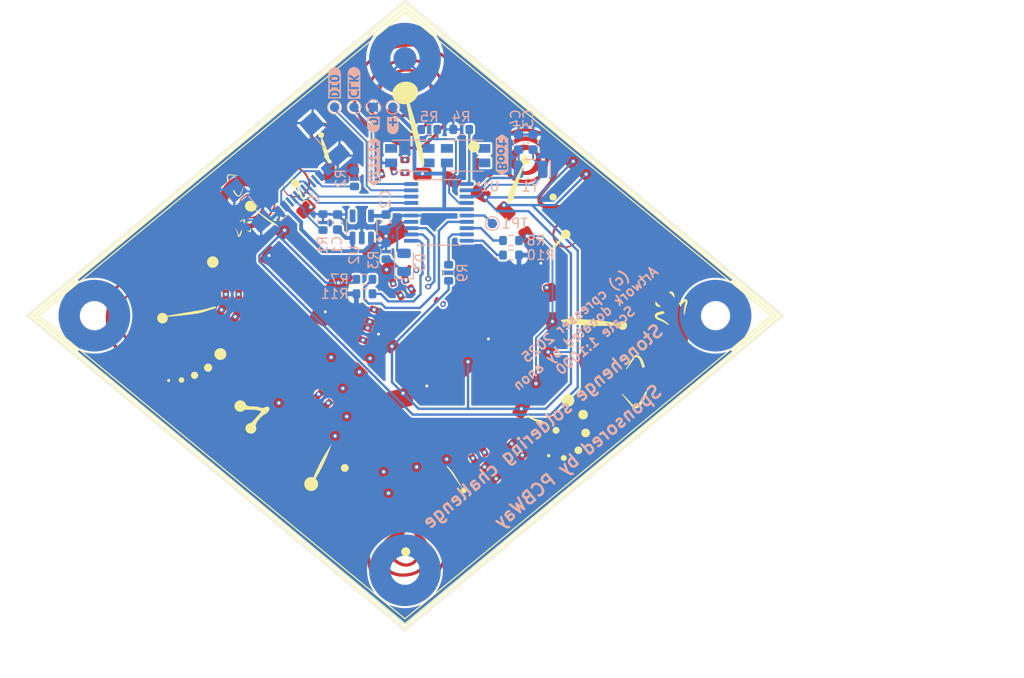
<source format=kicad_pcb>
(kicad_pcb (version 20241229) (generator "pcbnew") (generator_version "9.0")
  (layers (0 "F.Cu" signal) (2 "B.Cu" signal) (13 "F.Paste" user) (15 "B.Paste" user) (5 "F.SilkS" user "F.Silkscreen") (7 "B.SilkS" user "B.Silkscreen") (1 "F.Mask" user) (3 "B.Mask" user) (25 "Edge.Cuts" user))
  (net 0 "")
  (net 1 "unconnected-(C8-Pad2)")
  (net 2 "unconnected-(C8-Pad1)")
  (net 3 "unconnected-(C9a1-Pad2)")
  (net 4 "unconnected-(C9a1-Pad1)")
  (net 5 "unconnected-(C9b1-Pad1)")
  (net 6 "unconnected-(C9b1-Pad2)")
  (net 7 "unconnected-(C12-Pad2)")
  (net 8 "unconnected-(C12-Pad1)")
  (net 9 "unconnected-(C14-Pad2)")
  (net 10 "unconnected-(C14-Pad1)")
  (net 11 "unconnected-(C15-Pad2)")
  (net 12 "unconnected-(C15-Pad1)")
  (net 13 "unconnected-(C19-Pad2)")
  (net 14 "unconnected-(C19-Pad1)")
  (net 17 "unconnected-(C26-Pad1)")
  (net 18 "unconnected-(C26-Pad2)")
  (net 19 "unconnected-(C55a1-Pad1)")
  (net 20 "unconnected-(C55b1-Pad1)")
  (net 21 "unconnected-(C55b1-Pad2)")
  (net 22 "unconnected-(C59a1-Pad1)")
  (net 24 "unconnected-(C59b1-Pad1)")
  (net 25 "unconnected-(C59c1-Pad2)")
  (net 26 "unconnected-(C59c1-Pad1)")
  (net 27 "unconnected-(C120-Pad1)")
  (net 28 "unconnected-(C120-Pad2)")
  (net 29 "unconnected-(C127-Pad2)")
  (net 30 "unconnected-(C127-Pad1)")
  (net 31 "unconnected-(C160a1-Pad1)")
  (net 34 "unconnected-(C160c1-Pad1)")
  (net 35 "unconnected-(L3-Pad1)")
  (net 36 "unconnected-(L10-Pad1)")
  (net 37 "unconnected-(L23-Pad1)")
  (net 39 "unconnected-(L56-Pad1)")
  (net 40 "unconnected-(C156a1-Pad1)")
  (net 41 "unconnected-(C156b1-Pad1)")
  (net 42 "unconnected-(L11-Pad1)")
  (net 43 "unconnected-(L16-Pad1)")
  (net 44 "Net-(C156a1-Pad2)")
  (net 45 "/D7")
  (net 46 "/D9")
  (net 47 "Net-(U1-PA0)")
  (net 48 "/D8")
  (net 49 "/D5")
  (net 50 "/D6")
  (net 51 "/DM")
  (net 52 "Net-(J2-CC1)")
  (net 53 "GND")
  (net 54 "Net-(U1-BOOT0)")
  (net 55 "VBUS")
  (net 56 "/SWDIO")
  (net 57 "Net-(U1-OSC_IN)")
  (net 58 "/SWCLK")
  (net 59 "+3.3V")
  (net 60 "Net-(D3-A)")
  (net 61 "/DP")
  (net 62 "Net-(U1-OSC_OUT)")
  (net 63 "Net-(U1-~{RST})")
  (net 64 "Net-(J2-CC2)")
  (net 66 "/PA6")
  (net 67 "/PA7")
  (net 70 "Net-(U1-PA1)")
  (net 71 "Net-(U1-PA2)")
  (net 72 "Net-(U1-PA3)")
  (net 73 "Net-(U1-PA4)")
  (net 74 "Net-(U1-PA5)")
  (net 87 "/L")
  (footprint "stones:L_1206_Upright" (layer "F.Cu") (at 132.6 96.2 -45)
    (property "Reference" "L22" (hide yes))
    (property "Value" "L_1206")
  )
  (footprint "stones:C_1206_Flat" (layer "F.Cu") (at 142.4 99.2 135)
    (property "Reference" "C59a1" (hide yes))
    (property "Value" "C_1206")
  )
  (footprint "stones:C_1206_Flat" (layer "F.Cu") (at 139.4 111.6 -135)
    (property "Reference" "C55b1" (hide yes))
    (property "Value" "C_1206")
  )
  (footprint "stones:LED_1206_Reversed_Z2010" (layer "F.Cu") (at 145.6 113 -150)
    (property "Reference" "D154" (hide yes))
    (property "Value" "LED_1206")
  )
  (footprint "stones:LED_1206_Reversed_Z1206" (layer "F.Cu") (at 160 107 90)
    (property "Reference" "D105" (hide yes))
    (property "Value" "LED_1206")
  )
  (footprint "stones:C_0402_Flat" (layer "F.Cu") (at 145.8 100.2 165)
    (property "Reference" "C160a1" (hide yes))
    (property "Value" "C_0402")
  )
  (footprint "stones:LED_0805_Altar" (layer "F.Cu") (at 143 107.5 135)
    (property "Reference" "D1" (hide yes))
    (property "Value" "LED_0805")
  )
  (footprint "stones:C_0402_Flat" (layer "F.Cu") (at 147.4 101.6 90)
    (property "Reference" "C160b1" (hide yes))
    (property "Value" "C_0402")
  )
  (footprint "stones:LED_1206_Reversed_Z1206" (layer "F.Cu") (at 131.8 97.4 -120)
    (property "Reference" "D122" (hide yes))
    (property "Value" "LED_1206")
  )
  (footprint "stones:L_1206_Upright" (layer "F.Cu") (at 159 99.6 -150)
    (property "Reference" "L2" (hide yes))
    (property "Value" "L_1206")
  )
  (footprint "stones:LED_1206_Reversed_Z2010" (layer "F.Cu") (at 137.4 103.2 60)
    (property "Reference" "D158" (hide yes))
    (property "Value" "LED_1206")
  )
  (footprint "stones:L_1206_Upright" (layer "F.Cu") (at 160 102.6 -165)
    (property "Reference" "L3" (hide yes))
    (property "Value" "L_1206")
  )
  (footprint "stones:L_1206_Upright" (layer "F.Cu") (at 131 98.8 -30)
    (property "Reference" "L21" (hide yes))
    (property "Value" "L_1206")
  )
  (footprint "stones:L_2010_Upright" (layer "F.Cu") (at 136.6 104.6 150)
    (property "Reference" "L57" (hide yes))
    (property "Value" "L_1806")
  )
  (footprint "stones:L_2010_Upright" (layer "F.Cu") (at 144.4 113.6 -75)
    (property "Reference" "L54" (hide yes))
    (property "Value" "L_1806")
  )
  (footprint "stones:L_1206_Upright" (layer "F.Cu") (at 146.8 90.4 -90)
    (property "Reference" "L27" (hide yes))
    (property "Value" "L_1206")
  )
  (footprint "stones:LED_0805_Sun" (layer "F.Cu") (at 163 89.75 140)
    (property "Reference" "D2" (hide yes))
    (property "Value" "LED_0805")
  )
  (footprint "stones:C_0603_Flat" (layer "F.Cu") (at 144.4 101.4 15)
    (property "Reference" "C59b1" (hide yes))
    (property "Value" "C_0603")
  )
  (footprint "stones:L_1206_Upright" (layer "F.Cu") (at 152.8 92.4 -120)
    (property "Reference" "L29" (hide yes))
    (property "Value" "L_1206")
  )
  (footprint "stones:L_2010_Upright" (layer "F.Cu") (at 147.2 112.2 -60)
    (property "Reference" "L53" (hide yes))
    (property "Value" "L_1806")
  )
  (footprint "stones:C_0603_Flat" (layer "F.Cu") (at 141.6 105 -110)
    (property "Reference" "C156a1" (hide yes))
    (property "Value" "C_0603")
  )
  (footprint "stones:C_0402_Flat" (layer "F.Cu") (at 148.6 103.6 150)
    (property "Reference" "C160c1" (hide yes))
    (property "Value" "C_0402")
  )
  (footprint "stones:LED_1206_Reversed_Z1206" (layer "F.Cu") (at 154 93 -30)
    (property "Reference" "D130" (hide yes))
    (property "Value" "LED_1206")
  )
  (footprint "stones:L_2010_Upright" (layer "F.Cu") (at 151.4 109.8 -45)
    (property "Reference" "L52" (hide yes))
    (property "Value" "L_1806")
  )
  (footprint "stones:C_0603_Flat" (layer "F.Cu") (at 145 89.6 90)
    (property "Reference" "C127" (hide yes))
    (property "Value" "C_0603")
  )
  (footprint "stones:L_1206_Upright" (layer "F.Cu") (at 134.8 94 -45)
    (property "Reference" "L23" (hide yes))
    (property "Value" "L_1206")
  )
  (footprint "stones:C_0603_Flat" (layer "F.Cu") (at 152.6 119.4 30)
    (property "Reference" "C9a1" (hide yes))
    (property "Value" "C_0603")
  )
  (footprint "stones:C_0805_Flat" (layer "F.Cu") (at 153.8 121.2 -45)
    (property "Reference" "C9b1" (hide yes))
    (property "Value" "C_0805")
  )
  (footprint "stones:C_1206_Flat" (layer "F.Cu") (at 138.4 116.4 -120)
    (property "Reference" "C14" (hide yes))
    (property "Value" "C_1206")
  )
  (footprint "stones:C_1206_Angled" (layer "F.Cu") (at 142.25 108.5 45)
    (property "Reference" "C55a1" (hide yes))
    (property "Value" "C_1206")
  )
  (footprint "stones:C_0805_Flat" (layer "F.Cu") (at 126.8 104.8 -30)
    (property "Reference" "C19" (hide yes))
    (property "Value" "C_0805")
  )
  (footprint "stones:C_0603_Flat" (layer "F.Cu") (at 127.2 102.8)
    (property "Reference" "C120" (hide yes))
    (property "Value" "C_0603")
  )
  (footprint "stones:L_1206_Upright" (layer "F.Cu") (at 157.6 96.8 -150)
    (property "Reference" "L1" (hide yes))
    (property "Value" "L_1206")
  )
  (footprint "stones:LED_1206_Reversed_Z1206" (layer "F.Cu") (at 158.4 98.4 120)
    (property "Reference" "D102" (hide yes))
    (property "Value" "LED_1206")
  )
  (footprint "stones:L_2010_Upright" (layer "F.Cu") (at 153.6 107.4 -45)
    (property "Reference" "L51" (hide yes))
    (property "Value" "L_1806")
  )
  (footprint "stones:C_0805_Flat" (layer "F.Cu") (at 156.6 118.8 -45)
    (property "Reference" "C8" (hide yes))
    (property "Value" "C_0805")
  )
  (footprint "stones:L_1206_Upright" (layer "F.Cu") (at 157 114.6 -30)
    (property "Reference" "L7" (hide yes))
    (property "Value" "L_1206")
  )
  (footprint "stones:C_0603_Flat" (layer "F.Cu") (at 143.2 90.2 -165)
    (property "Reference" "C26" (hide yes))
    (property "Value" "C_0603")
  )
  (footprint "stones:C_1206_Flat" (layer "F.Cu") (at 138.4 90.2)
    (property "Reference" "C25" (hide yes))
    (property "Value" "C_1206")
  )
  (footprint "stones:L_1206_Upright" (layer "F.Cu") (at 155.4 94.2 -135)
    (property "Reference" "L30" (hide yes))
    (property "Value" "L_1206")
  )
  (footprint "stones:C_1206_Flat" (layer "F.Cu") (at 143 122.2 -75)
    (property "Reference" "C12" (hide yes))
    (property "Value" "C_1206")
  )
  (footprint "stones:L_1206_Upright" (layer "F.Cu") (at 159.8 108.6 -15)
    (property "Reference" "L5" (hide yes))
    (property "Value" "L_1206")
  )
  (footprint "stones:L_2010_Upright" (layer "F.Cu") (at 132 114 30)
    (property "Reference" "L16" (hide yes))
    (property "Value" "L_1806")
  )
  (footprint "stones:L_1206_Upright" (layer "F.Cu") (at 149.8 91 -120)
    (property "Reference" "L28" (hide yes))
    (property "Value" "L_1206")
  )
  (footprint "stones:L_0805_Upright" (layer "F.Cu") (at 146.2 120.6 105)
    (property "Reference" "L11" (hide yes))
    (property "Value" "L_0805")
  )
  (footprint "stones:LED_1206_Reversed_Z2010" (layer "F.Cu") (at 152.4 108.554594 45)
    (property "Reference" "D152" (hide yes))
    (property "Value" "LED_1206")
  )
  (footprint "stones:L_2010_Upright" (layer "F.Cu") (at 138.2 101.6 150)
    (property "Reference" "L58" (hide yes))
    (property "Value" "L_1806")
  )
  (footprint "stones:L_2010_Upright" (layer "F.Cu") (at 143.8 96.4 120)
    (property "Reference" "L60" (hide yes))
    (property "Value" "L_1806")
  )
  (footprint "stones:C_0603_Flat" (layer "F.Cu") (at 140.9 106.9 70)
    (property "Reference" "C156b1" (hide yes))
    (property "Value" "C_0603")
  )
  (footprint "stones:LED_1206_Reversed_Z1206" (layer "F.Cu") (at 157.8 113.4 -120)
    (property "Reference" "D107" (hide yes))
    (property "Value" "LED_1206")
  )
  (footprint "stones:L_1206_Upright" (layer "F.Cu") (at 149.2 119.8 105)
    (property "Reference" "L10" (hide yes))
    (property "Value" "L_1206")
  )
  (footprint "stones:C_0603_Flat" (layer "F.Cu") (at 145.1 102.6 30)
    (property "Reference" "C59c1" (hide yes))
    (property "Value" "C_0603")
  )
  (footprint "stones:L_2010_Upright" (layer "F.Cu") (at 137.4 109.4 -135)
    (property "Reference" "L56" (hide yes))
    (property "Value" "L_1806")
  )
  (footprint "stones:L_1206_Upright" (layer "F.Cu") (at 158.6 112 -30)
    (property "Reference" "L6" (hide yes))
    (property "Value" "L_1206")
  )
  (footprint "stones:LED_1206_Reversed_Z1206" (layer "F.Cu") (at 156.4 95.4 -45)
    (property "Reference" "D101" (hide yes))
    (property "Value" "LED_1206")
  )
  (footprint "stones:C_0603_Flat" (layer "F.Cu") (at 136.6 113.6 -45)
    (property "Reference" "C15" (hide yes))
    (property "Value" "C_0603")
  )
  (footprint "stones:L_1206_Upright" (layer "F.Cu") (at 160.2 105.6)
    (property "Reference" "L4" (hide yes))
    (property "Value" "L_1206")
  )
  (footprint "TestPoint:TestPoint_Pad_D1.0mm" (layer "B.Cu") (at 143.75 83.5 180)
    (property "Reference" "TP7" (hide yes))
    (property "Value" "TestPoint_Small" (hide yes))
  )
  (footprint "TestPoint:TestPoint_Pad_D1.0mm" (layer "B.Cu") (at 141.75 83.5 180)
    (property "Reference" "TP5" (hide yes))
    (property "Value" "TestPoint_Small" (hide yes))
  )
  (footprint "stones:SW_Push_1P1T_NO_YIZHI_YZA-011" (layer "B.Cu") (at 151.25 88.5)
    (property "Reference" "SW2" (hide yes))
    (property "Value" "YZA-011" (hide yes))
  )
  (footprint "stones:Mounting_Wuerth_WA-SMSR-M3_H3.6mm_ReverseMount_9775036360_No_Hole" (layer "B.Cu") (at 113 105 180)
    (property "Reference" "H2" (hide yes))
    (property "Value" "MountingHole" (hide yes))
  )
  (footprint "Resistor_SMD:R_0603_1608Metric" (layer "B.Cu") (at 139.800003 90.849994 -90)
    (property "Reference" "R2")
    (property "Value" "5k1")
  )
  (footprint "kibuzzard-6882A3CC" (layer "B.Cu") (at 141.8 89.1 90)
    (property "Reference" "kibuzzard-6882A3CC" (hide yes))
    (property "Value" "G***" (hide yes))
  )
  (footprint "stones:Mounting_Wuerth_WA-SMSR-M3_H3.6mm_ReverseMount_9775036360_No_Hole" (layer "B.Cu") (at 145 131.25 180)
    (property "Reference" "H4" (hide yes))
    (property "Value" "MountingHole" (hide yes))
  )
  (footprint "TestPoint:TestPoint_Pad_D1.0mm" (layer "B.Cu") (at 137.75 83.5 180)
    (property "Reference" "TP4" (hide yes))
    (property "Value" "TestPoint_Small" (hide yes))
  )
  (footprint "Resistor_SMD:R_0603_1608Metric" (layer "B.Cu") (at 136.549998 95.350001 90)
    (property "Reference" "R1")
    (property "Value" "5k1")
  )
  (footprint "stones:USB_C_Receptacle_SHOU-HAN_QTWT" (layer "B.Cu") (at 132.050002 89.35 41)
    (property "Reference" "J2")
    (property "Value" "TYPE-C 16P QTWT")
  )
  (footprint "Package_SO:TSSOP-20_4.4x6.5mm_P0.65mm" (layer "B.Cu") (at 148.5 94.35 180)
    (property "Reference" "U1")
    (property "Value" "CH32V203F6P6")
  )
  (footprint "Resistor_SMD:R_0603_1608Metric" (layer "B.Cu") (at 140.825 102.75)
    (property "Reference" "R11")
    (property "Value" "47R")
  )
  (footprint "Resistor_SMD:R_0603_1608Metric" (layer "B.Cu") (at 149.5 100.575 90)
    (property "Reference" "R9")
    (property "Value" "47R")
  )
  (footprint "Package_TO_SOT_SMD:SOT-23-5" (layer "B.Cu") (at 140.550001 95.849998 90)
    (property "Reference" "U2")
    (property "Value" "AP2112K-3.3")
  )
  (footprint "kibuzzard-6882A3B6" (layer "B.Cu") (at 155 88.4 90)
    (property "Reference" "kibuzzard-6882A3B6" (hide yes))
    (property "Value" "G***" (hide yes))
  )
  (footprint "Capacitor_SMD:C_0603_1608Metric" (layer "B.Cu") (at 156.7 87.1 90)
    (property "Reference" "C4")
    (property "Value" "15p")
  )
  (footprint "TestPoint:TestPoint_Pad_D1.0mm" (layer "B.Cu") (at 154 95.5 180)
    (property "Reference" "TP1")
    (property "Value" "TestPoint_Small" (hide yes))
  )
  (footprint "LED_SMD:LED_0805_2012Metric" (layer "B.Cu") (at 144.9 99.512498 90)
    (property "Reference" "D3")
    (property "Value" "LED_0805")
  )
  (footprint "Resistor_SMD:R_0603_1608Metric" (layer "B.Cu") (at 150.8 85.8)
    (property "Reference" "R4")
    (property "Value" "5k1")
  )
  (footprint "kibuzzard-68FE3EB2" (layer "B.Cu") (at 141.75 85.3 -90)
    (property "Reference" "kibuzzard-68FE3EB2" (hide yes))
    (property "Value" "G***" (hide yes))
  )
  (footprint "kibuzzard-68CFE71F" (layer "B.Cu") (at 143.75 85.4 -90)
    (property "Reference" "kibuzzard-68CFE71F" (hide yes))
    (property "Value" "G***" (hide yes))
  )
  (footprint "Resistor_SMD:R_0603_1608Metric" (layer "B.Cu") (at 155.925 98.75 180)
    (property "Reference" "R10")
    (property "Value" "47R")
  )
  (footprint "Capacitor_SMD:C_0603_1608Metric" (layer "B.Cu") (at 143.050001 95.35 -90)
    (property "Reference" "C2")
    (property "Value" "1u")
  )
  (footprint "Resistor_SMD:R_0603_1608Metric" (layer "B.Cu") (at 140.825 101.25)
    (property "Reference" "R7")
    (property "Value" "47R")
  )
  (footprint "stones:Mounting_Wuerth_WA-SMSR-M3_H3.6mm_ReverseMount_9775036360_No_Hole" (layer "B.Cu") (at 145 78.5 180)
    (property "Reference" "H1" (hide yes))
    (property "Value" "MountingHole" (hide yes))
  )
  (footprint "TestPoint:TestPoint_Pad_D1.0mm" (layer "B.Cu") (at 139.75 83.5 180)
    (property "Reference" "TP3" (hide yes))
    (property "Value" "TestPoint_Small" (hide yes))
  )
  (footprint "kibuzzard-68FE3E8F" (layer "B.Cu") (at 139.75 81 90)
    (property "Reference" "kibuzzard-68FE3E8F" (hide yes))
    (property "Value" "G***" (hide yes))
  )
  (footprint "Resistor_SMD:R_0603_1608Metric" (layer "B.Cu") (at 143.050002 98.35 90)
    (property "Reference" "R3")
    (property "Value" "47R")
  )
  (footprint "stones:Mounting_Wuerth_WA-SMSR-M3_H3.6mm_ReverseMount_9775036360_No_Hole" (layer "B.Cu") (at 177 105 180)
    (property "Reference" "H3" (hide yes))
    (property "Value" "MountingHole" (hide yes))
  )
  (footprint "kibuzzard-68FE3E82" (layer "B.Cu") (at 137.75 81 90)
    (property "Reference" "kibuzzard-68FE3E82" (hide yes))
    (property "Value" "G***" (hide yes))
  )
  (footprint "Capacitor_SMD:C_0603_1608Metric" (layer "B.Cu") (at 158.2 87.1 90)
    (property "Reference" "C3")
    (property "Value" "15p")
  )
  (footprint "stones:SW_Push_1P1T_NO_YIZHI_YZA-011" (layer "B.Cu") (at 145.5 88.5 180)
    (property "Reference" "SW1" (hide yes))
    (property "Value" "YZA-011" (hide yes))
  )
  (footprint "Resistor_SMD:R_0603_1608Metric" (layer "B.Cu") (at 155.925 97.25 180)
    (property "Reference" "R8")
    (property "Value" "47R")
  )
  (footprint "Resistor_SMD:R_0603_1608Metric" (layer "B.Cu") (at 147.5 85.8 180)
    (property "Reference" "R5")
    (property "Value" "5k1")
  )
  (footprint "Capacitor_SMD:C_0603_1608Metric" (layer "B.Cu") (at 138.05 95.35 90)
    (property "Reference" "C1")
    (property "Value" "1u")
  )
  (footprint "Crystal:Crystal_SMD_MicroCrystal_CC7V-T1A-2Pin_3.2x1.5mm" (layer "B.Cu") (at 157.95 89.9 180)
    (property "Reference" "Y1")
    (property "Value" "12MHz")
  )
  (gr_poly (pts (xy 129.153714 115.418878) (xy 129.267947 115.430401) (xy 129.377936 115.4507) (xy 129.483527 115.479328) (xy 129.584568 115.515837) (xy 129.680908 115.559779) (xy 129.772395 115.610708) (xy 129.858877 115.668175) (xy 129.940203 115.731734) (xy 130.016219 115.800936) (xy 130.086774 115.875334) (xy 130.151717 115.954482) (xy 130.210895 116.037931) (xy 130.264157 116.125233) (xy 130.311351 116.215942) (xy 130.352324 116.30961) (xy 130.386925 116.40579) (xy 130.415002 116.504034) (xy 130.436403 116.603894) (xy 130.450976 116.704923) (xy 130.458569 116.806674) (xy 130.459031 116.9087) (xy 130.452209 117.010552) (xy 130.437952 117.111783) (xy 130.416107 117.211946) (xy 130.386523 117.310593) (xy 130.349047 117.407277) (xy 130.303529 117.501551) (xy 130.249816 117.592966) (xy 130.187756 117.681076) (xy 130.117197 117.765433) (xy 130.037987 117.84559) (xy 129.949975 117.921098) (xy 129.894286 117.965029) (xy 129.836755 118.005222) (xy 129.777531 118.041719) (xy 129.716764 118.074562) (xy 129.654602 118.103789) (xy 129.591197 118.129443) (xy 129.526697 118.151564) (xy 129.461252 118.170192) (xy 129.395011 118.185369) (xy 129.328125 118.197135) (xy 129.260742 118.205531) (xy 129.193012 118.210598) (xy 129.125085 118.212376) (xy 129.057111 118.210906) (xy 128.989238 118.206229) (xy 128.921617 118.198386) (xy 128.854398 118.187417) (xy 128.787728 118.173363) (xy 128.721759 118.156265) (xy 128.65664 118.136164) (xy 128.59252 118.113099) (xy 128.529549 118.087113) (xy 128.467877 118.058246) (xy 128.407653 118.026538) (xy 128.349026 117.992031) (xy 128.292147 117.954764) (xy 128.237165 117.91478) (xy 128.184228 117.872117) (xy 128.133488 117.826818) (xy 128.085094 117.778923) (xy 128.039194 117.728473) (xy 127.99594 117.675508) (xy 127.92757 117.58838) (xy 127.867803 117.498466) (xy 127.816452 117.406151) (xy 127.773332 117.311821) (xy 127.738258 117.215862) (xy 127.711042 117.11866) (xy 127.691501 117.0206) (xy 127.679448 116.922069) (xy 127.674697 116.823451) (xy 127.676328 116.755648) (xy 127.774147 116.755648) (xy 127.776547 116.877067) (xy 127.791929 117.00043) (xy 127.820961 117.125168) (xy 127.864307 117.250711) (xy 127.922634 117.376491) (xy 127.996607 117.501937) (xy 128.086892 117.626482) (xy 128.19161 117.730731) (xy 128.299739 117.819645) (xy 128.410644 117.893762) (xy 128.523694 117.953617) (xy 128.638252 117.999746) (xy 128.753686 118.032686) (xy 128.869362 118.052974) (xy 128.984646 118.061145) (xy 129.098905 118.057736) (xy 129.211504 118.043283) (xy 129.32181 118.018322) (xy 129.42919 117.98339) (xy 129.533009 117.939024) (xy 129.632633 117.885758) (xy 129.727429 117.824131) (xy 129.816763 117.754677) (xy 129.900002 117.677934) (xy 129.976511 117.594438) (xy 130.045657 117.504725) (xy 130.106807 117.40933) (xy 130.159325 117.308792) (xy 130.202579 117.203645) (xy 130.235935 117.094427) (xy 130.258759 116.981673) (xy 130.270417 116.86592) (xy 130.270276 116.747705) (xy 130.257702 116.627563) (xy 130.23206 116.50603) (xy 130.192718 116.383644) (xy 130.139042 116.26094) (xy 130.070397 116.138455) (xy 129.98615 116.016725) (xy 129.880363 115.904569) (xy 129.770913 115.808586) (xy 129.658466 115.728206) (xy 129.543689 115.662862) (xy 129.427248 115.611983) (xy 129.309807 115.575) (xy 129.192033 115.551345) (xy 129.074591 115.540447) (xy 128.958148 115.541739) (xy 128.843369 115.55465) (xy 128.73092 115.578612) (xy 128.621467 115.613055) (xy 128.515676 115.65741) (xy 128.414212 115.711109) (xy 128.317742 115.773581) (xy 128.22693 115.844258) (xy 128.142444 115.92257) (xy 128.064948 116.007949) (xy 127.995109 116.099825) (xy 127.933592 116.197629) (xy 127.881064 116.300792) (xy 127.838189 116.408744) (xy 127.805634 116.520917) (xy 127.784065 116.636741) (xy 127.774147 116.755648) (xy 127.676328 116.755648) (xy 127.677062 116.725134) (xy 127.686359 116.627502) (xy 127.7024 116.530942) (xy 127.725001 116.435839) (xy 127.753976 116.34258) (xy 127.789139 116.251549) (xy 127.830304 116.163132) (xy 127.877286 116.077717) (xy 127.929898 115.995687) (xy 127.987956 115.91743) (xy 128.051273 115.84333) (xy 128.119664 115.773774) (xy 128.192943 115.709148) (xy 128.270924 115.649837) (xy 128.353422 115.596227) (xy 128.44025 115.548703) (xy 128.531224 115.507653) (xy 128.626157 115.47346) (xy 128.724864 115.446512) (xy 128.827159 115.427194) (xy 128.932856 115.415892) (xy 129.041769 115.412991)) (fill yes) (layer "F.Cu"))
  (gr_poly (pts (xy 146.251699 123.015653) (xy 146.259672 123.017218) (xy 146.267537 123.020057) (xy 146.275278 123.024071) (xy 146.282882 123.029161) (xy 146.290335 123.035229) (xy 146.297622 123.042176) (xy 146.30473 123.049901) (xy 146.318349 123.067295) (xy 146.33108 123.086619) (xy 146.34281 123.107082) (xy 146.353426 123.127891) (xy 146.362814 123.148257) (xy 146.370862 123.167386) (xy 146.416593 123.293655) (xy 146.45345 123.421908) (xy 146.482025 123.551985) (xy 146.502912 123.683723) (xy 146.516705 123.816961) (xy 146.523995 123.951537) (xy 146.521443 124.22406) (xy 146.5 124.5) (xy 146.464413 124.778065) (xy 146.369783 125.335402) (xy 146.275512 125.885737) (xy 146.240375 126.155049) (xy 146.219562 126.418735) (xy 146.217819 126.675504) (xy 146.225582 126.80089) (xy 146.239892 126.924063) (xy 146.261341 127.04486) (xy 146.290524 127.163121) (xy 146.328033 127.278683) (xy 146.374461 127.391385) (xy 146.391416 127.425923) (xy 146.409523 127.458402) (xy 146.428718 127.488955) (xy 146.448934 127.517712) (xy 146.470108 127.544804) (xy 146.492173 127.570362) (xy 146.515064 127.594516) (xy 146.538715 127.617398) (xy 146.58804 127.659868) (xy 146.639623 127.698819) (xy 146.692942 127.735296) (xy 146.747474 127.770349) (xy 146.858088 127.840364) (xy 146.913124 127.877421) (xy 146.967283 127.91724) (xy 147.020041 127.960868) (xy 147.045732 127.984437) (xy 147.070877 128.009351) (xy 147.09541 128.035741) (xy 147.119267 128.063738) (xy 147.142381 128.093472) (xy 147.164688 128.125074) (xy 147.208732 128.193374) (xy 147.250428 128.263608) (xy 147.289694 128.335621) (xy 147.326446 128.409256) (xy 147.360601 128.484358) (xy 147.392075 128.560771) (xy 147.420785 128.638339) (xy 147.446649 128.716906) (xy 147.469582 128.796316) (xy 147.489501 128.876414) (xy 147.506323 128.957044) (xy 147.519965 129.038049) (xy 147.530344 129.119275) (xy 147.537375 129.200565) (xy 147.540977 129.281763) (xy 147.541064 129.362714) (xy 147.536497 129.479594) (xy 147.527649 129.597252) (xy 147.514468 129.715324) (xy 147.4969 129.833448) (xy 147.47489 129.951261) (xy 147.448387 130.068402) (xy 147.417335 130.184507) (xy 147.381682 130.299214) (xy 147.341374 130.41216) (xy 147.296357 130.522983) (xy 147.246577 130.63132) (xy 147.191982 130.736809) (xy 147.132518 130.839087) (xy 147.06813 130.937791) (xy 146.998765 131.032559) (xy 146.924371 131.123029) (xy 146.857662 131.195039) (xy 146.786691 131.263264) (xy 146.711776 131.327747) (xy 146.633236 131.388534) (xy 146.55139 131.445669) (xy 146.466557 131.499196) (xy 146.379055 131.54916) (xy 146.289205 131.595604) (xy 146.197324 131.638574) (xy 146.103732 131.678113) (xy 146.008747 131.714266) (xy 145.912689 131.747077) (xy 145.815876 131.776591) (xy 145.718628 131.802852) (xy 145.621262 131.825904) (xy 145.524099 131.845792) (xy 145.524117 131.845807) (xy 145.401275 131.867165) (xy 145.27665 131.885047) (xy 145.150609 131.899228) (xy 145.023521 131.909479) (xy 144.895755 131.915571) (xy 144.767677 131.917277) (xy 144.639655 131.91437) (xy 144.512059 131.90662) (xy 144.385256 131.893801) (xy 144.259614 131.875684) (xy 144.135501 131.852041) (xy 144.013285 131.822645) (xy 143.893335 131.787267) (xy 143.776017 131.74568) (xy 143.661701 131.697655) (xy 143.550754 131.642965) (xy 143.477889 131.600856) (xy 143.408197 131.554079) (xy 143.34155 131.50299) (xy 143.277816 131.447943) (xy 143.216866 131.389293) (xy 143.158571 131.327394) (xy 143.102801 131.262602) (xy 143.049425 131.195272) (xy 142.998314 131.125758) (xy 142.949339 131.054415) (xy 142.902369 130.981598) (xy 142.857275 130.907662) (xy 142.772195 130.757852) (xy 142.69306 130.607824) (xy 142.617957 130.455629) (xy 142.547681 130.298932) (xy 142.515061 130.219137) (xy 142.484496 130.138507) (xy 142.45627 130.057139) (xy 142.430666 129.975128) (xy 142.407966 129.892573) (xy 142.388454 129.809569) (xy 142.372413 129.726213) (xy 142.360126 129.642603) (xy 142.351875 129.558834) (xy 142.347944 129.475004) (xy 142.348615 129.391209) (xy 142.354172 129.307546) (xy 142.364293 129.226962) (xy 142.378835 129.146935) (xy 142.397567 129.067551) (xy 142.42026 128.988896) (xy 142.446682 128.911057) (xy 142.476605 128.834119) (xy 142.509797 128.758169) (xy 142.546028 128.683294) (xy 142.585069 128.609578) (xy 142.626689 128.537109) (xy 142.670657 128.465972) (xy 142.716744 128.396254) (xy 142.764719 128.32804) (xy 142.814352 128.261418) (xy 142.865413 128.196473) (xy 142.917671 128.133291) (xy 142.963189 128.081954) (xy 143.010864 128.032619) (xy 143.060543 127.985192) (xy 143.11207 127.939577) (xy 143.165292 127.89568) (xy 143.220053 127.853405) (xy 143.2762 127.812658) (xy 143.333578 127.773344) (xy 143.392032 127.735368) (xy 143.451408 127.698635) (xy 143.572307 127.628519) (xy 143.69504 127.562237) (xy 143.818371 127.499028) (xy 143.843314 127.487308) (xy 143.868976 127.476768) (xy 143.922198 127.458841) (xy 143.977524 127.444461) (xy 144.034441 127.432846) (xy 144.092437 127.423209) (xy 144.150997 127.414767) (xy 144.267762 127.39833) (xy 144.32494 127.388766) (xy 144.380631 127.377259) (xy 144.434322 127.363024) (xy 144.460257 127.354639) (xy 144.4855 127.345278) (xy 144.509986 127.334843) (xy 144.533652 127.323235) (xy 144.556433 127.310358) (xy 144.578265 127.296112) (xy 144.599084 127.2804) (xy 144.618826 127.263123) (xy 144.637427 127.244184) (xy 144.654823 127.223485) (xy 144.720113 127.134525) (xy 144.776094 127.048241) (xy 144.823335 126.964398) (xy 144.862407 126.882761) (xy 144.893881 126.803094) (xy 144.918326 126.725162) (xy 144.936313 126.648729) (xy 144.948412 126.573559) (xy 144.955192 126.499418) (xy 144.957226 126.426069) (xy 144.955081 126.353277) (xy 144.94933 126.280807) (xy 144.929286 126.135889) (xy 144.901656 125.989431) (xy 144.841886 125.684357) (xy 144.818869 125.521974) (xy 144.806512 125.350514) (xy 144.805758 125.260791) (xy 144.809379 125.168093) (xy 144.817946 125.072183) (xy 144.83203 124.972826) (xy 144.852201 124.869787) (xy 144.879028 124.762831) (xy 144.913082 124.651721) (xy 144.954934 124.536222) (xy 144.958778 124.527312) (xy 144.963136 124.518941) (xy 144.967969 124.511112) (xy 144.973241 124.503829) (xy 144.978913 124.497094) (xy 144.984949 124.49091) (xy 144.991311 124.485282) (xy 144.997961 124.480212) (xy 145.004862 124.475703) (xy 145.011977 124.471759) (xy 145.019268 124.468383) (xy 145.026698 124.465578) (xy 145.034229 124.463348) (xy 145.041823 124.461694) (xy 145.049444 124.460622) (xy 145.057054 124.460134) (xy 145.064616 124.460233) (xy 145.072091 124.460922) (xy 145.079443 124.462205) (xy 145.086634 124.464085) (xy 145.093627 124.466565) (xy 145.100383 124.469648) (xy 145.106867 124.473338) (xy 145.11304 124.477638) (xy 145.118865 124.482551) (xy 145.124304 124.48808) (xy 145.12932 124.494228) (xy 145.133876 124.500999) (xy 145.137933 124.508396) (xy 145.141455 124.516423) (xy 145.144405 124.525081) (xy 145.146744 124.534375) (xy 145.204127 124.813358) (xy 145.251484 125.059585) (xy 145.288991 125.277317) (xy 145.316822 125.470818) (xy 145.335152 125.64435) (xy 145.344156 125.802178) (xy 145.34401 125.948562) (xy 145.334888 126.087768) (xy 145.316965 126.224057) (xy 145.290415 126.361692) (xy 145.255415 126.504936) (xy 145.212138 126.658052) (xy 144.959768 127.454496) (xy 144.948693 127.484054) (xy 144.934959 127.510887) (xy 144.918703 127.535144) (xy 144.900062 127.556971) (xy 144.879172 127.576517) (xy 144.856169 127.593929) (xy 144.83119 127.609355) (xy 144.804372 127.622943) (xy 144.775852 127.634839) (xy 144.745765 127.645193) (xy 144.681438 127.661863) (xy 144.612484 127.674134) (xy 144.539996 127.683188) (xy 144.236544 127.710864) (xy 144.162767 127.721558) (xy 144.09201 127.736125) (xy 144.025364 127.755747) (xy 143.993924 127.767823) (xy 143.963921 127.781606) (xy 143.855141 127.837348) (xy 143.746908 127.895834) (xy 143.693335 127.926311) (xy 143.640306 127.957723) (xy 143.587955 127.99015) (xy 143.53642 128.023676) (xy 143.485834 128.058384) (xy 143.436334 128.094355) (xy 143.388056 128.131673) (xy 143.341135 128.17042) (xy 143.295706 128.210679) (xy 143.251905 128.252532) (xy 143.209868 128.296062) (xy 143.169731 128.341352) (xy 143.125326 128.39505) (xy 143.081934 128.450244) (xy 143.039753 128.506861) (xy 142.998977 128.564828) (xy 142.959803 128.624072) (xy 142.922428 128.684521) (xy 142.887047 128.746101) (xy 142.853857 128.808739) (xy 142.823053 128.872363) (xy 142.794833 128.936899) (xy 142.769391 129.002275) (xy 142.746925 129.068418) (xy 142.727631 129.135255) (xy 142.711704 129.202713) (xy 142.699342 129.270719) (xy 142.690739 129.3392) (xy 142.685933 129.411485) (xy 142.685348 129.483884) (xy 142.688741 129.556314) (xy 142.695867 129.628691) (xy 142.706482 129.700932) (xy 142.720341 129.772952) (xy 142.737199 129.844668) (xy 142.756813 129.915997) (xy 142.778938 129.986854) (xy 142.80333 130.057156) (xy 142.829743 130.126819) (xy 142.857935 130.195759) (xy 142.88766 130.263894) (xy 142.918674 130.331138) (xy 142.983591 130.462621) (xy 143.050971 130.590274) (xy 143.086508 130.654177) (xy 143.123423 130.71773) (xy 143.161826 130.780631) (xy 143.201826 130.842578) (xy 143.243534 130.903269) (xy 143.287059 130.962404) (xy 143.332511 131.019679) (xy 143.38 131.074795) (xy 143.429636 131.127449) (xy 143.481528 131.17734) (xy 143.535787 131.224165) (xy 143.592523 131.267624) (xy 143.621853 131.287997) (xy 143.651844 131.307415) (xy 143.682509 131.325841) (xy 143.713862 131.343236) (xy 143.812163 131.39167) (xy 143.913445 131.4342) (xy 144.017383 131.471029) (xy 144.123652 131.50236) (xy 144.231926 131.528393) (xy 144.341879 131.549332) (xy 144.453185 131.565378) (xy 144.565519 131.576734) (xy 144.678555 131.583601) (xy 144.791968 131.586183) (xy 144.905432 131.584681) (xy 145.018622 131.579296) (xy 145.131211 131.570233) (xy 145.242874 131.557691) (xy 145.353285 131.541875) (xy 145.46212 131.522985) (xy 145.545603 131.505928) (xy 145.629264 131.486161) (xy 145.712831 131.463644) (xy 145.796027 131.438337) (xy 145.878578 131.410201) (xy 145.960209 131.379197) (xy 146.040646 131.345285) (xy 146.119614 131.308427) (xy 146.196837 131.268583) (xy 146.272043 131.225713) (xy 146.344955 131.179778) (xy 146.415299 131.130738) (xy 146.4828 131.078556) (xy 146.547184 131.02319) (xy 146.608175 130.964602) (xy 146.6655 130.902753) (xy 146.730865 130.823284) (xy 146.791802 130.740033) (xy 146.848357 130.65332) (xy 146.90058 130.563464) (xy 146.948518 130.470784) (xy 146.992221 130.375599) (xy 147.031737 130.278228) (xy 147.067113 130.178991) (xy 147.098398 130.078206) (xy 147.125641 129.976193) (xy 147.14889 129.87327) (xy 147.168193 129.769758) (xy 147.183599 129.665975) (xy 147.195155 129.56224) (xy 147.202911 129.458872) (xy 147.206914 129.356191) (xy 147.206837 129.287529) (xy 147.203784 129.218657) (xy 147.197823 129.149708) (xy 147.189026 129.080812) (xy 147.177462 129.012104) (xy 147.163203 128.943714) (xy 147.146318 128.875775) (xy 147.126878 128.808419) (xy 147.104952 128.741778) (xy 147.080613 128.675984) (xy 147.053929 128.61117) (xy 147.024971 128.547467) (xy 146.99381 128.485009) (xy 146.960515 128.423926) (xy 146.925158 128.364351) (xy 146.887808 128.306417) (xy 146.863628 128.273031) (xy 146.836986 128.24096) (xy 146.80808 128.210104) (xy 146.77711 128.18036) (xy 146.744273 128.151629) (xy 146.709769 128.12381) (xy 146.636553 128.0705) (xy 146.559054 128.019626) (xy 146.47886 127.970378) (xy 146.316752 127.873533) (xy 146.238017 127.824322) (xy 146.162949 127.773508) (xy 146.093138 127.720284) (xy 146.0607 127.692516) (xy 146.030173 127.663842) (xy 146.001756 127.634162) (xy 145.975646 127.603376) (xy 145.952044 127.571381) (xy 145.931146 127.538077) (xy 145.913154 127.503363) (xy 145.898264 127.467138) (xy 145.886676 127.429302) (xy 145.878589 127.389753) (xy 145.836676 127.102653) (xy 145.801405 126.823109) (xy 145.773025 126.550145) (xy 145.751785 126.282785) (xy 145.737936 126.020053) (xy 145.731725 125.760973) (xy 145.733401 125.504569) (xy 145.743215 125.249864) (xy 145.761415 124.995882) (xy 145.78825 124.741648) (xy 145.82397 124.486186) (xy 145.868823 124.228518) (xy 145.923058 123.96767) (xy 145.986925 123.702664) (xy 146.060673 123.432526) (xy 146.144551 123.156278) (xy 146.152656 123.132275) (xy 146.160836 123.110832) (xy 146.169076 123.091851) (xy 146.177363 123.075232) (xy 146.185682 123.060877) (xy 146.194019 123.048686) (xy 146.20236 123.038562) (xy 146.210691 123.030404) (xy 146.218997 123.024114) (xy 146.227266 123.019592) (xy 146.235481 123.016741) (xy 146.243631 123.015461)) (fill yes) (layer "F.Cu"))
  (gr_poly (pts (xy 120.283475 103.328646) (xy 120.412529 103.349578) (xy 120.537342 103.380307) (xy 120.65763 103.42037) (xy 120.773107 103.469307) (xy 120.883487 103.526656) (xy 120.988485 103.591955) (xy 121.087817 103.664742) (xy 121.181197 103.744556) (xy 121.268339 103.830936) (xy 121.348959 103.923418) (xy 121.422772 104.021543) (xy 121.489491 104.124848) (xy 121.548832 104.232871) (xy 121.60051 104.345151) (xy 121.64424 104.461227) (xy 121.679735 104.580636) (xy 121.706712 104.702917) (xy 121.724885 104.827608) (xy 121.733968 104.954248) (xy 121.733676 105.082374) (xy 121.723725 105.211526) (xy 121.703828 105.341242) (xy 121.673701 105.47106) (xy 121.633059 105.600518) (xy 121.581616 105.729155) (xy 121.519087 105.856509) (xy 121.445186 105.982119) (xy 121.444197 105.980082) (xy 121.369495 106.094688) (xy 121.288458 106.200781) (xy 121.201576 106.298396) (xy 121.109342 106.387567) (xy 121.012245 106.468327) (xy 120.910778 106.540712) (xy 120.805431 106.604755) (xy 120.696695 106.66049) (xy 120.585062 106.707952) (xy 120.471024 106.747175) (xy 120.35507 106.778194) (xy 120.237693 106.801041) (xy 120.119383 106.815752) (xy 120.000632 106.822362) (xy 119.881931 106.820903) (xy 119.76377 106.81141) (xy 119.646642 106.793918) (xy 119.531038 106.76846) (xy 119.417448 106.735072) (xy 119.306363 106.693786) (xy 119.198276 106.644638) (xy 119.093677 106.587661) (xy 118.993057 106.522891) (xy 118.896907 106.45036) (xy 118.80572 106.370103) (xy 118.719985 106.282155) (xy 118.640194 106.186549) (xy 118.566838 106.08332) (xy 118.500409 105.972503) (xy 118.441397 105.85413) (xy 118.390294 105.728237) (xy 118.347591 105.594858) (xy 118.323901 105.508859) (xy 118.305198 105.422288) (xy 118.291386 105.335311) (xy 118.282368 105.248095) (xy 118.278502 105.169971) (xy 118.595258 105.169971) (xy 118.595369 105.240163) (xy 118.599192 105.310469) (xy 118.606808 105.380753) (xy 118.618299 105.450876) (xy 118.633745 105.5207) (xy 118.690181 105.649757) (xy 118.751861 105.769525) (xy 118.818441 105.880182) (xy 118.889576 105.981906) (xy 118.964921 106.074875) (xy 119.044132 106.159267) (xy 119.126864 106.235259) (xy 119.212771 106.303029) (xy 119.301511 106.362756) (xy 119.392738 106.414616) (xy 119.486106 106.458789) (xy 119.581273 106.49545) (xy 119.677892 106.524779) (xy 119.77562 106.546953) (xy 119.874112 106.56215) (xy 119.973022 106.570548) (xy 120.072007 106.572324) (xy 120.170721 106.567657) (xy 120.268821 106.556724) (xy 120.365961 106.539703) (xy 120.461797 106.516771) (xy 120.555984 106.488107) (xy 120.648177 106.453889) (xy 120.738032 106.414293) (xy 120.825204 106.369499) (xy 120.909348 106.319684) (xy 120.99012 106.265025) (xy 121.067176 106.2057) (xy 121.140169 106.141888) (xy 121.208757 106.073766) (xy 121.272594 106.001511) (xy 121.331335 105.925303) (xy 121.385446 105.821988) (xy 121.429661 105.717796) (xy 121.464292 105.613056) (xy 121.489649 105.508098) (xy 121.506044 105.403253) (xy 121.513788 105.29885) (xy 121.513191 105.195218) (xy 121.504566 105.092689) (xy 121.488223 104.991592) (xy 121.464472 104.892256) (xy 121.433627 104.795012) (xy 121.395997 104.70019) (xy 121.351893 104.60812) (xy 121.301628 104.519131) (xy 121.245511 104.433553) (xy 121.183854 104.351717) (xy 121.116969 104.273952) (xy 121.045166 104.200589) (xy 120.968756 104.131956) (xy 120.888051 104.068385) (xy 120.803362 104.010205) (xy 120.715 103.957746) (xy 120.623275 103.911337) (xy 120.5285 103.87131) (xy 120.430985 103.837993) (xy 120.331041 103.811717) (xy 120.22898 103.792811) (xy 120.125112 103.781607) (xy 120.01975 103.778432) (xy 119.913203 103.783618) (xy 119.805783 103.797494) (xy 119.697801 103.820391) (xy 119.628468 103.835527) (xy 119.560648 103.854489) (xy 119.494424 103.87714) (xy 119.429876 103.903343) (xy 119.367087 103.932959) (xy 119.306137 103.965852) (xy 119.247107 104.001883) (xy 119.190081 104.040916) (xy 119.135137 104.082813) (xy 119.082359 104.127436) (xy 119.031828 104.174649) (xy 118.983624 104.224312) (xy 118.937829 104.27629) (xy 118.894525 104.330445) (xy 118.853793 104.386638) (xy 118.815715 104.444734) (xy 118.780371 104.504593) (xy 118.747844 104.566079) (xy 118.718214 104.629054) (xy 118.691563 104.693381) (xy 118.667973 104.758923) (xy 118.647525 104.825541) (xy 118.630299 104.893098) (xy 118.616378 104.961457) (xy 118.605844 105.030481) (xy 118.598776 105.100031) (xy 118.595258 105.169971) (xy 118.278502 105.169971) (xy 118.278048 105.160807) (xy 118.27833 105.073614) (xy 118.283116 104.986684) (xy 118.292311 104.900183) (xy 118.305818 104.814279) (xy 118.32354 104.729137) (xy 118.345381 104.644926) (xy 118.371244 104.561812) (xy 118.401033 104.479962) (xy 118.434651 104.399543) (xy 118.472002 104.320722) (xy 118.51299 104.243667) (xy 118.557517 104.168543) (xy 118.605487 104.095519) (xy 118.656805 104.024761) (xy 118.711372 103.956435) (xy 118.769094 103.89071) (xy 118.829872 103.827752) (xy 118.893611 103.767728) (xy 118.960215 103.710805) (xy 119.029586 103.65715) (xy 119.101629 103.60693) (xy 119.176246 103.560311) (xy 119.253342 103.517462) (xy 119.332819 103.478549) (xy 119.414581 103.443739) (xy 119.498532 103.413198) (xy 119.584575 103.387095) (xy 119.730555 103.352118) (xy 119.87372 103.329247) (xy 120.013785 103.318019) (xy 120.150465 103.317972)) (fill yes) (layer "F.Cu"))
  (gr_poly (pts (xy 157.52117 86.514407) (xy 157.65567 86.522303) (xy 157.788137 86.537818) (xy 157.91835 86.560728) (xy 158.046088 86.590812) (xy 158.17113 86.627844) (xy 158.293257 86.671603) (xy 158.412247 86.721865) (xy 158.52788 86.778408) (xy 158.639935 86.841007) (xy 158.748192 86.90944) (xy 158.85243 86.983483) (xy 158.952428 87.062915) (xy 159.047967 87.14751) (xy 159.138824 87.237047) (xy 159.252384 87.36377) (xy 159.356887 87.498409) (xy 159.45185 87.640405) (xy 159.536786 87.789198) (xy 159.611213 87.944231) (xy 159.674646 88.104943) (xy 159.7266 88.270775) (xy 159.76659 88.44117) (xy 159.794133 88.615568) (xy 159.808744 88.79341) (xy 159.809939 88.974137) (xy 159.797233 89.15719) (xy 159.770141 89.34201) (xy 159.72818 89.528038) (xy 159.670865 89.714716) (xy 159.597711 89.901484) (xy 159.480406 90.170721) (xy 159.383432 90.308173) (xy 159.269115 90.442071) (xy 159.138569 90.57115) (xy 158.992906 90.694143) (xy 158.833238 90.809786) (xy 158.660678 90.916813) (xy 158.476338 91.013957) (xy 158.281331 91.099954) (xy 158.07677 91.173538) (xy 157.863766 91.233442) (xy 157.643433 91.278402) (xy 157.416883 91.307152) (xy 157.185228 91.318426) (xy 156.949581 91.310958) (xy 156.711055 91.283483) (xy 156.59106 91.261848) (xy 156.470762 91.234736) (xy 156.470738 91.234729) (xy 156.470714 91.234723) (xy 156.470691 91.234719) (xy 156.470669 91.234715) (xy 156.470648 91.234713) (xy 156.470628 91.234712) (xy 156.470608 91.234712) (xy 156.470589 91.234712) (xy 156.470571 91.234713) (xy 156.470553 91.234715) (xy 156.470519 91.234719) (xy 156.470487 91.234726) (xy 156.470457 91.234733) (xy 156.470399 91.234746) (xy 156.470371 91.234751) (xy 156.470357 91.234753) (xy 156.470343 91.234755) (xy 156.470329 91.234756) (xy 156.470316 91.234756) (xy 156.470302 91.234755) (xy 156.470288 91.234753) (xy 156.470273 91.23475) (xy 156.470259 91.234747) (xy 156.470244 91.234742) (xy 156.470229 91.234736) (xy 156.298728 91.149183) (xy 156.138132 91.052465) (xy 155.988463 90.945337) (xy 155.849741 90.828556) (xy 155.721986 90.702878) (xy 155.605221 90.56906) (xy 155.499465 90.427856) (xy 155.404739 90.280025) (xy 155.321064 90.126322) (xy 155.248461 89.967503) (xy 155.186951 89.804325) (xy 155.136555 89.637544) (xy 155.097293 89.467916) (xy 155.069186 89.296198) (xy 155.052255 89.123145) (xy 155.048809 89.018815) (xy 155.434944 89.018815) (xy 155.437618 89.120263) (xy 155.44531 89.221563) (xy 155.458102 89.322491) (xy 155.476077 89.42282) (xy 155.499321 89.522326) (xy 155.527915 89.620783) (xy 155.561945 89.717966) (xy 155.601492 89.81365) (xy 155.601759 89.814164) (xy 155.602025 89.814684) (xy 155.602554 89.815461) (xy 155.603082 89.816244) (xy 155.670027 89.961317) (xy 155.74625 90.096908) (xy 155.831132 90.223017) (xy 155.924056 90.339648) (xy 156.024406 90.446802) (xy 156.131562 90.544481) (xy 156.244909 90.632687) (xy 156.363828 90.711421) (xy 156.487701 90.780686) (xy 156.615912 90.840484) (xy 156.747842 90.890815) (xy 156.882875 90.931684) (xy 157.020392 90.96309) (xy 157.159776 90.985036) (xy 157.30041 90.997524) (xy 157.441676 91.000556) (xy 157.582957 90.994134) (xy 157.723635 90.97826) (xy 157.863092 90.952934) (xy 158.000711 90.91816) (xy 158.135874 90.87394) (xy 158.267965 90.820274) (xy 158.396364 90.757166) (xy 158.520456 90.684616) (xy 158.639622 90.602627) (xy 158.753245 90.511201) (xy 158.860707 90.41034) (xy 158.961391 90.300045) (xy 159.05468 90.180318) (xy 159.139955 90.051161) (xy 159.216599 89.912577) (xy 159.283995 89.764566) (xy 159.284528 89.764032) (xy 159.284528 89.76351) (xy 159.33542 89.629769) (xy 159.375915 89.496146) (xy 159.406318 89.36293) (xy 159.426932 89.230412) (xy 159.438061 89.098881) (xy 159.44001 88.968629) (xy 159.433083 88.839945) (xy 159.417583 88.713119) (xy 159.393815 88.588441) (xy 159.362082 88.466202) (xy 159.32269 88.346692) (xy 159.275941 88.230201) (xy 159.222141 88.117019) (xy 159.161592 88.007437) (xy 159.0946 87.901744) (xy 159.021469 87.800231) (xy 158.942501 87.703187) (xy 158.858002 87.610904) (xy 158.768276 87.523671) (xy 158.673626 87.441779) (xy 158.574357 87.365517) (xy 158.470773 87.295176) (xy 158.363178 87.231046) (xy 158.251876 87.173417) (xy 158.137171 87.122579) (xy 158.019367 87.078823) (xy 157.898768 87.042439) (xy 157.775679 87.013717) (xy 157.650403 86.992946) (xy 157.523244 86.980418) (xy 157.394507 86.976422) (xy 157.264496 86.981249) (xy 157.264499 86.981249) (xy 157.264503 86.981249) (xy 157.264505 86.981249) (xy 157.264508 86.981249) (xy 157.26451 86.98125) (xy 157.264512 86.98125) (xy 157.264515 86.98125) (xy 157.264517 86.981251) (xy 157.264519 86.981251) (xy 157.264521 86.981252) (xy 157.264523 86.981253) (xy 157.264524 86.981253) (xy 157.264525 86.981254) (xy 157.264526 86.981255) (xy 157.264527 86.981255) (xy 157.264527 86.981256) (xy 157.264528 86.981256) (xy 157.189783 86.988092) (xy 157.114782 86.997966) (xy 157.039581 87.01093) (xy 156.964234 87.027034) (xy 156.888797 87.046331) (xy 156.813325 87.068871) (xy 156.737874 87.094705) (xy 156.662498 87.123884) (xy 156.660908 87.124411) (xy 156.658792 87.125444) (xy 156.566106 87.162858) (xy 156.476433 87.205531) (xy 156.389856 87.253237) (xy 156.306459 87.30575) (xy 156.226326 87.362847) (xy 156.149541 87.424301) (xy 156.076186 87.489887) (xy 156.006345 87.559381) (xy 155.940101 87.632556) (xy 155.877539 87.709187) (xy 155.818741 87.78905) (xy 155.763792 87.871919) (xy 155.712774 87.957568) (xy 155.665771 88.045773) (xy 155.622867 88.136308) (xy 155.584145 88.228948) (xy 155.549689 88.323468) (xy 155.519581 88.419642) (xy 155.493907 88.517245) (xy 155.472748 88.616052) (xy 155.456189 88.715838) (xy 155.444313 88.816378) (xy 155.437203 88.917445) (xy 155.434944 89.018815) (xy 155.048809 89.018815) (xy 155.04652 88.949515) (xy 155.052004 88.776063) (xy 155.068726 88.603545) (xy 155.096707 88.432718) (xy 155.135968 88.264339) (xy 155.18653 88.099163) (xy 155.248413 87.937946) (xy 155.307005 87.812723) (xy 155.573644 87.812723) (xy 155.590348 87.785176) (xy 155.607251 87.757939) (xy 155.611177 87.751812) (xy 155.607133 87.757982) (xy 155.598533 87.771462) (xy 155.590068 87.785048) (xy 155.581763 87.798786) (xy 155.573644 87.812723) (xy 155.307005 87.812723) (xy 155.321639 87.781446) (xy 155.406228 87.630418) (xy 155.502202 87.485618) (xy 155.60958 87.347804) (xy 155.653157 87.300093) (xy 155.983954 87.300093) (xy 155.997878 87.288262) (xy 156.012129 87.276874) (xy 156.026676 87.265884) (xy 156.041488 87.255247) (xy 156.064909 87.239477) (xy 156.055612 87.245561) (xy 156.040571 87.255816) (xy 156.025839 87.266353) (xy 156.011462 87.277216) (xy 155.997485 87.288448) (xy 155.983954 87.300093) (xy 155.653157 87.300093) (xy 155.728384 87.21773) (xy 155.858634 87.096154) (xy 156.000352 86.983831) (xy 156.153558 86.881518) (xy 156.318273 86.789972) (xy 156.398917 86.753355) (xy 157.260871 86.753355) (xy 157.390888 86.749354) (xy 157.519578 86.753427) (xy 157.646721 86.765321) (xy 157.772097 86.784783) (xy 157.895485 86.811561) (xy 158.016667 86.8454) (xy 158.135421 86.88605) (xy 158.251528 86.933256) (xy 158.364768 86.986767) (xy 158.474921 87.046328) (xy 158.581767 87.111688) (xy 158.685086 87.182594) (xy 158.784659 87.258793) (xy 158.880264 87.340032) (xy 158.971682 87.426058) (xy 159.058694 87.516619) (xy 159.052881 87.509465) (xy 159.047293 87.502137) (xy 159.041893 87.494662) (xy 159.036645 87.48707) (xy 159.026459 87.471649) (xy 159.016449 87.456102) (xy 159.006326 87.440659) (xy 159.001132 87.433048) (xy 158.995801 87.425549) (xy 158.990298 87.418191) (xy 158.984587 87.411001) (xy 158.978631 87.40401) (xy 158.972394 87.397245) (xy 158.890309 87.316251) (xy 158.80416 87.239706) (xy 158.71412 87.167817) (xy 158.620363 87.100792) (xy 158.523063 87.038838) (xy 158.422394 86.982162) (xy 158.318529 86.930972) (xy 158.211642 86.885474) (xy 158.101908 86.845876) (xy 157.989499 86.812385) (xy 157.87459 86.785208) (xy 157.757354 86.764553) (xy 157.637966 86.750626) (xy 157.516599 86.743636) (xy 157.393426 86.743788) (xy 157.268622 86.751291) (xy 157.268146 86.751348) (xy 157.26767 86.751433) (xy 157.267192 86.751543) (xy 157.266714 86.751673) (xy 157.266234 86.751819) (xy 157.265754 86.751978) (xy 157.264789 86.752317) (xy 157.263819 86.752657) (xy 157.263331 86.752817) (xy 157.262843 86.752965) (xy 157.262352 86.753097) (xy 157.26186 86.753208) (xy 157.261366 86.753296) (xy 157.260871 86.753355) (xy 156.398917 86.753355) (xy 156.494517 86.709948) (xy 156.589503 86.672492) (xy 156.684371 86.639173) (xy 156.779047 86.609923) (xy 156.873456 86.584676) (xy 156.967523 86.563363) (xy 157.061174 86.545919) (xy 157.154333 86.532275) (xy 157.246926 86.522364) (xy 157.24695 86.522364) (xy 157.384856 86.514353)) (fill yes) (layer "F.Cu"))
  (gr_poly (pts (xy 158.334635 88.061991) (xy 158.277806 88.130445) (xy 158.334058 88.061454)) (fill yes) (layer "F.Cu"))
  (gr_poly (pts (xy 128.022015 113.232741) (xy 128.096271 113.242336) (xy 128.169418 113.257299) (xy 128.241188 113.277332) (xy 128.31131 113.30214) (xy 128.379514 113.331426) (xy 128.445531 113.364893) (xy 128.509091 113.402244) (xy 128.569924 113.443183) (xy 128.62776 113.487413) (xy 128.682329 113.534637) (xy 128.733361 113.584559) (xy 128.780587 113.636883) (xy 128.823737 113.691311) (xy 128.86254 113.747547) (xy 128.896727 113.805294) (xy 128.926029 113.864255) (xy 128.950175 113.924135) (xy 128.950175 113.924112) (xy 128.965576 113.97121) (xy 128.978746 114.019749) (xy 128.998396 114.120512) (xy 129.009141 114.225136) (xy 129.010993 114.332355) (xy 129.003967 114.440902) (xy 128.988078 114.549512) (xy 128.96334 114.656918) (xy 128.929767 114.761854) (xy 128.887374 114.863054) (xy 128.862874 114.911858) (xy 128.836175 114.959253) (xy 128.807277 115.005081) (xy 128.776184 115.049184) (xy 128.742896 115.091403) (xy 128.707415 115.13158) (xy 128.669744 115.169558) (xy 128.629884 115.205177) (xy 128.587836 115.23828) (xy 128.543603 115.268707) (xy 128.497187 115.296302) (xy 128.448588 115.320906) (xy 128.39781 115.34236) (xy 128.344853 115.360506) (xy 128.262537 115.384686) (xy 128.180612 115.401246) (xy 128.099291 115.410504) (xy 128.018785 115.412777) (xy 127.939308 115.408386) (xy 127.861071 115.397648) (xy 127.784288 115.380882) (xy 127.709171 115.358407) (xy 127.635933 115.330541) (xy 127.564785 115.297604) (xy 127.495941 115.259913) (xy 127.429614 115.217787) (xy 127.366014 115.171545) (xy 127.305356 115.121506) (xy 127.247852 115.067988) (xy 127.193713 115.011309) (xy 127.143153 114.951789) (xy 127.096385 114.889746) (xy 127.05362 114.825499) (xy 127.015071 114.759366) (xy 126.980951 114.691666) (xy 126.951473 114.622718) (xy 126.926848 114.552839) (xy 126.907289 114.482349) (xy 126.893009 114.411567) (xy 126.884221 114.340811) (xy 126.881137 114.2704) (xy 126.883968 114.200651) (xy 126.886447 114.181633) (xy 127.085557 114.181633) (xy 127.092319 114.303595) (xy 127.110475 114.428482) (xy 127.14018 114.553587) (xy 127.181588 114.676203) (xy 127.206728 114.735732) (xy 127.234853 114.793623) (xy 127.26598 114.849538) (xy 127.30013 114.903139) (xy 127.337321 114.954087) (xy 127.377573 115.002044) (xy 127.420905 115.046672) (xy 127.467336 115.087631) (xy 127.516886 115.124585) (xy 127.569573 115.157193) (xy 127.625418 115.185119) (xy 127.68444 115.208023) (xy 127.746657 115.225567) (xy 127.812089 115.237412) (xy 127.880756 115.243221) (xy 127.952676 115.242655) (xy 128.027869 115.235375) (xy 128.106354 115.221043) (xy 128.18815 115.199321) (xy 128.273278 115.16987) (xy 128.339597 115.13988) (xy 128.401904 115.105675) (xy 128.460185 115.067525) (xy 128.514429 115.025694) (xy 128.564623 114.980451) (xy 128.610756 114.932062) (xy 128.652816 114.880794) (xy 128.69079 114.826913) (xy 128.724667 114.770688) (xy 128.754434 114.712384) (xy 128.780079 114.652268) (xy 128.801591 114.590608) (xy 128.818957 114.52767) (xy 128.832166 114.463722) (xy 128.841205 114.39903) (xy 128.846062 114.33386) (xy 128.846726 114.268481) (xy 128.843183 114.203158) (xy 128.835423 114.138159) (xy 128.823433 114.07375) (xy 128.807201 114.010199) (xy 128.786715 113.947773) (xy 128.761963 113.886737) (xy 128.732933 113.82736) (xy 128.699613 113.769908) (xy 128.661991 113.714648) (xy 128.620055 113.661846) (xy 128.573793 113.611771) (xy 128.523193 113.564687) (xy 128.468242 113.520864) (xy 128.408929 113.480567) (xy 128.345242 113.444063) (xy 128.30161 113.420958) (xy 128.256766 113.401298) (xy 128.210863 113.384992) (xy 128.164055 113.371947) (xy 128.116493 113.36207) (xy 128.06833 113.355271) (xy 128.01972 113.351458) (xy 127.970814 113.350537) (xy 127.921766 113.352418) (xy 127.872728 113.357008) (xy 127.823853 113.364216) (xy 127.775294 113.373949) (xy 127.727203 113.386116) (xy 127.679734 113.400624) (xy 127.633038 113.417381) (xy 127.587269 113.436296) (xy 127.542579 113.457277) (xy 127.499121 113.480231) (xy 127.457048 113.505067) (xy 127.416513 113.531692) (xy 127.377668 113.560016) (xy 127.340665 113.589944) (xy 127.305659 113.621387) (xy 127.2728 113.654252) (xy 127.242243 113.688446) (xy 127.214139 113.723878) (xy 127.188642 113.760456) (xy 127.165905 113.798088) (xy 127.146079 113.836682) (xy 127.129318 113.876146) (xy 127.115774 113.916387) (xy 127.105601 113.957315) (xy 127.090036 114.065304) (xy 127.085557 114.181633) (xy 126.886447 114.181633) (xy 126.892929 114.131885) (xy 126.908231 114.064419) (xy 126.930088 113.998572) (xy 126.95871 113.934664) (xy 127.017205 113.828145) (xy 127.078639 113.731444) (xy 127.142744 113.644263) (xy 127.209248 113.566307) (xy 127.277882 113.497278) (xy 127.348377 113.436881) (xy 127.420462 113.384817) (xy 127.493867 113.340791) (xy 127.568323 113.304506) (xy 127.643561 113.275665) (xy 127.719309 113.253972) (xy 127.795298 113.239129) (xy 127.871259 113.230841) (xy 127.946921 113.228811)) (fill yes) (layer "F.Cu"))
  (gr_poly (pts (xy 157.312818 87.36533) (xy 157.391104 87.369341) (xy 157.391104 87.369349) (xy 157.468964 87.377084) (xy 157.546386 87.388488) (xy 157.623199 87.403492) (xy 157.699235 87.42203) (xy 157.774322 87.444032) (xy 157.848293 87.469433) (xy 157.920976 87.498163) (xy 157.992203 87.530156) (xy 158.061804 87.565343) (xy 158.129609 87.603657) (xy 158.195448 87.64503) (xy 158.259153 87.689395) (xy 158.320553 87.736683) (xy 158.379478 87.786828) (xy 158.435759 87.839761) (xy 158.489227 87.895414) (xy 158.584293 87.991655) (xy 158.670014 88.091319) (xy 158.746486 88.193968) (xy 158.813801 88.299164) (xy 158.872056 88.406469) (xy 158.921345 88.515445) (xy 158.961762 88.625653) (xy 158.993403 88.736657) (xy 159.016361 88.848018) (xy 159.030731 88.959297) (xy 159.036609 89.070057) (xy 159.034088 89.17986) (xy 159.023263 89.288267) (xy 159.00423 89.394841) (xy 158.977081 89.499144) (xy 158.941913 89.600737) (xy 158.898722 89.699291) (xy 158.847727 89.794092) (xy 158.789126 89.88472) (xy 158.723117 89.970756) (xy 158.649899 90.05178) (xy 158.569668 90.127372) (xy 158.482622 90.197111) (xy 158.38896 90.260579) (xy 158.28888 90.317355) (xy 158.182578 90.36702) (xy 158.070253 90.409153) (xy 157.952104 90.443335) (xy 157.828327 90.469147) (xy 157.69912 90.486167) (xy 157.564682 90.493976) (xy 157.42521 90.492155) (xy 157.359625 90.490053) (xy 157.294909 90.485719) (xy 157.231092 90.479197) (xy 157.168204 90.470536) (xy 157.106275 90.45978) (xy 157.045335 90.446977) (xy 156.985415 90.432172) (xy 156.926546 90.415412) (xy 156.868757 90.396744) (xy 156.812078 90.376212) (xy 156.756541 90.353865) (xy 156.702175 90.329747) (xy 156.64901 90.303906) (xy 156.597078 90.276387) (xy 156.546407 90.247238) (xy 156.521443 90.231699) (xy 157.77921 90.231699) (xy 157.823572 90.223915) (xy 157.867051 90.214983) (xy 157.909639 90.204924) (xy 157.95133 90.193759) (xy 157.992117 90.181508) (xy 158.031993 90.168194) (xy 158.070952 90.153835) (xy 158.108987 90.138454) (xy 158.146091 90.122071) (xy 158.182257 90.104706) (xy 158.217478 90.086381) (xy 158.251748 90.067116) (xy 158.317407 90.025851) (xy 158.37918 89.981076) (xy 158.437012 89.932958) (xy 158.49085 89.881663) (xy 158.540639 89.827358) (xy 158.586324 89.770208) (xy 158.627853 89.710381) (xy 158.665171 89.648043) (xy 158.698223 89.583359) (xy 158.726955 89.516497) (xy 158.744371 89.467844) (xy 158.758927 89.418409) (xy 158.770695 89.368246) (xy 158.779743 89.317411) (xy 158.786141 89.265957) (xy 158.78996 89.213939) (xy 158.791269 89.161411) (xy 158.790138 89.108427) (xy 158.786637 89.055042) (xy 158.780836 89.001311) (xy 158.772804 88.947287) (xy 158.762612 88.893026) (xy 158.750329 88.838581) (xy 158.736025 88.784007) (xy 158.71977 88.729358) (xy 158.701634 88.674688) (xy 158.704439 88.708129) (xy 158.708192 88.741511) (xy 158.71615 88.808114) (xy 158.71916 88.841345) (xy 158.720161 88.857946) (xy 158.720726 88.874537) (xy 158.720781 88.89112) (xy 158.720251 88.907694) (xy 158.719061 88.924261) (xy 158.717137 88.940821) (xy 158.707052 89.003409) (xy 158.694454 89.065571) (xy 158.67945 89.127219) (xy 158.66215 89.188267) (xy 158.642663 89.248626) (xy 158.621098 89.308209) (xy 158.597564 89.366927) (xy 158.572168 89.424695) (xy 158.545021 89.481422) (xy 158.516232 89.537024) (xy 158.485908 89.59141) (xy 158.45416 89.644494) (xy 158.421095 89.696189) (xy 158.386823 89.746406) (xy 158.351453 89.795059) (xy 158.315094 89.842058) (xy 158.288824 89.877198) (xy 158.261304 89.910643) (xy 158.232597 89.94245) (xy 158.202764 89.972672) (xy 158.171865 90.001365) (xy 158.139963 90.028583) (xy 158.107118 90.054381) (xy 158.073392 90.078814) (xy 158.038845 90.101936) (xy 158.003541 90.123803) (xy 157.967538 90.144469) (xy 157.9309 90.163988) (xy 157.893686 90.182416) (xy 157.855959 90.199807) (xy 157.81778 90.216217) (xy 157.77921 90.231699) (xy 156.521443 90.231699) (xy 156.49703 90.216503) (xy 156.448974 90.18423) (xy 156.402272 90.150465) (xy 156.356953 90.115254) (xy 156.313048 90.078643) (xy 156.270587 90.040679) (xy 156.2296 90.001407) (xy 156.226565 89.998292) (xy 156.612861 89.998292) (xy 156.62068 90.005135) (xy 156.626677 90.010171) (xy 156.632809 90.015122) (xy 156.639112 90.019975) (xy 156.645618 90.024712) (xy 156.652364 90.029318) (xy 156.659382 90.033777) (xy 156.653301 90.028516) (xy 156.647121 90.023469) (xy 156.64086 90.018597) (xy 156.634537 90.013862) (xy 156.612861 89.998292) (xy 156.226565 89.998292) (xy 156.190117 89.960875) (xy 156.152169 89.919129) (xy 156.115786 89.876214) (xy 156.080999 89.832178) (xy 156.047837 89.787066) (xy 156.016331 89.740924) (xy 155.986512 89.6938) (xy 155.958409 89.645739) (xy 155.932053 89.596787) (xy 155.907473 89.546991) (xy 155.863791 89.44492) (xy 155.827668 89.339943) (xy 155.7993 89.232479) (xy 155.778885 89.12295) (xy 155.766619 89.011775) (xy 155.76274 88.900554) (xy 155.990781 88.900554) (xy 155.994678 88.995327) (xy 156.00571 89.089088) (xy 156.023654 89.181549) (xy 156.048292 89.272426) (xy 156.079402 89.361433) (xy 156.116763 89.448282) (xy 156.13133 89.477056) (xy 156.147367 89.504939) (xy 156.164759 89.532001) (xy 156.183389 89.558309) (xy 156.203141 89.583935) (xy 156.223902 89.608946) (xy 156.245553 89.633412) (xy 156.267981 89.657403) (xy 156.291068 89.680987) (xy 156.3147 89.704234) (xy 156.363134 89.749992) (xy 156.461445 89.840506) (xy 156.428578 89.790778) (xy 156.398026 89.740006) (xy 156.369793 89.688275) (xy 156.343882 89.635666) (xy 156.320298 89.582266) (xy 156.299045 89.528156) (xy 156.280125 89.473422) (xy 156.263542 89.418146) (xy 156.249302 89.362413) (xy 156.237406 89.306307) (xy 156.227859 89.249911) (xy 156.220666 89.193309) (xy 156.215828 89.136584) (xy 156.214599 89.108406) (xy 156.440066 89.108406) (xy 156.448277 89.206026) (xy 156.464902 89.303064) (xy 156.476373 89.351167) (xy 156.489953 89.398886) (xy 156.505644 89.446142) (xy 156.523446 89.492856) (xy 156.543363 89.538948) (xy 156.565395 89.58434) (xy 156.589544 89.628952) (xy 156.615813 89.672705) (xy 156.644203 89.715519) (xy 156.674715 89.757315) (xy 156.674848 89.757444) (xy 156.674981 89.757575) (xy 156.675114 89.757707) (xy 156.675248 89.757841) (xy 156.67578 89.758875) (xy 156.711635 89.804559) (xy 156.749489 89.846899) (xy 156.789206 89.885924) (xy 156.830645 89.921663) (xy 156.87367 89.954145) (xy 156.918141 89.983399) (xy 156.963919 90.009454) (xy 157.010868 90.032339) (xy 157.058847 90.052084) (xy 157.107718 90.068717) (xy 157.157343 90.082267) (xy 157.207584 90.092764) (xy 157.258302 90.100236) (xy 157.309359 90.104713) (xy 157.360615 90.106223) (xy 157.411933 90.104795) (xy 157.463174 90.10046) (xy 157.5142 90.093245) (xy 157.564872 90.083179) (xy 157.615052 90.070292) (xy 157.664601 90.054613) (xy 157.713381 90.036171) (xy 157.761253 90.014995) (xy 157.808079 89.991113) (xy 157.85372 89.964556) (xy 157.898038 89.935351) (xy 157.940894 89.903529) (xy 157.982151 89.869118) (xy 158.021668 89.832146) (xy 158.059309 89.792644) (xy 158.094934 89.75064) (xy 158.128405 89.706163) (xy 158.130521 89.703573) (xy 158.132636 89.700972) (xy 158.164761 89.659524) (xy 158.196055 89.616429) (xy 158.226415 89.571809) (xy 158.255735 89.525786) (xy 158.283909 89.478484) (xy 158.310833 89.430025) (xy 158.336401 89.380531) (xy 158.360509 89.330125) (xy 158.38305 89.278931) (xy 158.403921 89.22707) (xy 158.423016 89.174664) (xy 158.440229 89.121838) (xy 158.455457 89.068713) (xy 158.468593 89.015412) (xy 158.479532 88.962058) (xy 158.48817 88.908773) (xy 158.494486 88.855754) (xy 158.498469 88.803147) (xy 158.50002 88.751011) (xy 158.499041 88.699399) (xy 158.495437 88.648369) (xy 158.489108 88.597976) (xy 158.479958 88.548275) (xy 158.46789 88.499324) (xy 158.452806 88.451177) (xy 158.434608 88.403891) (xy 158.4132 88.357522) (xy 158.388484 88.312125) (xy 158.360362 88.267756) (xy 158.328738 88.224471) (xy 158.293514 88.182327) (xy 158.254593 88.141378) (xy 158.288182 88.139318) (xy 158.251491 88.109346) (xy 158.253082 88.143969) (xy 158.212939 88.106537) (xy 158.171358 88.0726) (xy 158.128426 88.042083) (xy 158.084228 88.014909) (xy 158.038852 87.991001) (xy 157.992384 87.970283) (xy 157.944911 87.952679) (xy 157.89652 87.938113) (xy 157.847297 87.926507) (xy 157.797329 87.917786) (xy 157.746702 87.911874) (xy 157.695503 87.908693) (xy 157.643819 87.908168) (xy 157.591736 87.910222) (xy 157.539341 87.914779) (xy 157.486721 87.921762) (xy 157.486592 87.92177) (xy 157.433928 87.931171) (xy 157.381437 87.94297) (xy 157.329261 87.95707) (xy 157.277541 87.973376) (xy 157.226419 87.991792) (xy 157.176037 88.012222) (xy 157.126535 88.034571) (xy 157.078056 88.058743) (xy 157.030741 88.084641) (xy 156.98473 88.112171) (xy 156.940167 88.141236) (xy 156.897191 88.171741) (xy 156.855946 88.20359) (xy 156.816571 88.236687) (xy 156.779209 88.270936) (xy 156.744001 88.306242) (xy 156.742944 88.307276) (xy 156.742677 88.30779) (xy 156.742411 88.30831) (xy 156.707942 88.344784) (xy 156.675542 88.382619) (xy 156.645215 88.421737) (xy 156.61696 88.462057) (xy 156.59078 88.5035) (xy 156.566677 88.545988) (xy 156.544652 88.58944) (xy 156.524708 88.633778) (xy 156.506845 88.678921) (xy 156.491067 88.724792) (xy 156.477374 88.77131) (xy 156.465768 88.818397) (xy 156.448825 88.913957) (xy 156.440253 89.010838) (xy 156.440066 89.108406) (xy 156.214599 89.108406) (xy 156.213352 89.079822) (xy 156.213239 89.023104) (xy 156.215494 88.966517) (xy 156.220121 88.910142) (xy 156.227123 88.854064) (xy 156.236504 88.798366) (xy 156.248268 88.743133) (xy 156.262419 88.688449) (xy 156.278961 88.634396) (xy 156.297897 88.581059) (xy 156.31923 88.528522) (xy 156.342966 88.476869) (xy 156.369107 88.426182) (xy 156.397658 88.376547) (xy 156.428621 88.328047) (xy 156.462002 88.280765) (xy 156.497803 88.234786) (xy 156.536029 88.190193) (xy 156.576683 88.14707) (xy 156.577216 88.14707) (xy 156.619678 88.104404) (xy 156.66431 88.063257) (xy 156.710997 88.023713) (xy 156.75962 87.985854) (xy 156.810063 87.949764) (xy 156.862209 87.915526) (xy 156.915941 87.883224) (xy 156.971142 87.85294) (xy 157.027694 87.824759) (xy 157.085481 87.798763) (xy 157.144386 87.775036) (xy 157.204292 87.753661) (xy 157.265081 87.734722) (xy 157.326637 87.718301) (xy 157.388843 87.704483) (xy 157.451581 87.69335) (xy 157.471446 87.690698) (xy 157.491332 87.688851) (xy 157.511239 87.687739) (xy 157.531164 87.687293) (xy 157.551109 87.687441) (xy 157.571071 87.688115) (xy 157.611044 87.690757) (xy 157.651077 87.694661) (xy 157.691161 87.699265) (xy 157.771458 87.708338) (xy 157.676354 87.673644) (xy 157.628444 87.657357) (xy 157.580213 87.64234) (xy 157.5316 87.629017) (xy 157.507131 87.623122) (xy 157.482543 87.617809) (xy 157.457829 87.613131) (xy 157.432981 87.609141) (xy 157.407991 87.605891) (xy 157.382851 87.603434) (xy 157.382835 87.603434) (xy 157.315963 87.599602) (xy 157.249042 87.598971) (xy 157.182225 87.601602) (xy 157.115666 87.607554) (xy 157.049518 87.616888) (xy 156.983933 87.629664) (xy 156.919064 87.645943) (xy 156.855064 87.665784) (xy 156.792087 87.689249) (xy 156.730285 87.716396) (xy 156.669811 87.747287) (xy 156.610818 87.781981) (xy 156.553458 87.82054) (xy 156.497886 87.863022) (xy 156.444254 87.909489) (xy 156.392714 87.960001) (xy 156.351745 88.004342) (xy 156.313138 88.04918) (xy 156.276866 88.09448) (xy 156.242902 88.140205) (xy 156.211217 88.186321) (xy 156.181785 88.232791) (xy 156.154577 88.279579) (xy 156.129567 88.32665) (xy 156.086027 88.421498) (xy 156.050945 88.517048) (xy 156.0241 88.613014) (xy 156.005271 88.709111) (xy 155.994239 88.805053) (xy 155.990781 88.900554) (xy 155.76274 88.900554) (xy 155.762699 88.899374) (xy 155.767322 88.786166) (xy 155.780683 88.672573) (xy 155.802981 88.559014) (xy 155.834412 88.445909) (xy 155.875172 88.333677) (xy 155.925458 88.22274) (xy 155.985467 88.113516) (xy 156.055396 88.006427) (xy 156.094142 87.953813) (xy 156.135442 87.901891) (xy 156.17932 87.850712) (xy 156.2258 87.800329) (xy 156.2258 87.799803) (xy 156.287116 87.739602) (xy 156.350775 87.684158) (xy 156.416605 87.633404) (xy 156.484432 87.58727) (xy 156.554083 87.54569) (xy 156.625386 87.508594) (xy 156.698166 87.475916) (xy 156.77225 87.447586) (xy 156.847466 87.423537) (xy 156.92364 87.403701) (xy 157.000598 87.388009) (xy 157.078169 87.376395) (xy 157.156178 87.368788) (xy 157.234452 87.365123)) (fill yes) (layer "F.Cu"))
  (gr_poly (pts (xy 135.466689 120.310387) (xy 135.607754 120.328614) (xy 135.746713 120.357038) (xy 135.883055 120.395096) (xy 136.016267 120.442223) (xy 136.145836 120.497856) (xy 136.27125 120.561432) (xy 136.391995 120.632387) (xy 136.50756 120.710158) (xy 136.617432 120.794181) (xy 136.721097 120.883892) (xy 136.818044 120.978727) (xy 136.90776 121.078124) (xy 136.989732 121.181519) (xy 137.063448 121.288348) (xy 137.128394 121.398048) (xy 137.184059 121.510054) (xy 137.22993 121.623804) (xy 137.22993 121.623789) (xy 137.259188 121.713263) (xy 137.284207 121.805472) (xy 137.321537 121.996894) (xy 137.341947 122.19565) (xy 137.345466 122.399336) (xy 137.332119 122.605545) (xy 137.301934 122.811872) (xy 137.254938 123.015913) (xy 137.19116 123.215262) (xy 137.110624 123.407514) (xy 137.064082 123.500228) (xy 137.01336 123.590264) (xy 136.958463 123.677324) (xy 136.899394 123.761107) (xy 136.836156 123.841311) (xy 136.768753 123.917637) (xy 136.697188 123.989783) (xy 136.621465 124.057449) (xy 136.541586 124.120334) (xy 136.457556 124.178138) (xy 136.369378 124.230559) (xy 136.277055 124.277298) (xy 136.18059 124.318054) (xy 136.079987 124.352526) (xy 135.923611 124.398462) (xy 135.767976 124.429921) (xy 135.613489 124.447508) (xy 135.460551 124.451827) (xy 135.309566 124.443485) (xy 135.160939 124.423086) (xy 135.015074 124.391236) (xy 134.872373 124.34854) (xy 134.733241 124.295603) (xy 134.598081 124.233031) (xy 134.467297 124.161429) (xy 134.341293 124.081402) (xy 134.220473 123.993556) (xy 134.10524 123.898496) (xy 133.995997 123.796826) (xy 133.89315 123.689154) (xy 133.797101 123.576083) (xy 133.708254 123.458219) (xy 133.627013 123.336168) (xy 133.553782 123.210534) (xy 133.488964 123.081923) (xy 133.432963 122.950941) (xy 133.386183 122.818192) (xy 133.349028 122.684282) (xy 133.321901 122.549816) (xy 133.305206 122.4154) (xy 133.299347 122.281638) (xy 133.304727 122.149137) (xy 133.309436 122.113003) (xy 133.687687 122.113003) (xy 133.700532 122.344695) (xy 133.735024 122.581944) (xy 133.791455 122.819608) (xy 133.870119 123.052543) (xy 133.917879 123.16563) (xy 133.971308 123.275606) (xy 134.030441 123.381828) (xy 134.095316 123.483654) (xy 134.165968 123.580441) (xy 134.242435 123.671545) (xy 134.324753 123.756324) (xy 134.41296 123.834135) (xy 134.50709 123.904336) (xy 134.607182 123.966282) (xy 134.713271 124.019333) (xy 134.825395 124.062843) (xy 134.94359 124.096172) (xy 135.067892 124.118675) (xy 135.198339 124.12971) (xy 135.334967 124.128635) (xy 135.477812 124.114805) (xy 135.626911 124.087579) (xy 135.782301 124.046314) (xy 135.944019 123.990366) (xy 135.944018 123.990366) (xy 136.070007 123.933392) (xy 136.188371 123.868415) (xy 136.299089 123.795939) (xy 136.402137 123.716474) (xy 136.497492 123.630525) (xy 136.585132 123.538599) (xy 136.665033 123.441204) (xy 136.737173 123.338847) (xy 136.801529 123.232035) (xy 136.858078 123.121274) (xy 136.906797 123.007073) (xy 136.947663 122.889936) (xy 136.980654 122.770373) (xy 137.005747 122.648889) (xy 137.022918 122.525992) (xy 137.032145 122.402189) (xy 137.033406 122.277987) (xy 137.026676 122.153892) (xy 137.011934 122.030413) (xy 136.989156 121.908055) (xy 136.95832 121.787326) (xy 136.919402 121.668733) (xy 136.872381 121.552783) (xy 136.817232 121.439982) (xy 136.753934 121.330839) (xy 136.682463 121.225859) (xy 136.602796 121.125551) (xy 136.514911 121.03042) (xy 136.418784 120.940974) (xy 136.314394 120.85772) (xy 136.201717 120.781166) (xy 136.080729 120.711817) (xy 135.99784 120.667925) (xy 135.91265 120.630577) (xy 135.825448 120.5996) (xy 135.736525 120.574818) (xy 135.646171 120.556056) (xy 135.554676 120.54314) (xy 135.46233 120.535896) (xy 135.369423 120.534147) (xy 135.276246 120.537721) (xy 135.183088 120.546441) (xy 135.090239 120.560134) (xy 134.997991 120.578624) (xy 134.906632 120.601737) (xy 134.816454 120.629298) (xy 134.727745 120.661133) (xy 134.640797 120.697066) (xy 134.555899 120.736924) (xy 134.473342 120.78053) (xy 134.393415 120.827712) (xy 134.316409 120.878293) (xy 134.242614 120.932099) (xy 134.17232 120.988956) (xy 134.105817 121.048688) (xy 134.043395 121.111122) (xy 133.985345 121.176081) (xy 133.931956 121.243393) (xy 133.883519 121.312881) (xy 133.840324 121.384372) (xy 133.802661 121.457689) (xy 133.770819 121.53266) (xy 133.74509 121.609109) (xy 133.725763 121.686861) (xy 133.696195 121.892011) (xy 133.687687 122.113003) (xy 133.309436 122.113003) (xy 133.32175 122.018501) (xy 133.350821 121.890336) (xy 133.392342 121.765247) (xy 133.446717 121.643839) (xy 133.55784 121.441484) (xy 133.674548 121.257779) (xy 133.796327 121.092162) (xy 133.922666 120.944067) (xy 134.053051 120.812933) (xy 134.186971 120.698194) (xy 134.323911 120.599288) (xy 134.463361 120.515652) (xy 134.604806 120.44672) (xy 134.747735 120.391931) (xy 134.891635 120.35072) (xy 135.035993 120.322523) (xy 135.180296 120.306778) (xy 135.324033 120.302921)) (fill yes) (layer "F.Cu"))
  (gr_poly (pts (xy 160.645631 115.311213) (xy 160.705277 115.313821) (xy 160.764583 115.318843) (xy 160.823438 115.326355) (xy 160.881733 115.336435) (xy 160.939357 115.349161) (xy 160.98989 115.36291) (xy 161.039797 115.37908) (xy 161.089036 115.39755) (xy 161.137569 115.418199) (xy 161.185356 115.440905) (xy 161.232356 115.465547) (xy 161.278531 115.492004) (xy 161.323841 115.520156) (xy 161.368245 115.54988) (xy 161.411705 115.581057) (xy 161.45418 115.613564) (xy 161.495632 115.64728) (xy 161.53602 115.682085) (xy 161.575304 115.717857) (xy 161.613445 115.754475) (xy 161.650404 115.791819) (xy 161.684475 115.827856) (xy 161.718046 115.864942) (xy 161.750955 115.903044) (xy 161.783036 115.942132) (xy 161.814124 115.982172) (xy 161.844057 116.023133) (xy 161.872668 116.064983) (xy 161.899795 116.107691) (xy 161.925272 116.151224) (xy 161.948935 116.19555) (xy 161.97062 116.240639) (xy 161.990162 116.286457) (xy 162.007397 116.332973) (xy 162.022161 116.380154) (xy 162.034289 116.427971) (xy 162.043617 116.476389) (xy 162.051768 116.538401) (xy 162.05637 116.600836) (xy 162.057592 116.663583) (xy 162.055607 116.726531) (xy 162.050586 116.78957) (xy 162.042699 116.852588) (xy 162.032118 116.915476) (xy 162.019013 116.978122) (xy 162.003557 117.040415) (xy 161.98592 117.102245) (xy 161.966273 117.163501) (xy 161.944787 117.224072) (xy 161.921634 117.283847) (xy 161.896984 117.342716) (xy 161.871009 117.400568) (xy 161.84388 117.457293) (xy 161.843868 117.457293) (xy 161.820217 117.503544) (xy 161.795064 117.549299) (xy 161.768436 117.59446) (xy 161.740361 117.638931) (xy 161.710867 117.682613) (xy 161.679982 117.725411) (xy 161.647735 117.767226) (xy 161.614151 117.807961) (xy 161.579261 117.84752) (xy 161.543091 117.885805) (xy 161.50567 117.922719) (xy 161.467025 117.958165) (xy 161.427184 117.992045) (xy 161.386175 118.024263) (xy 161.344026 118.054721) (xy 161.300765 118.083323) (xy 161.258602 118.108629) (xy 161.215301 118.132128) (xy 161.170956 118.153857) (xy 161.125664 118.173856) (xy 161.079518 118.192161) (xy 161.032615 118.208811) (xy 160.985049 118.223844) (xy 160.936916 118.237299) (xy 160.888311 118.249213) (xy 160.839328 118.259624) (xy 160.790064 118.268571) (xy 160.740612 118.276092) (xy 160.691069 118.282224) (xy 160.641529 118.287006) (xy 160.592088 118.290477) (xy 160.542841 118.292673) (xy 160.494634 118.293569) (xy 160.446198 118.29316) (xy 160.397613 118.291421) (xy 160.348961 118.288324) (xy 160.300324 118.283844) (xy 160.251783 118.277953) (xy 160.20342 118.270626) (xy 160.155316 118.261836) (xy 160.107554 118.251557) (xy 160.060213 118.239761) (xy 160.013377 118.226423) (xy 159.967126 118.211517) (xy 159.921542 118.195015) (xy 159.876707 118.176892) (xy 159.832702 118.157121) (xy 159.789609 118.135675) (xy 159.741784 118.109676) (xy 159.694519 118.081992) (xy 159.647936 118.052662) (xy 159.602157 118.021724) (xy 159.557302 117.989215) (xy 159.513493 117.955173) (xy 159.470851 117.919635) (xy 159.429497 117.882639) (xy 159.389553 117.844222) (xy 159.351139 117.804423) (xy 159.314378 117.763278) (xy 159.27939 117.720826) (xy 159.246296 117.677103) (xy 159.215219 117.632148) (xy 159.186278 117.585998) (xy 159.159596 117.538691) (xy 159.136678 117.492378) (xy 159.116507 117.444923) (xy 159.098904 117.396435) (xy 159.083689 117.347022) (xy 159.070682 117.296793) (xy 159.059702 117.245857) (xy 159.050572 117.194324) (xy 159.043109 117.142301) (xy 159.037135 117.089897) (xy 159.03247 117.037223) (xy 159.026345 116.931495) (xy 159.023297 116.825989) (xy 159.021887 116.721575) (xy 159.02226 116.680455) (xy 159.024087 116.639435) (xy 159.027219 116.598503) (xy 159.029791 116.573992) (xy 159.26285 116.573992) (xy 159.264721 116.719233) (xy 159.265869 116.808762) (xy 159.268421 116.899233) (xy 159.273616 116.989897) (xy 159.277589 117.035068) (xy 159.282687 117.080007) (xy 159.289063 117.124619) (xy 159.296872 117.168812) (xy 159.306268 117.212492) (xy 159.317406 117.255566) (xy 159.33044 117.297939) (xy 159.345526 117.339519) (xy 159.362816 117.380212) (xy 159.382467 117.419924) (xy 159.40459 117.459149) (xy 159.42859 117.49741) (xy 159.454366 117.534677) (xy 159.481816 117.57092) (xy 159.510839 117.606106) (xy 159.541335 117.640207) (xy 159.573201 117.67319) (xy 159.606338 117.705027) (xy 159.640644 117.735685) (xy 159.676017 117.765135) (xy 159.712357 117.793345) (xy 159.749563 117.820285) (xy 159.787533 117.845925) (xy 159.826167 117.870234) (xy 159.865363 117.893181) (xy 159.905021 117.914736) (xy 159.941063 117.932672) (xy 159.977867 117.949212) (xy 160.015365 117.964377) (xy 160.053488 117.97819) (xy 160.092168 117.990671) (xy 160.131338 118.001843) (xy 160.170929 118.011727) (xy 160.210873 118.020344) (xy 160.251102 118.027716) (xy 160.291548 118.033864) (xy 160.332142 118.03881) (xy 160.372818 118.042576) (xy 160.413507 118.045183) (xy 160.45414 118.046653) (xy 160.49465 118.047007) (xy 160.534968 118.046267) (xy 160.576043 118.044441) (xy 160.617278 118.04155) (xy 160.658597 118.037565) (xy 160.699918 118.032452) (xy 160.741162 118.026179) (xy 160.782251 118.018717) (xy 160.823104 118.010031) (xy 160.863643 118.000092) (xy 160.903787 117.988866) (xy 160.943458 117.976323) (xy 160.982576 117.962431) (xy 161.021062 117.947158) (xy 161.058836 117.930472) (xy 161.095818 117.912342) (xy 161.13193 117.892736) (xy 161.167092 117.871622) (xy 161.203274 117.847689) (xy 161.238523 117.822201) (xy 161.272815 117.79524) (xy 161.306129 117.766888) (xy 161.338442 117.737225) (xy 161.36973 117.706335) (xy 161.399971 117.674297) (xy 161.429141 117.641194) (xy 161.457219 117.607108) (xy 161.484181 117.57212) (xy 161.510004 117.536311) (xy 161.534666 117.499764) (xy 161.558143 117.462559) (xy 161.580414 117.424779) (xy 161.601455 117.386505) (xy 161.621242 117.347818) (xy 161.621243 117.347818) (xy 161.621244 117.347818) (xy 161.621244 117.347817) (xy 161.621245 117.347817) (xy 161.621246 117.347816) (xy 161.621246 117.347815) (xy 161.621247 117.347814) (xy 161.621247 117.347813) (xy 161.621248 117.347813) (xy 161.621248 117.347812) (xy 161.621249 117.347812) (xy 161.621249 117.347811) (xy 161.62125 117.347811) (xy 161.621251 117.347811) (xy 161.621252 117.347811) (xy 161.644243 117.299758) (xy 161.666264 117.250752) (xy 161.687168 117.200886) (xy 161.70681 117.150252) (xy 161.725044 117.098946) (xy 161.741723 117.047061) (xy 161.756702 116.99469) (xy 161.769835 116.941926) (xy 161.780975 116.888864) (xy 161.789977 116.835596) (xy 161.796695 116.782217) (xy 161.800982 116.72882) (xy 161.802693 116.675499) (xy 161.801681 116.622347) (xy 161.797801 116.569457) (xy 161.790907 116.516924) (xy 161.783366 116.477768) (xy 161.773557 116.4391) (xy 161.761614 116.400946) (xy 161.747669 116.363333) (xy 161.731856 116.326284) (xy 161.714309 116.289827) (xy 161.69516 116.253987) (xy 161.674543 116.218788) (xy 161.652591 116.184258) (xy 161.629438 116.150421) (xy 161.605217 116.117303) (xy 161.580061 116.084929) (xy 161.554104 116.053327) (xy 161.527478 116.02252) (xy 161.500319 115.992534) (xy 161.472757 115.963396) (xy 161.441912 115.932241) (xy 161.41008 115.901692) (xy 161.377294 115.87185) (xy 161.343588 115.842815) (xy 161.308994 115.814688) (xy 161.273546 115.787572) (xy 161.237277 115.761565) (xy 161.20022 115.73677) (xy 161.162408 115.713287) (xy 161.123874 115.691217) (xy 161.084652 115.670661) (xy 161.044775 115.65172) (xy 161.004274 115.634495) (xy 160.963185 115.619087) (xy 160.92154 115.605597) (xy 160.879371 115.594126) (xy 160.830449 115.583322) (xy 160.780956 115.574763) (xy 160.730988 115.568382) (xy 160.680637 115.564114) (xy 160.629998 115.561893) (xy 160.579165 115.561654) (xy 160.52823 115.56333) (xy 160.477289 115.566856) (xy 160.426434 115.572167) (xy 160.37576 115.579197) (xy 160.32536 115.587879) (xy 160.275328 115.598149) (xy 160.225758 115.609941) (xy 160.176743 115.623188) (xy 160.128379 115.637825) (xy 160.080757 115.653788) (xy 160.0282 115.672867) (xy 159.975476 115.693302) (xy 159.922816 115.715155) (xy 159.870448 115.73849) (xy 159.8186 115.763367) (xy 159.767502 115.78985) (xy 159.717382 115.818002) (xy 159.66847 115.847884) (xy 159.620995 115.87956) (xy 159.575184 115.913091) (xy 159.531267 115.94854) (xy 159.489474 115.985971) (xy 159.450032 116.025444) (xy 159.413171 116.067023) (xy 159.39578 116.088622) (xy 159.379119 116.11077) (xy 159.363219 116.133476) (xy 159.348106 116.156748) (xy 159.330604 116.187477) (xy 159.315622 116.219303) (xy 159.302971 116.252116) (xy 159.292461 116.285809) (xy 159.283905 116.320273) (xy 159.277114 116.355399) (xy 159.271898 116.391079) (xy 159.268069 116.427204) (xy 159.265439 116.463667) (xy 159.263818 116.500358) (xy 159.26285 116.573992) (xy 159.029791 116.573992) (xy 159.031506 116.557651) (xy 159.042947 116.476144) (xy 159.057213 116.394831) (xy 159.089439 116.232462) (xy 159.105006 116.151244) (xy 159.118614 116.069895) (xy 159.119028 116.066648) (xy 159.119318 116.063355) (xy 159.11964 116.056672) (xy 159.119811 116.049932) (xy 159.120059 116.04322) (xy 159.120285 116.039901) (xy 159.120617 116.036621) (xy 159.121084 116.033391) (xy 159.121714 116.030221) (xy 159.122537 116.027122) (xy 159.12358 116.024105) (xy 159.124194 116.02263) (xy 159.124874 116.02118) (xy 159.125624 116.019756) (xy 159.126447 116.018358) (xy 159.163456 115.963674) (xy 159.20406 115.911632) (xy 159.247989 115.862158) (xy 159.294973 115.81518) (xy 159.344742 115.770624) (xy 159.397024 115.728418) (xy 159.451551 115.688489) (xy 159.508052 115.650764) (xy 159.566257 115.615169) (xy 159.625895 115.581632) (xy 159.686696 115.55008) (xy 159.748391 115.52044) (xy 159.810708 115.49264) (xy 159.873378 115.466605) (xy 159.936131 115.442264) (xy 159.998696 115.419542) (xy 160.054788 115.400738) (xy 160.111756 115.383491) (xy 160.169489 115.367881) (xy 160.227876 115.353984) (xy 160.286807 115.341878) (xy 160.346171 115.331642) (xy 160.405859 115.323352) (xy 160.465759 115.317086) (xy 160.525762 115.312923) (xy 160.585756 115.310939)) (fill yes) (layer "F.Cu"))
  (gr_poly (pts (xy 167.85297 104.456317) (xy 168.000727 104.477889) (xy 168.146461 104.512758) (xy 168.289114 104.561085) (xy 168.427631 104.623032) (xy 168.560953 104.698758) (xy 168.688023 104.788425) (xy 168.807783 104.892193) (xy 168.919177 105.010225) (xy 169.021146 105.14268) (xy 169.112633 105.289719) (xy 169.192582 105.451505) (xy 169.259933 105.628196) (xy 169.313631 105.819956) (xy 169.337631 106.03453) (xy 169.341692 106.238527) (xy 169.326998 106.431729) (xy 169.294733 106.613918) (xy 169.246083 106.784876) (xy 169.182231 106.944385) (xy 169.104364 107.092228) (xy 169.013665 107.228185) (xy 168.911319 107.352039) (xy 168.798511 107.463572) (xy 168.676425 107.562567) (xy 168.546247 107.648804) (xy 168.409161 107.722066) (xy 168.266352 107.782135) (xy 168.119004 107.828793) (xy 167.968302 107.861821) (xy 167.815431 107.881003) (xy 167.661576 107.886119) (xy 167.507921 107.876952) (xy 167.355651 107.853283) (xy 167.205951 107.814896) (xy 167.060005 107.761571) (xy 166.918999 107.693091) (xy 166.784116 107.609237) (xy 166.656542 107.509792) (xy 166.537461 107.394538) (xy 166.428059 107.263256) (xy 166.329519 107.115729) (xy 166.243026 106.951738) (xy 166.169766 106.771066) (xy 166.110922 106.573494) (xy 166.06768 106.358805) (xy 166.067684 106.358805) (xy 166.05296 106.158315) (xy 166.054721 106.058082) (xy 166.320265 106.058082) (xy 166.324031 106.213921) (xy 166.34346 106.377481) (xy 166.382271 106.521183) (xy 166.431889 106.652905) (xy 166.491488 106.77282) (xy 166.560245 106.8811) (xy 166.637335 106.977919) (xy 166.721934 107.063449) (xy 166.813218 107.137864) (xy 166.910362 107.201336) (xy 167.012542 107.254038) (xy 167.118934 107.296143) (xy 167.228713 107.327824) (xy 167.341055 107.349254) (xy 167.455136 107.360606) (xy 167.570131 107.362053) (xy 167.685216 107.353767) (xy 167.799567 107.335921) (xy 167.91236 107.308689) (xy 168.022769 107.272243) (xy 168.129971 107.226757) (xy 168.233142 107.172402) (xy 168.331457 107.109353) (xy 168.424092 107.037781) (xy 168.510222 106.95786) (xy 168.589023 106.869762) (xy 168.659671 106.773661) (xy 168.721342 106.66973) (xy 168.773211 106.558141) (xy 168.814454 106.439067) (xy 168.844246 106.312682) (xy 168.861764 106.179157) (xy 168.866183 106.038666) (xy 168.856678 105.891382) (xy 168.824971 105.72952) (xy 168.780901 105.580932) (xy 168.725402 105.445432) (xy 168.659408 105.322834) (xy 168.583854 105.212955) (xy 168.499673 105.115609) (xy 168.4078 105.030611) (xy 168.309169 104.957775) (xy 168.204713 104.896918) (xy 168.095369 104.847853) (xy 167.982068 104.810397) (xy 167.865746 104.784362) (xy 167.747337 104.769566) (xy 167.627775 104.765822) (xy 167.507994 104.772946) (xy 167.388929 104.790752) (xy 167.271513 104.819056) (xy 167.156681 104.857673) (xy 167.045366 104.906416) (xy 166.938504 104.965102) (xy 166.837028 105.033546) (xy 166.741873 105.111561) (xy 166.653972 105.198964) (xy 166.574259 105.295569) (xy 166.50367 105.401191) (xy 166.443138 105.515646) (xy 166.393597 105.638747) (xy 166.355982 105.77031) (xy 166.331227 105.91015) (xy 166.320265 106.058082) (xy 166.054721 106.058082) (xy 166.056304 105.968065) (xy 166.076659 105.788214) (xy 166.112967 105.618924) (xy 166.164171 105.460356) (xy 166.229214 105.31267) (xy 166.307039 105.176028) (xy 166.396587 105.050591) (xy 166.496801 104.936519) (xy 166.606625 104.833974) (xy 166.725 104.743116) (xy 166.850869 104.664107) (xy 166.983176 104.597107) (xy 167.120861 104.542277) (xy 167.262869 104.499779) (xy 167.408141 104.469772) (xy 167.55562 104.452419) (xy 167.704249 104.44788)) (fill yes) (layer "F.Cu"))
  (gr_poly (pts (xy 144.015548 125.838423) (xy 144.091185 125.845861) (xy 144.164428 125.8597) (xy 144.174027 125.862334) (xy 144.183518 125.865625) (xy 144.192884 125.869544) (xy 144.202108 125.874062) (xy 144.21117 125.87915) (xy 144.220053 125.884781) (xy 144.228741 125.890925) (xy 144.237213 125.897553) (xy 144.253445 125.912149) (xy 144.268606 125.928339) (xy 144.282555 125.945893) (xy 144.295149 125.964582) (xy 144.306245 125.984176) (xy 144.315701 126.004445) (xy 144.323376 126.025161) (xy 144.326501 126.035614) (xy 144.329126 126.046093) (xy 144.331236 126.056568) (xy 144.33281 126.067011) (xy 144.333833 126.077394) (xy 144.334286 126.087687) (xy 144.33415 126.097863) (xy 144.33341 126.107891) (xy 144.332046 126.117744) (xy 144.33004 126.127393) (xy 144.30898 126.193239) (xy 144.279319 126.255199) (xy 144.241572 126.313503) (xy 144.196252 126.368379) (xy 144.143874 126.420058) (xy 144.084952 126.46877) (xy 144.02 126.514745) (xy 143.949532 126.558212) (xy 143.794105 126.638543) (xy 143.622784 126.711603) (xy 143.439682 126.779229) (xy 143.248912 126.84326) (xy 142.860821 126.967894) (xy 142.671726 127.032174) (xy 142.491415 127.100214) (xy 142.324001 127.173853) (xy 142.173598 127.25493) (xy 142.10606 127.298832) (xy 142.044317 127.345283) (xy 141.988884 127.394513) (xy 141.940273 127.446752) (xy 141.883021 127.519467) (xy 141.830124 127.595182) (xy 141.781347 127.673645) (xy 141.736453 127.754602) (xy 141.695205 127.837802) (xy 141.657365 127.922993) (xy 141.622698 128.00992) (xy 141.590966 128.098333) (xy 141.561932 128.187978) (xy 141.53536 128.278602) (xy 141.511012 128.369954) (xy 141.488652 128.461781) (xy 141.448947 128.645849) (xy 141.414351 128.828786) (xy 141.400762 128.911588) (xy 141.389623 128.994755) (xy 141.380816 129.07824) (xy 141.374224 129.161995) (xy 141.369729 129.245973) (xy 141.367215 129.330127) (xy 141.36766 129.498772) (xy 141.374623 129.667551) (xy 141.387167 129.836085) (xy 141.404355 130.003996) (xy 141.425251 130.170903) (xy 141.472226 130.531655) (xy 141.499496 130.713191) (xy 141.515398 130.803436) (xy 141.533313 130.893022) (xy 141.553618 130.981717) (xy 141.576692 131.069289) (xy 141.602911 131.155506) (xy 141.632652 131.240135) (xy 141.666293 131.322944) (xy 141.704211 131.4037) (xy 141.746783 131.482171) (xy 141.794387 131.558126) (xy 141.856623 131.645458) (xy 141.92338 131.729632) (xy 141.994361 131.810683) (xy 142.069272 131.888649) (xy 142.147818 131.963567) (xy 142.229704 132.035474) (xy 142.314634 132.104407) (xy 142.402313 132.170405) (xy 142.492447 132.233503) (xy 142.584739 132.293739) (xy 142.678896 132.35115) (xy 142.774622 132.405774) (xy 142.871622 132.457647) (xy 142.9696 132.506806) (xy 143.068262 132.55329) (xy 143.167313 132.597135) (xy 143.27704 132.641702) (xy 143.38846 132.68213) (xy 143.50142 132.718583) (xy 143.615766 132.75123) (xy 143.731342 132.780236) (xy 143.847996 132.805768) (xy 143.965574 132.827993) (xy 144.083921 132.847077) (xy 144.202884 132.863187) (xy 144.322309 132.876489) (xy 144.561929 132.895337) (xy 144.801548 132.904955) (xy 145.039935 132.906675) (xy 145.254134 132.902233) (xy 145.469553 132.891135) (xy 145.684945 132.871929) (xy 145.792241 132.858833) (xy 145.899062 132.843166) (xy 146.005252 132.824746) (xy 146.110656 132.803393) (xy 146.215118 132.778926) (xy 146.318481 132.751162) (xy 146.42059 132.719921) (xy 146.521288 132.685022) (xy 146.620421 132.646282) (xy 146.717831 132.603521) (xy 146.822299 132.552458) (xy 146.924827 132.497381) (xy 147.025395 132.438494) (xy 147.123985 132.376002) (xy 147.220579 132.310109) (xy 147.315158 132.241019) (xy 147.407704 132.168939) (xy 147.498199 132.094073) (xy 147.586624 132.016624) (xy 147.67296 131.936799) (xy 147.757189 131.854802) (xy 147.839293 131.770837) (xy 147.919254 131.68511) (xy 147.997052 131.597825) (xy 148.07267 131.509187) (xy 148.146088 131.4194) (xy 148.216904 131.329035) (xy 148.286008 131.236817) (xy 148.353227 131.142815) (xy 148.418385 131.047099) (xy 148.481308 130.949736) (xy 148.541821 130.850795) (xy 148.59975 130.750345) (xy 148.65492 130.648454) (xy 148.707157 130.545191) (xy 148.756286 130.440624) (xy 148.802133 130.334822) (xy 148.844523 130.227854) (xy 148.883281 130.119787) (xy 148.918233 130.010691) (xy 148.949204 129.900635) (xy 148.97602 129.789685) (xy 148.993244 129.70726) (xy 149.008529 129.623823) (xy 149.021713 129.539556) (xy 149.032634 129.454637) (xy 149.041131 129.369246) (xy 149.047041 129.283561) (xy 149.050203 129.197762) (xy 149.050456 129.112028) (xy 149.047638 129.026539) (xy 149.041586 128.941473) (xy 149.032139 128.85701) (xy 149.019135 128.773329) (xy 149.002414 128.690609) (xy 148.981812 128.60903) (xy 148.957168 128.52877) (xy 148.92832 128.45001) (xy 148.896512 128.381296) (xy 148.85719 128.315148) (xy 148.810904 128.25136) (xy 148.758206 128.189724) (xy 148.699646 128.130035) (xy 148.635775 128.072087) (xy 148.567145 128.015672) (xy 148.494307 127.960586) (xy 148.338209 127.853572) (xy 148.171889 127.749395) (xy 147.826213 127.542948) (xy 147.655675 127.437378) (xy 147.492545 127.328044) (xy 147.341234 127.213296) (xy 147.271388 127.153375) (xy 147.206148 127.091483) (xy 147.146068 127.027411) (xy 147.091696 126.960954) (xy 147.043585 126.891906) (xy 147.002286 126.820061) (xy 146.968349 126.745211) (xy 146.942325 126.667152) (xy 146.924766 126.585676) (xy 146.916222 126.500577) (xy 146.915983 126.480219) (xy 146.917028 126.459548) (xy 146.919315 126.438629) (xy 146.922804 126.417525) (xy 146.927453 126.3963) (xy 146.933222 126.375016) (xy 146.940068 126.353737) (xy 146.947951 126.332527) (xy 146.95683 126.311449) (xy 146.966663 126.290566) (xy 146.97741 126.269942) (xy 146.98903 126.249639) (xy 147.00148 126.229723) (xy 147.01472 126.210255) (xy 147.02871 126.191299) (xy 147.043407 126.17292) (xy 147.05877 126.155179) (xy 147.07476 126.13814) (xy 147.091333 126.121868) (xy 147.10845 126.106424) (xy 147.126068 126.091873) (xy 147.144148 126.078279) (xy 147.162647 126.065703) (xy 147.181525 126.05421) (xy 147.20074 126.043864) (xy 147.220252 126.034727) (xy 147.240019 126.026863) (xy 147.26 126.020335) (xy 147.280154 126.015207) (xy 147.30044 126.011542) (xy 147.320816 126.009404) (xy 147.341242 126.008855) (xy 147.434406 126.014389) (xy 147.525112 126.028372) (xy 147.613389 126.050393) (xy 147.699264 126.080037) (xy 147.782765 126.116892) (xy 147.863919 126.160545) (xy 147.942756 126.210582) (xy 148.019302 126.266591) (xy 148.093586 126.328158) (xy 148.165636 126.39487) (xy 148.303143 126.542078) (xy 148.432047 126.704909) (xy 148.552571 126.880059) (xy 148.664939 127.064224) (xy 148.769373 127.254097) (xy 148.866096 127.446375) (xy 148.955333 127.637752) (xy 149.112237 128.004586) (xy 149.241871 128.328161) (xy 149.274837 128.418143) (xy 149.303012 128.509838) (xy 149.326578 128.60304) (xy 149.345718 128.697546) (xy 149.360617 128.79315) (xy 149.371457 128.889647) (xy 149.378422 128.986833) (xy 149.381694 129.084503) (xy 149.381458 129.182453) (xy 149.377896 129.280476) (xy 149.371191 129.37837) (xy 149.361527 129.475928) (xy 149.349087 129.572947) (xy 149.334055 129.669221) (xy 149.316613 129.764546) (xy 149.296945 129.858716) (xy 149.267996 129.978488) (xy 149.234548 130.09729) (xy 149.196793 130.215049) (xy 149.15492 130.331694) (xy 149.109119 130.44715) (xy 149.059582 130.561344) (xy 149.006497 130.674204) (xy 148.950056 130.785656) (xy 148.890449 130.895628) (xy 148.827865 131.004046) (xy 148.762496 131.110837) (xy 148.694532 131.215928) (xy 148.624162 131.319246) (xy 148.551577 131.420719) (xy 148.476968 131.520272) (xy 148.400524 131.617833) (xy 148.321204 131.714874) (xy 148.239517 131.810687) (xy 148.155483 131.905049) (xy 148.06912 131.997735) (xy 147.980446 132.088525) (xy 147.889479 132.177194) (xy 147.796239 132.263519) (xy 147.700742 132.347278) (xy 147.603009 132.428247) (xy 147.503057 132.506203) (xy 147.400904 132.580924) (xy 147.296569 132.652185) (xy 147.19007 132.719765) (xy 147.081426 132.78344) (xy 146.970655 132.842987) (xy 146.857775 132.898183) (xy 146.752358 132.944467) (xy 146.645075 132.986386) (xy 146.536093 133.024139) (xy 146.425583 133.057924) (xy 146.313714 133.087937) (xy 146.200654 133.114377) (xy 146.086574 133.137441) (xy 145.971641 133.157327) (xy 145.856026 133.174232) (xy 145.739897 133.188355) (xy 145.506775 133.209043) (xy 145.273629 133.220971) (xy 145.041813 133.225721) (xy 145.041807 133.225721) (xy 144.786549 133.22383) (xy 144.529974 133.213492) (xy 144.273402 133.193279) (xy 144.145527 133.179024) (xy 144.018148 133.161764) (xy 143.891427 133.141323) (xy 143.765529 133.11752) (xy 143.64062 133.090178) (xy 143.516865 133.059118) (xy 143.394426 133.024162) (xy 143.27347 132.985131) (xy 143.154162 132.941847) (xy 143.036664 132.894132) (xy 142.926838 132.845532) (xy 142.817438 132.794012) (xy 142.708791 132.739529) (xy 142.601225 132.682042) (xy 142.495069 132.621509) (xy 142.390651 132.557886) (xy 142.288299 132.491133) (xy 142.18834 132.421207) (xy 142.091103 132.348065) (xy 141.996917 132.271666) (xy 141.906108 132.191967) (xy 141.819006 132.108927) (xy 141.735937 132.022503) (xy 141.657232 131.932653) (xy 141.583216 131.839334) (xy 141.514219 131.742505) (xy 141.46174 131.658745) (xy 141.414817 131.572208) (xy 141.373033 131.483149) (xy 141.335971 131.391826) (xy 141.303215 131.298494) (xy 141.274347 131.203411) (xy 141.24895 131.106833) (xy 141.226608 131.009016) (xy 141.206904 130.910217) (xy 141.189421 130.810692) (xy 141.15945 130.61049) (xy 141.107816 130.212659) (xy 141.085483 130.033599) (xy 141.067116 129.853463) (xy 141.05372 129.672658) (xy 141.046301 129.49159) (xy 141.045861 129.310665) (xy 141.048572 129.220383) (xy 141.053405 129.130289) (xy 141.060486 129.040434) (xy 141.069939 128.950869) (xy 141.08189 128.861643) (xy 141.096466 128.772809) (xy 141.134916 128.569297) (xy 141.179017 128.364513) (xy 141.203848 128.262348) (xy 141.230887 128.160709) (xy 141.260397 128.059878) (xy 141.292645 127.960136) (xy 141.327894 127.861764) (xy 141.366409 127.765045) (xy 141.408457 127.670259) (xy 141.4543 127.577688) (xy 141.504205 127.487613) (xy 141.558436 127.400316) (xy 141.617257 127.316078) (xy 141.680935 127.235181) (xy 141.783367 127.118528) (xy 141.900721 126.995758) (xy 142.031307 126.869059) (xy 142.173436 126.740618) (xy 142.325419 126.612623) (xy 142.485566 126.487262) (xy 142.652187 126.366721) (xy 142.823595 126.253187) (xy 142.998099 126.14885) (xy 143.17401 126.055895) (xy 143.349639 125.97651) (xy 143.523297 125.912883) (xy 143.608859 125.887662) (xy 143.693294 125.867201) (xy 143.776392 125.851773) (xy 143.857941 125.841652) (xy 143.93773 125.837111)) (fill yes) (layer "F.Cu"))
  (gr_poly (pts (xy 136.590817 85.087006) (xy 136.699206 85.105225) (xy 136.80281 85.133906) (xy 136.90125 85.172354) (xy 136.994147 85.219875) (xy 137.081119 85.275771) (xy 137.161786 85.33935) (xy 137.23577 85.409914) (xy 137.302689 85.486769) (xy 137.362164 85.56922) (xy 137.413814 85.65657) (xy 137.457261 85.748126) (xy 137.492122 85.843192) (xy 137.518019 85.941072) (xy 137.534572 86.041072) (xy 137.5414 86.142495) (xy 137.538123 86.244648) (xy 137.524362 86.346833) (xy 137.499736 86.448357) (xy 137.463866 86.548524) (xy 137.416371 86.646638) (xy 137.356871 86.742005) (xy 137.284986 86.833929) (xy 137.200336 86.921715) (xy 137.102542 87.004668) (xy 136.991222 87.082092) (xy 136.865998 87.153292) (xy 136.743776 87.203754) (xy 136.624231 87.240821) (xy 136.507682 87.265121) (xy 136.394448 87.27728) (xy 136.284846 87.277927) (xy 136.179195 87.267688) (xy 136.077813 87.247192) (xy 135.981018 87.217065) (xy 135.889127 87.177935) (xy 135.802461 87.13043) (xy 135.721335 87.075177) (xy 135.64607 87.012803) (xy 135.576982 86.943936) (xy 135.514391 86.869204) (xy 135.458614 86.789234) (xy 135.409969 86.704653) (xy 135.368775 86.616089) (xy 135.335349 86.52417) (xy 135.310011 86.429522) (xy 135.293078 86.332774) (xy 135.288332 86.275994) (xy 135.504651 86.275994) (xy 135.512327 86.354022) (xy 135.527454 86.431041) (xy 135.549722 86.506506) (xy 135.578826 86.579871) (xy 135.614455 86.650591) (xy 135.656303 86.718119) (xy 135.704062 86.781911) (xy 135.757424 86.841421) (xy 135.816081 86.896103) (xy 135.879725 86.945413) (xy 135.948049 86.988803) (xy 136.020744 87.025729) (xy 136.097502 87.055646) (xy 136.178016 87.078007) (xy 136.261978 87.092267) (xy 136.349079 87.097881) (xy 136.439013 87.094304) (xy 136.531471 87.080988) (xy 136.626145 87.05739) (xy 136.722727 87.022964) (xy 136.82091 86.977163) (xy 136.902698 86.923341) (xy 136.974777 86.865233) (xy 137.037426 86.803319) (xy 137.090921 86.738079) (xy 137.135541 86.669991) (xy 137.171564 86.599536) (xy 137.199266 86.527192) (xy 137.218925 86.453439) (xy 137.23082 86.378757) (xy 137.235228 86.303624) (xy 137.232426 86.228521) (xy 137.222693 86.153926) (xy 137.206306 86.080319) (xy 137.183542 86.00818) (xy 137.154679 85.937987) (xy 137.119996 85.870221) (xy 137.079769 85.80536) (xy 137.034276 85.743885) (xy 136.983795 85.686273) (xy 136.928604 85.633006) (xy 136.86898 85.584562) (xy 136.805201 85.54142) (xy 136.737545 85.50406) (xy 136.666289 85.472962) (xy 136.591711 85.448605) (xy 136.514088 85.431468) (xy 136.433699 85.42203) (xy 136.350821 85.420772) (xy 136.265731 85.428172) (xy 136.178708 85.44471) (xy 136.090029 85.470865) (xy 135.999971 85.507116) (xy 135.905377 85.560238) (xy 135.821619 85.618351) (xy 135.748389 85.68091) (xy 135.685381 85.747371) (xy 135.632286 85.817186) (xy 135.588797 85.889812) (xy 135.554604 85.964702) (xy 135.529401 86.041311) (xy 135.51288 86.119092) (xy 135.504733 86.197502) (xy 135.504651 86.275994) (xy 135.288332 86.275994) (xy 135.284868 86.234552) (xy 135.2857 86.135485) (xy 135.295891 86.036199) (xy 135.315761 85.937322) (xy 135.345626 85.839483) (xy 135.385806 85.743307) (xy 135.436618 85.649423) (xy 135.498381 85.558458) (xy 135.571412 85.471039) (xy 135.656031 85.387795) (xy 135.752554 85.309352) (xy 135.861301 85.236338) (xy 135.990414 85.177182) (xy 136.117022 85.13266) (xy 136.240747 85.102076) (xy 136.361208 85.084736) (xy 136.478024 85.079945)) (fill yes) (layer "F.Cu"))
  (gr_poly (pts (xy 120.531648 100.778783) (xy 120.841545 100.822276) (xy 121.149028 100.888369) (xy 121.452856 100.977391) (xy 121.751787 101.089671) (xy 122.04458 101.225537) (xy 122.329993 101.385318) (xy 122.606785 101.569343) (xy 122.873714 101.777939) (xy 123.129539 102.011437) (xy 123.373019 102.270164) (xy 123.602913 102.554449) (xy 123.772759 102.796512) (xy 123.923658 103.045185) (xy 124.055893 103.299673) (xy 124.169744 103.559182) (xy 124.265494 103.822917) (xy 124.343424 104.090082) (xy 124.403816 104.359883) (xy 124.446951 104.631525) (xy 124.473111 104.904212) (xy 124.482577 105.17715) (xy 124.475631 105.449543) (xy 124.452556 105.720598) (xy 124.413631 105.989518) (xy 124.35914 106.255509) (xy 124.289363 106.517777) (xy 124.204582 106.775525) (xy 124.105079 107.027959) (xy 123.991136 107.274284) (xy 123.863033 107.513705) (xy 123.721053 107.745427) (xy 123.565478 107.968655) (xy 123.396588 108.182595) (xy 123.214666 108.38645) (xy 123.019993 108.579427) (xy 122.81285 108.76073) (xy 122.59352 108.929564) (xy 122.362284 109.085135) (xy 122.119423 109.226647) (xy 121.86522 109.353306) (xy 121.599955 109.464315) (xy 121.323911 109.558882) (xy 121.037369 109.63621) (xy 120.744408 109.697215) (xy 120.454084 109.738085) (xy 120.16694 109.759405) (xy 119.883519 109.761761) (xy 119.604364 109.745737) (xy 119.330021 109.711919) (xy 119.061032 109.66089) (xy 118.797941 109.593237) (xy 118.541292 109.509544) (xy 118.291628 109.410396) (xy 118.049493 109.296378) (xy 117.815431 109.168076) (xy 117.589985 109.026074) (xy 117.3737 108.870957) (xy 117.167118 108.70331) (xy 116.970784 108.523718) (xy 116.785241 108.332766) (xy 116.611033 108.13104) (xy 116.448703 107.919123) (xy 116.298796 107.697602) (xy 116.161855 107.467061) (xy 116.038423 107.228084) (xy 115.929044 106.981258) (xy 115.834262 106.727167) (xy 115.754621 106.466396) (xy 115.690665 106.19953) (xy 115.642936 105.927154) (xy 115.611979 105.649853) (xy 115.598337 105.368212) (xy 115.600083 105.250011) (xy 115.82009 105.250011) (xy 115.834164 105.572229) (xy 115.872258 105.885318) (xy 115.933311 106.188681) (xy 116.016264 106.481721) (xy 116.120056 106.763841) (xy 116.243628 107.034444) (xy 116.38592 107.292933) (xy 116.545871 107.538711) (xy 116.722422 107.771181) (xy 116.914512 107.989747) (xy 117.121082 108.19381) (xy 117.341072 108.382775) (xy 117.573421 108.556044) (xy 117.81707 108.71302) (xy 118.070959 108.853107) (xy 118.334027 108.975707) (xy 118.605216 109.080223) (xy 118.883464 109.166058) (xy 119.167712 109.232616) (xy 119.456899 109.279299) (xy 119.749967 109.305511) (xy 120.045854 109.310654) (xy 120.343501 109.294131) (xy 120.641848 109.255346) (xy 120.939835 109.193702) (xy 121.236402 109.108601) (xy 121.530488 108.999446) (xy 121.821035 108.865641) (xy 122.106981 108.706589) (xy 122.387268 108.521692) (xy 122.556639 108.399744) (xy 122.717777 108.269586) (xy 122.87061 108.131659) (xy 123.015064 107.986403) (xy 123.151068 107.834257) (xy 123.278548 107.675661) (xy 123.397433 107.511056) (xy 123.507649 107.340881) (xy 123.609123 107.165575) (xy 123.701784 106.985579) (xy 123.785558 106.801333) (xy 123.860372 106.613276) (xy 123.926155 106.421848) (xy 123.982833 106.22749) (xy 124.030335 106.03064) (xy 124.068586 105.831739) (xy 124.097515 105.631227) (xy 124.117049 105.429543) (xy 124.127115 105.227127) (xy 124.12764 105.02442) (xy 124.118553 104.82186) (xy 124.09978 104.619889) (xy 124.071249 104.418945) (xy 124.032887 104.219468) (xy 123.984621 104.021899) (xy 123.926379 103.826677) (xy 123.858088 103.634242) (xy 123.779675 103.445035) (xy 123.691069 103.259493) (xy 123.592195 103.078059) (xy 123.482982 102.901171) (xy 123.363357 102.729269) (xy 123.151714 102.455299) (xy 122.926365 102.205739) (xy 122.688535 101.980287) (xy 122.439449 101.778645) (xy 122.180332 101.600511) (xy 121.912409 101.445586) (xy 121.636905 101.31357) (xy 121.355045 101.204162) (xy 121.068053 101.117062) (xy 120.777155 101.051971) (xy 120.483575 101.008588) (xy 120.188538 100.986612) (xy 119.89327 100.985745) (xy 119.598995 101.005685) (xy 119.306937 101.046133) (xy 119.018323 101.106788) (xy 118.734376 101.18735) (xy 118.456322 101.28752) (xy 118.185386 101.406997) (xy 117.922792 101.54548) (xy 117.669765 101.702671) (xy 117.427531 101.878268) (xy 117.197314 102.071972) (xy 116.980339 102.283483) (xy 116.777831 102.512499) (xy 116.591014 102.758722) (xy 116.421115 103.021851) (xy 116.269357 103.301586) (xy 116.136966 103.597627) (xy 116.025166 103.909674) (xy 115.935182 104.237426) (xy 115.86824 104.580584) (xy 115.86824 104.580576) (xy 115.831095 104.919261) (xy 115.82009 105.250011) (xy 115.600083 105.250011) (xy 115.602554 105.082816) (xy 115.625174 104.79425) (xy 115.66674 104.503099) (xy 115.665725 104.503593) (xy 115.664707 104.504091) (xy 115.738532 104.148893) (xy 115.836013 103.809393) (xy 115.955909 103.485921) (xy 116.096977 103.178806) (xy 116.257976 102.888375) (xy 116.437666 102.614957) (xy 116.634804 102.358882) (xy 116.848149 102.120477) (xy 117.07646 101.900071) (xy 117.318496 101.697994) (xy 117.573014 101.514573) (xy 117.838774 101.350138) (xy 118.114534 101.205016) (xy 118.399052 101.079538) (xy 118.691088 100.97403) (xy 118.9894 100.888822) (xy 119.292746 100.824243) (xy 119.599886 100.780621) (xy 119.909577 100.758284) (xy 120.220578 100.757562)) (fill yes) (layer "F.Cu"))
  (gr_poly (pts (xy 145.878437 128.35447) (xy 145.904479 128.357985) (xy 145.930142 128.363291) (xy 145.955418 128.37031) (xy 145.980301 128.378965) (xy 146.004783 128.38918) (xy 146.028856 128.400878) (xy 146.052512 128.413982) (xy 146.075743 128.428415) (xy 146.098543 128.4441) (xy 146.120904 128.460961) (xy 146.164276 128.497902) (xy 146.205799 128.538624) (xy 146.245412 128.582512) (xy 146.283054 128.628951) (xy 146.318664 128.677327) (xy 146.352181 128.727026) (xy 146.383544 128.777433) (xy 146.412693 128.827933) (xy 146.439565 128.877912) (xy 146.464101 128.926755) (xy 146.48237 128.967787) (xy 146.49796 129.009873) (xy 146.511004 129.052893) (xy 146.521634 129.096732) (xy 146.529982 129.141271) (xy 146.536181 129.186392) (xy 146.540363 129.231978) (xy 146.542661 129.277911) (xy 146.543207 129.324074) (xy 146.542133 129.370348) (xy 146.539572 129.416617) (xy 146.535657 129.462761) (xy 146.530519 129.508665) (xy 146.524292 129.554209) (xy 146.509096 129.64375) (xy 146.497686 129.700251) (xy 146.484823 129.756889) (xy 146.470447 129.813509) (xy 146.454502 129.869956) (xy 146.436929 129.926073) (xy 146.417671 129.981706) (xy 146.396668 130.036698) (xy 146.373863 130.090894) (xy 146.349198 130.144138) (xy 146.322615 130.196274) (xy 146.294055 130.247147) (xy 146.263461 130.2966) (xy 146.230775 130.344479) (xy 146.195938 130.390627) (xy 146.158893 130.434889) (xy 146.119581 130.477109) (xy 146.080241 130.515188) (xy 146.03894 130.551499) (xy 145.995817 130.586022) (xy 145.951008 130.61874) (xy 145.904652 130.649635) (xy 145.856887 130.678688) (xy 145.807849 130.705881) (xy 145.757678 130.731195) (xy 145.70651 130.754612) (xy 145.654483 130.776114) (xy 145.601734 130.795683) (xy 145.548403 130.813299) (xy 145.494625 130.828946) (xy 145.44054 130.842604) (xy 145.386284 130.854255) (xy 145.331996 130.863881) (xy 145.332 130.863897) (xy 145.278776 130.87121) (xy 145.225089 130.876374) (xy 145.171042 130.879425) (xy 145.116741 130.880398) (xy 145.062286 130.879329) (xy 145.007783 130.876254) (xy 144.953335 130.871208) (xy 144.899044 130.864228) (xy 144.845015 130.855348) (xy 144.79135 130.844605) (xy 144.738154 130.832034) (xy 144.68553 130.817671) (xy 144.63358 130.801553) (xy 144.582409 130.783713) (xy 144.53212 130.764189) (xy 144.482817 130.743016) (xy 144.419764 130.714008) (xy 144.356065 130.683343) (xy 144.292174 130.650934) (xy 144.228544 130.616695) (xy 144.165629 130.580541) (xy 144.103881 130.542385) (xy 144.043755 130.502141) (xy 143.985703 130.459724) (xy 143.93018 130.415046) (xy 143.877637 130.368022) (xy 143.828529 130.318566) (xy 143.805405 130.292899) (xy 143.783309 130.266592) (xy 143.762298 130.239633) (xy 143.74243 130.212013) (xy 143.72376 130.18372) (xy 143.706346 130.154744) (xy 143.690243 130.125073) (xy 143.675509 130.094698) (xy 143.662201 130.063607) (xy 143.650374 130.031789) (xy 143.638433 129.994257) (xy 143.628224 129.956272) (xy 143.619704 129.917872) (xy 143.612827 129.879096) (xy 143.603827 129.800568) (xy 143.600867 129.720996) (xy 143.603592 129.640687) (xy 143.611644 129.559949) (xy 143.624668 129.479088) (xy 143.642307 129.398413) (xy 143.664206 129.31823) (xy 143.690007 129.238847) (xy 143.719355 129.160572) (xy 143.751893 129.083711) (xy 143.787265 129.008572) (xy 143.825115 128.935462) (xy 143.865086 128.864689) (xy 143.906823 128.79656) (xy 143.929255 128.762096) (xy 143.95331 128.726814) (xy 143.978923 128.691181) (xy 144.006027 128.655664) (xy 144.034555 128.620733) (xy 144.064442 128.586855) (xy 144.095619 128.554499) (xy 144.128022 128.524133) (xy 144.161582 128.496225) (xy 144.196235 128.471242) (xy 144.21395 128.459995) (xy 144.231913 128.449655) (xy 144.250116 128.44028) (xy 144.268551 128.431929) (xy 144.287208 128.424661) (xy 144.30608 128.418535) (xy 144.325159 128.413608) (xy 144.344436 128.409939) (xy 144.363902 128.407587) (xy 144.383551 128.40661) (xy 144.403372 128.407067) (xy 144.423359 128.409017) (xy 144.433195 128.410694) (xy 144.442989 128.413036) (xy 144.452721 128.416018) (xy 144.462371 128.419612) (xy 144.471916 128.423792) (xy 144.481338 128.42853) (xy 144.490615 128.433799) (xy 144.499727 128.439573) (xy 144.508654 128.445825) (xy 144.517374 128.452528) (xy 144.534113 128.467178) (xy 144.549779 128.483309) (xy 144.564209 128.500705) (xy 144.577237 128.519151) (xy 144.5887 128.538433) (xy 144.598431 128.558334) (xy 144.602596 128.56845) (xy 144.606267 128.57864) (xy 144.609423 128.588877) (xy 144.612043 128.599135) (xy 144.614107 128.609386) (xy 144.615595 128.619604) (xy 144.616485 128.629762) (xy 144.616757 128.639832) (xy 144.61639 128.649789) (xy 144.615365 128.659604) (xy 144.612297 128.675264) (xy 144.607684 128.689949) (xy 144.601614 128.703718) (xy 144.594178 128.716632) (xy 144.585463 128.728751) (xy 144.575561 128.740135) (xy 144.56456 128.750845) (xy 144.552549 128.760939) (xy 144.539619 128.77048) (xy 144.525858 128.779525) (xy 144.496204 128.796374) (xy 144.4643 128.811966) (xy 144.430863 128.826783) (xy 144.362251 128.856016) (xy 144.328506 128.871393) (xy 144.29609 128.887918) (xy 144.265717 128.906073) (xy 144.251521 128.915912) (xy 144.238104 128.926339) (xy 144.225555 128.937414) (xy 144.213964 128.949196) (xy 144.203421 128.961747) (xy 144.194014 128.975126) (xy 144.162269 129.026906) (xy 144.131872 129.0807) (xy 144.103094 129.136273) (xy 144.076205 129.193391) (xy 144.051475 129.25182) (xy 144.029174 129.311327) (xy 144.009571 129.371676) (xy 143.992938 129.432636) (xy 143.979543 129.49397) (xy 143.969657 129.555446) (xy 143.96355 129.616829) (xy 143.961493 129.677886) (xy 143.963754 129.738382) (xy 143.970604 129.798083) (xy 143.982314 129.856756) (xy 143.990075 129.885634) (xy 143.999152 129.914167) (xy 144.007977 129.937914) (xy 144.017908 129.96112) (xy 144.028903 129.983792) (xy 144.040918 130.005938) (xy 144.067845 130.048684) (xy 144.098349 130.089424) (xy 144.132093 130.128221) (xy 144.168738 130.165139) (xy 144.207946 130.200243) (xy 144.249379 130.233597) (xy 144.292699 130.265265) (xy 144.337567 130.295311) (xy 144.383644 130.3238) (xy 144.430594 130.350795) (xy 144.478077 130.376361) (xy 144.525756 130.400562) (xy 144.620345 130.445127) (xy 144.658609 130.461599) (xy 144.697639 130.476788) (xy 144.737353 130.490666) (xy 144.777672 130.503205) (xy 144.818516 130.514378) (xy 144.859803 130.524158) (xy 144.901454 130.532516) (xy 144.943389 130.539424) (xy 144.985527 130.544856) (xy 145.027787 130.548783) (xy 145.070091 130.551178) (xy 145.112356 130.552014) (xy 145.154504 130.551262) (xy 145.196454 130.548895) (xy 145.238125 130.544885) (xy 145.279437 130.539205) (xy 145.320712 130.531886) (xy 145.361962 130.523024) (xy 145.403081 130.512633) (xy 145.443965 130.500728) (xy 145.48451 130.487323) (xy 145.52461 130.472432) (xy 145.56416 130.456069) (xy 145.603057 130.438249) (xy 145.641195 130.418985) (xy 145.678469 130.398292) (xy 145.714775 130.376184) (xy 145.750008 130.352675) (xy 145.784064 130.32778) (xy 145.816836 130.301512) (xy 145.848222 130.273886) (xy 145.878115 130.244916) (xy 145.909265 130.21142) (xy 145.938612 130.176304) (xy 145.966201 130.139691) (xy 145.992081 130.101705) (xy 146.016298 130.06247) (xy 146.038899 130.02211) (xy 146.059933 129.980748) (xy 146.079445 129.938508) (xy 146.097483 129.895515) (xy 146.114095 129.851891) (xy 146.129327 129.807762) (xy 146.143227 129.763249) (xy 146.155842 129.718479) (xy 146.167219 129.673573) (xy 146.177405 129.628656) (xy 146.186448 129.583852) (xy 146.19728 129.520105) (xy 146.201732 129.487681) (xy 146.205413 129.455001) (xy 146.208229 129.422149) (xy 146.210084 129.38921) (xy 146.210883 129.356266) (xy 146.21053 129.323402) (xy 146.208932 129.290701) (xy 146.205991 129.258247) (xy 146.201614 129.226123) (xy 146.195704 129.194415) (xy 146.188167 129.163204) (xy 146.178907 129.132576) (xy 146.167829 129.102613) (xy 146.154838 129.0734) (xy 146.144004 129.053503) (xy 146.13143 129.034646) (xy 146.117249 129.016755) (xy 146.101596 128.999755) (xy 146.084606 128.983572) (xy 146.066413 128.968133) (xy 146.047151 128.953364) (xy 146.026956 128.939191) (xy 145.9843 128.912337) (xy 145.939521 128.88698) (xy 145.847896 128.838392) (xy 145.8032 128.81398) (xy 145.760684 128.7887) (xy 145.740579 128.775549) (xy 145.721422 128.761961) (xy 145.703348 128.74786) (xy 145.68649 128.733172) (xy 145.670984 128.717825) (xy 145.656964 128.701743) (xy 145.644563 128.684853) (xy 145.633918 128.667082) (xy 145.625162 128.648354) (xy 145.618429 128.628597) (xy 145.613854 128.607736) (xy 145.611572 128.585698) (xy 145.611441 128.575847) (xy 145.611978 128.565914) (xy 145.613161 128.555922) (xy 145.614966 128.545897) (xy 145.617371 128.535864) (xy 145.620353 128.525848) (xy 145.623889 128.515874) (xy 145.627955 128.505967) (xy 145.63253 128.496151) (xy 145.637589 128.486452) (xy 145.643111 128.476895) (xy 145.649072 128.467505) (xy 145.655449 128.458306) (xy 145.66222 128.449324) (xy 145.67685 128.432108) (xy 145.692779 128.416058) (xy 145.701173 128.408533) (xy 145.709823 128.401374) (xy 145.718706 128.394606) (xy 145.7278 128.388254) (xy 145.73708 128.382344) (xy 145.746525 128.376899) (xy 145.756111 128.371946) (xy 145.765816 128.367508) (xy 145.775616 128.363612) (xy 145.785489 128.360281) (xy 145.795412 128.357541) (xy 145.805362 128.355417) (xy 145.815315 128.353934) (xy 145.82525 128.353116) (xy 145.852025 128.352821)) (fill yes) (layer "F.Cu"))
  (gr_poly (pts (xy 157.540339 85.683315) (xy 157.647522 85.689398) (xy 157.753884 85.698494) (xy 157.859312 85.710515) (xy 157.963693 85.72537) (xy 158.066915 85.742971) (xy 158.168866 85.763227) (xy 158.294102 85.792159) (xy 158.417656 85.82512) (xy 158.539384 85.86184) (xy 158.659142 85.902051) (xy 158.776785 85.945482) (xy 158.892169 85.991865) (xy 159.005148 86.04093) (xy 159.115578 86.092409) (xy 159.196855 86.132557) (xy 159.277809 86.174486) (xy 159.358369 86.218169) (xy 159.438463 86.263577) (xy 159.518019 86.310682) (xy 159.596967 86.359455) (xy 159.675234 86.409868) (xy 159.752748 86.461893) (xy 159.752748 86.46137) (xy 159.875673 86.548382) (xy 159.936431 86.593696) (xy 159.996653 86.640287) (xy 160.056287 86.68821) (xy 160.115285 86.737519) (xy 160.173595 86.788267) (xy 160.231167 86.840509) (xy 160.287952 86.894298) (xy 160.343898 86.949688) (xy 160.398955 87.006734) (xy 160.453074 87.065489) (xy 160.506203 87.126008) (xy 160.558293 87.188343) (xy 160.609293 87.25255) (xy 160.659153 87.318682) (xy 160.704937 87.382819) (xy 160.749238 87.448558) (xy 160.791947 87.515853) (xy 160.832952 87.584658) (xy 160.872145 87.654927) (xy 160.909414 87.726614) (xy 160.944651 87.799674) (xy 160.977744 87.874059) (xy 161.008585 87.949725) (xy 161.037062 88.026625) (xy 161.063067 88.104714) (xy 161.086489 88.183945) (xy 161.107217 88.264272) (xy 161.125143 88.34565) (xy 161.140156 88.428032) (xy 161.152146 88.511374) (xy 161.159694 88.580132) (xy 161.165128 88.649006) (xy 161.168492 88.717957) (xy 161.169829 88.786947) (xy 161.169182 88.855936) (xy 161.166597 88.924887) (xy 161.162115 88.993761) (xy 161.15578 89.062519) (xy 161.147636 89.131123) (xy 161.137726 89.199535) (xy 161.126095 89.267717) (xy 161.112784 89.335628) (xy 161.097838 89.403232) (xy 161.081301 89.470489) (xy 161.063216 89.537362) (xy 161.043626 89.603811) (xy 161.032856 89.637892) (xy 161.021238 89.6728) (xy 161.008824 89.708476) (xy 160.995666 89.744861) (xy 160.967333 89.819519) (xy 160.936656 89.896299) (xy 160.904031 89.974761) (xy 160.869761 90.05446) (xy 160.834187 90.134789) (xy 160.797646 90.215143) (xy 160.723178 90.37378) (xy 160.649545 90.525548) (xy 160.579811 90.665516) (xy 160.517043 90.788752) (xy 160.51651 90.788752) (xy 160.51651 90.789278) (xy 160.454057 90.905877) (xy 160.390648 91.017782) (xy 160.326512 91.125171) (xy 160.261873 91.228221) (xy 160.196961 91.327111) (xy 160.132001 91.422019) (xy 160.06722 91.513122) (xy 160.002847 91.600599) (xy 159.938733 91.685105) (xy 159.87522 91.766624) (xy 159.812622 91.845197) (xy 159.751252 91.920869) (xy 159.524322 92.195395) (xy 159.523789 92.195925) (xy 159.509413 92.213373) (xy 159.494508 92.231046) (xy 159.463376 92.266981) (xy 159.430928 92.303561) (xy 159.397699 92.34062) (xy 159.363218 92.37912) (xy 159.328833 92.417876) (xy 159.294904 92.456761) (xy 159.26179 92.495649) (xy 159.245562 92.515195) (xy 159.229849 92.534538) (xy 159.2147 92.553634) (xy 159.200164 92.572443) (xy 159.18629 92.590922) (xy 159.173128 92.60903) (xy 159.160727 92.626723) (xy 159.149135 92.643961) (xy 159.143572 92.652547) (xy 159.13829 92.660938) (xy 159.133291 92.669121) (xy 159.128572 92.677081) (xy 159.124135 92.684805) (xy 159.11998 92.692281) (xy 159.112511 92.706433) (xy 159.106164 92.719429) (xy 159.103411 92.72546) (xy 159.100938 92.731162) (xy 159.098745 92.736522) (xy 159.096831 92.741526) (xy 159.095197 92.746161) (xy 159.093841 92.750414) (xy 159.084849 92.782236) (xy 159.077031 92.814102) (xy 159.07041 92.84592) (xy 159.065012 92.877597) (xy 159.060859 92.909041) (xy 159.057977 92.940159) (xy 159.056388 92.970859) (xy 159.056118 93.001047) (xy 159.056472 93.016568) (xy 159.05717 93.031885) (xy 159.058209 93.046997) (xy 159.059587 93.061901) (xy 159.0613 93.076595) (xy 159.063347 93.091077) (xy 159.065724 93.105345) (xy 159.068431 93.119396) (xy 159.071462 93.13323) (xy 159.074817 93.146842) (xy 159.078493 93.160233) (xy 159.082487 93.173398) (xy 159.086796 93.186337) (xy 159.091419 93.199047) (xy 159.096352 93.211526) (xy 159.101593 93.223772) (xy 159.107894 93.237356) (xy 159.114633 93.250736) (xy 159.121798 93.263907) (xy 159.129377 93.276869) (xy 159.137359 93.289617) (xy 159.145731 93.302149) (xy 159.154483 93.314462) (xy 159.163601 93.326553) (xy 159.173075 93.338421) (xy 159.182892 93.35006) (xy 159.193041 93.36147) (xy 159.203511 93.372648) (xy 159.214289 93.383589) (xy 159.225363 93.394292) (xy 159.236722 93.404754) (xy 159.248355 93.414972) (xy 159.261197 93.425712) (xy 159.274323 93.436142) (xy 159.287713 93.446261) (xy 159.301348 93.456066) (xy 159.315207 93.465553) (xy 159.329271 93.474722) (xy 159.34352 93.483569) (xy 159.357933 93.492092) (xy 159.37249 93.500288) (xy 159.387172 93.508154) (xy 159.401959 93.515689) (xy 159.416831 93.52289) (xy 159.431767 93.529754) (xy 159.446748 93.536278) (xy 159.476765 93.5483) (xy 159.510836 93.560427) (xy 159.545208 93.571259) (xy 159.579801 93.580853) (xy 159.614532 93.589272) (xy 159.649322 93.596573) (xy 159.684089 93.602818) (xy 159.718753 93.608067) (xy 159.753233 93.612379) (xy 159.793026 93.616319) (xy 159.832732 93.619258) (xy 159.87219 93.62129) (xy 159.911242 93.622511) (xy 159.949727 93.623014) (xy 159.987487 93.622894) (xy 160.024362 93.622246) (xy 160.060191 93.621164) (xy 160.060724 93.621164) (xy 160.100121 93.619573) (xy 160.149607 93.617029) (xy 160.209943 93.613382) (xy 160.274665 93.609278) (xy 160.429081 93.599385) (xy 160.571804 93.590673) (xy 160.652356 93.586454) (xy 160.720446 93.583632) (xy 160.777648 93.582133) (xy 160.802658 93.581859) (xy 160.825535 93.581888) (xy 160.851534 93.582336) (xy 160.875449 93.583331) (xy 160.886721 93.584081) (xy 160.897587 93.585024) (xy 160.908087 93.58618) (xy 160.918258 93.587568) (xy 160.92814 93.589206) (xy 160.937771 93.591113) (xy 160.947189 93.593309) (xy 160.956434 93.595813) (xy 160.965544 93.598642) (xy 160.974557 93.601817) (xy 160.983513 93.605356) (xy 160.99245 93.609278) (xy 160.996939 93.611416) (xy 161.001458 93.613716) (xy 161.005993 93.616179) (xy 161.010533 93.618808) (xy 161.015063 93.621605) (xy 161.019572 93.624572) (xy 161.024046 93.627711) (xy 161.028473 93.631023) (xy 161.03284 93.634513) (xy 161.037135 93.63818) (xy 161.041344 93.642028) (xy 161.045455 93.646059) (xy 161.049455 93.650275) (xy 161.053332 93.654678) (xy 161.057072 93.65927) (xy 161.060663 93.664053) (xy 161.064046 93.66904) (xy 161.067175 93.67421) (xy 161.070056 93.67951) (xy 161.072696 93.684892) (xy 161.075103 93.690305) (xy 161.077282 93.695698) (xy 161.079241 93.70102) (xy 161.080985 93.706222) (xy 161.082523 93.711253) (xy 161.08386 93.716062) (xy 161.085004 93.720599) (xy 161.08596 93.724813) (xy 161.087339 93.732072) (xy 161.088052 93.737436) (xy 161.088339 93.742864) (xy 161.088308 93.750249) (xy 161.087837 93.759211) (xy 161.086804 93.769372) (xy 161.086038 93.774785) (xy 161.085086 93.780354) (xy 161.083933 93.786034) (xy 161.082563 93.791777) (xy 161.08096 93.797536) (xy 161.07911 93.803263) (xy 161.076998 93.808911) (xy 161.074608 93.814432) (xy 161.071983 93.819789) (xy 161.069185 93.824979) (xy 161.066226 93.830002) (xy 161.063117 93.83486) (xy 161.05987 93.839554) (xy 161.056495 93.844083) (xy 161.053005 93.84845) (xy 161.049411 93.852655) (xy 161.045724 93.8567) (xy 161.041956 93.860584) (xy 161.038118 93.864309) (xy 161.034221 93.867876) (xy 161.030278 93.871285) (xy 161.026299 93.874538) (xy 161.022296 93.877636) (xy 161.01828 93.880579) (xy 161.010203 93.886119) (xy 161.002029 93.891293) (xy 160.993723 93.896126) (xy 160.985253 93.900641) (xy 160.976585 93.904863) (xy 160.967686 93.908817) (xy 160.958521 93.912527) (xy 160.949059 93.916018) (xy 160.939264 93.919314) (xy 160.929104 93.922439) (xy 160.907555 93.928275) (xy 160.884142 93.933721) (xy 160.8586 93.938974) (xy 160.811473 93.947461) (xy 160.754546 93.956374) (xy 160.686601 93.965888) (xy 160.606418 93.976179) (xy 160.463582 93.992932) (xy 160.308245 94.009768) (xy 160.242545 94.016537) (xy 160.180605 94.022688) (xy 160.129032 94.027844) (xy 160.105909 94.030108) (xy 160.085004 94.031988) (xy 160.084471 94.031988) (xy 160.043044 94.03496) (xy 159.999762 94.037311) (xy 159.95478 94.038909) (xy 159.908253 94.039621) (xy 159.860338 94.039315) (xy 159.81119 94.037858) (xy 159.760964 94.035116) (xy 159.709817 94.030958) (xy 159.664824 94.026097) (xy 159.618781 94.01988) (xy 159.571812 94.012158) (xy 159.52404 94.002779) (xy 159.47559 93.991594) (xy 159.426586 93.978451) (xy 159.377152 93.963201) (xy 159.352312 93.954738) (xy 159.327411 93.945692) (xy 159.304541 93.936855) (xy 159.281644 93.927472) (xy 159.258744 93.917537) (xy 159.235865 93.907044) (xy 159.213029 93.895986) (xy 159.19026 93.884359) (xy 159.167582 93.872155) (xy 159.145017 93.859369) (xy 159.122588 93.845994) (xy 159.100319 93.832024) (xy 159.078233 93.817453) (xy 159.056354 93.802275) (xy 159.034703 93.786484) (xy 159.013306 93.770073) (xy 158.992184 93.753037) (xy 158.971361 93.735369) (xy 158.952321 93.718397) (xy 158.933543 93.700833) (xy 158.915062 93.682676) (xy 158.896908 93.663922) (xy 158.879116 93.64457) (xy 158.861717 93.624619) (xy 158.844746 93.604067) (xy 158.828233 93.582911) (xy 158.812212 93.56115) (xy 158.796717 93.538782) (xy 158.781778 93.515804) (xy 158.76743 93.492216) (xy 158.753705 93.468015) (xy 158.740636 93.4432) (xy 158.728255 93.417768) (xy 158.716595 93.391718) (xy 158.716595 93.391188) (xy 158.706996 93.367822) (xy 158.698095 93.344265) (xy 158.689882 93.32053) (xy 158.682349 93.29663) (xy 158.675486 93.272577) (xy 158.669285 93.248385) (xy 158.663736 93.224065) (xy 158.658831 93.19963) (xy 158.65456 93.175094) (xy 158.650915 93.150468) (xy 158.647885 93.125765) (xy 158.645463 93.100999) (xy 158.643639 93.076181) (xy 158.642404 93.051325) (xy 158.641749 93.026443) (xy 158.641665 93.001547) (xy 158.642091 92.977755) (xy 158.643014 92.953991) (xy 158.646325 92.906573) (xy 158.651542 92.859355) (xy 158.658607 92.8124) (xy 158.667462 92.765769) (xy 158.678049 92.719524) (xy 158.690312 92.673728) (xy 158.704193 92.628443) (xy 158.709057 92.614092) (xy 158.714259 92.59992) (xy 158.719783 92.585924) (xy 158.725612 92.572099) (xy 158.731729 92.558442) (xy 158.738118 92.544947) (xy 158.744761 92.531612) (xy 158.751642 92.518433) (xy 158.766049 92.492525) (xy 158.781206 92.467191) (xy 158.796978 92.4424) (xy 158.81323 92.418119) (xy 158.829843 92.394358) (xy 158.846949 92.370848) (xy 158.864494 92.347592) (xy 158.882423 92.324591) (xy 158.900682 92.301848) (xy 158.919216 92.279365) (xy 158.937971 92.257143) (xy 158.956891 92.235186) (xy 158.975739 92.213721) (xy 158.994646 92.192551) (xy 159.032343 92.151182) (xy 159.105203 92.07292) (xy 159.138965 92.036712) (xy 159.170233 92.002868) (xy 159.198441 91.971751) (xy 159.211222 91.95733) (xy 159.223025 91.943728) (xy 159.222496 91.943996) (xy 159.222232 91.944129) (xy 159.221967 91.944262) (xy 159.451537 91.67342) (xy 159.511845 91.600894) (xy 159.572892 91.526109) (xy 159.634467 91.448902) (xy 159.696357 91.369104) (xy 159.757971 91.287136) (xy 159.819769 91.202042) (xy 159.88157 91.113623) (xy 159.943188 91.021678) (xy 160.004442 90.926007) (xy 160.065148 90.826408) (xy 160.125122 90.722681) (xy 160.184182 90.614626) (xy 160.184182 90.614096) (xy 160.247277 90.494859) (xy 160.317156 90.359276) (xy 160.390699 90.21248) (xy 160.464785 90.059607) (xy 160.501034 89.982622) (xy 160.536236 89.906151) (xy 160.569947 89.830832) (xy 160.601727 89.757299) (xy 160.631201 89.686087) (xy 160.644919 89.651674) (xy 160.657896 89.618198) (xy 160.670086 89.585768) (xy 160.681441 89.55449) (xy 160.691916 89.524471) (xy 160.701464 89.495817) (xy 160.71973 89.437341) (xy 160.736617 89.378618) (xy 160.752094 89.319685) (xy 160.766131 89.260582) (xy 160.7787 89.201344) (xy 160.78977 89.142011) (xy 160.799311 89.082619) (xy 160.807295 89.023207) (xy 160.813691 88.963812) (xy 160.818471 88.904471) (xy 160.821604 88.845223) (xy 160.823061 88.786105) (xy 160.822811 88.727155) (xy 160.820827 88.66841) (xy 160.817078 88.609908) (xy 160.811534 88.551687) (xy 160.802219 88.481101) (xy 160.790253 88.410987) (xy 160.775722 88.341406) (xy 160.758712 88.272417) (xy 160.739307 88.20408) (xy 160.717595 88.136454) (xy 160.693661 88.0696) (xy 160.667592 88.003577) (xy 160.639471 87.938445) (xy 160.609387 87.874263) (xy 160.577424 87.811092) (xy 160.543669 87.74899) (xy 160.508206 87.688018) (xy 160.471123 87.628235) (xy 160.432505 87.569701) (xy 160.392438 87.512476) (xy 160.348163 87.452694) (xy 160.302785 87.394592) (xy 160.256335 87.338117) (xy 160.208848 87.283215) (xy 160.160353 87.229832) (xy 160.110885 87.177914) (xy 160.060475 87.127408) (xy 160.009156 87.078259) (xy 159.95696 87.030415) (xy 159.90392 86.983822) (xy 159.850067 86.938425) (xy 159.795434 86.894171) (xy 159.740053 86.851006) (xy 159.683958 86.808877) (xy 159.56975 86.72751) (xy 159.497456 86.678771) (xy 159.424481 86.63157) (xy 159.350889 86.585938) (xy 159.276747 86.541903) (xy 159.202121 86.499494) (xy 159.127075 86.45874) (xy 159.051675 86.419669) (xy 158.975987 86.382311) (xy 158.873207 86.334531) (xy 158.768239 86.289183) (xy 158.661255 86.246498) (xy 158.552428 86.206703) (xy 158.441931 86.17003) (xy 158.329935 86.136709) (xy 158.216613 86.106968) (xy 158.102138 86.081038) (xy 158.008736 86.062925) (xy 157.914265 86.047295) (xy 157.818835 86.034222) (xy 157.722556 86.023781) (xy 157.625539 86.016045) (xy 157.527892 86.011088) (xy 157.429725 86.008984) (xy 157.33115 86.009807) (xy 157.232274 86.013631) (xy 157.13321 86.02053) (xy 157.034065 86.030579) (xy 156.934951 86.04385) (xy 156.835977 86.060419) (xy 156.737253 86.080359) (xy 156.638888 86.103744) (xy 156.540994 86.130648) (xy 156.478625 86.149724) (xy 156.416578 86.170348) (xy 156.354881 86.192498) (xy 156.293563 86.216152) (xy 156.232653 86.24129) (xy 156.17218 86.267891) (xy 156.112174 86.295933) (xy 156.052663 86.325395) (xy 155.993676 86.356257) (xy 155.935243 86.388496) (xy 155.877393 86.422093) (xy 155.820154 86.457025) (xy 155.763557 86.493272) (xy 155.707629 86.530812) (xy 155.6524 86.569625) (xy 155.597899 86.60969) (xy 155.545402 86.650007) (xy 155.4937 86.691438) (xy 155.442823 86.733955) (xy 155.392798 86.777529) (xy 155.343653 86.822131) (xy 155.295417 86.867733) (xy 155.248118 86.914305) (xy 155.201784 86.961821) (xy 155.156444 87.01025) (xy 155.112126 87.059564) (xy 155.068858 87.109734) (xy 155.026669 87.160732) (xy 154.985586 87.21253) (xy 154.945639 87.265098) (xy 154.906854 87.318408) (xy 154.869262 87.372431) (xy 154.832548 87.426876) (xy 154.798087 87.479009) (xy 154.765826 87.528973) (xy 154.735713 87.57691) (xy 154.707695 87.62296) (xy 154.68172 87.667267) (xy 154.657733 87.709973) (xy 154.635684 87.751219) (xy 154.615662 87.79083) (xy 154.597387 87.829328) (xy 154.58077 87.866916) (xy 154.565721 87.9038) (xy 154.55215 87.940182) (xy 154.539968 87.976266) (xy 154.529085 88.012258) (xy 154.519412 88.048361) (xy 154.510884 88.084726) (xy 154.503411 88.121818) (xy 154.496955 88.159855) (xy 154.491478 88.199056) (xy 154.486941 88.239638) (xy 154.483306 88.281819) (xy 154.480535 88.325819) (xy 154.478588 88.371855) (xy 154.477447 88.420037) (xy 154.47709 88.470499) (xy 154.478551 88.578949) (xy 154.482616 88.698572) (xy 154.488931 88.829184) (xy 154.493519 88.896613) (xy 154.499677 88.965149) (xy 154.513349 89.105581) (xy 154.519989 89.1775) (xy 154.525915 89.25057) (xy 154.530689 89.324801) (xy 154.533873 89.400206) (xy 154.534718 89.438776) (xy 154.534963 89.477657) (xy 154.53454 89.516813) (xy 154.533377 89.556206) (xy 154.531405 89.595801) (xy 154.528553 89.635561) (xy 154.524751 89.67545) (xy 154.519929 89.715433) (xy 154.513947 89.755982) (xy 154.506801 89.796534) (xy 154.498425 89.837053) (xy 154.488749 89.877503) (xy 154.477706 89.917848) (xy 154.465229 89.958052) (xy 154.451248 89.998079) (xy 154.435696 90.037893) (xy 154.435696 90.038427) (xy 154.435163 90.038427) (xy 154.423334 90.065749) (xy 154.410817 90.092659) (xy 154.397626 90.119149) (xy 154.383779 90.145211) (xy 154.369291 90.170835) (xy 154.354178 90.196014) (xy 154.338455 90.220738) (xy 154.322139 90.244998) (xy 154.305244 90.268786) (xy 154.287788 90.292094) (xy 154.269786 90.314911) (xy 154.251253 90.337231) (xy 154.232206 90.359043) (xy 154.21266 90.38034) (xy 154.19263 90.401112) (xy 154.172134 90.42135) (xy 154.150627 90.441567) (xy 154.128655 90.461221) (xy 154.106232 90.480304) (xy 154.083372 90.498806) (xy 154.060088 90.516716) (xy 154.036395 90.534027) (xy 154.012304 90.550727) (xy 153.987831 90.566807) (xy 153.962989 90.582258) (xy 153.937792 90.597069) (xy 153.912253 90.611232) (xy 153.886386 90.624737) (xy 153.860204 90.637574) (xy 153.833722 90.649733) (xy 153.806953 90.661205) (xy 153.77991 90.67198) (xy 153.751786 90.682347) (xy 153.723512 90.691941) (xy 153.695105 90.70077) (xy 153.666583 90.70884) (xy 153.637963 90.716162) (xy 153.609261 90.722741) (xy 153.580496 90.728587) (xy 153.551683 90.733707) (xy 153.52284 90.738109) (xy 153.493984 90.741802) (xy 153.465133 90.744792) (xy 153.436302 90.747089) (xy 153.40751 90.748699) (xy 153.378774 90.749632) (xy 153.35011 90.749894) (xy 153.321536 90.749495) (xy 153.291778 90.748374) (xy 153.262145 90.746541) (xy 153.232651 90.744002) (xy 153.203308 90.740764) (xy 153.174131 90.736833) (xy 153.145131 90.732215) (xy 153.116323 90.726919) (xy 153.087718 90.720949) (xy 153.059332 90.714313) (xy 153.031176 90.707017) (xy 153.003263 90.699068) (xy 152.975608 90.690473) (xy 152.948222 90.681237) (xy 152.92112 90.671369) (xy 152.894314 90.660874) (xy 152.867817 90.649759) (xy 152.839846 90.637164) (xy 152.812507 90.623938) (xy 152.785795 90.610108) (xy 152.759703 90.595699) (xy 152.734224 90.580735) (xy 152.709353 90.565241) (xy 152.685083 90.549244) (xy 152.661407 90.532768) (xy 152.63832 90.515838) (xy 152.615814 90.498479) (xy 152.593884 90.480716) (xy 152.572524 90.462575) (xy 152.551726 90.44408) (xy 152.531485 90.425258) (xy 152.511793 90.406132) (xy 152.492646 90.386728) (xy 152.472672 90.365607) (xy 152.453247 90.344179) (xy 152.434357 90.322469) (xy 152.415991 90.3005) (xy 152.398133 90.278298) (xy 152.380773 90.255885) (xy 152.347493 90.210525) (xy 152.316046 90.164614) (xy 152.28633 90.118346) (xy 152.258243 90.071912) (xy 152.23168 90.025507) (xy 152.215993 89.996145) (xy 152.201548 89.966627) (xy 152.188307 89.936991) (xy 152.176228 89.907277) (xy 152.16527 89.877524) (xy 152.155393 89.847771) (xy 152.146556 89.818057) (xy 152.138719 89.788422) (xy 152.131841 89.758905) (xy 152.125882 89.729544) (xy 152.1208 89.70038) (xy 152.116556 89.671451) (xy 152.113109 89.642796) (xy 152.110417 89.614455) (xy 152.108441 89.586467) (xy 152.10714 89.55887) (xy 152.106413 89.526966) (xy 152.106493 89.495417) (xy 152.107342 89.464247) (xy 152.108921 89.433479) (xy 152.111191 89.403138) (xy 152.114114 89.373245) (xy 152.11765 89.343824) (xy 152.121762 89.314898) (xy 152.126409 89.286491) (xy 152.131554 89.258626) (xy 152.143182 89.204614) (xy 152.156334 89.153049) (xy 152.170702 89.104116) (xy 152.171231 89.102552) (xy 152.17176 89.101526) (xy 152.174541 89.093432) (xy 152.1774 89.085459) (xy 152.180324 89.077616) (xy 152.183302 89.069907) (xy 152.186322 89.06234) (xy 152.189373 89.05492) (xy 152.195519 89.040548) (xy 152.202252 89.025398) (xy 152.209066 89.010568) (xy 152.215953 88.996129) (xy 152.222907 88.982153) (xy 152.231082 88.966335) (xy 152.239264 88.951003) (xy 152.247417 88.936191) (xy 152.255504 88.921929) (xy 152.26349 88.908252) (xy 152.271337 88.895191) (xy 152.279009 88.88278) (xy 152.286469 88.87105) (xy 152.294204 88.859229) (xy 152.301754 88.848066) (xy 152.309188 88.837498) (xy 152.316571 88.827465) (xy 152.323971 88.817907) (xy 152.331453 88.808761) (xy 152.339084 88.799969) (xy 152.346931 88.791468) (xy 152.354121 88.784266) (xy 152.361667 88.777385) (xy 152.369536 88.770842) (xy 152.377697 88.764651) (xy 152.386115 88.758829) (xy 152.39476 88.753392) (xy 152.403597 88.748357) (xy 152.412596 88.74374) (xy 152.421722 88.739556) (xy 152.430944 88.735822) (xy 152.440228 88.732554) (xy 152.449544 88.729769) (xy 152.458857 88.727482) (xy 152.468135 88.725709) (xy 152.477346 88.724467) (xy 152.486457 88.723772) (xy 152.490952 88.723625) (xy 152.495385 88.723596) (xy 152.499752 88.723679) (xy 152.504051 88.723868) (xy 152.508277 88.724156) (xy 152.512429 88.724536) (xy 152.520494 88.725552) (xy 152.52822 88.726864) (xy 152.535583 88.728423) (xy 152.542557 88.730178) (xy 152.549116 88.732079) (xy 152.555235 88.734075) (xy 152.560888 88.736117) (xy 152.56605 88.738154) (xy 152.570696 88.740136) (xy 152.574801 88.742012) (xy 152.578338 88.743733) (xy 152.583609 88.746508) (xy 152.588562 88.749382) (xy 152.595432 88.75376) (xy 152.599451 88.756524) (xy 152.603789 88.759678) (xy 152.608391 88.763226) (xy 152.613204 88.767173) (xy 152.618174 88.771525) (xy 152.623248 88.776285) (xy 152.628371 88.781458) (xy 152.633491 88.787049) (xy 152.638552 88.793063) (xy 152.643503 88.799505) (xy 152.648288 88.806378) (xy 152.652855 88.813688) (xy 152.657094 88.821411) (xy 152.660975 88.829498) (xy 152.664493 88.837917) (xy 152.667642 88.846635) (xy 152.670417 88.855619) (xy 152.672811 88.864835) (xy 152.674819 88.874251) (xy 152.676434 88.883833) (xy 152.677652 88.893549) (xy 152.678466 88.903365) (xy 152.678871 88.913248) (xy 152.67886 88.923165) (xy 152.678429 88.933084) (xy 152.677571 88.94297) (xy 152.67628 88.952792) (xy 152.674551 88.962515) (xy 152.672228 88.973239) (xy 152.669624 88.983791) (xy 152.666741 88.994284) (xy 152.66358 89.004831) (xy 152.660144 89.015548) (xy 152.656434 89.026547) (xy 152.6482 89.049849) (xy 152.6482 89.050375) (xy 152.610993 89.15011) (xy 152.607154 89.16106) (xy 152.603524 89.171819) (xy 152.600143 89.182189) (xy 152.597049 89.191969) (xy 152.595734 89.196266) (xy 152.594529 89.200364) (xy 152.593438 89.204229) (xy 152.592465 89.207826) (xy 152.591614 89.21112) (xy 152.590888 89.214077) (xy 152.59029 89.216662) (xy 152.589826 89.21884) (xy 152.588768 89.22143) (xy 152.58824 89.224531) (xy 152.579449 89.260234) (xy 152.571529 89.297386) (xy 152.564663 89.335774) (xy 152.559035 89.375182) (xy 152.554829 89.415396) (xy 152.552229 89.456201) (xy 152.551589 89.476758) (xy 152.551419 89.497382) (xy 152.551743 89.518047) (xy 152.552583 89.538725) (xy 152.55372 89.556352) (xy 152.555253 89.573942) (xy 152.557192 89.591475) (xy 152.559547 89.608933) (xy 152.562328 89.626298) (xy 152.565545 89.643552) (xy 152.569208 89.660675) (xy 152.573327 89.67765) (xy 152.577912 89.694457) (xy 152.582973 89.71108) (xy 152.58852 89.727498) (xy 152.594563 89.743695) (xy 152.601113 89.759651) (xy 152.608178 89.775348) (xy 152.615769 89.790767) (xy 152.623896 89.805891) (xy 152.624425 89.805891) (xy 152.646051 89.843486) (xy 152.668314 89.880174) (xy 152.69124 89.915854) (xy 152.714852 89.950426) (xy 152.739176 89.983791) (xy 152.751613 89.99999) (xy 152.764236 90.015849) (xy 152.77705 90.031357) (xy 152.790056 90.0465) (xy 152.803259 90.061266) (xy 152.816662 90.075644) (xy 152.829251 90.088613) (xy 152.842034 90.101272) (xy 152.855022 90.113615) (xy 152.868226 90.125638) (xy 152.881657 90.137335) (xy 152.895326 90.148701) (xy 152.909246 90.159732) (xy 152.923427 90.170423) (xy 152.937881 90.180767) (xy 152.95262 90.190761) (xy 152.967654 90.200399) (xy 152.982995 90.209676) (xy 152.998654 90.218587) (xy 153.014643 90.227127) (xy 153.030973 90.235291) (xy 153.047655 90.243074) (xy 153.064195 90.250284) (xy 153.080983 90.257133) (xy 153.098009 90.263614) (xy 153.115264 90.269721) (xy 153.132737 90.275446) (xy 153.150418 90.280782) (xy 153.168298 90.285724) (xy 153.186366 90.290264) (xy 153.204614 90.294395) (xy 153.22303 90.29811) (xy 153.241606 90.301402) (xy 153.260331 90.304266) (xy 153.279195 90.306693) (xy 153.298189 90.308677) (xy 153.317303 90.310211) (xy 153.336526 90.311289) (xy 153.354965 90.311884) (xy 153.37346 90.31205) (xy 153.391996 90.311783) (xy 153.410558 90.311081) (xy 153.429133 90.309942) (xy 153.447705 90.308364) (xy 153.466259 90.306343) (xy 153.484782 90.303878) (xy 153.503258 90.300967) (xy 153.521672 90.297606) (xy 153.54001 90.293794) (xy 153.558258 90.289528) (xy 153.5764 90.284806) (xy 153.594423 90.279625) (xy 153.61231 90.273983) (xy 153.630049 90.267878) (xy 153.647022 90.261538) (xy 153.663895 90.254732) (xy 153.680656 90.247467) (xy 153.697293 90.239748) (xy 153.713792 90.231582) (xy 153.730143 90.222974) (xy 153.746332 90.21393) (xy 153.762347 90.204455) (xy 153.778177 90.194557) (xy 153.793808 90.18424) (xy 153.809229 90.173511) (xy 153.824427 90.162375) (xy 153.83939 90.150838) (xy 153.854106 90.138906) (xy 153.868562 90.126586) (xy 153.882747 90.113882) (xy 153.896265 90.101166) (xy 153.909477 90.088119) (xy 153.922371 90.074748) (xy 153.934938 90.061062) (xy 153.947166 90.047069) (xy 153.959046 90.032776) (xy 153.970567 90.018192) (xy 153.981718 90.003324) (xy 153.99249 89.988181) (xy 154.002871 89.972771) (xy 154.012851 89.957101) (xy 154.022421 89.941179) (xy 154.031569 89.925015) (xy 154.040285 89.908614) (xy 154.048558 89.891987) (xy 154.056379 89.875139) (xy 154.056379 89.874613) (xy 154.056907 89.874613) (xy 154.067763 89.849404) (xy 154.077777 89.823547) (xy 154.086971 89.797045) (xy 154.095371 89.769902) (xy 154.103 89.742122) (xy 154.109882 89.713707) (xy 154.116042 89.684662) (xy 154.121504 89.654989) (xy 154.126211 89.625103) (xy 154.130234 89.594738) (xy 154.133603 89.563926) (xy 154.136346 89.532701) (xy 154.138494 89.501098) (xy 154.140077 89.46915) (xy 154.141124 89.436892) (xy 154.141665 89.404356) (xy 154.141229 89.339089) (xy 154.139255 89.272542) (xy 154.13228 89.135783) (xy 154.123926 88.994431) (xy 154.120227 88.922142) (xy 154.117377 88.848837) (xy 154.112173 88.712478) (xy 154.109261 88.586041) (xy 154.108813 88.52611) (xy 154.109117 88.46814) (xy 154.110232 88.411959) (xy 154.112218 88.357393) (xy 154.11516 88.303947) (xy 154.119136 88.251747) (xy 154.124222 88.200662) (xy 154.130498 88.150562) (xy 154.138041 88.101318) (xy 154.14693 88.052799) (xy 154.157245 88.004876) (xy 154.169062 87.957418) (xy 154.182476 87.91017) (xy 154.197415 87.863353) (xy 154.213894 87.816837) (xy 154.23193 87.770496) (xy 154.251538 87.724201) (xy 154.272734 87.677824) (xy 154.295535 87.631238) (xy 154.319957 87.584314) (xy 154.346128 87.536719) (xy 154.374008 87.488412) (xy 154.403629 87.439213) (xy 154.435018 87.38894) (xy 154.468206 87.337412) (xy 154.503222 87.284448) (xy 154.578856 87.173487) (xy 154.621176 87.113733) (xy 154.664768 87.054835) (xy 154.709605 86.99682) (xy 154.755659 86.939713) (xy 154.8029 86.883541) (xy 154.8513 86.828329) (xy 154.90083 86.774104) (xy 154.951462 86.720892) (xy 155.003168 86.668718) (xy 155.055918 86.61761) (xy 155.109685 86.567592) (xy 155.164439 86.518691) (xy 155.220152 86.470933) (xy 155.276796 86.424343) (xy 155.334341 86.378949) (xy 155.39276 86.334776) (xy 155.453413 86.290862) (xy 155.514891 86.248294) (xy 155.577168 86.207097) (xy 155.640218 86.167298) (xy 155.704014 86.128923) (xy 155.76853 86.091998) (xy 155.833739 86.056549) (xy 155.899616 86.022601) (xy 155.966133 85.99018) (xy 156.033264 85.959314) (xy 156.100984 85.930027) (xy 156.169264 85.902345) (xy 156.23808 85.876296) (xy 156.307405 85.851903) (xy 156.377212 85.829194) (xy 156.447475 85.808195) (xy 156.448008 85.808195) (xy 156.557324 85.779138) (xy 156.66689 85.754009) (xy 156.776606 85.732714) (xy 156.886372 85.715163) (xy 156.996087 85.701263) (xy 157.105651 85.690923) (xy 157.214964 85.684051) (xy 157.323924 85.680555) (xy 157.323927 85.680555) (xy 157.323932 85.680555) (xy 157.323934 85.680555) (xy 157.323936 85.680555) (xy 157.323938 85.680555) (xy 157.32394 85.680554) (xy 157.323943 85.680554) (xy 157.323945 85.680554) (xy 157.323947 85.680553) (xy 157.323949 85.680552) (xy 157.323951 85.680551) (xy 157.323952 85.680551) (xy 157.323953 85.68055) (xy 157.323954 85.68055) (xy 157.323955 85.680549) (xy 157.323956 85.680548) (xy 157.432446 85.680335)) (fill yes) (layer "F.Cu"))
  (gr_poly (pts (xy 160.178155 96.661095) (xy 160.178155 96.6611) (xy 160.178155 96.661093)) (fill yes) (layer "F.Cu"))
  (gr_poly (pts (xy 167.93394 96.336138) (xy 168.074517 96.353768) (xy 168.213161 96.380445) (xy 168.349109 96.416138) (xy 168.4816 96.460815) (xy 168.60987 96.514444) (xy 168.733156 96.576993) (xy 168.850697 96.648429) (xy 168.961729 96.72872) (xy 169.06549 96.817834) (xy 169.161218 96.91574) (xy 169.24815 97.022404) (xy 169.325524 97.137795) (xy 169.392576 97.261881) (xy 169.448544 97.394629) (xy 169.492666 97.536007) (xy 169.524179 97.685984) (xy 169.539903 97.772349) (xy 169.548781 97.858409) (xy 169.551055 97.943938) (xy 169.546968 98.028711) (xy 169.536761 98.112505) (xy 169.520679 98.195093) (xy 169.498963 98.276251) (xy 169.471856 98.355754) (xy 169.439601 98.433378) (xy 169.402439 98.508898) (xy 169.360614 98.582089) (xy 169.314368 98.652726) (xy 169.263943 98.720585) (xy 169.209582 98.78544) (xy 169.151529 98.847067) (xy 169.090024 98.905242) (xy 169.025311 98.959738) (xy 168.957632 99.010332) (xy 168.88723 99.056799) (xy 168.814347 99.098913) (xy 168.739226 99.136451) (xy 168.66211 99.169187) (xy 168.58324 99.196897) (xy 168.50286 99.219356) (xy 168.421212 99.236339) (xy 168.338538 99.24762) (xy 168.255082 99.252977) (xy 168.171085 99.252183) (xy 168.08679 99.245014) (xy 168.002439 99.231245) (xy 167.918276 99.210651) (xy 167.834543 99.183008) (xy 167.775503 99.16124) (xy 167.719144 99.134254) (xy 167.665562 99.102404) (xy 167.614854 99.066046) (xy 167.567114 99.025536) (xy 167.522439 98.981229) (xy 167.480925 98.933481) (xy 167.442666 98.882648) (xy 167.407758 98.829085) (xy 167.376298 98.773148) (xy 167.348381 98.715191) (xy 167.324102 98.655572) (xy 167.303558 98.594644) (xy 167.286844 98.532765) (xy 167.274055 98.470289) (xy 167.265288 98.407573) (xy 167.260638 98.344971) (xy 167.2602 98.282839) (xy 167.264072 98.221533) (xy 167.272347 98.161408) (xy 167.285122 98.10282) (xy 167.302492 98.046125) (xy 167.324554 97.991678) (xy 167.351403 97.939834) (xy 167.383134 97.89095) (xy 167.419844 97.84538) (xy 167.461627 97.803481) (xy 167.508581 97.765608) (xy 167.560799 97.732116) (xy 167.618379 97.703362) (xy 167.681415 97.6797) (xy 167.750004 97.661486) (xy 167.77036 97.658205) (xy 167.790735 97.655867) (xy 167.811096 97.654454) (xy 167.831413 97.653948) (xy 167.871796 97.655587) (xy 167.911637 97.660644) (xy 167.950693 97.668976) (xy 167.988718 97.680443) (xy 168.02547 97.694903) (xy 168.060702 97.712214) (xy 168.094171 97.732236) (xy 168.125632 97.754827) (xy 168.154841 97.779845) (xy 168.181553 97.807149) (xy 168.205523 97.836599) (xy 168.216404 97.852084) (xy 168.226508 97.868052) (xy 168.235805 97.884486) (xy 168.244263 97.901367) (xy 168.251852 97.918679) (xy 168.258543 97.936403) (xy 168.206306 97.959688) (xy 168.187815 97.933249) (xy 168.167869 97.909478) (xy 168.1466 97.888318) (xy 168.12414 97.869709) (xy 168.100621 97.853592) (xy 168.076174 97.83991) (xy 168.050932 97.828603) (xy 168.025026 97.819613) (xy 167.998588 97.812881) (xy 167.971749 97.808349) (xy 167.944643 97.805958) (xy 167.9174 97.805649) (xy 167.890152 97.807364) (xy 167.863032 97.811044) (xy 167.836171 97.816631) (xy 167.8097 97.824066) (xy 167.783753 97.83329) (xy 167.75846 97.844244) (xy 167.733953 97.856871) (xy 167.710365 97.871111) (xy 167.687827 97.886906) (xy 167.66647 97.904197) (xy 167.646428 97.922926) (xy 167.627831 97.943033) (xy 167.610812 97.964461) (xy 167.595502 97.987151) (xy 167.582033 98.011044) (xy 167.570536 98.036081) (xy 167.561145 98.062204) (xy 167.553991 98.089354) (xy 167.549205 98.117473) (xy 167.546919 98.146502) (xy 167.549866 98.253046) (xy 167.562168 98.349398) (xy 167.583152 98.435818) (xy 167.61215 98.512569) (xy 167.64849 98.57991) (xy 167.691504 98.638104) (xy 167.740521 98.687413) (xy 167.794871 98.728096) (xy 167.853883 98.760417) (xy 167.916888 98.784636) (xy 167.983216 98.801015) (xy 168.052196 98.809816) (xy 168.123158 98.811298) (xy 168.195433 98.805725) (xy 168.26835 98.793357) (xy 168.341239 98.774457) (xy 168.413431 98.749284) (xy 168.484254 98.718101) (xy 168.553039 98.681169) (xy 168.619116 98.638749) (xy 168.681814 98.591104) (xy 168.740465 98.538493) (xy 168.794396 98.48118) (xy 168.84294 98.419424) (xy 168.885424 98.353488) (xy 168.92118 98.283633) (xy 168.949537 98.210121) (xy 168.969825 98.133212) (xy 168.981374 98.053168) (xy 168.983514 97.970251) (xy 168.975575 97.884722) (xy 168.956886 97.796843) (xy 168.936189 97.716055) (xy 168.909883 97.637918) (xy 168.878196 97.562686) (xy 168.841354 97.490613) (xy 168.799586 97.421953) (xy 168.753118 97.356961) (xy 168.702177 97.295891) (xy 168.646992 97.238997) (xy 168.587788 97.186534) (xy 168.524793 97.138756) (xy 168.458236 97.095917) (xy 168.423691 97.07643) (xy 168.388342 97.058272) (xy 168.352214 97.041477) (xy 168.315338 97.026075) (xy 168.277742 97.012099) (xy 168.239454 96.999581) (xy 168.200502 96.988551) (xy 168.160915 96.979043) (xy 168.120721 96.971087) (xy 168.079948 96.964716) (xy 167.99427 96.945856) (xy 167.90798 96.930262) (xy 167.821315 96.918175) (xy 167.734514 96.909833) (xy 167.647815 96.905477) (xy 167.561456 96.905345) (xy 167.475676 96.909677) (xy 167.390712 96.918713) (xy 167.306803 96.932691) (xy 167.224187 96.951851) (xy 167.143102 96.976433) (xy 167.063787 97.006676) (xy 166.986479 97.04282) (xy 166.911417 97.085103) (xy 166.838838 97.133766) (xy 166.768982 97.189047) (xy 166.724297 97.227923) (xy 166.681874 97.268877) (xy 166.641684 97.311804) (xy 166.603701 97.3566) (xy 166.567898 97.403162) (xy 166.534248 97.451384) (xy 166.502723 97.501162) (xy 166.473297 97.552394) (xy 166.445943 97.604974) (xy 166.420633 97.658798) (xy 166.37604 97.769764) (xy 166.3393 97.884458) (xy 166.310198 98.002047) (xy 166.288517 98.121698) (xy 166.274041 98.242578) (xy 166.266553 98.363855) (xy 166.265838 98.484695) (xy 166.271678 98.604266) (xy 166.283858 98.721734) (xy 166.302161 98.836267) (xy 166.32637 98.947031) (xy 166.358315 99.022669) (xy 166.395729 99.099347) (xy 166.438262 99.176581) (xy 166.485567 99.253883) (xy 166.537295 99.330768) (xy 166.593097 99.406751) (xy 166.652625 99.481345) (xy 166.715531 99.554066) (xy 166.781467 99.624427) (xy 166.850083 99.691943) (xy 166.921032 99.756128) (xy 166.993965 99.816496) (xy 167.068535 99.872562) (xy 167.144391 99.92384) (xy 167.221186 99.969844) (xy 167.298572 100.010088) (xy 167.510843 100.080786) (xy 167.730103 100.134527) (xy 167.954306 100.17102) (xy 168.181401 100.189973) (xy 168.409341 100.191092) (xy 168.636076 100.174087) (xy 168.859557 100.138665) (xy 169.077737 100.084535) (xy 169.288566 100.011403) (xy 169.390584 99.96762) (xy 169.489995 99.918978) (xy 169.586545 99.865439) (xy 169.679976 99.806968) (xy 169.770034 99.743527) (xy 169.856461 99.67508) (xy 169.939001 99.601591) (xy 170.017399 99.523023) (xy 170.091399 99.43934) (xy 170.160743 99.350505) (xy 170.225177 99.256481) (xy 170.284444 99.157233) (xy 170.338288 99.052723) (xy 170.386453 98.942915) (xy 170.500407 98.346154) (xy 170.523006 98.212057) (xy 170.541751 98.082714) (xy 170.555891 97.957483) (xy 170.564678 97.835723) (xy 170.567361 97.716793) (xy 170.563192 97.60005) (xy 170.551421 97.484854) (xy 170.531299 97.370562) (xy 170.502076 97.256533) (xy 170.463002 97.142125) (xy 170.413329 97.026698) (xy 170.352306 96.909609) (xy 170.425844 96.854879) (xy 170.421118 96.858755) (xy 170.491649 96.984217) (xy 170.552971 97.113092) (xy 170.605236 97.244951) (xy 170.648597 97.379365) (xy 170.683209 97.515904) (xy 170.709224 97.654142) (xy 170.726796 97.793647) (xy 170.736078 97.933992) (xy 170.737224 98.074749) (xy 170.730387 98.215487) (xy 170.715721 98.355778) (xy 170.693379 98.495194) (xy 170.663514 98.633305) (xy 170.62628 98.769683) (xy 170.581831 98.903898) (xy 170.530319 99.035523) (xy 170.471898 99.164128) (xy 170.406721 99.289284) (xy 170.334943 99.410563) (xy 170.256716 99.527536) (xy 170.172194 99.639773) (xy 170.08153 99.746846) (xy 169.984877 99.848327) (xy 169.88239 99.943786) (xy 169.774221 100.032795) (xy 169.660524 100.114924) (xy 169.541453 100.189746) (xy 169.41716 100.25683) (xy 169.287799 100.315749) (xy 169.153524 100.366073) (xy 169.014488 100.407374) (xy 168.870844 100.439222) (xy 168.685241 100.475535) (xy 168.501716 100.500179) (xy 168.320688 100.513457) (xy 168.142577 100.51567) (xy 167.967803 100.507119) (xy 167.796786 100.488108) (xy 167.629945 100.458938) (xy 167.467701 100.41991) (xy 167.310472 100.371326) (xy 167.158679 100.313489) (xy 167.012741 100.2467) (xy 166.873079 100.171261) (xy 166.740112 100.087474) (xy 166.61426 99.99564) (xy 166.495942 99.896062) (xy 166.385578 99.789042) (xy 166.283589 99.674881) (xy 166.190393 99.553881) (xy 166.106411 99.426344) (xy 166.032063 99.292572) (xy 165.967767 99.152867) (xy 165.913945 99.00753) (xy 165.871015 98.856864) (xy 165.839397 98.70117) (xy 165.819512 98.54075) (xy 165.811779 98.375906) (xy 165.816618 98.20694) (xy 165.834448 98.034154) (xy 165.865689 97.857849) (xy 165.910762 97.678328) (xy 165.970085 97.495891) (xy 166.044079 97.310843) (xy 166.111874 97.179331) (xy 166.189938 97.057381) (xy 166.277507 96.944962) (xy 166.373819 96.842041) (xy 166.478111 96.748585) (xy 166.589622 96.664564) (xy 166.707587 96.589944) (xy 166.831245 96.524694) (xy 166.959834 96.468781) (xy 167.09259 96.422173) (xy 167.228751 96.384839) (xy 167.367554 96.356745) (xy 167.508237 96.337861) (xy 167.650037 96.328153) (xy 167.792193 96.327589)) (fill yes) (layer "F.Cu"))
  (gr_poly (pts (xy 120.189371 102.206078) (xy 120.380722 102.218815) (xy 120.566609 102.243527) (xy 120.74681 102.279765) (xy 120.921107 102.327084) (xy 121.089278 102.385035) (xy 121.251103 102.453173) (xy 121.406361 102.531049) (xy 121.554831 102.618217) (xy 121.696295 102.714229) (xy 121.83053 102.818639) (xy 121.957316 102.930999) (xy 122.076433 103.050862) (xy 122.187661 103.177781) (xy 122.290778 103.311309) (xy 122.385565 103.450999) (xy 122.471801 103.596403) (xy 122.549265 103.747075) (xy 122.617737 103.902567) (xy 122.676997 104.062433) (xy 122.726823 104.226224) (xy 122.766996 104.393495) (xy 122.797295 104.563798) (xy 122.8175 104.736685) (xy 122.827389 104.91171) (xy 122.826743 105.088426) (xy 122.815341 105.266385) (xy 122.792962 105.44514) (xy 122.759387 105.624244) (xy 122.714394 105.803251) (xy 122.657763 105.981712) (xy 122.589273 106.159182) (xy 122.518064 106.333572) (xy 122.437625 106.500904) (xy 122.348426 106.660967) (xy 122.25094 106.813553) (xy 122.145637 106.958451) (xy 122.032988 107.095451) (xy 121.913466 107.224345) (xy 121.787541 107.344921) (xy 121.655685 107.456971) (xy 121.518369 107.560285) (xy 121.376064 107.654653) (xy 121.229241 107.739866) (xy 121.078372 107.815713) (xy 120.923929 107.881985) (xy 120.766382 107.938473) (xy 120.606202 107.984966) (xy 120.443862 108.021255) (xy 120.279832 108.047131) (xy 120.114584 108.062383) (xy 119.948589 108.066802) (xy 119.782317 108.060178) (xy 119.616242 108.042301) (xy 119.450833 108.012962) (xy 119.286563 107.971952) (xy 119.123901 107.919059) (xy 118.963321 107.854075) (xy 118.805293 107.77679) (xy 118.650288 107.686995) (xy 118.498777 107.584479) (xy 118.351233 107.469033) (xy 118.208126 107.340447) (xy 118.069927 107.198511) (xy 117.921548 107.023554) (xy 117.788575 106.842123) (xy 117.670814 106.654985) (xy 117.568068 106.462912) (xy 117.480143 106.266673) (xy 117.406841 106.067038) (xy 117.347967 105.864775) (xy 117.303327 105.660656) (xy 117.272722 105.455449) (xy 117.257758 105.271971) (xy 117.494303 105.271971) (xy 117.499188 105.39997) (xy 117.510766 105.527686) (xy 117.529167 105.654833) (xy 117.554522 105.781123) (xy 117.58696 105.906269) (xy 117.626613 106.029985) (xy 117.67361 106.151982) (xy 117.728082 106.271975) (xy 117.843129 106.468526) (xy 117.966991 106.64713) (xy 118.098991 106.808277) (xy 118.238454 106.952459) (xy 118.384701 107.080168) (xy 118.537058 107.191895) (xy 118.694848 107.288132) (xy 118.857394 107.369371) (xy 119.024019 107.436103) (xy 119.194049 107.488819) (xy 119.366805 107.528012) (xy 119.541612 107.554174) (xy 119.717793 107.567795) (xy 119.894672 107.569367) (xy 120.071572 107.559382) (xy 120.247817 107.538332) (xy 120.42273 107.506708) (xy 120.595636 107.465002) (xy 120.765857 107.413705) (xy 120.932717 107.353309) (xy 121.09554 107.284306) (xy 121.25365 107.207188) (xy 121.406369 107.122445) (xy 121.553022 107.03057) (xy 121.692932 106.932054) (xy 121.825423 106.827389) (xy 121.949818 106.717066) (xy 122.065441 106.601577) (xy 122.171615 106.481414) (xy 122.267664 106.357068) (xy 122.352912 106.229032) (xy 122.426681 106.097796) (xy 122.492249 105.90611) (xy 122.540832 105.715039) (xy 122.573024 105.525105) (xy 122.58942 105.336831) (xy 122.590613 105.150739) (xy 122.577196 104.967353) (xy 122.549765 104.787195) (xy 122.508912 104.610788) (xy 122.455231 104.438655) (xy 122.389317 104.271319) (xy 122.311764 104.109302) (xy 122.223164 103.953127) (xy 122.124113 103.803317) (xy 122.015203 103.660395) (xy 121.897029 103.524884) (xy 121.770185 103.397306) (xy 121.635264 103.278185) (xy 121.492861 103.168043) (xy 121.343569 103.067402) (xy 121.187983 102.976787) (xy 121.026695 102.896718) (xy 120.8603 102.827721) (xy 120.689392 102.770316) (xy 120.514564 102.725027) (xy 120.336411 102.692377) (xy 120.155527 102.672889) (xy 119.972504 102.667084) (xy 119.787938 102.675488) (xy 119.602422 102.698621) (xy 119.41655 102.737006) (xy 119.230915 102.791168) (xy 119.046112 102.861628) (xy 118.929462 102.910284) (xy 118.816378 102.965549) (xy 118.706989 103.027133) (xy 118.601426 103.094751) (xy 118.499819 103.168114) (xy 118.402299 103.246937) (xy 118.308996 103.330932) (xy 118.22004 103.419812) (xy 118.135562 103.513289) (xy 118.055691 103.611077) (xy 117.980559 103.712889) (xy 117.910295 103.818437) (xy 117.845029 103.927435) (xy 117.784893 104.039595) (xy 117.730017 104.154631) (xy 117.68053 104.272254) (xy 117.636563 104.392179) (xy 117.598246 104.514118) (xy 117.56571 104.637784) (xy 117.539086 104.76289) (xy 117.518502 104.889149) (xy 117.50409 105.016273) (xy 117.495981 105.143976) (xy 117.494303 105.271971) (xy 117.257758 105.271971) (xy 117.255959 105.249924) (xy 117.252842 105.044851) (xy 117.263174 104.840999) (xy 117.286759 104.639139) (xy 117.323403 104.440039) (xy 117.372909 104.24447) (xy 117.435082 104.053201) (xy 117.509726 103.867002) (xy 117.596644 103.686642) (xy 117.695642 103.512892) (xy 117.806524 103.34652) (xy 117.929094 103.188297) (xy 118.063156 103.038992) (xy 118.208514 102.899375) (xy 118.364972 102.770215) (xy 118.532336 102.652282) (xy 118.710409 102.546346) (xy 118.898995 102.453176) (xy 119.097899 102.373543) (xy 119.306925 102.308215) (xy 119.525877 102.257963) (xy 119.75456 102.223555) (xy 119.992777 102.205763)) (fill yes) (layer "F.Cu"))
  (gr_poly (pts (xy 129.204695 92.430876) (xy 129.308592 92.441356) (xy 129.408629 92.459818) (xy 129.504666 92.485855) (xy 129.596565 92.51906) (xy 129.684188 92.559026) (xy 129.767398 92.605347) (xy 129.846055 92.657614) (xy 129.920021 92.715422) (xy 129.98916 92.778363) (xy 130.053331 92.84603) (xy 130.112398 92.918016) (xy 130.166221 92.993914) (xy 130.214664 93.073318) (xy 130.257587 93.15582) (xy 130.294853 93.241013) (xy 130.326323 93.328491) (xy 130.35186 93.417846) (xy 130.371324 93.508671) (xy 130.384579 93.600559) (xy 130.391485 93.693104) (xy 130.391905 93.785898) (xy 130.3857 93.878535) (xy 130.372733 93.970607) (xy 130.352865 94.061708) (xy 130.325957 94.15143) (xy 130.291873 94.239366) (xy 130.250473 94.32511) (xy 130.20162 94.408254) (xy 130.145175 94.488392) (xy 130.081 94.565117) (xy 130.008958 94.638021) (xy 129.928909 94.706697) (xy 129.878259 94.746652) (xy 129.825934 94.783209) (xy 129.772068 94.816403) (xy 129.716799 94.846274) (xy 129.660263 94.872856) (xy 129.602594 94.896189) (xy 129.54393 94.916308) (xy 129.484407 94.933251) (xy 129.42416 94.947054) (xy 129.363325 94.957756) (xy 129.302039 94.965392) (xy 129.240438 94.97) (xy 129.178657 94.971617) (xy 129.116833 94.970281) (xy 129.055102 94.966027) (xy 128.9936 94.958893) (xy 128.932462 94.948917) (xy 128.871825 94.936135) (xy 128.811825 94.920584) (xy 128.752598 94.902301) (xy 128.69428 94.881324) (xy 128.637006 94.857689) (xy 128.580914 94.831434) (xy 128.526139 94.802596) (xy 128.472817 94.77121) (xy 128.421085 94.737316) (xy 128.371077 94.700949) (xy 128.322931 94.662147) (xy 128.276781 94.620947) (xy 128.232766 94.577386) (xy 128.191019 94.5315) (xy 128.151678 94.483328) (xy 128.151678 94.48332) (xy 128.089494 94.404076) (xy 128.035135 94.322298) (xy 127.98843 94.238336) (xy 127.949212 94.152542) (xy 127.917311 94.065266) (xy 127.892558 93.976859) (xy 127.874785 93.887672) (xy 127.863822 93.798056) (xy 127.859501 93.708362) (xy 127.860985 93.646691) (xy 127.949954 93.646691) (xy 127.952136 93.757124) (xy 127.966127 93.869325) (xy 127.992532 93.982776) (xy 128.031956 94.09696) (xy 128.085005 94.211359) (xy 128.152285 94.325455) (xy 128.234402 94.43873) (xy 128.329645 94.533546) (xy 128.42799 94.614416) (xy 128.528861 94.681826) (xy 128.631681 94.736265) (xy 128.735874 94.77822) (xy 128.840864 94.80818) (xy 128.946073 94.826632) (xy 129.050927 94.834064) (xy 129.154847 94.830963) (xy 129.257258 94.817818) (xy 129.357584 94.795116) (xy 129.455247 94.763345) (xy 129.549672 94.722993) (xy 129.640282 94.674547) (xy 129.726501 94.618496) (xy 129.807752 94.555326) (xy 129.88346 94.485527) (xy 129.953046 94.409586) (xy 130.015936 94.32799) (xy 130.071552 94.241227) (xy 130.119319 94.149786) (xy 130.158659 94.054153) (xy 130.188997 93.954817) (xy 130.209756 93.852265) (xy 130.220359 93.746986) (xy 130.220231 93.639466) (xy 130.208794 93.530195) (xy 130.185473 93.419659) (xy 130.14969 93.308346) (xy 130.100871 93.196745) (xy 130.038437 93.085342) (xy 129.961813 92.974627) (xy 129.865597 92.872619) (xy 129.766051 92.785321) (xy 129.663779 92.712215) (xy 129.559387 92.652783) (xy 129.453481 92.606508) (xy 129.346666 92.572872) (xy 129.239548 92.551357) (xy 129.132733 92.541446) (xy 129.026826 92.542621) (xy 128.922432 92.554364) (xy 128.820158 92.576158) (xy 128.720608 92.607484) (xy 128.624389 92.647826) (xy 128.532106 92.696666) (xy 128.444364 92.753485) (xy 128.361769 92.817767) (xy 128.284927 92.888994) (xy 128.214443 92.966647) (xy 128.150923 93.05021) (xy 128.094972 93.139164) (xy 128.047197 93.232992) (xy 128.008201 93.331177) (xy 127.978592 93.4332) (xy 127.958974 93.538544) (xy 127.949954 93.646691) (xy 127.860985 93.646691) (xy 127.861653 93.618941) (xy 127.870108 93.530144) (xy 127.884698 93.442321) (xy 127.905254 93.355823) (xy 127.931608 93.271002) (xy 127.963589 93.188207) (xy 128.001029 93.107791) (xy 128.04376 93.030104) (xy 128.091612 92.955497) (xy 128.144417 92.884321) (xy 128.202005 92.816926) (xy 128.264208 92.753663) (xy 128.330856 92.694884) (xy 128.401782 92.64094) (xy 128.476815 92.59218) (xy 128.555787 92.548956) (xy 128.638529 92.51162) (xy 128.724873 92.480521) (xy 128.814648 92.456011) (xy 128.907687 92.438441) (xy 129.00382 92.428161) (xy 129.102879 92.425522)) (fill yes) (layer "F.Cu"))
  (gr_poly (pts (xy 136.130893 117.302808) (xy 136.165107 117.310092) (xy 136.197816 117.321201) (xy 136.228991 117.336042) (xy 136.258605 117.354522) (xy 136.286631 117.376547) (xy 136.313043 117.402024) (xy 136.337813 117.430859) (xy 136.360914 117.46296) (xy 136.402002 117.536583) (xy 136.436088 117.622147) (xy 136.462958 117.718905) (xy 136.482394 117.826109) (xy 136.494179 117.943014) (xy 136.498097 118.068872) (xy 136.493932 118.202938) (xy 136.481466 118.344463) (xy 136.460484 118.492701) (xy 136.430768 118.646906) (xy 136.392102 118.80633) (xy 136.372339 118.869089) (xy 136.347751 118.928147) (xy 136.31857 118.983679) (xy 136.285031 119.035855) (xy 136.247366 119.084851) (xy 136.205809 119.130838) (xy 136.160594 119.17399) (xy 136.111953 119.214479) (xy 136.06012 119.25248) (xy 136.005329 119.288164) (xy 135.887804 119.353277) (xy 135.761244 119.411201) (xy 135.627518 119.463322) (xy 135.48849 119.511023) (xy 135.346029 119.555689) (xy 135.058274 119.641454) (xy 134.916713 119.685321) (xy 134.779185 119.73169) (xy 134.647558 119.781946) (xy 134.523699 119.837473) (xy 134.415165 119.892386) (xy 134.308022 119.949939) (xy 134.2025 120.01019) (xy 134.098827 120.073199) (xy 133.99723 120.139027) (xy 133.89794 120.207732) (xy 133.801183 120.279376) (xy 133.707188 120.354018) (xy 133.616184 120.431718) (xy 133.528399 120.512535) (xy 133.444062 120.59653) (xy 133.363401 120.683762) (xy 133.286643 120.774292) (xy 133.214019 120.868179) (xy 133.145756 120.965483) (xy 133.082083 121.066263) (xy 133.019536 121.169845) (xy 132.962637 121.276) (xy 132.911347 121.384499) (xy 132.865625 121.495114) (xy 132.825433 121.607618) (xy 132.79073 121.721781) (xy 132.761478 121.837376) (xy 132.737635 121.954174) (xy 132.719164 122.071947) (xy 132.706024 122.190468) (xy 132.698176 122.309506) (xy 132.695581 122.428835) (xy 132.698198 122.548227) (xy 132.705988 122.667452) (xy 132.718912 122.786282) (xy 132.73693 122.90449) (xy 132.760002 123.021848) (xy 132.788089 123.138126) (xy 132.821152 123.253097) (xy 132.85915 123.366532) (xy 132.902045 123.478203) (xy 132.949796 123.587882) (xy 133.002365 123.695341) (xy 133.059711 123.800352) (xy 133.121795 123.902685) (xy 133.188577 124.002114) (xy 133.260018 124.098409) (xy 133.336079 124.191342) (xy 133.41672 124.280686) (xy 133.5019 124.366212) (xy 133.591582 124.447692) (xy 133.685724 124.524897) (xy 133.783242 124.603299) (xy 133.883712 124.676173) (xy 133.986923 124.743534) (xy 134.092665 124.805401) (xy 134.200726 124.861788) (xy 134.310895 124.912714) (xy 134.422961 124.958195) (xy 134.536713 124.998246) (xy 134.65194 125.032886) (xy 134.768431 125.062131) (xy 134.885975 125.085997) (xy 135.004361 125.1045) (xy 135.123377 125.117659) (xy 135.242813 125.125489) (xy 135.362458 125.128007) (xy 135.4821 125.12523) (xy 135.601529 125.117174) (xy 135.720533 125.103856) (xy 135.838902 125.085293) (xy 135.956424 125.061502) (xy 136.072888 125.032498) (xy 136.188084 124.998299) (xy 136.301799 124.958922) (xy 136.413824 124.914382) (xy 136.523947 124.864698) (xy 136.631957 124.809885) (xy 136.737642 124.74996) (xy 136.840793 124.684939) (xy 136.941197 124.61484) (xy 137.038644 124.53968) (xy 137.132923 124.459474) (xy 137.223822 124.374239) (xy 137.352203 124.244377) (xy 137.469625 124.108767) (xy 137.576298 123.967752) (xy 137.672433 123.821673) (xy 137.75824 123.670871) (xy 137.83393 123.51569) (xy 137.899713 123.35647) (xy 137.955799 123.193553) (xy 138.0024 123.027281) (xy 138.039724 122.857995) (xy 138.067983 122.686038) (xy 138.087387 122.511751) (xy 138.098146 122.335475) (xy 138.100471 122.157553) (xy 138.094573 121.978326) (xy 138.08066 121.798136) (xy 138.072587 121.729102) (xy 138.062248 121.660432) (xy 138.049936 121.592076) (xy 138.035943 121.523988) (xy 138.004079 121.38842) (xy 137.968995 121.253344) (xy 137.933026 121.118374) (xy 137.898509 120.983128) (xy 137.86778 120.847221) (xy 137.854566 120.778899) (xy 137.843176 120.710268) (xy 137.789945 120.379668) (xy 137.779683 120.296746) (xy 137.772696 120.214199) (xy 137.770012 120.132269) (xy 137.772659 120.051197) (xy 137.776303 120.011059) (xy 137.781666 119.971225) (xy 137.788876 119.931728) (xy 137.798061 119.892596) (xy 137.809351 119.85386) (xy 137.822873 119.81555) (xy 137.838756 119.777697) (xy 137.857129 119.74033) (xy 137.87812 119.70348) (xy 137.901858 119.667177) (xy 137.928472 119.631452) (xy 137.958089 119.596334) (xy 137.990838 119.561853) (xy 138.026849 119.528041) (xy 138.066249 119.494927) (xy 138.109167 119.462542) (xy 138.146696 119.43733) (xy 138.186122 119.414001) (xy 138.227302 119.392554) (xy 138.270093 119.372992) (xy 138.314352 119.355316) (xy 138.359936 119.33953) (xy 138.406702 119.325633) (xy 138.454508 119.313629) (xy 138.552667 119.295304) (xy 138.653271 119.28457) (xy 138.755177 119.281441) (xy 138.857241 119.285932) (xy 138.958322 119.298056) (xy 139.057277 119.31783) (xy 139.105601 119.330589) (xy 139.152964 119.345267) (xy 139.199224 119.361863) (xy 139.244239 119.380381) (xy 139.287865 119.400822) (xy 139.32996 119.423188) (xy 139.37038 119.447481) (xy 139.408984 119.473702) (xy 139.445628 119.501854) (xy 139.480169 119.531938) (xy 139.512465 119.563956) (xy 139.542373 119.59791) (xy 139.545663 119.602111) (xy 139.548844 119.606441) (xy 139.551911 119.610895) (xy 139.554857 119.615469) (xy 139.557678 119.620157) (xy 139.560369 119.624955) (xy 139.562924 119.629857) (xy 139.565338 119.634859) (xy 139.565337 119.634874) (xy 139.569234 119.643855) (xy 139.572739 119.65311) (xy 139.575855 119.662615) (xy 139.578586 119.672346) (xy 139.582899 119.692388) (xy 139.585698 119.713037) (xy 139.587004 119.734099) (xy 139.586837 119.755377) (xy 139.585219 119.776675) (xy 139.582169 119.797796) (xy 139.577708 119.818545) (xy 139.571857 119.838725) (xy 139.564637 119.858139) (xy 139.556067 119.876593) (xy 139.551283 119.885398) (xy 139.546169 119.893889) (xy 139.540728 119.902041) (xy 139.534963 119.909831) (xy 139.528875 119.917233) (xy 139.522469 119.924223) (xy 139.515746 119.930776) (xy 139.508708 119.936869) (xy 139.482197 119.955968) (xy 139.454659 119.971151) (xy 139.426153 119.982664) (xy 139.396737 119.990751) (xy 139.36647 119.995657) (xy 139.33541 119.997627) (xy 139.303617 119.996905) (xy 139.271149 119.993738) (xy 139.238065 119.988369) (xy 139.204423 119.981044) (xy 139.1357 119.961504) (xy 139.065451 119.937077) (xy 138.994144 119.909723) (xy 138.850235 119.85407) (xy 138.778572 119.82969) (xy 138.707728 119.810219) (xy 138.67276 119.802937) (xy 138.638173 119.797617) (xy 138.604026 119.794505) (xy 138.570377 119.793844) (xy 138.537285 119.79588) (xy 138.504809 119.800858) (xy 138.473006 119.809023) (xy 138.441937 119.82062) (xy 138.409465 119.836458) (xy 138.378252 119.854963) (xy 138.348339 119.875939) (xy 138.319768 119.899191) (xy 138.292582 119.924525) (xy 138.266823 119.951747) (xy 138.242534 119.98066) (xy 138.219756 120.011072) (xy 138.198531 120.042787) (xy 138.178903 120.075611) (xy 138.160912 120.109348) (xy 138.144602 120.143804) (xy 138.130015 120.178785) (xy 138.117192 120.214096) (xy 138.106176 120.249543) (xy 138.09701 120.284929) (xy 138.088508 120.326914) (xy 138.082343 120.369492) (xy 138.078384 120.412605) (xy 138.076501 120.456195) (xy 138.07845 120.544572) (xy 138.087151 120.634161) (xy 138.101568 120.724497) (xy 138.120664 120.815116) (xy 138.143403 120.905553) (xy 138.168747 120.995346) (xy 138.275449 121.338784) (xy 138.298272 121.41839) (xy 138.31748 121.494567) (xy 138.332037 121.56685) (xy 138.340906 121.634775) (xy 138.363049 121.832395) (xy 138.374012 122.030876) (xy 138.373882 122.229605) (xy 138.362742 122.427968) (xy 138.340678 122.625349) (xy 138.307773 122.821136) (xy 138.264114 123.014714) (xy 138.209785 123.205469) (xy 138.14487 123.392787) (xy 138.069455 123.576053) (xy 137.983625 123.754654) (xy 137.887464 123.927976) (xy 137.781057 124.095404) (xy 137.664489 124.256324) (xy 137.537844 124.410122) (xy 137.401209 124.556185) (xy 137.156527 124.771372) (xy 136.905744 124.95498) (xy 136.650103 125.108028) (xy 136.390854 125.23154) (xy 136.129241 125.326537) (xy 135.866511 125.394041) (xy 135.603911 125.435075) (xy 135.342687 125.45066) (xy 135.084087 125.441819) (xy 134.829355 125.409574) (xy 134.579739 125.354945) (xy 134.336485 125.278957) (xy 134.10084 125.18263) (xy 133.87405 125.066986) (xy 133.657361 124.933048) (xy 133.452021 124.781837) (xy 133.259276 124.614377) (xy 133.080371 124.431687) (xy 132.916554 124.234792) (xy 132.769071 124.024712) (xy 132.639168 123.80247) (xy 132.528093 123.569087) (xy 132.437091 123.325587) (xy 132.367409 123.07299) (xy 132.320294 122.812319) (xy 132.296991 122.544595) (xy 132.298748 122.270841) (xy 132.326811 121.99208) (xy 132.382426 121.709332) (xy 132.46684 121.42362) (xy 132.581299 121.135965) (xy 132.727051 120.847391) (xy 132.817777 120.702713) (xy 132.916607 120.564987) (xy 133.022998 120.43402) (xy 133.136409 120.309618) (xy 133.256297 120.191587) (xy 133.382122 120.079735) (xy 133.51334 119.973867) (xy 133.649411 119.873792) (xy 133.789791 119.779314) (xy 133.93394 119.690242) (xy 134.081315 119.60638) (xy 134.231374 119.527537) (xy 134.383576 119.453519) (xy 134.537378 119.384132) (xy 134.692239 119.319183) (xy 134.847617 119.258478) (xy 135.011171 119.201415) (xy 135.092175 119.171553) (xy 135.17225 119.140446) (xy 135.251088 119.107826) (xy 135.328378 119.073425) (xy 135.403809 119.036975) (xy 135.477074 118.998209) (xy 135.547861 118.956858) (xy 135.615861 118.912653) (xy 135.680763 118.865328) (xy 135.742259 118.814613) (xy 135.771633 118.787901) (xy 135.800039 118.760242) (xy 135.827438 118.731601) (xy 135.853792 118.701945) (xy 135.879062 118.671241) (xy 135.903209 118.639455) (xy 135.926194 118.606554) (xy 135.94798 118.572504) (xy 135.966577 118.537069) (xy 135.981059 118.498849) (xy 135.991741 118.458095) (xy 135.998934 118.415057) (xy 136.002954 118.369987) (xy 136.004114 118.323134) (xy 136.002727 118.27475) (xy 135.999108 118.225084) (xy 135.986426 118.12291) (xy 135.968577 118.018618) (xy 135.927419 117.811693) (xy 135.909129 117.713069) (xy 135.895711 117.620344) (xy 135.891613 117.576819) (xy 135.889674 117.535521) (xy 135.890208 117.496699) (xy 135.893529 117.460604) (xy 135.89995 117.427487) (xy 135.909784 117.397598) (xy 135.923347 117.371188) (xy 135.94095 117.348508) (xy 135.962909 117.329807) (xy 135.989536 117.315336) (xy 136.021146 117.305347) (xy 136.058052 117.300089) (xy 136.095198 117.299442)) (fill yes) (layer "F.Cu"))
  (gr_poly (pts (xy 157.314316 87.482352) (xy 157.386896 87.48627) (xy 157.459246 87.493634) (xy 157.531203 87.504381) (xy 157.602605 87.518448) (xy 157.673288 87.535773) (xy 157.743088 87.55629) (xy 157.811843 87.579939) (xy 157.879389 87.606655) (xy 157.945563 87.636375) (xy 158.010202 87.669036) (xy 158.073142 87.704575) (xy 158.13422 87.742929) (xy 158.193274 87.784034) (xy 158.250139 87.827828) (xy 158.304653 87.874246) (xy 158.356651 87.923227) (xy 158.405972 87.974707) (xy 158.496321 88.065489) (xy 158.577603 88.159213) (xy 158.649944 88.255484) (xy 158.713473 88.353907) (xy 158.768314 88.454085) (xy 158.814595 88.555622) (xy 158.852442 88.658124) (xy 158.881983 88.761194) (xy 158.903343 88.864437) (xy 158.91665 88.967456) (xy 158.922031 89.069857) (xy 158.919611 89.171243) (xy 158.909517 89.271219) (xy 158.891877 89.369389) (xy 158.866816 89.465357) (xy 158.834463 89.558729) (xy 158.794942 89.649107) (xy 158.748381 89.736096) (xy 158.694907 89.819302) (xy 158.634646 89.898327) (xy 158.567725 89.972776) (xy 158.49427 90.042253) (xy 158.414409 90.106364) (xy 158.328268 90.164712) (xy 158.235973 90.216901) (xy 158.137651 90.262535) (xy 158.03343 90.30122) (xy 157.923435 90.332559) (xy 157.807793 90.356156) (xy 157.686631 90.371617) (xy 157.560076 90.378544) (xy 157.428254 90.376543) (xy 157.305792 90.370614) (xy 157.18688 90.356504) (xy 157.071729 90.334565) (xy 156.960548 90.305152) (xy 156.853546 90.268616) (xy 156.750932 90.225311) (xy 156.652917 90.17559) (xy 156.559708 90.119807) (xy 156.471515 90.058313) (xy 156.388549 89.991463) (xy 156.311017 89.919609) (xy 156.23913 89.843104) (xy 156.173097 89.762302) (xy 156.113127 89.677556) (xy 156.059429 89.589218) (xy 156.012214 89.497642) (xy 155.971689 89.40318) (xy 155.938065 89.306187) (xy 155.911551 89.207014) (xy 155.892356 89.106015) (xy 155.886924 89.058298) (xy 156.32339 89.058298) (xy 156.324426 89.112191) (xy 156.327785 89.166086) (xy 156.333465 89.219896) (xy 156.341467 89.273534) (xy 156.351793 89.326914) (xy 156.364443 89.379948) (xy 156.379417 89.432549) (xy 156.396716 89.484631) (xy 156.41634 89.536106) (xy 156.438291 89.586888) (xy 156.462568 89.63689) (xy 156.489173 89.686024) (xy 156.518105 89.734204) (xy 156.549367 89.781342) (xy 156.582957 89.827353) (xy 156.623312 89.87876) (xy 156.665953 89.926427) (xy 156.71072 89.970385) (xy 156.757456 90.010665) (xy 156.806002 90.047299) (xy 156.856201 90.080317) (xy 156.907893 90.109753) (xy 156.960921 90.135637) (xy 157.015126 90.158) (xy 157.07035 90.176874) (xy 157.126435 90.192291) (xy 157.183222 90.204282) (xy 157.240554 90.212878) (xy 157.298271 90.21811) (xy 157.356217 90.220011) (xy 157.414232 90.218612) (xy 157.472158 90.213944) (xy 157.529837 90.206039) (xy 157.587111 90.194928) (xy 157.643821 90.180642) (xy 157.699809 90.163213) (xy 157.754918 90.142673) (xy 157.808988 90.119052) (xy 157.861861 90.092383) (xy 157.91338 90.062697) (xy 157.963385 90.030025) (xy 158.011719 89.994399) (xy 158.058223 89.95585) (xy 158.10274 89.914409) (xy 158.14511 89.870109) (xy 158.185176 89.82298) (xy 158.222779 89.773054) (xy 158.290547 89.682857) (xy 158.354248 89.586424) (xy 158.413018 89.484608) (xy 158.465996 89.378262) (xy 158.512318 89.268237) (xy 158.551124 89.155388) (xy 158.58155 89.040565) (xy 158.602735 88.924622) (xy 158.609592 88.866496) (xy 158.613815 88.80841) (xy 158.615297 88.75047) (xy 158.613929 88.692783) (xy 158.609605 88.635455) (xy 158.602215 88.578593) (xy 158.591652 88.522304) (xy 158.577809 88.466693) (xy 158.560578 88.411867) (xy 158.53985 88.357934) (xy 158.515519 88.304999) (xy 158.487476 88.25317) (xy 158.455613 88.202552) (xy 158.419823 88.153252) (xy 158.379999 88.105378) (xy 158.336031 88.059034) (xy 158.334058 88.061454) (xy 158.288909 88.019402) (xy 158.241462 87.980788) (xy 158.192424 87.94606) (xy 158.141923 87.915129) (xy 158.090091 87.887904) (xy 158.037056 87.864297) (xy 157.982947 87.844216) (xy 157.927895 87.827574) (xy 157.872029 87.814281) (xy 157.815478 87.804246) (xy 157.758372 87.797381) (xy 157.700841 87.793595) (xy 157.643014 87.7928) (xy 157.58502 87.794905) (xy 157.52699 87.799821) (xy 157.469052 87.807458) (xy 157.411336 87.817728) (xy 157.353972 87.83054) (xy 157.240818 87.863432) (xy 157.130625 87.905419) (xy 157.024431 87.955784) (xy 156.92327 88.013811) (xy 156.82818 88.078782) (xy 156.740198 88.149982) (xy 156.660358 88.226694) (xy 156.622023 88.267248) (xy 156.585999 88.309283) (xy 156.552286 88.35271) (xy 156.520887 88.397444) (xy 156.4918 88.443397) (xy 156.465026 88.490483) (xy 156.440567 88.538614) (xy 156.418423 88.587704) (xy 156.398594 88.637665) (xy 156.381081 88.688411) (xy 156.365885 88.739854) (xy 156.353006 88.791909) (xy 156.342445 88.844487) (xy 156.334202 88.897502) (xy 156.328278 88.950866) (xy 156.324674 89.004494) (xy 156.32339 89.058298) (xy 155.886924 89.058298) (xy 155.88069 89.003544) (xy 155.876762 88.899952) (xy 155.880781 88.795594) (xy 155.892956 88.690822) (xy 155.913498 88.585989) (xy 155.942615 88.481449) (xy 155.980516 88.377554) (xy 156.027412 88.274658) (xy 156.08351 88.173114) (xy 156.149022 88.073274) (xy 156.224155 87.975492) (xy 156.30912 87.880121) (xy 156.365549 87.824761) (xy 156.424197 87.773795) (xy 156.484902 87.72716) (xy 156.547499 87.684793) (xy 156.611826 87.64663) (xy 156.67772 87.612609) (xy 156.745017 87.582665) (xy 156.813554 87.556737) (xy 156.883167 87.534761) (xy 156.953694 87.516673) (xy 157.024971 87.50241) (xy 157.096835 87.49191) (xy 157.169123 87.48511) (xy 157.241671 87.481945)) (fill yes) (layer "F.Cu"))
  (gr_poly (pts (xy 128.965531 90.380017) (xy 129.157511 90.392774) (xy 129.350315 90.417979) (xy 129.543478 90.455952) (xy 129.736533 90.507012) (xy 129.929015 90.571478) (xy 129.966403 90.586749) (xy 130.004224 90.60454) (xy 130.042361 90.624714) (xy 130.080699 90.647135) (xy 130.157511 90.698163) (xy 130.233728 90.756527) (xy 130.30842 90.821126) (xy 130.380655 90.890862) (xy 130.449504 90.964636) (xy 130.514035 91.041348) (xy 130.573317 91.119901) (xy 130.626421 91.199194) (xy 130.672414 91.278128) (xy 130.710366 91.355606) (xy 130.726036 91.393454) (xy 130.739347 91.430527) (xy 130.750182 91.466685) (xy 130.758425 91.501792) (xy 130.76396 91.535711) (xy 130.766671 91.568304) (xy 130.76644 91.599433) (xy 130.763152 91.628962) (xy 130.755149 91.664994) (xy 130.743437 91.699187) (xy 130.728175 91.731556) (xy 130.709523 91.762112) (xy 130.687638 91.79087) (xy 130.66268 91.817842) (xy 130.634808 91.843043) (xy 130.604181 91.866486) (xy 130.570958 91.888183) (xy 130.535296 91.908148) (xy 130.497357 91.926395) (xy 130.457297 91.942936) (xy 130.415277 91.957786) (xy 130.371455 91.970957) (xy 130.32599 91.982463) (xy 130.279041 91.992318) (xy 130.230767 92.000534) (xy 130.181327 92.007124) (xy 130.130879 92.012103) (xy 130.079583 92.015484) (xy 130.027597 92.017279) (xy 129.975081 92.017503) (xy 129.869092 92.013288) (xy 129.762888 92.002947) (xy 129.657739 91.986585) (xy 129.605958 91.97618) (xy 129.554918 91.96431) (xy 129.504777 91.950988) (xy 129.455694 91.936228) (xy 129.314572 91.866458) (xy 129.168966 91.806232) (xy 129.019833 91.755955) (xy 128.868133 91.716033) (xy 128.714824 91.686872) (xy 128.560864 91.668877) (xy 128.407211 91.662454) (xy 128.254824 91.668009) (xy 128.104662 91.685947) (xy 127.957682 91.716674) (xy 127.885685 91.736959) (xy 127.814842 91.760595) (xy 127.745275 91.78763) (xy 127.677102 91.818116) (xy 127.610444 91.852104) (xy 127.54542 91.889643) (xy 127.48215 91.930786) (xy 127.420754 91.975582) (xy 127.361351 92.024082) (xy 127.304062 92.076338) (xy 127.249005 92.132399) (xy 127.196302 92.192316) (xy 127.113242 92.297326) (xy 127.038938 92.405671) (xy 126.973262 92.51699) (xy 126.916081 92.630922) (xy 126.867268 92.747105) (xy 126.826691 92.865177) (xy 126.794221 92.984777) (xy 126.769727 93.105544) (xy 126.753079 93.227115) (xy 126.744148 93.34913) (xy 126.742804 93.471226) (xy 126.748915 93.593043) (xy 126.762353 93.714217) (xy 126.782987 93.834389) (xy 126.810688 93.953197) (xy 126.845324 94.070278) (xy 126.886766 94.185271) (xy 126.934885 94.297815) (xy 126.989549 94.407549) (xy 127.05063 94.51411) (xy 127.117996 94.617137) (xy 127.191518 94.716268) (xy 127.271066 94.811142) (xy 127.35651 94.901398) (xy 127.447719 94.986674) (xy 127.544564 95.066607) (xy 127.646914 95.140838) (xy 127.754641 95.209004) (xy 127.867612 95.270743) (xy 127.985699 95.325694) (xy 128.108772 95.373495) (xy 128.2367 95.413786) (xy 128.383838 95.451808) (xy 128.532913 95.479225) (xy 128.683447 95.49634) (xy 128.834964 95.503455) (xy 128.986986 95.500875) (xy 129.139036 95.488903) (xy 129.290638 95.467841) (xy 129.441315 95.437995) (xy 129.590588 95.399666) (xy 129.737983 95.353158) (xy 129.883021 95.298776) (xy 130.025225 95.236821) (xy 130.164119 95.167597) (xy 130.299226 95.091409) (xy 130.430068 95.008558) (xy 130.556169 94.919349) (xy 130.677051 94.824084) (xy 130.792238 94.723068) (xy 130.901252 94.616604) (xy 131.003618 94.504994) (xy 131.098857 94.388543) (xy 131.186492 94.267553) (xy 131.266047 94.142329) (xy 131.337045 94.013173) (xy 131.399009 93.880389) (xy 131.451461 93.74428) (xy 131.493925 93.605149) (xy 131.525924 93.4633) (xy 131.546981 93.319037) (xy 131.556618 93.172662) (xy 131.554359 93.024479) (xy 131.539727 92.874792) (xy 131.538835 92.867645) (xy 131.538371 92.860753) (xy 131.538313 92.85413) (xy 131.538637 92.847788) (xy 131.539322 92.841742) (xy 131.540344 92.836004) (xy 131.541681 92.830586) (xy 131.543309 92.825504) (xy 131.545207 92.820769) (xy 131.547351 92.816394) (xy 131.549719 92.812394) (xy 131.552289 92.808781) (xy 131.555036 92.805568) (xy 131.55794 92.802768) (xy 131.560976 92.800396) (xy 131.564123 92.798462) (xy 131.567357 92.796982) (xy 131.570656 92.795968) (xy 131.573998 92.795433) (xy 131.577358 92.795391) (xy 131.580716 92.795854) (xy 131.584047 92.796836) (xy 131.58733 92.79835) (xy 131.590542 92.80041) (xy 131.593659 92.803027) (xy 131.59666 92.806216) (xy 131.599521 92.809989) (xy 131.60222 92.814361) (xy 131.604734 92.819343) (xy 131.607041 92.824949) (xy 131.609117 92.831193) (xy 131.61094 92.838087) (xy 131.60991 92.840647) (xy 131.632226 92.946351) (xy 131.647306 93.052762) (xy 131.655374 93.159718) (xy 131.656653 93.267055) (xy 131.651369 93.374608) (xy 131.639745 93.482216) (xy 131.622006 93.589713) (xy 131.598377 93.696937) (xy 131.569081 93.803725) (xy 131.534343 93.909912) (xy 131.494387 94.015335) (xy 131.449438 94.119831) (xy 131.345458 94.325387) (xy 131.224196 94.525272) (xy 131.087448 94.718178) (xy 130.937008 94.902796) (xy 130.774672 95.07782) (xy 130.602232 95.24194) (xy 130.421486 95.393849) (xy 130.234226 95.53224) (xy 130.042249 95.655803) (xy 129.847348 95.763231) (xy 129.678704 95.843885) (xy 129.508404 95.912871) (xy 129.336886 95.970395) (xy 129.164585 96.016664) (xy 128.991941 96.051881) (xy 128.819388 96.076254) (xy 128.647365 96.089986) (xy 128.476308 96.093283) (xy 128.306654 96.086351) (xy 128.138841 96.069396) (xy 127.973304 96.042622) (xy 127.810482 96.006235) (xy 127.650811 95.96044) (xy 127.494729 95.905443) (xy 127.342671 95.841449) (xy 127.195076 95.768664) (xy 127.05238 95.687293) (xy 126.91502 95.597541) (xy 126.783433 95.499613) (xy 126.658056 95.393716) (xy 126.539326 95.280055) (xy 126.427681 95.158834) (xy 126.323556 95.03026) (xy 126.22739 94.894537) (xy 126.139618 94.751872) (xy 126.060679 94.602469) (xy 125.991008 94.446534) (xy 125.931044 94.284272) (xy 125.881222 94.115889) (xy 125.841981 93.941591) (xy 125.813756 93.761581) (xy 125.796985 93.576067) (xy 125.79051 93.373244) (xy 125.797444 93.174259) (xy 125.817321 92.979432) (xy 125.849676 92.789082) (xy 125.894042 92.603527) (xy 125.949953 92.423086) (xy 126.016942 92.248079) (xy 126.094545 92.078824) (xy 126.182295 91.915639) (xy 126.279725 91.758845) (xy 126.38637 91.60876) (xy 126.501763 91.465702) (xy 126.625438 91.329991) (xy 126.75693 91.201946) (xy 126.895772 91.081885) (xy 127.041499 90.970127) (xy 127.193643 90.866992) (xy 127.351739 90.772797) (xy 127.515321 90.687863) (xy 127.683922 90.612508) (xy 127.857077 90.54705) (xy 128.03432 90.491809) (xy 128.215184 90.447104) (xy 128.399203 90.413253) (xy 128.585911 90.390576) (xy 128.774843 90.379391)) (fill yes) (layer "F.Cu"))
  (gr_poly (pts (xy 167.98057 103.353614) (xy 168.112666 103.365779) (xy 168.244091 103.384767) (xy 168.374585 103.410701) (xy 168.503889 103.443708) (xy 168.631743 103.48391) (xy 168.75789 103.531432) (xy 168.882069 103.586399) (xy 169.004021 103.648935) (xy 169.123488 103.719165) (xy 169.240209 103.797213) (xy 169.43126 103.940463) (xy 169.605148 104.092058) (xy 169.762109 104.25122) (xy 169.90238 104.41717) (xy 170.026198 104.589131) (xy 170.133799 104.766325) (xy 170.22542 104.947973) (xy 170.301298 105.133298) (xy 170.36167 105.321521) (xy 170.406771 105.511865) (xy 170.436839 105.703552) (xy 170.452111 105.895804) (xy 170.452823 106.087842) (xy 170.439211 106.278889) (xy 170.411513 106.468166) (xy 170.369965 106.654897) (xy 170.314804 106.838302) (xy 170.246267 107.017604) (xy 170.164589 107.192024) (xy 170.070009 107.360786) (xy 169.962762 107.52311) (xy 169.843085 107.678219) (xy 169.711215 107.825335) (xy 169.567388 107.96368) (xy 169.411842 108.092476) (xy 169.244812 108.210944) (xy 169.066536 108.318307) (xy 168.877251 108.413788) (xy 168.677192 108.496607) (xy 168.466597 108.565987) (xy 168.245702 108.62115) (xy 168.014744 108.661318) (xy 168.016693 108.663683) (xy 167.784549 108.697685) (xy 167.557692 108.715057) (xy 167.336569 108.716417) (xy 167.121627 108.702379) (xy 166.913315 108.673562) (xy 166.712078 108.630579) (xy 166.518365 108.574049) (xy 166.332623 108.504587) (xy 166.155299 108.422809) (xy 165.986841 108.329332) (xy 165.827696 108.224771) (xy 165.67831 108.109744) (xy 165.539133 107.984866) (xy 165.41061 107.850754) (xy 165.29319 107.708024) (xy 165.187319 107.557292) (xy 165.093445 107.399174) (xy 165.012015 107.234287) (xy 164.943476 107.063247) (xy 164.888277 106.88667) (xy 164.846864 106.705172) (xy 164.819684 106.51937) (xy 164.807186 106.32988) (xy 164.809815 106.137318) (xy 164.828021 105.9423) (xy 164.837395 105.888387) (xy 165.222999 105.888387) (xy 165.232636 106.081182) (xy 165.258467 106.279558) (xy 165.301174 106.483179) (xy 165.328502 106.59487) (xy 165.360602 106.70528) (xy 165.397363 106.814217) (xy 165.438675 106.921487) (xy 165.484429 107.026896) (xy 165.534514 107.130252) (xy 165.588821 107.231362) (xy 165.647239 107.330032) (xy 165.709658 107.426068) (xy 165.775968 107.519278) (xy 165.84606 107.609469) (xy 165.919823 107.696447) (xy 165.997147 107.780018) (xy 166.077922 107.859991) (xy 166.162038 107.936171) (xy 166.249385 108.008365) (xy 166.339853 108.07638) (xy 166.433333 108.140022) (xy 166.529713 108.1991) (xy 166.628884 108.253418) (xy 166.730736 108.302785) (xy 166.835159 108.347006) (xy 166.942043 108.385888) (xy 167.051278 108.419239) (xy 167.162754 108.446865) (xy 167.27636 108.468573) (xy 167.391987 108.48417) (xy 167.509525 108.493461) (xy 167.628864 108.496255) (xy 167.749893 108.492358) (xy 167.872503 108.481576) (xy 167.996584 108.463717) (xy 167.996584 108.463709) (xy 168.178403 108.424137) (xy 168.351397 108.371299) (xy 168.515461 108.305925) (xy 168.670493 108.228746) (xy 168.816388 108.140492) (xy 168.953044 108.041893) (xy 169.080356 107.933682) (xy 169.198221 107.816587) (xy 169.306536 107.69134) (xy 169.405196 107.558671) (xy 169.494099 107.41931) (xy 169.57314 107.273989) (xy 169.642217 107.123438) (xy 169.701226 106.968387) (xy 169.750062 106.809567) (xy 169.788623 106.647709) (xy 169.816805 106.483543) (xy 169.834505 106.317799) (xy 169.841618 106.151209) (xy 169.838041 105.984502) (xy 169.823671 105.81841) (xy 169.798405 105.653662) (xy 169.762138 105.490991) (xy 169.714767 105.331125) (xy 169.656188 105.174796) (xy 169.586298 105.022734) (xy 169.504994 104.87567) (xy 169.412171 104.734334) (xy 169.307727 104.599457) (xy 169.191557 104.471769) (xy 169.063559 104.352002) (xy 168.923628 104.240885) (xy 168.760185 104.125149) (xy 168.593167 104.024773) (xy 168.423254 103.939418) (xy 168.251129 103.868748) (xy 168.077473 103.812426) (xy 167.902968 103.770114) (xy 167.728296 103.741475) (xy 167.554138 103.726173) (xy 167.381177 103.72387) (xy 167.210093 103.734228) (xy 167.041569 103.756911) (xy 166.876286 103.791582) (xy 166.714927 103.837903) (xy 166.558172 103.895538) (xy 166.406704 103.964148) (xy 166.261204 104.043398) (xy 166.122354 104.132949) (xy 165.990835 104.232465) (xy 165.86733 104.341609) (xy 165.75252 104.460043) (xy 165.647088 104.58743) (xy 165.551713 104.723434) (xy 165.467079 104.867716) (xy 165.393867 105.01994) (xy 165.332759 105.179769) (xy 165.284437 105.346865) (xy 165.249581 105.520891) (xy 165.228875 105.701511) (xy 165.222999 105.888387) (xy 164.837395 105.888387) (xy 164.862249 105.745443) (xy 164.912947 105.547363) (xy 164.980563 105.348675) (xy 165.065544 105.149998) (xy 165.168337 104.951945) (xy 165.28939 104.755135) (xy 165.429149 104.560183) (xy 165.510445 104.453738) (xy 165.596772 104.351379) (xy 165.687869 104.253229) (xy 165.783479 104.159412) (xy 165.883342 104.070053) (xy 165.987199 103.985277) (xy 166.09479 103.905207) (xy 166.205857 103.829969) (xy 166.32014 103.759686) (xy 166.43738 103.694484) (xy 166.557318 103.634487) (xy 166.679695 103.579818) (xy 166.804251 103.530603) (xy 166.930728 103.486966) (xy 167.058866 103.449032) (xy 167.188405 103.416924) (xy 167.319088 103.390768) (xy 167.450654 103.370688) (xy 167.582844 103.356808) (xy 167.7154 103.349252) (xy 167.848062 103.348146)) (fill yes) (layer "F.Cu"))
  (gr_poly (pts (xy 145.970264 76.9703) (xy 146.245414 76.993677) (xy 146.515722 77.029036) (xy 146.780844 77.076081) (xy 147.040434 77.134518) (xy 147.294148 77.204051) (xy 147.54164 77.284386) (xy 147.782566 77.375227) (xy 148.016581 77.476279) (xy 148.24334 77.587247) (xy 148.462497 77.707835) (xy 148.673708 77.837749) (xy 148.876628 77.976694) (xy 149.070911 78.124374) (xy 149.256214 78.280494) (xy 149.43219 78.444759) (xy 149.598496 78.616875) (xy 149.754785 78.796544) (xy 149.900714 78.983474) (xy 150.035936 79.177368) (xy 150.160107 79.377931) (xy 150.272883 79.584869) (xy 150.373918 79.797886) (xy 150.462866 80.016686) (xy 150.539384 80.240976) (xy 150.603126 80.470459) (xy 150.653748 80.704841) (xy 150.690903 80.943826) (xy 150.714248 81.187119) (xy 150.723438 81.434425) (xy 150.718126 81.68545) (xy 150.701717 81.89774) (xy 150.673334 82.112809) (xy 150.633463 82.330251) (xy 150.58259 82.549663) (xy 150.521201 82.77064) (xy 150.449781 82.992778) (xy 150.368817 83.215673) (xy 150.278795 83.438921) (xy 150.1802 83.662118) (xy 150.073518 83.88486) (xy 149.959236 84.106741) (xy 149.837839 84.32736) (xy 149.709814 84.54631) (xy 149.575645 84.763188) (xy 149.43582 84.97759) (xy 149.290823 85.189112) (xy 149.14112 85.397319) (xy 148.987136 85.601759) (xy 148.829301 85.802) (xy 148.668044 85.997611) (xy 148.503793 86.188161) (xy 148.33698 86.373216) (xy 148.168031 86.552347) (xy 147.997377 86.725121) (xy 147.825447 86.891106) (xy 147.65267 87.049872) (xy 147.479475 87.200986) (xy 147.306291 87.344017) (xy 147.133548 87.478533) (xy 146.961674 87.604103) (xy 146.791099 87.720295) (xy 146.622252 87.826677) (xy 146.591749 87.843711) (xy 146.560403 87.858594) (xy 146.528227 87.871436) (xy 146.495237 87.882346) (xy 146.461445 87.891432) (xy 146.426866 87.898803) (xy 146.391515 87.904568) (xy 146.355405 87.908835) (xy 146.318549 87.911714) (xy 146.280964 87.913314) (xy 146.242661 87.913742) (xy 146.203657 87.913108) (xy 146.123596 87.909088) (xy 146.040894 87.902124) (xy 145.95564 87.892472) (xy 145.868072 87.879971) (xy 145.778524 87.86485) (xy 145.687329 87.847337) (xy 145.594823 87.827661) (xy 145.501339 87.806052) (xy 145.40721 87.782738) (xy 145.312772 87.757948) (xy 145.124545 87.704819) (xy 144.93985 87.648385) (xy 144.761773 87.590349) (xy 144.593403 87.532414) (xy 144.437827 87.476284) (xy 144.298133 87.423661) (xy 144.177407 87.376248) (xy 144.078738 87.335749) (xy 143.810049 87.221505) (xy 143.548773 87.105706) (xy 143.294998 86.988152) (xy 143.048815 86.868643) (xy 142.810312 86.746979) (xy 142.57958 86.622961) (xy 142.356706 86.496387) (xy 142.141781 86.367059) (xy 141.934894 86.234776) (xy 141.736134 86.099339) (xy 141.545591 85.960546) (xy 141.363354 85.818199) (xy 141.189512 85.672098) (xy 141.024155 85.522041) (xy 140.867372 85.36783) (xy 140.719251 85.209265) (xy 140.580006 85.046099) (xy 140.44988 84.878179) (xy 140.328965 84.705386) (xy 140.217356 84.527602) (xy 140.115143 84.344709) (xy 140.022422 84.156589) (xy 139.939284 83.963123) (xy 139.865824 83.764195) (xy 139.802133 83.559685) (xy 139.748305 83.349475) (xy 139.704432 83.133448) (xy 139.670609 82.911486) (xy 139.646927 82.68347) (xy 139.633481 82.449282) (xy 139.630397 82.21148) (xy 139.929225 82.21148) (xy 139.931762 82.438973) (xy 139.943874 82.659603) (xy 139.965494 82.873604) (xy 139.996556 83.081209) (xy 140.036995 83.282654) (xy 140.086742 83.478172) (xy 140.145733 83.667998) (xy 140.213902 83.852365) (xy 140.29118 84.031509) (xy 140.377504 84.205662) (xy 140.472805 84.37506) (xy 140.577019 84.539936) (xy 140.690078 84.700525) (xy 140.811916 84.857062) (xy 140.942468 85.009779) (xy 141.0818 85.158857) (xy 141.229978 85.304422) (xy 141.386932 85.446629) (xy 141.552591 85.585631) (xy 141.726885 85.721583) (xy 141.909743 85.854638) (xy 142.101097 85.984951) (xy 142.300874 86.112676) (xy 142.509006 86.237967) (xy 142.725422 86.360977) (xy 142.950052 86.481861) (xy 143.182825 86.600774) (xy 143.672522 86.833298) (xy 144.193951 87.059782) (xy 144.194479 87.060316) (xy 144.404403 87.144203) (xy 144.540205 87.195213) (xy 144.692007 87.249872) (xy 144.856387 87.306384) (xy 145.029924 87.362952) (xy 145.209198 87.417782) (xy 145.390787 87.469076) (xy 145.481407 87.492839) (xy 145.571342 87.515064) (xy 145.660115 87.535544) (xy 145.747247 87.55407) (xy 145.83226 87.570433) (xy 145.914678 87.584426) (xy 145.994022 87.59584) (xy 146.069815 87.604467) (xy 146.10621 87.60756) (xy 146.141477 87.609707) (xy 146.175531 87.610962) (xy 146.208282 87.611381) (xy 146.239643 87.611017) (xy 146.269525 87.609924) (xy 146.297842 87.608157) (xy 146.324505 87.605771) (xy 146.349426 87.602818) (xy 146.372518 87.599355) (xy 146.393692 87.595435) (xy 146.41286 87.591112) (xy 146.429936 87.58644) (xy 146.44483 87.581475) (xy 146.457455 87.57627) (xy 146.467724 87.570879) (xy 146.626885 87.470486) (xy 146.788624 87.360048) (xy 146.952446 87.240025) (xy 147.117854 87.110878) (xy 147.284355 86.973066) (xy 147.451454 86.827052) (xy 147.618654 86.673294) (xy 147.785462 86.512254) (xy 147.951382 86.344392) (xy 148.115919 86.170169) (xy 148.278578 85.990045) (xy 148.438864 85.80448) (xy 148.596282 85.613936) (xy 148.750337 85.418873) (xy 148.900534 85.219751) (xy 149.046377 85.017031) (xy 149.187372 84.811146) (xy 149.323057 84.602554) (xy 149.452995 84.391741) (xy 149.576747 84.179196) (xy 149.693872 83.965405) (xy 149.803933 83.750857) (xy 149.906491 83.536038) (xy 150.001106 83.321438) (xy 150.087339 83.107543) (xy 150.164752 82.89484) (xy 150.232906 82.683818) (xy 150.291361 82.474964) (xy 150.339679 82.268766) (xy 150.377421 82.06571) (xy 150.404148 81.866286) (xy 150.41942 81.67098) (xy 150.4244 81.437041) (xy 150.415917 81.206505) (xy 150.394278 80.979653) (xy 150.359787 80.756763) (xy 150.312749 80.538116) (xy 150.253469 80.323991) (xy 150.182252 80.114666) (xy 150.099404 79.910423) (xy 150.005228 79.711539) (xy 149.900031 79.518295) (xy 149.784118 79.33097) (xy 149.657792 79.149844) (xy 149.52136 78.975195) (xy 149.375126 78.807304) (xy 149.219396 78.64645) (xy 149.054473 78.492912) (xy 148.880665 78.34697) (xy 148.698274 78.208903) (xy 148.507608 78.078991) (xy 148.308969 77.957512) (xy 148.102665 77.844748) (xy 147.888998 77.740977) (xy 147.668276 77.646478) (xy 147.440801 77.561531) (xy 147.206881 77.486416) (xy 146.966819 77.421411) (xy 146.720921 77.366797) (xy 146.469491 77.322853) (xy 146.212835 77.289858) (xy 145.951258 77.268092) (xy 145.685065 77.257834) (xy 145.41456 77.259363) (xy 145.414548 77.259348) (xy 145.143351 77.272511) (xy 144.87521 77.297387) (xy 144.610463 77.333671) (xy 144.349452 77.381057) (xy 144.092514 77.43924) (xy 143.839991 77.507916) (xy 143.592221 77.586779) (xy 143.349545 77.675524) (xy 143.112302 77.773846) (xy 142.880831 77.88144) (xy 142.655472 77.998002) (xy 142.436565 78.123225) (xy 142.224449 78.256805) (xy 142.019464 78.398437) (xy 141.82195 78.547815) (xy 141.632247 78.704635) (xy 141.450693 78.868592) (xy 141.277629 79.03938) (xy 141.113394 79.216695) (xy 140.958328 79.400231) (xy 140.81277 79.589683) (xy 140.67706 79.784747) (xy 140.551539 79.985117) (xy 140.436544 80.190488) (xy 140.332417 80.400555) (xy 140.239496 80.615013) (xy 140.158121 80.833557) (xy 140.088632 81.055882) (xy 140.031369 81.281683) (xy 139.986671 81.510654) (xy 139.954878 81.742491) (xy 139.936329 81.976889) (xy 139.929225 82.21148) (xy 139.630397 82.21148) (xy 139.630362 82.208805) (xy 139.637664 81.96192) (xy 139.657455 81.710597) (xy 139.691235 81.462344) (xy 139.738641 81.217467) (xy 139.799309 80.976272) (xy 139.872876 80.739066) (xy 139.958977 80.506154) (xy 140.05725 80.277843) (xy 140.167331 80.054439) (xy 140.288856 79.836248) (xy 140.421462 79.623575) (xy 140.564784 79.416728) (xy 140.718461 79.216012) (xy 140.882127 79.021733) (xy 141.055419 78.834198) (xy 141.237975 78.653712) (xy 141.429429 78.480582) (xy 141.629419 78.315114) (xy 141.837581 78.157613) (xy 142.276967 77.867741) (xy 142.507463 77.735982) (xy 142.744678 77.613414) (xy 142.988246 77.500346) (xy 143.237805 77.397082) (xy 143.492991 77.303928) (xy 143.75344 77.221192) (xy 144.018789 77.149179) (xy 144.288674 77.088195) (xy 144.562732 77.038546) (xy 144.840599 77.000539) (xy 145.121912 76.974479) (xy 145.406306 76.960672) (xy 145.406821 76.960672) (xy 145.690618 76.9592)) (fill yes) (layer "F.Cu"))
  (gr_poly (pts (xy 145.317573 79.539513) (xy 145.455503 79.546719) (xy 145.591682 79.559879) (xy 145.725903 79.578878) (xy 145.857959 79.603607) (xy 145.987641 79.633951) (xy 146.114743 79.669799) (xy 146.239057 79.711039) (xy 146.360375 79.757559) (xy 146.47849 79.809246) (xy 146.593193 79.865989) (xy 146.704279 79.927675) (xy 146.811539 79.994191) (xy 146.914765 80.065427) (xy 147.01375 80.141269) (xy 147.108287 80.221606) (xy 147.198167 80.306324) (xy 147.283184 80.395313) (xy 147.36313 80.48846) (xy 147.437797 80.585653) (xy 147.506978 80.686779) (xy 147.570465 80.791726) (xy 147.628051 80.900383) (xy 147.679527 81.012637) (xy 147.724688 81.128375) (xy 147.763324 81.247487) (xy 147.795229 81.369858) (xy 147.820195 81.495379) (xy 147.837802 81.622306) (xy 147.847876 81.748855) (xy 147.850574 81.874844) (xy 147.846053 82.000091) (xy 147.834473 82.124413) (xy 147.815991 82.247628) (xy 147.790764 82.369555) (xy 147.758952 82.49001) (xy 147.72071 82.608812) (xy 147.676198 82.72578) (xy 147.625574 82.84073) (xy 147.568995 82.95348) (xy 147.506619 83.063849) (xy 147.438605 83.171654) (xy 147.365109 83.276714) (xy 147.286291 83.378845) (xy 147.202307 83.477867) (xy 147.113316 83.573596) (xy 147.019476 83.665851) (xy 146.920945 83.754449) (xy 146.81788 83.839209) (xy 146.71044 83.919948) (xy 146.598782 83.996485) (xy 146.483064 84.068636) (xy 146.363445 84.136221) (xy 146.240081 84.199056) (xy 146.113132 84.25696) (xy 145.982755 84.30975) (xy 145.849107 84.357245) (xy 145.712348 84.399262) (xy 145.572634 84.43562) (xy 145.430123 84.466135) (xy 145.286555 84.490375) (xy 145.143699 84.508101) (xy 145.001763 84.519426) (xy 144.860955 84.524462) (xy 144.721483 84.523321) (xy 144.583553 84.516114) (xy 144.447374 84.502955) (xy 144.313153 84.483956) (xy 144.181097 84.459228) (xy 144.051415 84.428884) (xy 143.924313 84.393036) (xy 143.799999 84.351796) (xy 143.678681 84.305276) (xy 143.560566 84.253589) (xy 143.445862 84.196846) (xy 143.334777 84.135161) (xy 143.227517 84.068644) (xy 143.124291 83.997409) (xy 143.025306 83.921567) (xy 142.930769 83.841231) (xy 142.840889 83.756512) (xy 142.755872 83.667524) (xy 142.675926 83.574377) (xy 142.601259 83.477185) (xy 142.532078 83.376059) (xy 142.468591 83.271112) (xy 142.411005 83.162455) (xy 142.359528 83.050202) (xy 142.314368 82.934463) (xy 142.275732 82.815352) (xy 142.243827 82.692981) (xy 142.218861 82.567461) (xy 142.201254 82.440533) (xy 142.19118 82.313983) (xy 142.188482 82.187993) (xy 142.188664 82.182964) (xy 142.470838 82.182964) (xy 142.473024 82.293158) (xy 142.481702 82.403633) (xy 142.497 82.514219) (xy 142.518792 82.623563) (xy 142.546753 82.730348) (xy 142.580707 82.834462) (xy 142.620479 82.935792) (xy 142.665893 83.034227) (xy 142.716773 83.129654) (xy 142.772944 83.221961) (xy 142.83423 83.311035) (xy 142.900456 83.396764) (xy 142.971446 83.479035) (xy 143.047024 83.557737) (xy 143.127014 83.632757) (xy 143.211242 83.703982) (xy 143.299531 83.7713) (xy 143.391706 83.8346) (xy 143.487591 83.893767) (xy 143.587011 83.948691) (xy 143.689789 83.999259) (xy 143.795751 84.045358) (xy 143.904721 84.086876) (xy 144.130981 84.15572) (xy 144.24792 84.182822) (xy 144.367164 84.204893) (xy 144.488538 84.221821) (xy 144.611866 84.233495) (xy 144.736972 84.239801) (xy 144.863681 84.240627) (xy 144.991817 84.235861) (xy 145.121204 84.225391) (xy 145.251668 84.209104) (xy 145.383031 84.186888) (xy 145.513439 84.159001) (xy 145.641065 84.12589) (xy 145.765781 84.087725) (xy 145.887461 84.044677) (xy 146.005976 83.996915) (xy 146.121198 83.944611) (xy 146.232999 83.887934) (xy 146.341251 83.827056) (xy 146.445827 83.762146) (xy 146.546598 83.693375) (xy 146.643436 83.620914) (xy 146.736214 83.544933) (xy 146.824804 83.465603) (xy 146.909077 83.383093) (xy 146.988905 83.297575) (xy 147.064162 83.209218) (xy 147.134718 83.118194) (xy 147.200447 83.024672) (xy 147.261219 82.928824) (xy 147.316908 82.830819) (xy 147.367384 82.730828) (xy 147.412521 82.629022) (xy 147.45219 82.52557) (xy 147.486263 82.420645) (xy 147.514613 82.314414) (xy 147.537112 82.207051) (xy 147.553631 82.098724) (xy 147.564042 81.989604) (xy 147.568219 81.879861) (xy 147.566032 81.769667) (xy 147.557354 81.659192) (xy 147.542056 81.548605) (xy 147.520264 81.439262) (xy 147.492303 81.332477) (xy 147.458349 81.228364) (xy 147.418577 81.127033) (xy 147.373163 81.028599) (xy 147.322283 80.933172) (xy 147.266112 80.840866) (xy 147.204826 80.751792) (xy 147.1386 80.666063) (xy 147.067611 80.583792) (xy 146.992033 80.505091) (xy 146.912042 80.430071) (xy 146.827815 80.358846) (xy 146.739526 80.291528) (xy 146.647351 80.228229) (xy 146.551466 80.169061) (xy 146.452046 80.114137) (xy 146.349267 80.06357) (xy 146.243306 80.017471) (xy 146.134336 79.975952) (xy 145.908076 79.907108) (xy 145.791137 79.880006) (xy 145.671893 79.857935) (xy 145.550519 79.841006) (xy 145.427191 79.829333) (xy 145.302085 79.823026) (xy 145.175376 79.8222) (xy 145.04724 79.826965) (xy 144.917852 79.837435) (xy 144.787388 79.853721) (xy 144.656025 79.875937) (xy 144.656027 79.875937) (xy 144.525619 79.903823) (xy 144.397993 79.936935) (xy 144.273276 79.9751) (xy 144.151597 80.018149) (xy 144.033082 80.065911) (xy 143.91786 80.118215) (xy 143.806059 80.174892) (xy 143.697806 80.235771) (xy 143.593231 80.300681) (xy 143.49246 80.369451) (xy 143.395621 80.441913) (xy 143.302843 80.517894) (xy 143.214254 80.597224) (xy 143.129981 80.679734) (xy 143.050152 80.765253) (xy 142.974895 80.853609) (xy 142.904338 80.944633) (xy 142.83861 81.038155) (xy 142.777838 81.134003) (xy 142.722149 81.232008) (xy 142.671672 81.331999) (xy 142.626536 81.433805) (xy 142.586866 81.537256) (xy 142.552793 81.642182) (xy 142.524443 81.748412) (xy 142.501944 81.855775) (xy 142.485425 81.964102) (xy 142.475014 82.073222) (xy 142.470838 82.182964) (xy 142.188664 82.182964) (xy 142.193002 82.062746) (xy 142.204583 81.938423) (xy 142.223065 81.815208) (xy 142.248291 81.693281) (xy 142.280104 81.572825) (xy 142.318346 81.454022) (xy 142.362857 81.337054) (xy 142.413482 81.222104) (xy 142.470061 81.109353) (xy 142.532437 80.998983) (xy 142.600451 80.891178) (xy 142.673947 80.786118) (xy 142.752765 80.683986) (xy 142.836749 80.584965) (xy 142.92574 80.489235) (xy 143.01958 80.39698) (xy 143.118111 80.308381) (xy 143.221176 80.223621) (xy 143.328616 80.142882) (xy 143.440274 80.066346) (xy 143.555992 79.994194) (xy 143.675611 79.92661) (xy 143.798975 79.863775) (xy 143.925924 79.805871) (xy 144.056301 79.753081) (xy 144.189949 79.705586) (xy 144.326708 79.663569) (xy 144.466422 79.627212) (xy 144.608933 79.596697) (xy 144.752501 79.572457) (xy 144.895357 79.554731) (xy 145.037293 79.543407) (xy 145.178101 79.538371)) (fill yes) (layer "F.Cu"))
  (gr_poly (pts (xy 157.535095 85.815593) (xy 157.63843 85.821461) (xy 157.741002 85.830236) (xy 157.842701 85.841834) (xy 157.943416 85.85617) (xy 158.043037 85.873159) (xy 158.141454 85.892717) (xy 158.262265 85.920625) (xy 158.381615 85.952454) (xy 158.499348 85.987949) (xy 158.615306 86.026855) (xy 158.729332 86.068918) (xy 158.84127 86.113883) (xy 158.950961 86.161494) (xy 159.058249 86.211496) (xy 159.137239 86.250513) (xy 159.215925 86.291267) (xy 159.294238 86.33373) (xy 159.372109 86.377878) (xy 159.449471 86.423684) (xy 159.526256 86.471123) (xy 159.602394 86.520169) (xy 159.677818 86.570795) (xy 159.797324 86.655347) (xy 159.856268 86.699268) (xy 159.914615 86.744358) (xy 159.972322 86.790673) (xy 160.029347 86.838269) (xy 160.085646 86.887201) (xy 160.141177 86.937524) (xy 160.195896 86.989293) (xy 160.24976 87.042564) (xy 160.302727 87.097391) (xy 160.354754 87.153831) (xy 160.405796 87.211938) (xy 160.455813 87.271769) (xy 160.50476 87.333377) (xy 160.552595 87.396818) (xy 160.596308 87.458059) (xy 160.638568 87.520784) (xy 160.679273 87.584944) (xy 160.718322 87.650491) (xy 160.755615 87.717376) (xy 160.79105 87.78555) (xy 160.824525 87.854964) (xy 160.855939 87.925571) (xy 160.885192 87.99732) (xy 160.912181 88.070164) (xy 160.936806 88.144055) (xy 160.958965 88.218942) (xy 160.978557 88.294778) (xy 160.995482 88.371514) (xy 161.009636 88.449101) (xy 161.020921 88.527491) (xy 161.028033 88.592201) (xy 161.033152 88.657113) (xy 161.036318 88.722189) (xy 161.037568 88.787388) (xy 161.03694 88.852673) (xy 161.034473 88.918003) (xy 161.030205 88.983341) (xy 161.024173 89.048646) (xy 161.016417 89.11388) (xy 161.006974 89.179003) (xy 160.995883 89.243978) (xy 160.983181 89.308763) (xy 160.968907 89.373322) (xy 160.953099 89.437613) (xy 160.935796 89.501599) (xy 160.917035 89.565241) (xy 160.906908 89.597292) (xy 160.895903 89.630385) (xy 160.884071 89.664442) (xy 160.871462 89.699383) (xy 160.844115 89.771598) (xy 160.814263 89.846392) (xy 160.782299 89.923171) (xy 160.748568 90.00141) (xy 160.713462 90.080483) (xy 160.677369 90.159769) (xy 160.603708 90.316635) (xy 160.530714 90.466981) (xy 160.461506 90.605801) (xy 160.399204 90.72809) (xy 160.338256 90.8419) (xy 160.276369 90.95117) (xy 160.213752 91.056083) (xy 160.150613 91.156818) (xy 160.087158 91.253557) (xy 160.023596 91.346479) (xy 159.960135 91.435765) (xy 159.896982 91.521597) (xy 159.833925 91.604691) (xy 159.771327 91.684993) (xy 159.709483 91.762569) (xy 159.648685 91.837484) (xy 159.421825 92.111849) (xy 159.408512 92.128009) (xy 159.394454 92.14467) (xy 159.364452 92.179291) (xy 159.332519 92.215308) (xy 159.299352 92.252317) (xy 159.264699 92.290962) (xy 159.229764 92.330245) (xy 159.194916 92.370099) (xy 159.16052 92.410456) (xy 159.143493 92.430947) (xy 159.126871 92.451359) (xy 159.110704 92.471675) (xy 159.095043 92.491874) (xy 159.079936 92.511937) (xy 159.065434 92.531846) (xy 159.051587 92.551581) (xy 159.038443 92.571123) (xy 159.02588 92.590736) (xy 159.01432 92.609821) (xy 159.003783 92.628364) (xy 158.994287 92.646352) (xy 158.989935 92.655133) (xy 158.98585 92.66377) (xy 158.982035 92.67226) (xy 158.978491 92.680603) (xy 158.975222 92.688796) (xy 158.972229 92.696837) (xy 158.969514 92.704725) (xy 158.967081 92.712458) (xy 158.956839 92.74873) (xy 158.947936 92.785139) (xy 158.940397 92.821613) (xy 158.934247 92.858081) (xy 158.929508 92.894472) (xy 158.926207 92.930715) (xy 158.924366 92.96674) (xy 158.924012 93.002474) (xy 158.924435 93.020972) (xy 158.925271 93.039321) (xy 158.926522 93.057514) (xy 158.928187 93.075547) (xy 158.930268 93.093413) (xy 158.932766 93.111107) (xy 158.93568 93.128624) (xy 158.939013 93.145958) (xy 158.942765 93.163104) (xy 158.946937 93.180056) (xy 158.951529 93.196809) (xy 158.956542 93.213357) (xy 158.961977 93.229694) (xy 158.967835 93.245816) (xy 158.974117 93.261717) (xy 158.980823 93.277391) (xy 158.988904 93.294826) (xy 158.997502 93.311926) (xy 159.006598 93.328689) (xy 159.016176 93.345115) (xy 159.026218 93.361202) (xy 159.036705 93.376949) (xy 159.04762 93.392354) (xy 159.058946 93.407417) (xy 159.070664 93.422136) (xy 159.082758 93.43651) (xy 159.095208 93.450538) (xy 159.107998 93.464218) (xy 159.12111 93.477549) (xy 159.134526 93.49053) (xy 159.148229 93.503159) (xy 159.1622 93.515436) (xy 159.177555 93.528284) (xy 159.193183 93.540721) (xy 159.209065 93.552749) (xy 159.225183 93.564368) (xy 159.241515 93.575578) (xy 159.258045 93.586382) (xy 159.274752 93.59678) (xy 159.291617 93.606772) (xy 159.308622 93.61636) (xy 159.325747 93.625544) (xy 159.342972 93.634326) (xy 159.36028 93.642705) (xy 159.377651 93.650684) (xy 159.395065 93.658263) (xy 159.429949 93.672224) (xy 159.468801 93.68604) (xy 159.507748 93.698271) (xy 159.5467 93.70901) (xy 159.585567 93.718351) (xy 159.62426 93.726388) (xy 159.66269 93.733213) (xy 159.700766 93.738921) (xy 159.7384 93.743605) (xy 159.78159 93.74789) (xy 159.824421 93.751081) (xy 159.866735 93.753286) (xy 159.908377 93.75461) (xy 159.949191 93.755161) (xy 159.989018 93.755046) (xy 160.027704 93.754371) (xy 160.065092 93.753244) (xy 160.084502 93.75252) (xy 160.106567 93.751523) (xy 160.156931 93.748869) (xy 160.217877 93.745301) (xy 160.282892 93.741278) (xy 160.437219 93.73153) (xy 160.579095 93.722998) (xy 160.658761 93.718779) (xy 160.725507 93.715874) (xy 160.780423 93.714268) (xy 160.803785 93.713947) (xy 160.824598 93.713945) (xy 160.836004 93.714119) (xy 160.84673 93.714441) (xy 160.856796 93.7149) (xy 160.866223 93.71549) (xy 160.875033 93.716201) (xy 160.883247 93.717025) (xy 160.890885 93.717952) (xy 160.897968 93.718975) (xy 160.904518 93.720084) (xy 160.910556 93.721272) (xy 160.916103 93.722529) (xy 160.921179 93.723847) (xy 160.925806 93.725216) (xy 160.930006 93.72663) (xy 160.933798 93.728078) (xy 160.937204 93.729553) (xy 160.940245 93.731045) (xy 160.942942 93.732546) (xy 160.945316 93.734047) (xy 160.947388 93.735541) (xy 160.94918 93.737017) (xy 160.950712 93.738467) (xy 160.952005 93.739884) (xy 160.95308 93.741257) (xy 160.953959 93.742579) (xy 160.954662 93.743841) (xy 160.955211 93.745034) (xy 160.955626 93.74615) (xy 160.95614 93.748115) (xy 160.956373 93.749666) (xy 160.956376 93.749668) (xy 160.95638 93.749669) (xy 160.956383 93.74967) (xy 160.956387 93.749671) (xy 160.95639 93.749671) (xy 160.956394 93.749672) (xy 160.956398 93.749673) (xy 160.956402 93.749673) (xy 160.956409 93.749673) (xy 160.956417 93.749674) (xy 160.956424 93.749674) (xy 160.95643 93.749674) (xy 160.956387 93.75324) (xy 160.955881 93.755684) (xy 160.954815 93.758519) (xy 160.953011 93.761706) (xy 160.950291 93.765208) (xy 160.946476 93.768986) (xy 160.941388 93.773003) (xy 160.934849 93.777221) (xy 160.926681 93.781601) (xy 160.916706 93.786106) (xy 160.904745 93.790698) (xy 160.89062 93.795339) (xy 160.874153 93.799991) (xy 160.855166 93.804616) (xy 160.833481 93.809176) (xy 160.790125 93.816941) (xy 160.735611 93.82542) (xy 160.669193 93.83469) (xy 160.590125 93.844831) (xy 160.448707 93.861537) (xy 160.294463 93.878382) (xy 160.22928 93.885125) (xy 160.167936 93.891245) (xy 160.116818 93.896117) (xy 160.073748 93.899942) (xy 160.034435 93.902772) (xy 159.993481 93.905029) (xy 159.951048 93.906588) (xy 159.907296 93.907321) (xy 159.862388 93.907103) (xy 159.816484 93.905805) (xy 159.769745 93.903302) (xy 159.722332 93.899466) (xy 159.680771 93.894962) (xy 159.638404 93.889209) (xy 159.595347 93.882087) (xy 159.551716 93.873475) (xy 159.507626 93.863254) (xy 159.463194 93.851305) (xy 159.418536 93.837507) (xy 159.373767 93.821741) (xy 159.353403 93.81387) (xy 159.333021 93.805512) (xy 159.312645 93.796663) (xy 159.292295 93.787322) (xy 159.271995 93.777484) (xy 159.251767 93.767147) (xy 159.231632 93.756306) (xy 159.211615 93.74496) (xy 159.191736 93.733104) (xy 159.172018 93.720737) (xy 159.152483 93.707853) (xy 159.133155 93.694451) (xy 159.114055 93.680527) (xy 159.095205 93.666078) (xy 159.076628 93.6511) (xy 159.058347 93.635592) (xy 159.041677 93.620731) (xy 159.025276 93.605382) (xy 159.009168 93.589544) (xy 158.993381 93.573218) (xy 158.977939 93.556404) (xy 158.96287 93.539103) (xy 158.948199 93.521315) (xy 158.933952 93.503041) (xy 158.920156 93.484282) (xy 158.906837 93.465037) (xy 158.89402 93.445307) (xy 158.881732 93.425093) (xy 158.869999 93.404395) (xy 158.858847 93.383214) (xy 158.848302 93.36155) (xy 158.83839 93.339403) (xy 158.830225 93.319531) (xy 158.822638 93.299458) (xy 158.815624 93.279194) (xy 158.809177 93.258748) (xy 158.803291 93.23813) (xy 158.797961 93.217349) (xy 158.79318 93.196415) (xy 158.788943 93.175338) (xy 158.785243 93.154126) (xy 158.782076 93.13279) (xy 158.779435 93.111338) (xy 158.777314 93.089781) (xy 158.775707 93.068127) (xy 158.774609 93.046387) (xy 158.774014 93.024569) (xy 158.773916 93.002684) (xy 158.774294 92.981715) (xy 158.775118 92.960719) (xy 158.77808 92.918683) (xy 158.782754 92.876654) (xy 158.789092 92.834711) (xy 158.797045 92.792933) (xy 158.806565 92.751397) (xy 158.817604 92.710184) (xy 158.830114 92.669371) (xy 158.83386 92.658335) (xy 158.837932 92.647282) (xy 158.842317 92.636215) (xy 158.847003 92.62514) (xy 158.851978 92.61406) (xy 158.857229 92.602979) (xy 158.868512 92.580832) (xy 158.880754 92.558734) (xy 158.893855 92.536718) (xy 158.907718 92.514818) (xy 158.922244 92.493067) (xy 158.937314 92.471531) (xy 158.95303 92.449981) (xy 158.969322 92.428445) (xy 158.986121 92.406952) (xy 159.003359 92.385529) (xy 159.020964 92.364206) (xy 159.03887 92.34301) (xy 159.057006 92.32197) (xy 159.075131 92.301302) (xy 159.093381 92.280806) (xy 159.129996 92.240441) (xy 159.166328 92.201097) (xy 159.201854 92.162992) (xy 159.235744 92.126679) (xy 159.267578 92.092283) (xy 159.296934 92.05994) (xy 159.310551 92.044582) (xy 159.32339 92.029787) (xy 159.553149 91.758444) (xy 159.614055 91.685078) (xy 159.675895 91.609212) (xy 159.738442 91.530702) (xy 159.80147 91.449404) (xy 159.864331 91.365751) (xy 159.927465 91.278758) (xy 159.990671 91.188241) (xy 160.053752 91.094018) (xy 160.11651 90.995906) (xy 160.178746 90.89372) (xy 160.240261 90.787279) (xy 160.300857 90.676397) (xy 160.364632 90.55596) (xy 160.435243 90.419151) (xy 160.509586 90.270949) (xy 160.584561 90.116331) (xy 160.621263 90.038286) (xy 160.656921 89.96059) (xy 160.691158 89.883857) (xy 160.723595 89.808695) (xy 160.753868 89.735658) (xy 160.768035 89.700232) (xy 160.781497 89.665632) (xy 160.794209 89.63193) (xy 160.806128 89.599199) (xy 160.817209 89.567511) (xy 160.827409 89.53694) (xy 160.846574 89.47559) (xy 160.864319 89.413909) (xy 160.880607 89.351935) (xy 160.895403 89.289705) (xy 160.908669 89.227257) (xy 160.92037 89.164628) (xy 160.930469 89.101857) (xy 160.93893 89.03898) (xy 160.945715 88.976036) (xy 160.95079 88.913062) (xy 160.954117 88.850096) (xy 160.955661 88.787176) (xy 160.955384 88.724339) (xy 160.953251 88.661622) (xy 160.949224 88.599065) (xy 160.943269 88.536703) (xy 160.933299 88.46112) (xy 160.920519 88.38618) (xy 160.905023 88.311938) (xy 160.886907 88.23845) (xy 160.866265 88.16577) (xy 160.843193 88.093953) (xy 160.817786 88.023054) (xy 160.790139 87.953127) (xy 160.760346 87.884228) (xy 160.728504 87.816411) (xy 160.694706 87.74973) (xy 160.659049 87.684242) (xy 160.621627 87.62) (xy 160.582536 87.557059) (xy 160.541869 87.495474) (xy 160.499723 87.435301) (xy 160.453429 87.37279) (xy 160.405999 87.312054) (xy 160.357473 87.253041) (xy 160.307893 87.195698) (xy 160.257296 87.139971) (xy 160.205723 87.085809) (xy 160.153213 87.033158) (xy 160.099807 86.981965) (xy 160.045544 86.932177) (xy 159.990464 86.883742) (xy 159.934606 86.836606) (xy 159.87801 86.790717) (xy 159.820716 86.746022) (xy 159.762764 86.702468) (xy 159.645043 86.61857) (xy 159.570627 86.568406) (xy 159.495491 86.519828) (xy 159.419702 86.472862) (xy 159.343331 86.427536) (xy 159.266445 86.383876) (xy 159.189113 86.34191) (xy 159.111405 86.301665) (xy 159.033388 86.263166) (xy 158.927398 86.213877) (xy 158.819079 86.167037) (xy 158.708588 86.122894) (xy 158.596086 86.081696) (xy 158.481731 86.043689) (xy 158.365682 86.009119) (xy 158.248099 85.978234) (xy 158.12914 85.951281) (xy 158.03216 85.932473) (xy 157.934053 85.916242) (xy 157.83493 85.902666) (xy 157.7349 85.891824) (xy 157.634073 85.883794) (xy 157.532559 85.878658) (xy 157.430468 85.876492) (xy 157.327909 85.877378) (xy 157.224992 85.881392) (xy 157.121828 85.888616) (xy 157.018525 85.899128) (xy 156.915194 85.913007) (xy 156.811945 85.930331) (xy 156.708888 85.951182) (xy 156.606132 85.975636) (xy 156.503787 86.003775) (xy 156.438358 86.023786) (xy 156.373318 86.045407) (xy 156.308693 86.068613) (xy 156.24451 86.093382) (xy 156.180797 86.11969) (xy 156.117581 86.147516) (xy 156.054889 86.176834) (xy 155.992748 86.207624) (xy 155.931186 86.239861) (xy 155.870229 86.273523) (xy 155.809905 86.308586) (xy 155.750241 86.345028) (xy 155.691264 86.382826) (xy 155.633002 86.421956) (xy 155.575481 86.462396) (xy 155.518729 86.504122) (xy 155.464064 86.546098) (xy 155.41023 86.589224) (xy 155.357254 86.633473) (xy 155.305166 86.678817) (xy 155.253995 86.725228) (xy 155.203768 86.772678) (xy 155.154516 86.82114) (xy 155.106266 86.870586) (xy 155.059048 86.920989) (xy 155.01289 86.97232) (xy 154.96782 87.024552) (xy 154.923868 87.077658) (xy 154.881063 87.13161) (xy 154.839433 87.186379) (xy 154.799006 87.241939) (xy 154.759812 87.298262) (xy 154.722482 87.353611) (xy 154.687308 87.406807) (xy 154.654236 87.458016) (xy 154.623211 87.507403) (xy 154.594177 87.555137) (xy 154.56708 87.601383) (xy 154.541865 87.646309) (xy 154.518475 87.690081) (xy 154.49703 87.732511) (xy 154.47728 87.774117) (xy 154.459168 87.815067) (xy 154.442636 87.855528) (xy 154.427626 87.895671) (xy 154.41408 87.935664) (xy 154.401939 87.975676) (xy 154.391146 88.015875) (xy 154.381663 88.056315) (xy 154.373382 88.097403) (xy 154.366255 88.139317) (xy 154.360233 88.182232) (xy 154.35527 88.226327) (xy 154.351316 88.271777) (xy 154.348325 88.31876) (xy 154.346248 88.367453) (xy 154.345046 88.417957) (xy 154.344659 88.470455) (xy 154.345037 88.525132) (xy 154.34613 88.582176) (xy 154.35026 88.70411) (xy 154.356647 88.837751) (xy 154.361903 88.907372) (xy 154.368126 88.977288) (xy 154.381765 89.118081) (xy 154.388328 89.188994) (xy 154.394151 89.260276) (xy 154.398807 89.331945) (xy 154.401869 89.40402) (xy 154.402651 89.440523) (xy 154.402841 89.477153) (xy 154.402388 89.513875) (xy 154.401241 89.550656) (xy 154.399349 89.587462) (xy 154.396661 89.624259) (xy 154.393125 89.661012) (xy 154.388691 89.697687) (xy 154.383231 89.734718) (xy 154.376745 89.771599) (xy 154.36918 89.808295) (xy 154.360483 89.844769) (xy 154.350601 89.880987) (xy 154.339482 89.916912) (xy 154.327073 89.95251) (xy 154.31332 89.987745) (xy 154.302914 90.011769) (xy 154.291885 90.035453) (xy 154.280248 90.058788) (xy 154.268017 90.081767) (xy 154.255208 90.104378) (xy 154.241835 90.126613) (xy 154.227913 90.148464) (xy 154.213456 90.16992) (xy 154.19848 90.190972) (xy 154.182998 90.211612) (xy 154.167026 90.23183) (xy 154.150579 90.251617) (xy 154.13367 90.270964) (xy 154.116316 90.289862) (xy 154.09853 90.308301) (xy 154.080328 90.326273) (xy 154.061223 90.344227) (xy 154.041704 90.361675) (xy 154.021786 90.378609) (xy 154.001481 90.395022) (xy 153.980804 90.410904) (xy 153.959768 90.426248) (xy 153.938385 90.441046) (xy 153.916671 90.45529) (xy 153.894637 90.468971) (xy 153.872298 90.482081) (xy 153.849666 90.494613) (xy 153.826757 90.506557) (xy 153.803582 90.517907) (xy 153.780156 90.528653) (xy 153.756491 90.538788) (xy 153.732602 90.548304) (xy 153.707718 90.557478) (xy 153.682683 90.565977) (xy 153.657513 90.573804) (xy 153.632223 90.580966) (xy 153.60683 90.58747) (xy 153.581348 90.593321) (xy 153.555793 90.598524) (xy 153.530182 90.603086) (xy 153.50453 90.607013) (xy 153.478853 90.61031) (xy 153.453166 90.612984) (xy 153.427485 90.61504) (xy 153.401826 90.616484) (xy 153.376205 90.617322) (xy 153.350637 90.61756) (xy 153.325137 90.617205) (xy 153.298569 90.616205) (xy 153.272109 90.614569) (xy 153.24577 90.612304) (xy 153.219565 90.609416) (xy 153.193509 90.605911) (xy 153.167614 90.601796) (xy 153.141895 90.597077) (xy 153.116363 90.59176) (xy 153.091033 90.585852) (xy 153.065919 90.579358) (xy 153.041033 90.572285) (xy 153.016389 90.564639) (xy 152.992001 90.556427) (xy 152.967882 90.547655) (xy 152.944044 90.538329) (xy 152.920503 90.528456) (xy 152.895852 90.517357) (xy 152.871755 90.505702) (xy 152.848206 90.49351) (xy 152.825195 90.480798) (xy 152.802712 90.467587) (xy 152.780751 90.453895) (xy 152.759302 90.43974) (xy 152.738357 90.425142) (xy 152.717906 90.41012) (xy 152.697942 90.394692) (xy 152.678455 90.378877) (xy 152.659438 90.362694) (xy 152.640881 90.346162) (xy 152.622776 90.3293) (xy 152.605115 90.312127) (xy 152.587888 90.294661) (xy 152.569857 90.275595) (xy 152.552264 90.256192) (xy 152.535101 90.236472) (xy 152.51836 90.216458) (xy 152.50203 90.19617) (xy 152.486105 90.17563) (xy 152.455431 90.133881) (xy 152.42627 90.091384) (xy 152.398552 90.04831) (xy 152.37221 90.004832) (xy 152.347173 89.961123) (xy 152.333742 89.935974) (xy 152.32135 89.910623) (xy 152.309965 89.885106) (xy 152.299557 89.859455) (xy 152.290092 89.833707) (xy 152.281541 89.807895) (xy 152.273871 89.782054) (xy 152.26705 89.756219) (xy 152.261048 89.730425) (xy 152.255833 89.704706) (xy 152.251373 89.679097) (xy 152.247637 89.653632) (xy 152.244593 89.628347) (xy 152.242209 89.603275) (xy 152.240455 89.578452) (xy 152.239299 89.553911) (xy 152.238655 89.52544) (xy 152.238739 89.497222) (xy 152.239517 89.469285) (xy 152.240953 89.441653) (xy 152.243014 89.414354) (xy 152.245664 89.387414) (xy 152.24887 89.360859) (xy 152.252596 89.334716) (xy 152.256807 89.30901) (xy 152.261469 89.283768) (xy 152.272008 89.234781) (xy 152.283936 89.187965) (xy 152.296974 89.14353) (xy 152.299135 89.137267) (xy 152.301399 89.130983) (xy 152.303756 89.124692) (xy 152.306193 89.118411) (xy 152.308698 89.112155) (xy 152.31126 89.105938) (xy 152.316502 89.093687) (xy 152.322396 89.080552) (xy 152.32848 89.06753) (xy 152.334687 89.054718) (xy 152.340952 89.042212) (xy 152.348317 89.027958) (xy 152.35571 89.014103) (xy 152.363077 89.000709) (xy 152.370368 88.987835) (xy 152.377531 88.975542) (xy 152.384514 88.963888) (xy 152.391266 88.952936) (xy 152.397735 88.942743) (xy 152.404377 88.932617) (xy 152.41073 88.923265) (xy 152.416795 88.914671) (xy 152.422574 88.906817) (xy 152.428067 88.899688) (xy 152.433277 88.893264) (xy 152.438203 88.88753) (xy 152.442847 88.882467) (xy 152.446396 88.878877) (xy 152.449901 88.8756) (xy 152.453359 88.872624) (xy 152.456767 88.869936) (xy 152.460122 88.867525) (xy 152.46342 88.865378) (xy 152.466659 88.863482) (xy 152.469835 88.861826) (xy 152.472946 88.860397) (xy 152.475988 88.859183) (xy 152.478959 88.858172) (xy 152.481854 88.857351) (xy 152.484672 88.856708) (xy 152.487408 88.856231) (xy 152.490061 88.855908) (xy 152.492626 88.855725) (xy 152.495101 88.855672) (xy 152.497482 88.855736) (xy 152.499767 88.855903) (xy 152.501953 88.856164) (xy 152.504035 88.856504) (xy 152.506012 88.856911) (xy 152.509636 88.85788) (xy 152.5128 88.858972) (xy 152.515479 88.860089) (xy 152.517649 88.861133) (xy 152.519284 88.862005) (xy 152.523026 88.864268) (xy 152.525408 88.865943) (xy 152.528014 88.868023) (xy 152.530755 88.870539) (xy 152.533546 88.873524) (xy 152.536297 88.877009) (xy 152.538922 88.881027) (xy 152.541333 88.885608) (xy 152.543442 88.890786) (xy 152.544357 88.893608) (xy 152.545163 88.896591) (xy 152.54585 88.899739) (xy 152.546407 88.903056) (xy 152.546823 88.906546) (xy 152.547087 88.910213) (xy 152.547188 88.914061) (xy 152.547115 88.918093) (xy 152.546858 88.922315) (xy 152.546405 88.926729) (xy 152.545745 88.93134) (xy 152.544868 88.936152) (xy 152.543422 88.942755) (xy 152.541644 88.949861) (xy 152.539525 88.957513) (xy 152.537061 88.965751) (xy 152.534245 88.974618) (xy 152.53107 88.984155) (xy 152.52362 89.005407) (xy 152.486663 89.105604) (xy 152.482491 89.117393) (xy 152.478425 89.12919) (xy 152.474523 89.140887) (xy 152.470841 89.152372) (xy 152.46767 89.162743) (xy 152.466203 89.167764) (xy 152.464824 89.172661) (xy 152.463541 89.177421) (xy 152.462361 89.182032) (xy 152.46129 89.186484) (xy 152.460337 89.190763) (xy 152.450562 89.23043) (xy 152.441737 89.271832) (xy 152.434077 89.314779) (xy 152.427795 89.359079) (xy 152.423106 89.40454) (xy 152.420222 89.45097) (xy 152.419525 89.474488) (xy 152.41936 89.498177) (xy 152.419753 89.522012) (xy 152.420731 89.545969) (xy 152.422055 89.566517) (xy 152.423849 89.587137) (xy 152.426131 89.607808) (xy 152.42892 89.628506) (xy 152.432236 89.649209) (xy 152.436096 89.669893) (xy 152.440521 89.690537) (xy 152.445529 89.711116) (xy 152.451139 89.731609) (xy 152.45737 89.751993) (xy 152.464241 89.772245) (xy 152.47177 89.792341) (xy 152.479977 89.81226) (xy 152.48888 89.831978) (xy 152.498498 89.851473) (xy 152.508851 89.870722) (xy 152.531941 89.910869) (xy 152.555895 89.950359) (xy 152.580767 89.989077) (xy 152.606613 90.026909) (xy 152.633485 90.06374) (xy 152.647323 90.081745) (xy 152.661437 90.099456) (xy 152.675835 90.11686) (xy 152.690523 90.133943) (xy 152.705509 90.150689) (xy 152.720798 90.167086) (xy 152.735231 90.181944) (xy 152.749969 90.196512) (xy 152.76502 90.210779) (xy 152.780393 90.224734) (xy 152.796097 90.238364) (xy 152.812141 90.251658) (xy 152.828534 90.264605) (xy 152.845284 90.277193) (xy 152.862401 90.28941) (xy 152.879892 90.301245) (xy 152.897768 90.312687) (xy 152.916037 90.323723) (xy 152.934708 90.334342) (xy 152.95379 90.344534) (xy 152.973291 90.354285) (xy 152.993221 90.363585) (xy 153.012669 90.372061) (xy 153.032392 90.380101) (xy 153.052377 90.3877) (xy 153.072614 90.394849) (xy 153.093091 90.401544) (xy 153.113798 90.407776) (xy 153.134723 90.41354) (xy 153.155856 90.418829) (xy 153.177184 90.423636) (xy 153.198697 90.427956) (xy 153.220384 90.431781) (xy 153.242233 90.435104) (xy 153.264233 90.43792) (xy 153.286374 90.440221) (xy 153.308644 90.442002) (xy 153.331032 90.443254) (xy 153.35251 90.443951) (xy 153.37405 90.444152) (xy 153.39564 90.443854) (xy 153.417265 90.443052) (xy 153.438912 90.44174) (xy 153.460566 90.439915) (xy 153.482215 90.437572) (xy 153.503845 90.434705) (xy 153.525441 90.431311) (xy 153.546991 90.427384) (xy 153.56848 90.422919) (xy 153.589894 90.417912) (xy 153.611221 90.412359) (xy 153.632447 90.406254) (xy 153.653557 90.399593) (xy 153.674538 90.39237) (xy 153.694677 90.384853) (xy 153.71467 90.376804) (xy 153.734504 90.368231) (xy 153.754167 90.359139) (xy 153.773647 90.349532) (xy 153.79293 90.339418) (xy 153.812005 90.328801) (xy 153.830858 90.317686) (xy 153.849477 90.30608) (xy 153.86785 90.293988) (xy 153.885964 90.281416) (xy 153.903806 90.268369) (xy 153.921364 90.254852) (xy 153.938625 90.240872) (xy 153.955577 90.226433) (xy 153.972207 90.211542) (xy 153.98807 90.196622) (xy 154.003585 90.1813) (xy 154.018741 90.165585) (xy 154.033525 90.149484) (xy 154.047923 90.133006) (xy 154.061924 90.116159) (xy 154.075515 90.09895) (xy 154.088682 90.081388) (xy 154.101415 90.06348) (xy 154.113699 90.045234) (xy 154.125522 90.026659) (xy 154.136872 90.007762) (xy 154.147736 89.988551) (xy 154.158102 89.969035) (xy 154.167956 89.949221) (xy 154.177286 89.929117) (xy 154.190098 89.899402) (xy 154.201858 89.869138) (xy 154.212599 89.838343) (xy 154.222353 89.807035) (xy 154.23115 89.775232) (xy 154.239025 89.74295) (xy 154.246008 89.710208) (xy 154.252131 89.677023) (xy 154.257357 89.643871) (xy 154.261788 89.610447) (xy 154.265467 89.576773) (xy 154.268437 89.542873) (xy 154.270739 89.50877) (xy 154.272417 89.474487) (xy 154.273511 89.440047) (xy 154.274066 89.405474) (xy 154.273643 89.336544) (xy 154.271641 89.267161) (xy 154.264553 89.12715) (xy 154.256117 88.985659) (xy 154.252428 88.914427) (xy 154.249645 88.842909) (xy 154.244482 88.708148) (xy 154.241558 88.584182) (xy 154.241078 88.525842) (xy 154.241328 88.469714) (xy 154.242366 88.415637) (xy 154.244247 88.363447) (xy 154.247051 88.312696) (xy 154.250824 88.263493) (xy 154.255627 88.215672) (xy 154.261517 88.169067) (xy 154.268553 88.123514) (xy 154.276793 88.078846) (xy 154.286295 88.034899) (xy 154.297118 87.991507) (xy 154.309364 87.948359) (xy 154.323012 87.905571) (xy 154.338107 87.862975) (xy 154.354693 87.820402) (xy 154.372816 87.777686) (xy 154.392518 87.734658) (xy 154.413846 87.691151) (xy 154.436843 87.646997) (xy 154.461651 87.601853) (xy 154.488247 87.555692) (xy 154.51667 87.508361) (xy 154.54696 87.459702) (xy 154.579155 87.40956) (xy 154.613295 87.357779) (xy 154.649417 87.304202) (xy 154.687562 87.248674) (xy 154.728271 87.191196) (xy 154.770225 87.134522) (xy 154.813393 87.078681) (xy 154.857746 87.023699) (xy 154.903253 86.969604) (xy 154.949886 86.916424) (xy 154.997615 86.864185) (xy 155.04641 86.812915) (xy 155.09624 86.762641) (xy 155.147078 86.713391) (xy 155.198892 86.665192) (xy 155.251653 86.618071) (xy 155.305331 86.572056) (xy 155.359898 86.527173) (xy 155.415322 86.483451) (xy 155.471575 86.440916) (xy 155.529967 86.398643) (xy 155.58914 86.357686) (xy 155.649065 86.318067) (xy 155.709714 86.27981) (xy 155.771061 86.242938) (xy 155.833078 86.207476) (xy 155.895737 86.173446) (xy 155.959011 86.140872) (xy 156.022873 86.109778) (xy 156.087294 86.080187) (xy 156.152247 86.052122) (xy 156.217705 86.025607) (xy 156.283641 86.000665) (xy 156.350026 85.97732) (xy 156.416834 85.955595) (xy 156.484036 85.935514) (xy 156.588936 85.907638) (xy 156.694176 85.883517) (xy 156.799646 85.863068) (xy 156.905234 85.846205) (xy 157.010832 85.832843) (xy 157.116328 85.822899) (xy 157.221613 85.816287) (xy 157.326576 85.812922) (xy 157.431107 85.812719)) (fill yes) (layer "F.Cu"))
  (gr_poly (pts (xy 161.535068 95.164671) (xy 161.646102 95.170449) (xy 161.753386 95.185378) (xy 161.856796 95.208977) (xy 161.95621 95.240764) (xy 162.051505 95.28026) (xy 162.142557 95.326983) (xy 162.229244 95.380453) (xy 162.311442 95.440188) (xy 162.389029 95.505708) (xy 162.461881 95.576532) (xy 162.529876 95.652179) (xy 162.59289 95.732168) (xy 162.6508 95.816018) (xy 162.703483 95.903249) (xy 162.750817 95.993379) (xy 162.792677 96.085928) (xy 162.828942 96.180416) (xy 162.859488 96.27636) (xy 162.884192 96.37328) (xy 162.902931 96.470696) (xy 162.915581 96.568126) (xy 162.922021 96.66509) (xy 162.922126 96.761106) (xy 162.915774 96.855695) (xy 162.902841 96.948374) (xy 162.883206 97.038664) (xy 162.856744 97.126083) (xy 162.823332 97.210151) (xy 162.782848 97.290387) (xy 162.735169 97.366309) (xy 162.680171 97.437437) (xy 162.617731 97.50329) (xy 162.50047 97.608418) (xy 162.38383 97.70028) (xy 162.268014 97.779353) (xy 162.153223 97.846118) (xy 162.039662 97.901052) (xy 161.927532 97.944634) (xy 161.817036 97.977342) (xy 161.708376 97.999656) (xy 161.601755 98.012053) (xy 161.497376 98.015013) (xy 161.395441 98.009013) (xy 161.296153 97.994534) (xy 161.199714 97.972052) (xy 161.106326 97.942047) (xy 161.016194 97.904998) (xy 160.929518 97.861383) (xy 160.846502 97.81168) (xy 160.767348 97.756368) (xy 160.692259 97.695926) (xy 160.621436 97.630832) (xy 160.555084 97.561566) (xy 160.493405 97.488605) (xy 160.4366 97.412428) (xy 160.384873 97.333514) (xy 160.338425 97.252341) (xy 160.297461 97.169388) (xy 160.262182 97.085134) (xy 160.23279 97.000057) (xy 160.20949 96.914636) (xy 160.192482 96.829349) (xy 160.181969 96.744675) (xy 160.180038 96.702355) (xy 160.388183 96.702355) (xy 160.392241 96.787614) (xy 160.402241 96.872682) (xy 160.418314 96.957239) (xy 160.440588 97.040962) (xy 160.469193 97.123532) (xy 160.504258 97.204626) (xy 160.545913 97.283923) (xy 160.594286 97.361103) (xy 160.649507 97.435845) (xy 160.711706 97.507826) (xy 160.755136 97.554811) (xy 160.801526 97.598105) (xy 160.850651 97.637753) (xy 160.902284 97.673803) (xy 160.956199 97.706301) (xy 161.01217 97.735294) (xy 161.06997 97.760829) (xy 161.129374 97.782954) (xy 161.190154 97.801715) (xy 161.252086 97.817158) (xy 161.314942 97.829331) (xy 161.378496 97.83828) (xy 161.442522 97.844053) (xy 161.506795 97.846696) (xy 161.571087 97.846256) (xy 161.635172 97.842781) (xy 161.698825 97.836316) (xy 161.761818 97.826909) (xy 161.823927 97.814606) (xy 161.884923 97.799455) (xy 161.944583 97.781503) (xy 162.002678 97.760795) (xy 162.058983 97.73738) (xy 162.113272 97.711304) (xy 162.165318 97.682614) (xy 162.214895 97.651356) (xy 162.261777 97.617578) (xy 162.305738 97.581327) (xy 162.346551 97.542649) (xy 162.383991 97.501591) (xy 162.41783 97.4582) (xy 162.447843 97.412523) (xy 162.513243 97.287163) (xy 162.568669 97.146846) (xy 162.612769 96.994816) (xy 162.644193 96.834316) (xy 162.661589 96.668591) (xy 162.663607 96.500884) (xy 162.658426 96.417301) (xy 162.648895 96.334439) (xy 162.634843 96.252704) (xy 162.616102 96.172502) (xy 162.592503 96.094236) (xy 162.563878 96.018314) (xy 162.530056 95.945141) (xy 162.49087 95.875121) (xy 162.446151 95.808661) (xy 162.395729 95.746166) (xy 162.339436 95.688042) (xy 162.277103 95.634694) (xy 162.20856 95.586527) (xy 162.13364 95.543948) (xy 162.052173 95.507361) (xy 161.963991 95.477172) (xy 161.868923 95.453787) (xy 161.766803 95.43761) (xy 161.65746 95.429049) (xy 161.540729 95.428507) (xy 161.44676 95.436701) (xy 161.355889 95.45177) (xy 161.268245 95.473393) (xy 161.183957 95.501249) (xy 161.103156 95.535017) (xy 161.02597 95.574376) (xy 160.952528 95.619004) (xy 160.88296 95.66858) (xy 160.817396 95.722784) (xy 160.755964 95.781293) (xy 160.698794 95.843787) (xy 160.646014 95.909944) (xy 160.597756 95.979444) (xy 160.554147 96.051965) (xy 160.515317 96.127186) (xy 160.481395 96.204786) (xy 160.452511 96.284444) (xy 160.428795 96.365838) (xy 160.410374 96.448647) (xy 160.397379 96.532551) (xy 160.389939 96.617227) (xy 160.388183 96.702355) (xy 160.180038 96.702355) (xy 160.178155 96.661095) (xy 160.179549 96.596898) (xy 160.18429 96.531894) (xy 160.192308 96.466279) (xy 160.203533 96.400248) (xy 160.235322 96.267707) (xy 160.279097 96.13581) (xy 160.334296 96.006101) (xy 160.400359 95.880122) (xy 160.476725 95.759414) (xy 160.562832 95.645519) (xy 160.609364 95.591608) (xy 160.65812 95.539979) (xy 160.709032 95.490824) (xy 160.762028 95.444337) (xy 160.817039 95.400709) (xy 160.873994 95.360133) (xy 160.932824 95.322803) (xy 160.993458 95.288911) (xy 161.055826 95.258649) (xy 161.119858 95.232211) (xy 161.185484 95.20979) (xy 161.252634 95.191577) (xy 161.321237 95.177766) (xy 161.391224 95.16855) (xy 161.462525 95.16412)) (fill yes) (layer "F.Cu"))
  (gr_poly (pts (xy 133.587472 89.624071) (xy 133.683189 89.632647) (xy 133.778161 89.64681) (xy 133.872181 89.666865) (xy 133.965042 89.693118) (xy 134.056534 89.725874) (xy 134.146452 89.76544) (xy 134.210654 89.799115) (xy 134.273558 89.835385) (xy 134.335093 89.874162) (xy 134.395188 89.915358) (xy 134.453771 89.958884) (xy 134.510773 90.004652) (xy 134.566122 90.052575) (xy 134.619748 90.102564) (xy 134.671579 90.154531) (xy 134.721544 90.208389) (xy 134.769573 90.264048) (xy 134.815595 90.321421) (xy 134.859538 90.380421) (xy 134.901332 90.440958) (xy 134.940907 90.502944) (xy 134.97819 90.566292) (xy 135.013112 90.630914) (xy 135.045601 90.696721) (xy 135.075586 90.763625) (xy 135.102997 90.831539) (xy 135.127762 90.900373) (xy 135.149811 90.970041) (xy 135.169073 91.040454) (xy 135.185477 91.111523) (xy 135.198952 91.183161) (xy 135.209427 91.25528) (xy 135.21683 91.327792) (xy 135.221093 91.400608) (xy 135.222142 91.47364) (xy 135.219908 91.546801) (xy 135.21432 91.620002) (xy 135.205306 91.693155) (xy 135.188506 91.763683) (xy 135.167073 91.832272) (xy 135.141206 91.898885) (xy 135.111105 91.963482) (xy 135.076968 92.026026) (xy 135.038995 92.086478) (xy 134.997383 92.144801) (xy 134.952333 92.200955) (xy 134.904043 92.254903) (xy 134.852712 92.306606) (xy 134.798539 92.356026) (xy 134.741723 92.403125) (xy 134.682464 92.447865) (xy 134.620959 92.490207) (xy 134.557409 92.530113) (xy 134.492011 92.567544) (xy 134.424966 92.602464) (xy 134.356471 92.634832) (xy 134.286726 92.664612) (xy 134.215931 92.691764) (xy 134.144283 92.716251) (xy 134.071982 92.738034) (xy 133.999227 92.757074) (xy 133.926217 92.773335) (xy 133.85315 92.786777) (xy 133.780227 92.797362) (xy 133.707645 92.805053) (xy 133.635604 92.809809) (xy 133.564302 92.811595) (xy 133.493939 92.81037) (xy 133.424714 92.806098) (xy 133.356826 92.798739) (xy 133.297193 92.785305) (xy 133.239052 92.768324) (xy 133.182464 92.747937) (xy 133.127491 92.724285) (xy 133.074191 92.697511) (xy 133.022626 92.667755) (xy 132.972857 92.635158) (xy 132.924944 92.599863) (xy 132.878948 92.562009) (xy 132.834929 92.521739) (xy 132.792949 92.479194) (xy 132.753067 92.434516) (xy 132.715344 92.387844) (xy 132.679841 92.339322) (xy 132.646619 92.28909) (xy 132.615738 92.23729) (xy 132.587259 92.184063) (xy 132.561243 92.129549) (xy 132.537749 92.073892) (xy 132.516839 92.017231) (xy 132.498574 91.959709) (xy 132.483013 91.901467) (xy 132.470219 91.842645) (xy 132.46025 91.783386) (xy 132.453168 91.72383) (xy 132.449034 91.664119) (xy 132.447908 91.604395) (xy 132.449851 91.544798) (xy 132.454923 91.48547) (xy 132.463185 91.426553) (xy 132.474698 91.368187) (xy 132.489522 91.310514) (xy 132.497572 91.288353) (xy 132.506562 91.266504) (xy 132.516486 91.245039) (xy 132.527336 91.224029) (xy 132.539106 91.203546) (xy 132.551788 91.183661) (xy 132.565376 91.164445) (xy 132.579863 91.145969) (xy 132.595241 91.128304) (xy 132.611505 91.111522) (xy 132.628647 91.095694) (xy 132.646661 91.080891) (xy 132.665539 91.067184) (xy 132.685274 91.054645) (xy 132.70586 91.043344) (xy 132.72729 91.033354) (xy 132.689244 91.061971) (xy 132.654841 91.09267) (xy 132.623973 91.125318) (xy 132.596536 91.159785) (xy 132.572423 91.195938) (xy 132.551527 91.233646) (xy 132.533743 91.272777) (xy 132.518965 91.3132) (xy 132.507086 91.354782) (xy 132.498 91.397393) (xy 132.491601 91.440901) (xy 132.487783 91.485173) (xy 132.486439 91.530079) (xy 132.487464 91.575487) (xy 132.490752 91.621265) (xy 132.496196 91.667281) (xy 132.513129 91.759502) (xy 132.537412 91.851097) (xy 132.568199 91.941013) (xy 132.604638 92.028197) (xy 132.645882 92.111596) (xy 132.69108 92.190157) (xy 132.739385 92.262826) (xy 132.789945 92.32855) (xy 132.819639 92.364957) (xy 132.850536 92.399273) (xy 132.882585 92.431524) (xy 132.915729 92.461732) (xy 132.949916 92.489922) (xy 132.98509 92.516116) (xy 133.021197 92.540338) (xy 133.058182 92.562612) (xy 133.095992 92.582961) (xy 133.134572 92.601409) (xy 133.173868 92.617979) (xy 133.213825 92.632695) (xy 133.254389 92.645581) (xy 133.295506 92.65666) (xy 133.337121 92.665955) (xy 133.37918 92.673491) (xy 133.421628 92.67929) (xy 133.464412 92.683377) (xy 133.507476 92.685775) (xy 133.550767 92.686506) (xy 133.637812 92.683068) (xy 133.72511 92.673249) (xy 133.812227 92.657239) (xy 133.898728 92.635226) (xy 133.984179 92.607399) (xy 134.068145 92.573946) (xy 134.14869 92.542964) (xy 134.22919 92.508932) (xy 134.30907 92.471756) (xy 134.387757 92.431344) (xy 134.464677 92.3876) (xy 134.539255 92.340433) (xy 134.61092 92.289746) (xy 134.679096 92.235448) (xy 134.74321 92.177445) (xy 134.802688 92.115642) (xy 134.856958 92.049946) (xy 134.88196 92.015609) (xy 134.905444 91.980263) (xy 134.927339 91.943898) (xy 134.947574 91.9065) (xy 134.966075 91.868059) (xy 134.982773 91.828563) (xy 134.997594 91.788) (xy 135.010468 91.746358) (xy 135.021322 91.703626) (xy 135.030085 91.659792) (xy 135.037137 91.595605) (xy 135.041051 91.531222) (xy 135.041902 91.466727) (xy 135.039763 91.402208) (xy 135.034708 91.337749) (xy 135.026811 91.273436) (xy 135.002785 91.145592) (xy 134.968275 91.019362) (xy 134.923872 90.89543) (xy 134.870165 90.774483) (xy 134.807744 90.657207) (xy 134.7372 90.544286) (xy 134.659123 90.436406) (xy 134.574103 90.334254) (xy 134.48273 90.238514) (xy 134.385594 90.149873) (xy 134.283285 90.069015) (xy 134.176393 89.996627) (xy 134.06551 89.933393) (xy 134.005351 89.907775) (xy 133.944111 89.884966) (xy 133.818785 89.847608) (xy 133.690329 89.820994) (xy 133.559541 89.804794) (xy 133.427219 89.798682) (xy 133.294159 89.80233) (xy 133.16116 89.815411) (xy 133.029019 89.837597) (xy 132.898534 89.86856) (xy 132.770502 89.907974) (xy 132.645721 89.95551) (xy 132.524988 90.010842) (xy 132.409102 90.073641) (xy 132.298859 90.14358) (xy 132.195057 90.220331) (xy 132.098493 90.303568) (xy 132.038141 90.374342) (xy 131.983402 90.452485) (xy 131.933999 90.53736) (xy 131.889657 90.628331) (xy 131.850097 90.724759) (xy 131.815042 90.826008) (xy 131.757343 91.040421) (xy 131.714343 91.266471) (xy 131.683828 91.499061) (xy 131.66358 91.733095) (xy 131.651385 91.963476) (xy 131.63882 92.74652) (xy 131.633654 92.882177) (xy 131.623246 92.983597) (xy 131.605383 93.045684) (xy 131.592962 93.060385) (xy 131.577846 93.063341) (xy 131.577083 93.061548) (xy 131.531225 92.87489) (xy 131.49366 92.6699) (xy 131.465811 92.449974) (xy 131.4491 92.218513) (xy 131.444951 91.978915) (xy 131.454784 91.734578) (xy 131.480023 91.4889) (xy 131.522091 91.245282) (xy 131.582408 91.00712) (xy 131.619856 90.891148) (xy 131.662399 90.777814) (xy 131.710216 90.667544) (xy 131.763485 90.560763) (xy 131.822383 90.457894) (xy 131.887089 90.359364) (xy 131.957779 90.265596) (xy 132.034632 90.177016) (xy 132.117826 90.094049) (xy 132.207538 90.017119) (xy 132.303947 89.946651) (xy 132.407229 89.88307) (xy 132.517564 89.826801) (xy 132.635128 89.778269) (xy 132.72685 89.747803) (xy 132.819907 89.719865) (xy 132.914091 89.694761) (xy 133.009194 89.672797) (xy 133.105008 89.654278) (xy 133.201326 89.639511) (xy 133.297939 89.628801) (xy 133.39464 89.622453) (xy 133.49122 89.620775)) (fill yes) (layer "F.Cu"))
  (gr_poly (pts (xy 125.399301 97.897221) (xy 125.510685 97.910322) (xy 125.510689 97.910128) (xy 125.627341 97.932252) (xy 125.741581 97.962812) (xy 125.852965 98.001814) (xy 125.961045 98.049266) (xy 126.065377 98.105176) (xy 126.165516 98.169551) (xy 126.261017 98.2424) (xy 126.351433 98.323729) (xy 126.43632 98.413546) (xy 126.515233 98.511859) (xy 126.552309 98.564204) (xy 126.587725 98.618676) (xy 126.621425 98.675275) (xy 126.653352 98.734004) (xy 126.683452 98.794862) (xy 126.711668 98.85785) (xy 126.737946 98.922971) (xy 126.762229 98.990224) (xy 126.784461 99.05961) (xy 126.804588 99.131131) (xy 126.822553 99.204788) (xy 126.838301 99.280581) (xy 126.851868 99.378922) (xy 126.860361 99.478008) (xy 126.863871 99.577611) (xy 126.862488 99.677505) (xy 126.856301 99.777462) (xy 126.8454 99.877257) (xy 126.829877 99.976664) (xy 126.80982 100.075454) (xy 126.78532 100.173403) (xy 126.756467 100.270283) (xy 126.72335 100.365868) (xy 126.686061 100.459931) (xy 126.644689 100.552246) (xy 126.599325 100.642586) (xy 126.550057 100.730725) (xy 126.496977 100.816435) (xy 126.440174 100.899492) (xy 126.379739 100.979667) (xy 126.315762 101.056735) (xy 126.248332 101.130469) (xy 126.177539 101.200642) (xy 126.103475 101.267028) (xy 126.026228 101.3294) (xy 125.945889 101.387532) (xy 125.862549 101.441198) (xy 125.776296 101.49017) (xy 125.687221 101.534222) (xy 125.595415 101.573127) (xy 125.500967 101.60666) (xy 125.403967 101.634593) (xy 125.304506 101.6567) (xy 125.202673 101.672754) (xy 125.101579 101.683582) (xy 125.000575 101.689279) (xy 124.89979 101.690008) (xy 124.799355 101.685929) (xy 124.699399 101.677204) (xy 124.600053 101.663995) (xy 124.501446 101.646463) (xy 124.403709 101.624771) (xy 124.306971 101.599078) (xy 124.211363 101.569548) (xy 124.117013 101.536341) (xy 124.024054 101.499619) (xy 123.932614 101.459544) (xy 123.842823 101.416277) (xy 123.754811 101.36998) (xy 123.668709 101.320814) (xy 123.588736 101.267511) (xy 123.510093 101.212284) (xy 123.355756 101.097593) (xy 123.051644 100.86203) (xy 122.897731 100.747309) (xy 122.819405 100.692059) (xy 122.739821 100.638729) (xy 122.658721 100.587704) (xy 122.575846 100.539366) (xy 122.490937 100.494102) (xy 122.403736 100.452295) (xy 122.030104 100.27419) (xy 121.653577 100.127232) (xy 121.275278 100.010612) (xy 120.896328 99.923519) (xy 120.517851 99.865144) (xy 120.140969 99.834677) (xy 119.766803 99.831308) (xy 119.396477 99.854226) (xy 119.031112 99.902622) (xy 118.671832 99.975685) (xy 118.319758 100.072607) (xy 117.976012 100.192576) (xy 117.641718 100.334782) (xy 117.317997 100.498416) (xy 117.005972 100.682668) (xy 116.706765 100.886727) (xy 116.421498 101.109784) (xy 116.151294 101.351029) (xy 115.897275 101.609651) (xy 115.660564 101.884841) (xy 115.442282 102.175788) (xy 115.243553 102.481683) (xy 115.065498 102.801716) (xy 114.90924 103.135076) (xy 114.775901 103.480954) (xy 114.666604 103.838539) (xy 114.582471 104.207022) (xy 114.524624 104.585592) (xy 114.494185 104.97344) (xy 114.492277 105.369756) (xy 114.520023 105.773729) (xy 114.578544 106.184549) (xy 114.66779 106.584375) (xy 114.782936 106.967571) (xy 114.922679 107.333751) (xy 115.085711 107.682526) (xy 115.270726 108.013509) (xy 115.47642 108.326314) (xy 115.701486 108.620552) (xy 115.944619 108.895837) (xy 116.204512 109.15178) (xy 116.479859 109.387995) (xy 116.769356 109.604094) (xy 117.071696 109.79969) (xy 117.385572 109.974395) (xy 117.70968 110.127821) (xy 118.042714 110.259583) (xy 118.383367 110.369291) (xy 118.730334 110.45656) (xy 119.082309 110.521) (xy 119.437986 110.562226) (xy 119.796059 110.579849) (xy 120.155223 110.573482) (xy 120.514172 110.542738) (xy 120.871599 110.48723) (xy 121.226199 110.406569) (xy 121.576667 110.30037) (xy 121.921695 110.168243) (xy 122.25998 110.009802) (xy 122.590213 109.82466) (xy 122.911091 109.612429) (xy 123.221306 109.372722) (xy 123.519553 109.10515) (xy 123.804527 108.809328) (xy 123.869778 108.736556) (xy 123.932704 108.661805) (xy 123.99371 108.585421) (xy 124.053204 108.507753) (xy 124.284174 108.191201) (xy 124.401139 108.034269) (xy 124.461413 107.957356) (xy 124.523423 107.881944) (xy 124.587574 107.808379) (xy 124.654274 107.73701) (xy 124.723927 107.668185) (xy 124.79694 107.602251) (xy 124.901481 107.506976) (xy 125.004777 107.420042) (xy 125.106798 107.341363) (xy 125.207512 107.270855) (xy 125.306889 107.208431) (xy 125.404898 107.154007) (xy 125.501509 107.107496) (xy 125.596691 107.068813) (xy 125.690412 107.037874) (xy 125.782644 107.014591) (xy 125.873354 106.99888) (xy 125.962513 106.990656) (xy 126.050089 106.989832) (xy 126.136052 106.996324) (xy 126.220371 107.010045) (xy 126.303015 107.030911) (xy 126.383955 107.058836) (xy 126.463158 107.093735) (xy 126.540596 107.135521) (xy 126.616235 107.18411) (xy 126.690048 107.239416) (xy 126.762001 107.301353) (xy 126.832066 107.369837) (xy 126.90021 107.444781) (xy 126.966404 107.5261) (xy 127.030617 107.613709) (xy 127.092818 107.707522) (xy 127.152977 107.807453) (xy 127.211062 107.913418) (xy 127.267043 108.025331) (xy 127.32089 108.143105) (xy 127.372572 108.266657) (xy 127.416723 108.394283) (xy 127.455305 108.517056) (xy 127.4885 108.635454) (xy 127.516494 108.749957) (xy 127.539471 108.861043) (xy 127.557615 108.969192) (xy 127.571112 109.074883) (xy 127.580145 109.178594) (xy 127.584899 109.280804) (xy 127.585559 109.381992) (xy 127.582309 109.482638) (xy 127.575334 109.583219) (xy 127.564817 109.684216) (xy 127.550945 109.786107) (xy 127.5339 109.88937) (xy 127.513868 109.994486) (xy 127.505726 110.031065) (xy 127.496155 110.06742) (xy 127.485199 110.103501) (xy 127.472904 110.13926) (xy 127.459314 110.174647) (xy 127.444475 110.209613) (xy 127.428429 110.244111) (xy 127.411224 110.27809) (xy 127.392903 110.311501) (xy 127.373511 110.344297) (xy 127.353093 110.376428) (xy 127.331693 110.407844) (xy 127.309357 110.438498) (xy 127.28613 110.46834) (xy 127.262055 110.497321) (xy 127.237179 110.525393) (xy 127.108422 110.67241) (xy 127.07284 110.711905) (xy 127.0363 110.750648) (xy 126.998999 110.787712) (xy 126.961138 110.822173) (xy 126.922914 110.853106) (xy 126.903729 110.866961) (xy 126.884528 110.879587) (xy 126.865335 110.890868) (xy 126.846177 110.90069) (xy 126.827077 110.908935) (xy 126.808061 110.91549) (xy 126.789153 110.920237) (xy 126.770379 110.923063) (xy 126.751762 110.92385) (xy 126.733329 110.922483) (xy 126.715104 110.918847) (xy 126.697111 110.912826) (xy 126.679377 110.904305) (xy 126.661924 110.893168) (xy 126.617427 110.859447) (xy 126.58348 110.829361) (xy 126.570288 110.815205) (xy 126.559525 110.801388) (xy 126.551121 110.787718) (xy 126.545006 110.774005) (xy 126.54111 110.76006) (xy 126.539364 110.745693) (xy 126.539699 110.730712) (xy 126.542044 110.714928) (xy 126.552488 110.68019) (xy 126.570139 110.639956) (xy 126.70167 110.393643) (xy 126.746999 110.303111) (xy 126.796192 110.197955) (xy 126.848693 110.076654) (xy 126.903944 109.937685) (xy 126.934005 109.852995) (xy 126.960525 109.766366) (xy 126.983497 109.678044) (xy 127.002917 109.588277) (xy 127.018777 109.497312) (xy 127.031073 109.405397) (xy 127.039799 109.312777) (xy 127.044947 109.219702) (xy 127.046513 109.126417) (xy 127.044491 109.03317) (xy 127.038875 108.940208) (xy 127.029658 108.847779) (xy 127.016836 108.756129) (xy 127.000401 108.665506) (xy 126.980349 108.576157) (xy 126.956673 108.488329) (xy 126.911894 108.341067) (xy 126.887207 108.266269) (xy 126.860557 108.191448) (xy 126.83162 108.117171) (xy 126.800071 108.044005) (xy 126.765588 107.972515) (xy 126.727847 107.903269) (xy 126.686523 107.836832) (xy 126.664417 107.804845) (xy 126.641294 107.773773) (xy 126.617113 107.743686) (xy 126.591835 107.714655) (xy 126.565418 107.686753) (xy 126.537822 107.660048) (xy 126.509007 107.634612) (xy 126.478932 107.610516) (xy 126.447557 107.587831) (xy 126.414841 107.566627) (xy 126.380744 107.546975) (xy 126.345226 107.528946) (xy 126.308245 107.512611) (xy 126.269762 107.498041) (xy 126.183946 107.480313) (xy 126.099524 107.470861) (xy 126.01648 107.469296) (xy 125.934798 107.475229) (xy 125.854461 107.488268) (xy 125.775453 107.508025) (xy 125.697756 107.534109) (xy 125.621356 107.56613) (xy 125.546235 107.603698) (xy 125.472377 107.646424) (xy 125.399766 107.693918) (xy 125.328384 107.745789) (xy 125.189246 107.861104) (xy 125.05483 107.98925) (xy 124.925006 108.127108) (xy 124.799642 108.271558) (xy 124.561767 108.567755) (xy 124.340153 108.852888) (xy 124.235116 108.983506) (xy 124.133749 109.101999) (xy 123.996329 109.248051) (xy 123.853907 109.389239) (xy 123.706676 109.525417) (xy 123.554831 109.656436) (xy 123.398565 109.78215) (xy 123.238074 109.902411) (xy 123.07355 110.017072) (xy 122.905189 110.125986) (xy 122.733184 110.229005) (xy 122.557729 110.325982) (xy 122.379018 110.416769) (xy 122.197246 110.50122) (xy 122.012606 110.579186) (xy 121.825294 110.650521) (xy 121.635501 110.715077) (xy 121.443424 110.772707) (xy 121.249165 110.825343) (xy 121.053459 110.870507) (xy 120.658604 110.938677) (xy 120.260648 110.977734) (xy 119.861382 110.988195) (xy 119.462597 110.970579) (xy 119.066082 110.9254) (xy 118.673628 110.853178) (xy 118.287024 110.754429) (xy 117.908062 110.62967) (xy 117.538532 110.479418) (xy 117.180223 110.304192) (xy 116.834927 110.104507) (xy 116.504432 109.88088) (xy 116.19053 109.63383) (xy 115.895011 109.363874) (xy 115.754705 109.220467) (xy 115.619665 109.071527) (xy 115.416158 108.837471) (xy 115.228353 108.594759) (xy 115.056176 108.344071) (xy 114.899552 108.08609) (xy 114.758405 107.821496) (xy 114.632662 107.550971) (xy 114.522248 107.275195) (xy 114.427087 106.994851) (xy 114.347104 106.710618) (xy 114.282226 106.423179) (xy 114.232378 106.133214) (xy 114.197483 105.841405) (xy 114.177469 105.548432) (xy 114.172259 105.254977) (xy 114.18178 104.961722) (xy 114.205955 104.669346) (xy 114.244712 104.378532) (xy 114.297974 104.089961) (xy 114.365667 103.804313) (xy 114.447716 103.522271) (xy 114.544046 103.244514) (xy 114.654583 102.971725) (xy 114.779252 102.704584) (xy 114.917978 102.443772) (xy 115.070686 102.189972) (xy 115.237302 101.943863) (xy 115.41775 101.706128) (xy 115.611956 101.477446) (xy 115.819845 101.258501) (xy 116.041342 101.049971) (xy 116.276373 100.85254) (xy 116.524862 100.666887) (xy 116.896243 100.416188) (xy 117.287119 100.196693) (xy 117.694683 100.008728) (xy 118.116128 99.852619) (xy 118.548644 99.728691) (xy 118.989426 99.637269) (xy 119.435666 99.57868) (xy 119.884555 99.553249) (xy 120.333286 99.561302) (xy 120.779052 99.603163) (xy 121.219046 99.679159) (xy 121.650458 99.789615) (xy 122.070483 99.934857) (xy 122.275348 100.020624) (xy 122.476312 100.11521) (xy 122.673026 100.218655) (xy 122.865138 100.331) (xy 123.052298 100.452285) (xy 123.234154 100.582552) (xy 123.405813 100.74499) (xy 123.588117 100.894327) (xy 123.682722 100.96355) (xy 123.779342 101.028861) (xy 123.87776 101.090045) (xy 123.977761 101.146891) (xy 124.079129 101.199186) (xy 124.181649 101.246718) (xy 124.285106 101.289273) (xy 124.389283 101.32664) (xy 124.493964 101.358606) (xy 124.598935 101.384957) (xy 124.70398 101.405483) (xy 124.808883 101.419969) (xy 124.913427 101.428204) (xy 125.017399 101.429975) (xy 125.120582 101.425069) (xy 125.22276 101.413274) (xy 125.323718 101.394377) (xy 125.42324 101.368166) (xy 125.52111 101.334427) (xy 125.617113 101.29295) (xy 125.711034 101.24352) (xy 125.802656 101.185925) (xy 125.891764 101.119953) (xy 125.978143 101.045392) (xy 126.061576 100.962028) (xy 126.141848 100.869649) (xy 126.218744 100.768042) (xy 126.292047 100.656996) (xy 126.344309 100.580376) (xy 126.392385 100.50235) (xy 126.436255 100.423078) (xy 126.475901 100.342721) (xy 126.511302 100.261441) (xy 126.542438 100.179398) (xy 126.56929 100.096752) (xy 126.591838 100.013665) (xy 126.610063 99.930298) (xy 126.623944 99.846811) (xy 126.633462 99.763365) (xy 126.638597 99.680121) (xy 126.63933 99.597241) (xy 126.63564 99.514884) (xy 126.627508 99.433212) (xy 126.614914 99.352386) (xy 126.597839 99.272566) (xy 126.576263 99.193913) (xy 126.550165 99.116588) (xy 126.519527 99.040753) (xy 126.484329 98.966567) (xy 126.44455 98.894192) (xy 126.400171 98.823789) (xy 126.351173 98.755518) (xy 126.297535 98.68954) (xy 126.239238 98.626017) (xy 126.176262 98.565108) (xy 126.108588 98.506976) (xy 126.036195 98.45178) (xy 125.959064 98.399682) (xy 125.877176 98.350842) (xy 125.79051 98.305422) (xy 125.711634 98.266341) (xy 125.630767 98.23272) (xy 125.548186 98.204471) (xy 125.464171 98.181504) (xy 125.379002 98.163728) (xy 125.292956 98.151054) (xy 125.206314 98.143394) (xy 125.119353 98.140656) (xy 125.032353 98.142751) (xy 124.945594 98.149591) (xy 124.859353 98.161084) (xy 124.773911 98.177143) (xy 124.689546 98.197676) (xy 124.606536 98.222594) (xy 124.525162 98.251808) (xy 124.445702 98.285228) (xy 124.368436 98.322764) (xy 124.293641 98.364327) (xy 124.221597 98.409828) (xy 124.152584 98.459176) (xy 124.08688 98.512281) (xy 124.024764 98.569055) (xy 123.966515 98.629408) (xy 123.912412 98.69325) (xy 123.862735 98.760491) (xy 123.817762 98.831042) (xy 123.777772 98.904813) (xy 123.743044 98.981715) (xy 123.713858 99.061657) (xy 123.690492 99.144551) (xy 123.673225 99.230307) (xy 123.662336 99.318834) (xy 123.66273 99.366243) (xy 123.664627 99.413196) (xy 123.668 99.459685) (xy 123.672823 99.505701) (xy 123.686713 99.59628) (xy 123.706089 99.684865) (xy 123.730739 99.771385) (xy 123.760454 99.855772) (xy 123.795024 99.937956) (xy 123.83424 100.017869) (xy 123.87789 100.095439) (xy 123.925766 100.1706) (xy 123.977657 100.24328) (xy 124.033353 100.313411) (xy 124.092644 100.380923) (xy 124.155321 100.445748) (xy 124.221173 100.507816) (xy 124.289991 100.567057) (xy 124.249039 100.622374) (xy 124.250097 100.624491) (xy 124.134592 100.53375) (xy 124.023513 100.433052) (xy 123.918356 100.323489) (xy 123.820617 100.206153) (xy 123.731792 100.082137) (xy 123.653376 99.952533) (xy 123.618539 99.885976) (xy 123.586865 99.818432) (xy 123.558542 99.750038) (xy 123.533756 99.680929) (xy 123.512694 99.611242) (xy 123.495543 99.541114) (xy 123.48249 99.470681) (xy 123.473722 99.40008) (xy 123.469427 99.329447) (xy 123.46979 99.25892) (xy 123.475 99.188633) (xy 123.485242 99.118725) (xy 123.500704 99.049331) (xy 123.521573 98.980588) (xy 123.548036 98.912633) (xy 123.58028 98.845602) (xy 123.618492 98.779631) (xy 123.662858 98.714858) (xy 123.713566 98.651418) (xy 123.770803 98.589449) (xy 123.863986 98.491685) (xy 123.960966 98.401267) (xy 124.061374 98.318201) (xy 124.16484 98.242493) (xy 124.270997 98.17415) (xy 124.379474 98.113178) (xy 124.489903 98.059584) (xy 124.601914 98.013375) (xy 124.715139 97.974556) (xy 124.829208 97.943135) (xy 124.943753 97.919119) (xy 125.058403 97.902512) (xy 125.172791 97.893323) (xy 125.286546 97.891557)) (fill yes) (layer "F.Cu"))
  (gr_poly (pts (xy 151.036446 122.148665) (xy 151.113528 122.156725) (xy 151.11276 122.157663) (xy 151.184693 122.168537) (xy 151.253904 122.184354) (xy 151.3203 122.204869) (xy 151.383791 122.229837) (xy 151.444285 122.259012) (xy 151.501689 122.292149) (xy 151.555912 122.329004) (xy 151.606862 122.36933) (xy 151.654448 122.412882) (xy 151.698578 122.459416) (xy 151.739159 122.508686) (xy 151.776101 122.560447) (xy 151.809311 122.614453) (xy 151.838697 122.67046) (xy 151.864169 122.728222) (xy 151.885633 122.787494) (xy 151.902999 122.84803) (xy 151.916175 122.909586) (xy 151.925068 122.971916) (xy 151.929588 123.034776) (xy 151.929641 123.097919) (xy 151.925137 123.1611) (xy 151.915984 123.224075) (xy 151.90209 123.286598) (xy 151.883363 123.348423) (xy 151.859711 123.409307) (xy 151.831044 123.469002) (xy 151.797268 123.527265) (xy 151.758292 123.58385) (xy 151.714024 123.638511) (xy 151.664374 123.691004) (xy 151.609248 123.741083) (xy 151.572857 123.771512) (xy 151.535089 123.799654) (xy 151.496046 123.825518) (xy 151.45583 123.849116) (xy 151.414544 123.870455) (xy 151.372289 123.889547) (xy 151.329167 123.906402) (xy 151.285281 123.921028) (xy 151.240732 123.933437) (xy 151.195624 123.943637) (xy 151.150057 123.95164) (xy 151.104134 123.957453) (xy 151.057956 123.961089) (xy 151.011627 123.962556) (xy 150.965248 123.961863) (xy 150.918922 123.959023) (xy 150.872749 123.954043) (xy 150.826833 123.946933) (xy 150.781276 123.937705) (xy 150.736179 123.926367) (xy 150.691645 123.91293) (xy 150.647775 123.897403) (xy 150.604673 123.879796) (xy 150.562439 123.86012) (xy 150.521176 123.838383) (xy 150.480987 123.814596) (xy 150.441972 123.788769) (xy 150.404235 123.760911) (xy 150.367877 123.731033) (xy 150.333001 123.699144) (xy 150.299708 123.665254) (xy 150.268101 123.629374) (xy 150.218983 123.566446) (xy 150.176342 123.502211) (xy 150.14002 123.436909) (xy 150.109855 123.370779) (xy 150.085687 123.30406) (xy 150.067355 123.236994) (xy 150.0547 123.169819) (xy 150.047559 123.102775) (xy 150.045774 123.036103) (xy 150.047062 123.011132) (xy 150.292484 123.011132) (xy 150.294015 123.065822) (xy 150.299398 123.120358) (xy 150.308723 123.174517) (xy 150.322083 123.228074) (xy 150.339566 123.280808) (xy 150.361266 123.332494) (xy 150.387272 123.38291) (xy 150.417677 123.431832) (xy 150.45257 123.479036) (xy 150.475185 123.50925) (xy 150.499317 123.537886) (xy 150.524883 123.564938) (xy 150.551797 123.590395) (xy 150.579976 123.614248) (xy 150.609334 123.636488) (xy 150.639788 123.657107) (xy 150.671253 123.676095) (xy 150.703644 123.693443) (xy 150.736876 123.709142) (xy 150.770866 123.723183) (xy 150.80553 123.735557) (xy 150.840781 123.746254) (xy 150.876537 123.755266) (xy 150.912712 123.762584) (xy 150.949222 123.768199) (xy 150.985982 123.772101) (xy 151.022909 123.774282) (xy 151.059918 123.774732) (xy 151.096923 123.773442) (xy 151.133841 123.770403) (xy 151.170588 123.765607) (xy 151.207078 123.759044) (xy 151.243227 123.750704) (xy 151.278951 123.74058) (xy 151.314166 123.728662) (xy 151.348786 123.71494) (xy 151.382728 123.699406) (xy 151.415906 123.682051) (xy 151.448237 123.662866) (xy 151.479636 123.641841) (xy 151.510019 123.618967) (xy 151.560024 123.563196) (xy 151.604378 123.506936) (xy 151.643243 123.450314) (xy 151.67678 123.393458) (xy 151.705153 123.336495) (xy 151.728522 123.279553) (xy 151.74705 123.22276) (xy 151.760899 123.166243) (xy 151.770231 123.11013) (xy 151.775209 123.054548) (xy 151.775993 122.999624) (xy 151.772747 122.945488) (xy 151.765632 122.892265) (xy 151.75481 122.840084) (xy 151.740443 122.789071) (xy 151.722694 122.739356) (xy 151.701724 122.691065) (xy 151.677696 122.644326) (xy 151.650772 122.599266) (xy 151.621113 122.556013) (xy 151.588881 122.514695) (xy 151.554239 122.475438) (xy 151.517349 122.438372) (xy 151.478373 122.403623) (xy 151.437473 122.371318) (xy 151.394811 122.341586) (xy 151.350548 122.314555) (xy 151.304848 122.29035) (xy 151.257872 122.269101) (xy 151.209781 122.250934) (xy 151.160739 122.235978) (xy 151.110907 122.22436) (xy 151.048979 122.220958) (xy 150.988809 122.222539) (xy 150.930487 122.228879) (xy 150.874106 122.239755) (xy 150.819754 122.254943) (xy 150.767525 122.274219) (xy 150.717509 122.297361) (xy 150.669796 122.324146) (xy 150.624479 122.354349) (xy 150.581647 122.387748) (xy 150.541392 122.42412) (xy 150.503806 122.46324) (xy 150.468979 122.504886) (xy 150.437001 122.548835) (xy 150.407965 122.594863) (xy 150.381961 122.642746) (xy 150.359081 122.692262) (xy 150.339414 122.743187) (xy 150.323053 122.795297) (xy 150.310089 122.848371) (xy 150.300612 122.902183) (xy 150.294713 122.956511) (xy 150.292484 123.011132) (xy 150.047062 123.011132) (xy 150.049182 122.970042) (xy 150.057625 122.904832) (xy 150.070941 122.840713) (xy 150.08897 122.777924) (xy 150.111552 122.716706) (xy 150.138526 122.657298) (xy 150.169731 122.59994) (xy 150.205006 122.544872) (xy 150.244193 122.492334) (xy 150.287129 122.442565) (xy 150.333655 122.395806) (xy 150.38361 122.352296) (xy 150.436833 122.312275) (xy 150.493165 122.275983) (xy 150.552444 122.24366) (xy 150.61451 122.215545) (xy 150.679202 122.191878) (xy 150.746361 122.1729) (xy 150.815825 122.15885) (xy 150.887434 122.149967) (xy 150.961028 122.146492)) (fill yes) (layer "F.Cu"))
  (gr_poly (pts (xy 167.902529 95.276844) (xy 168.170518 95.31543) (xy 168.435858 95.375494) (xy 168.6972 95.457426) (xy 168.953196 95.56162) (xy 169.202497 95.688468) (xy 169.443756 95.838362) (xy 169.675623 96.011695) (xy 169.896751 96.208858) (xy 170.10579 96.430243) (xy 170.301393 96.676244) (xy 170.482212 96.947252) (xy 170.491904 96.963673) (xy 170.500585 96.979172) (xy 170.508278 96.993744) (xy 170.515007 97.007382) (xy 170.520794 97.020079) (xy 170.525662 97.031828) (xy 170.529634 97.042624) (xy 170.532733 97.052459) (xy 170.534983 97.061328) (xy 170.536405 97.069222) (xy 170.537022 97.076137) (xy 170.536859 97.082065) (xy 170.535937 97.086999) (xy 170.53428 97.090934) (xy 170.53191 97.093863) (xy 170.52885 97.095778) (xy 170.525124 97.096674) (xy 170.520755 97.096544) (xy 170.515764 97.095381) (xy 170.510175 97.093179) (xy 170.504012 97.089932) (xy 170.497296 97.085632) (xy 170.490052 97.080273) (xy 170.482301 97.073849) (xy 170.474067 97.066353) (xy 170.465373 97.057778) (xy 170.456241 97.048118) (xy 170.446694 97.037367) (xy 170.436757 97.025517) (xy 170.42645 97.012562) (xy 170.404823 96.983313) (xy 170.333317 96.88428) (xy 170.25699 96.788822) (xy 170.17607 96.696998) (xy 170.090788 96.608867) (xy 170.001373 96.524489) (xy 169.908055 96.443922) (xy 169.811063 96.367226) (xy 169.710627 96.294459) (xy 169.606977 96.22568) (xy 169.500342 96.16095) (xy 169.390953 96.100325) (xy 169.279038 96.043867) (xy 169.164827 95.991633) (xy 169.04855 95.943683) (xy 168.930437 95.900076) (xy 168.810717 95.860871) (xy 168.567375 95.795903) (xy 168.444213 95.770258) (xy 168.320362 95.749251) (xy 168.196053 95.732942) (xy 168.071515 95.721388) (xy 167.946978 95.71465) (xy 167.822671 95.712787) (xy 167.698824 95.715856) (xy 167.575667 95.723919) (xy 167.453429 95.737033) (xy 167.33234 95.755257) (xy 167.21263 95.778651) (xy 167.094528 95.807274) (xy 166.978263 95.841184) (xy 166.864067 95.880442) (xy 166.632829 95.970633) (xy 166.417145 96.076753) (xy 166.216992 96.197679) (xy 166.032347 96.33229) (xy 165.863185 96.479462) (xy 165.709484 96.638074) (xy 165.57122 96.807004) (xy 165.448371 96.985128) (xy 165.340912 97.171326) (xy 165.24882 97.364474) (xy 165.172072 97.563451) (xy 165.110645 97.767134) (xy 165.064515 97.974401) (xy 165.033659 98.18413) (xy 165.018053 98.395198) (xy 165.017675 98.606483) (xy 165.032501 98.816864) (xy 165.062507 99.025217) (xy 165.107671 99.230421) (xy 165.167968 99.431352) (xy 165.243376 99.62689) (xy 165.333871 99.815912) (xy 165.43943 99.997295) (xy 165.560029 100.169917) (xy 165.695646 100.332657) (xy 165.846257 100.484391) (xy 166.011837 100.623997) (xy 166.192365 100.750354) (xy 166.387817 100.862339) (xy 166.59817 100.95883) (xy 166.823399 101.038704) (xy 167.063482 101.10084) (xy 169.102108 101.224638) (xy 169.331205 101.247612) (xy 169.557754 101.281139) (xy 169.781528 101.324952) (xy 170.002305 101.37878) (xy 170.219861 101.442355) (xy 170.43397 101.515408) (xy 170.644409 101.597669) (xy 170.850953 101.688869) (xy 171.053378 101.788739) (xy 171.25146 101.89701) (xy 171.444976 102.013412) (xy 171.633699 102.137678) (xy 171.995875 102.408719) (xy 172.336195 102.707981) (xy 172.652864 103.03331) (xy 172.944088 103.382553) (xy 173.208075 103.753557) (xy 173.44303 104.144168) (xy 173.647159 104.552233) (xy 173.737104 104.762138) (xy 173.818669 104.975599) (xy 173.891631 105.192347) (xy 173.955766 105.412113) (xy 174.010849 105.634627) (xy 174.056656 105.859621) (xy 174.135135 106.396084) (xy 174.168551 106.919536) (xy 174.158839 107.428955) (xy 174.107935 107.923317) (xy 174.017774 108.401599) (xy 173.890292 108.862778) (xy 173.727422 109.305832) (xy 173.531101 109.729736) (xy 173.303264 110.133467) (xy 173.045846 110.516003) (xy 172.760782 110.876321) (xy 172.450007 111.213396) (xy 172.115457 111.526207) (xy 171.759068 111.813729) (xy 171.382773 112.07494) (xy 170.988508 112.308816) (xy 170.578209 112.514335) (xy 170.153811 112.690472) (xy 169.717249 112.836206) (xy 169.270459 112.950513) (xy 168.815374 113.032369) (xy 168.353932 113.080752) (xy 167.888066 113.094638) (xy 167.419713 113.073005) (xy 166.950807 113.014828) (xy 166.483283 112.919086) (xy 166.019078 112.784754) (xy 165.560125 112.61081) (xy 165.108361 112.39623) (xy 164.66572 112.139991) (xy 164.234138 111.841071) (xy 163.81555 111.498446) (xy 163.74591 111.433001) (xy 163.678272 111.362965) (xy 163.549461 111.210465) (xy 163.430039 111.043641) (xy 163.320926 110.865187) (xy 163.223041 110.677795) (xy 163.137304 110.48416) (xy 163.064636 110.286975) (xy 163.005957 110.088935) (xy 162.962187 109.892732) (xy 162.934246 109.701062) (xy 162.923054 109.516616) (xy 162.924027 109.427945) (xy 162.929532 109.34209) (xy 162.939684 109.259388) (xy 162.954599 109.180177) (xy 162.974391 109.104792) (xy 162.999176 109.03357) (xy 163.029068 108.966849) (xy 163.064183 108.904964) (xy 163.104635 108.848253) (xy 163.150539 108.797052) (xy 163.201704 108.751651) (xy 163.257671 108.712014) (xy 163.318151 108.677991) (xy 163.382856 108.649431) (xy 163.451498 108.626182) (xy 163.523789 108.608093) (xy 163.599441 108.595014) (xy 163.678166 108.586793) (xy 163.759676 108.58328) (xy 163.843682 108.584323) (xy 163.929897 108.589771) (xy 164.018032 108.599473) (xy 164.19891 108.631036) (xy 164.384013 108.677803) (xy 164.571035 108.738565) (xy 164.757672 108.812115) (xy 164.941617 108.897243) (xy 165.120568 108.992742) (xy 165.292218 109.097403) (xy 165.454263 109.210017) (xy 165.604398 109.329376) (xy 165.740318 109.454271) (xy 165.742676 109.452318) (xy 165.985238 109.682381) (xy 166.237522 109.884308) (xy 166.49829 110.058764) (xy 166.766309 110.206417) (xy 167.040344 110.32793) (xy 167.31916 110.423969) (xy 167.601523 110.495201) (xy 167.886196 110.54229) (xy 168.171947 110.565902) (xy 168.457539 110.566703) (xy 168.741738 110.545358) (xy 169.023309 110.502532) (xy 169.301018 110.438892) (xy 169.573629 110.355102) (xy 169.839909 110.251828) (xy 170.098621 110.129736) (xy 170.348531 109.989491) (xy 170.588405 109.831759) (xy 170.817007 109.657205) (xy 171.033103 109.466494) (xy 171.235458 109.260293) (xy 171.422837 109.039267) (xy 171.594006 108.804081) (xy 171.747729 108.5554) (xy 171.882772 108.293891) (xy 171.9979 108.020219) (xy 172.091878 107.735049) (xy 172.163471 107.439047) (xy 172.211445 107.132879) (xy 172.234564 106.817209) (xy 172.231595 106.492704) (xy 172.201301 106.160028) (xy 172.181752 106.000722) (xy 172.155347 105.842412) (xy 172.122237 105.685317) (xy 172.082573 105.529651) (xy 171.984181 105.223479) (xy 171.861376 104.92563) (xy 171.715361 104.637836) (xy 171.547339 104.361832) (xy 171.358513 104.099351) (xy 171.150087 103.852126) (xy 170.923265 103.621891) (xy 170.679249 103.41038) (xy 170.55117 103.312187) (xy 170.419244 103.219325) (xy 170.283621 103.132011) (xy 170.144451 103.050461) (xy 170.001886 102.974892) (xy 169.856076 102.905521) (xy 169.70717 102.842564) (xy 169.55532 102.786238) (xy 169.400676 102.73676) (xy 169.243389 102.694346) (xy 169.083608 102.659213) (xy 168.921484 102.631578) (xy 168.660567 102.589971) (xy 168.404118 102.554907) (xy 167.895782 102.494594) (xy 167.639473 102.464435) (xy 167.37879 102.431003) (xy 167.111522 102.391842) (xy 166.835459 102.3445) (xy 166.677906 102.300051) (xy 166.523985 102.249185) (xy 166.373788 102.192104) (xy 166.227405 102.129006) (xy 166.08493 102.060092) (xy 165.946454 101.985563) (xy 165.812069 101.905619) (xy 165.681866 101.820461) (xy 165.555938 101.730288) (xy 165.434376 101.6353) (xy 165.317273 101.5357) (xy 165.20472 101.431685) (xy 165.096809 101.323458) (xy 164.993632 101.211218) (xy 164.89528 101.095165) (xy 164.801847 100.9755) (xy 164.713422 100.852423) (xy 164.6301 100.726135) (xy 164.55197 100.596836) (xy 164.479126 100.464726) (xy 164.411659 100.330005) (xy 164.349661 100.192874) (xy 164.293223 100.053534) (xy 164.242438 99.912183) (xy 164.197398 99.769024) (xy 164.158194 99.624255) (xy 164.124918 99.478078) (xy 164.097662 99.330693) (xy 164.076519 99.1823) (xy 164.061579 99.033099) (xy 164.052935 98.883291) (xy 164.050678 98.733076) (xy 164.062834 98.411252) (xy 164.100657 98.102668) (xy 164.162797 97.807716) (xy 164.247907 97.526789) (xy 164.354638 97.260278) (xy 164.481641 97.008576) (xy 164.627569 96.772076) (xy 164.791072 96.551168) (xy 164.970804 96.346247) (xy 165.165414 96.157703) (xy 165.373556 95.985929) (xy 165.59388 95.831318) (xy 165.825038 95.694261) (xy 166.065682 95.575152) (xy 166.314463 95.474381) (xy 166.570033 95.392342) (xy 166.831045 95.329426) (xy 167.096148 95.286026) (xy 167.363996 95.262534) (xy 167.633239 95.259343)) (fill yes) (layer "F.Cu"))
  (gr_poly (pts (xy 157.604258 86.633044) (xy 157.772633 86.65107) (xy 157.937095 86.681652) (xy 158.097175 86.724279) (xy 158.252404 86.778443) (xy 158.402314 86.843631) (xy 158.546435 86.919333) (xy 158.6843 87.00504) (xy 158.815438 87.10024) (xy 158.939382 87.204424) (xy 159.055663 87.31708) (xy 159.163812 87.437699) (xy 159.263359 87.56577) (xy 159.353837 87.700782) (xy 159.434777 87.842226) (xy 159.505709 87.98959) (xy 159.566166 88.142365) (xy 159.615678 88.300039) (xy 159.653776 88.462103) (xy 159.679992 88.628046) (xy 159.693858 88.797358) (xy 159.694903 88.969528) (xy 159.68266 89.144046) (xy 159.65666 89.320401) (xy 159.616433 89.498083) (xy 159.561512 89.676582) (xy 159.491427 89.855387) (xy 159.490652 89.853209) (xy 159.447173 89.957702) (xy 159.398259 90.059511) (xy 159.344135 90.158488) (xy 159.285027 90.254485) (xy 159.22116 90.347354) (xy 159.152758 90.436946) (xy 159.080048 90.523113) (xy 159.003253 90.605707) (xy 158.9226 90.68458) (xy 158.838312 90.759584) (xy 158.750617 90.830569) (xy 158.659738 90.897389) (xy 158.5659 90.959895) (xy 158.469329 91.017939) (xy 158.370251 91.071372) (xy 158.268889 91.120046) (xy 158.165469 91.163814) (xy 158.060217 91.202526) (xy 157.953357 91.236035) (xy 157.845115 91.264193) (xy 157.735716 91.286851) (xy 157.625384 91.303861) (xy 157.514345 91.315075) (xy 157.402824 91.320344) (xy 157.291047 91.319521) (xy 157.179238 91.312457) (xy 157.067622 91.299005) (xy 156.956424 91.279015) (xy 156.845871 91.25234) (xy 156.736186 91.218831) (xy 156.627595 91.178341) (xy 156.520324 91.13072) (xy 156.356638 91.049328) (xy 156.203341 90.95727) (xy 156.060453 90.855268) (xy 155.927996 90.744045) (xy 155.805989 90.624323) (xy 155.694454 90.496823) (xy 155.593411 90.362267) (xy 155.502882 90.221377) (xy 155.422886 90.074876) (xy 155.353445 89.923486) (xy 155.294579 89.767928) (xy 155.24631 89.608924) (xy 155.208657 89.447197) (xy 155.181642 89.283468) (xy 155.165286 89.118459) (xy 155.161867 89.01878) (xy 155.318146 89.01878) (xy 155.321205 89.126058) (xy 155.329575 89.233218) (xy 155.34334 89.340027) (xy 155.362585 89.446251) (xy 155.387394 89.551655) (xy 155.417851 89.656006) (xy 155.454041 89.75907) (xy 155.496048 89.860613) (xy 155.56679 90.013859) (xy 155.647377 90.157081) (xy 155.737154 90.290283) (xy 155.835465 90.413468) (xy 155.941655 90.526639) (xy 156.055067 90.629799) (xy 156.175047 90.72295) (xy 156.300939 90.806097) (xy 156.432086 90.879243) (xy 156.567834 90.94239) (xy 156.707527 90.995541) (xy 156.85051 91.0387) (xy 156.996125 91.071869) (xy 157.143719 91.095053) (xy 157.292636 91.108253) (xy 157.442219 91.111474) (xy 157.591813 91.104717) (xy 157.740763 91.087987) (xy 157.888412 91.061286) (xy 158.034106 91.024618) (xy 158.177189 90.977985) (xy 158.317005 90.92139) (xy 158.452898 90.854838) (xy 158.584213 90.77833) (xy 158.710295 90.69187) (xy 158.830487 90.595462) (xy 158.944134 90.489107) (xy 159.05058 90.37281) (xy 159.14917 90.246573) (xy 159.239249 90.1104) (xy 159.32016 89.964293) (xy 159.391248 89.808256) (xy 159.45168 89.647017) (xy 159.497824 89.485952) (xy 159.530159 89.325523) (xy 159.549164 89.166189) (xy 159.555321 89.008409) (xy 159.549108 88.852644) (xy 159.531007 88.699355) (xy 159.501497 88.548999) (xy 159.461058 88.402039) (xy 159.41017 88.258933) (xy 159.349314 88.120142) (xy 159.278969 87.986125) (xy 159.199615 87.857343) (xy 159.111733 87.734256) (xy 159.015803 87.617323) (xy 158.912304 87.507004) (xy 158.801717 87.403759) (xy 158.684521 87.308049) (xy 158.561197 87.220333) (xy 158.432225 87.141071) (xy 158.298085 87.070724) (xy 158.159257 87.00975) (xy 158.016221 86.958611) (xy 157.869456 86.917765) (xy 157.719444 86.887673) (xy 157.566664 86.868796) (xy 157.411597 86.861592) (xy 157.254721 86.866522) (xy 157.096518 86.884046) (xy 156.937467 86.914623) (xy 156.778049 86.958714) (xy 156.618743 87.016779) (xy 156.51964 87.056729) (xy 156.423824 87.102174) (xy 156.331379 87.152879) (xy 156.24239 87.208612) (xy 156.15694 87.269137) (xy 156.075115 87.334222) (xy 155.996998 87.403632) (xy 155.922674 87.477133) (xy 155.852228 87.554492) (xy 155.785743 87.635475) (xy 155.723304 87.719848) (xy 155.664995 87.807377) (xy 155.610901 87.897828) (xy 155.561105 87.990968) (xy 155.515693 88.086562) (xy 155.474749 88.184377) (xy 155.438356 88.284178) (xy 155.4066 88.385733) (xy 155.379564 88.488807) (xy 155.357333 88.593166) (xy 155.339992 88.698577) (xy 155.327624 88.804806) (xy 155.320314 88.911618) (xy 155.318146 89.01878) (xy 155.161867 89.01878) (xy 155.159608 88.952893) (xy 155.164631 88.787492) (xy 155.180374 88.622976) (xy 155.206859 88.460069) (xy 155.244106 88.299493) (xy 155.292136 88.141969) (xy 155.35097 87.988219) (xy 155.420628 87.838966) (xy 155.501131 87.694931) (xy 155.592501 87.556836) (xy 155.694757 87.425404) (xy 155.807921 87.301356) (xy 155.932013 87.185414) (xy 156.067054 87.078301) (xy 156.213065 86.980738) (xy 156.370066 86.893448) (xy 156.538079 86.817152) (xy 156.72009 86.749122) (xy 156.901 86.696711) (xy 157.08034 86.659408) (xy 157.257643 86.636702) (xy 157.432438 86.628085)) (fill yes) (layer "F.Cu"))
  (gr_poly (pts (xy 145.59363 78.486406) (xy 145.794178 78.503665) (xy 145.991239 78.529652) (xy 146.184558 78.564153) (xy 146.37388 78.606954) (xy 146.558952 78.657843) (xy 146.739517 78.716606) (xy 146.915323 78.78303) (xy 147.086115 78.8569) (xy 147.251637 78.938003) (xy 147.411637 79.026127) (xy 147.565858 79.121056) (xy 147.714047 79.222579) (xy 147.85595 79.330481) (xy 147.991311 79.44455) (xy 148.119877 79.56457) (xy 148.241393 79.69033) (xy 148.355604 79.821615) (xy 148.462256 79.958212) (xy 148.561094 80.099908) (xy 148.651865 80.246489) (xy 148.734313 80.397742) (xy 148.808184 80.553452) (xy 148.873224 80.713408) (xy 148.929179 80.877394) (xy 148.975792 81.045198) (xy 149.012812 81.216606) (xy 149.039982 81.391405) (xy 149.057048 81.569381) (xy 149.063756 81.750321) (xy 149.059852 81.934011) (xy 149.047792 82.089637) (xy 149.027025 82.24705) (xy 148.997909 82.405974) (xy 148.960801 82.566131) (xy 148.916058 82.727244) (xy 148.864038 82.889035) (xy 148.805098 83.051227) (xy 148.739595 83.213542) (xy 148.667887 83.375702) (xy 148.59033 83.537432) (xy 148.507283 83.698452) (xy 148.419102 83.858486) (xy 148.326145 84.017256) (xy 148.22877 84.174485) (xy 148.127332 84.329896) (xy 148.022191 84.48321) (xy 147.913683 84.63412) (xy 147.80211 84.782299) (xy 147.687771 84.927437) (xy 147.570967 85.069226) (xy 147.451999 85.207359) (xy 147.331167 85.341526) (xy 147.208771 85.471419) (xy 147.085111 85.596732) (xy 146.960488 85.717154) (xy 146.835203 85.832378) (xy 146.709555 85.942097) (xy 146.583845 86.046) (xy 146.458373 86.143781) (xy 146.33344 86.235132) (xy 146.209346 86.319743) (xy 146.086392 86.397306) (xy 146.085863 86.397306) (xy 146.060726 86.411361) (xy 146.035227 86.423559) (xy 146.009365 86.434003) (xy 145.983137 86.442799) (xy 145.956539 86.450051) (xy 145.92957 86.455864) (xy 145.902227 86.460341) (xy 145.874506 86.463587) (xy 145.846407 86.465706) (xy 145.817925 86.466804) (xy 145.789058 86.466983) (xy 145.759804 86.46635) (xy 145.700122 86.46306) (xy 145.63886 86.457769) (xy 145.575991 86.450672) (xy 145.511647 86.441514) (xy 145.446042 86.430467) (xy 145.379389 86.417701) (xy 145.311904 86.403388) (xy 145.243801 86.387697) (xy 145.175293 86.370799) (xy 145.106595 86.352865) (xy 144.96976 86.314506) (xy 144.835602 86.27381) (xy 144.706312 86.231991) (xy 144.584078 86.190261) (xy 144.471089 86.149833) (xy 144.369535 86.11192) (xy 144.281606 86.077735) (xy 144.20949 86.048491) (xy 144.208961 86.048491) (xy 144.014606 85.965696) (xy 143.825532 85.881775) (xy 143.641807 85.796573) (xy 143.463496 85.709939) (xy 143.290666 85.621719) (xy 143.123384 85.53176) (xy 142.961717 85.439909) (xy 142.80573 85.346013) (xy 142.655491 85.249919) (xy 142.511067 85.151473) (xy 142.372523 85.050523) (xy 142.239927 84.946915) (xy 142.113345 84.840497) (xy 141.992844 84.731115) (xy 141.87849 84.618616) (xy 141.77035 84.502848) (xy 141.668634 84.383633) (xy 141.573555 84.260851) (xy 141.485183 84.134434) (xy 141.40359 84.004312) (xy 141.328847 83.870416) (xy 141.261026 83.732679) (xy 141.200198 83.59103) (xy 141.146433 83.445401) (xy 141.099805 83.295724) (xy 141.060383 83.141929) (xy 141.028239 82.983947) (xy 141.003444 82.82171) (xy 140.986071 82.655149) (xy 140.976189 82.484195) (xy 140.973907 82.311565) (xy 141.283072 82.311565) (xy 141.284793 82.473556) (xy 141.293298 82.630494) (xy 141.308544 82.78257) (xy 141.330487 82.92997) (xy 141.359083 83.072883) (xy 141.394289 83.211497) (xy 141.436059 83.346002) (xy 141.484352 83.476584) (xy 141.539122 83.603432) (xy 141.600326 83.726735) (xy 141.66792 83.846681) (xy 141.74186 83.963458) (xy 141.822102 84.077255) (xy 141.908603 84.188259) (xy 142.001318 84.296659) (xy 142.100331 84.40257) (xy 142.205754 84.506085) (xy 142.317539 84.607307) (xy 142.435637 84.706344) (xy 142.560001 84.803301) (xy 142.690582 84.898283) (xy 142.827333 84.991397) (xy 142.970205 85.082746) (xy 143.119151 85.172438) (xy 143.274122 85.260577) (xy 143.43507 85.347269) (xy 143.601947 85.43262) (xy 143.953298 85.599719) (xy 144.32779 85.76272) (xy 144.328319 85.76272) (xy 144.479032 85.822264) (xy 144.576618 85.858588) (xy 144.685686 85.897544) (xy 144.803729 85.937831) (xy 144.928243 85.978147) (xy 145.056723 86.01719) (xy 145.186665 86.053659) (xy 145.251463 86.070532) (xy 145.315704 86.086282) (xy 145.379019 86.100767) (xy 145.44104 86.113846) (xy 145.501397 86.125377) (xy 145.559724 86.135217) (xy 145.61565 86.143226) (xy 145.668808 86.14926) (xy 145.694214 86.151378) (xy 145.718731 86.15277) (xy 145.742284 86.153499) (xy 145.764796 86.153631) (xy 145.786191 86.15323) (xy 145.806395 86.152361) (xy 145.82533 86.15109) (xy 145.84292 86.14948) (xy 145.859091 86.147598) (xy 145.873767 86.145507) (xy 145.88687 86.143273) (xy 145.898326 86.14096) (xy 145.908058 86.138634) (xy 145.915991 86.136359) (xy 145.922048 86.134201) (xy 145.926155 86.132223) (xy 146.039082 86.060874) (xy 146.154016 85.982246) (xy 146.270592 85.896677) (xy 146.388442 85.804501) (xy 146.507198 85.706055) (xy 146.626494 85.601676) (xy 146.745963 85.491699) (xy 146.865239 85.37646) (xy 146.983953 85.256295) (xy 147.101739 85.131541) (xy 147.21823 85.002534) (xy 147.33306 84.869609) (xy 147.44586 84.733103) (xy 147.556265 84.593353) (xy 147.663907 84.450693) (xy 147.768419 84.30546) (xy 147.869434 84.157967) (xy 147.966619 84.00855) (xy 148.059663 83.857572) (xy 148.148255 83.7054) (xy 148.232084 83.552398) (xy 148.310838 83.398931) (xy 148.384206 83.245365) (xy 148.451877 83.092064) (xy 148.51354 82.939395) (xy 148.568882 82.787721) (xy 148.617594 82.637408) (xy 148.659363 82.488821) (xy 148.693878 82.342325) (xy 148.720828 82.198285) (xy 148.739902 82.057067) (xy 148.750788 81.919035) (xy 148.750788 81.918509) (xy 148.754349 81.752505) (xy 148.748375 81.588933) (xy 148.733078 81.427987) (xy 148.708672 81.269866) (xy 148.675369 81.114766) (xy 148.633383 80.962884) (xy 148.582927 80.814417) (xy 148.524212 80.669562) (xy 148.457453 80.528515) (xy 148.382862 80.391474) (xy 148.300652 80.258636) (xy 148.211036 80.130196) (xy 148.114227 80.006353) (xy 148.010437 79.887303) (xy 147.89988 79.773243) (xy 147.782769 79.66437) (xy 147.659316 79.560881) (xy 147.529735 79.462972) (xy 147.394238 79.37084) (xy 147.253038 79.284684) (xy 147.106348 79.204698) (xy 146.954381 79.13108) (xy 146.79735 79.064028) (xy 146.635468 79.003738) (xy 146.468948 78.950406) (xy 146.298002 78.90423) (xy 146.122844 78.865406) (xy 145.943686 78.834133) (xy 145.760742 78.810605) (xy 145.574223 78.795021) (xy 145.384345 78.787577) (xy 145.191318 78.788469) (xy 145.191304 78.788469) (xy 144.997821 78.797846) (xy 144.806547 78.815578) (xy 144.617723 78.841444) (xy 144.431588 78.875225) (xy 144.248384 78.916703) (xy 144.068351 78.965658) (xy 143.891729 79.02187) (xy 143.718759 79.08512) (xy 143.549681 79.155189) (xy 143.384736 79.231858) (xy 143.224164 79.314906) (xy 143.068205 79.404116) (xy 142.9171 79.499267) (xy 142.77109 79.600141) (xy 142.630415 79.706517) (xy 142.495315 79.818177) (xy 142.366032 79.934901) (xy 142.242804 80.056471) (xy 142.125873 80.182665) (xy 142.015479 80.313266) (xy 141.911863 80.448055) (xy 141.815265 80.58681) (xy 141.725926 80.729314) (xy 141.644085 80.875347) (xy 141.569984 81.02469) (xy 141.503863 81.177123) (xy 141.445963 81.332426) (xy 141.396523 81.490382) (xy 141.355784 81.65077) (xy 141.323987 81.813371) (xy 141.301373 81.977966) (xy 141.288181 82.144335) (xy 141.283072 82.311565) (xy 140.973907 82.311565) (xy 140.97387 82.308779) (xy 140.979186 82.128832) (xy 140.993665 81.944943) (xy 141.018338 81.763351) (xy 141.052938 81.584279) (xy 141.097202 81.407946) (xy 141.150864 81.234573) (xy 141.213658 81.064381) (xy 141.285319 80.897591) (xy 141.365583 80.734423) (xy 141.454183 80.575098) (xy 141.550856 80.419836) (xy 141.655335 80.268859) (xy 141.767355 80.122388) (xy 141.886652 79.980642) (xy 142.012959 79.843843) (xy 142.146013 79.712211) (xy 142.285547 79.585967) (xy 142.431297 79.465331) (xy 142.582997 79.350525) (xy 142.740382 79.241769) (xy 142.903187 79.139284) (xy 143.071146 79.043291) (xy 143.243995 78.95401) (xy 143.421468 78.871661) (xy 143.603301 78.796467) (xy 143.789227 78.728646) (xy 143.978982 78.668421) (xy 144.1723 78.616012) (xy 144.368917 78.571639) (xy 144.568567 78.535523) (xy 144.770985 78.507885) (xy 144.975906 78.488946) (xy 145.183064 78.478926) (xy 145.183088 78.478926) (xy 145.389848 78.478089)) (fill yes) (layer "F.Cu"))
  (gr_poly (pts (xy 130.75713 114.421434) (xy 130.768252 114.42263) (xy 130.779317 114.424634) (xy 130.790305 114.427414) (xy 130.801193 114.430939) (xy 130.81196 114.435176) (xy 130.822587 114.440092) (xy 130.833052 114.445655) (xy 130.843333 114.451832) (xy 130.853411 114.458593) (xy 130.863263 114.465903) (xy 130.872869 114.473731) (xy 130.882208 114.482045) (xy 130.9 114.5) (xy 130.916472 114.519509) (xy 130.931455 114.540314) (xy 130.944781 114.562155) (xy 130.956282 114.584775) (xy 130.96579 114.607915) (xy 130.969744 114.619599) (xy 130.973137 114.631316) (xy 130.975948 114.643034) (xy 130.978155 114.65472) (xy 130.979738 114.666343) (xy 130.980676 114.677868) (xy 130.980948 114.689266) (xy 130.980532 114.700502) (xy 130.976862 114.733117) (xy 130.970516 114.764438) (xy 130.961629 114.79453) (xy 130.950337 114.823462) (xy 130.936773 114.8513) (xy 130.921074 114.878111) (xy 130.903374 114.903963) (xy 130.883808 114.928923) (xy 130.862511 114.953058) (xy 130.839619 114.976436) (xy 130.789588 115.021185) (xy 130.734794 115.063708) (xy 130.676319 115.104542) (xy 130.427202 115.261735) (xy 130.36652 115.302182) (xy 130.308638 115.344164) (xy 130.254636 115.388216) (xy 130.205594 115.434877) (xy 130.156534 115.4866) (xy 130.108077 115.538908) (xy 130.060235 115.591793) (xy 130.01302 115.645246) (xy 129.966447 115.699259) (xy 129.920529 115.753822) (xy 129.875279 115.808927) (xy 129.830711 115.864565) (xy 129.817333 115.882357) (xy 129.804563 115.901038) (xy 129.792342 115.92052) (xy 129.780614 115.940716) (xy 129.758405 115.982895) (xy 129.737479 116.026873) (xy 129.697638 116.117417) (xy 129.677807 116.162578) (xy 129.657423 116.206727) (xy 129.636029 116.249162) (xy 129.613166 116.289181) (xy 129.60104 116.308064) (xy 129.588375 116.32608) (xy 129.575113 116.343141) (xy 129.561198 116.359159) (xy 129.546571 116.374045) (xy 129.531175 116.387713) (xy 129.514954 116.400073) (xy 129.49785 116.41104) (xy 129.479805 116.420524) (xy 129.460762 116.428437) (xy 129.440664 116.434693) (xy 129.419454 116.439203) (xy 129.408329 116.440654) (xy 129.397024 116.441368) (xy 129.385569 116.441368) (xy 129.373997 116.440676) (xy 129.362338 116.439315) (xy 129.350624 116.437306) (xy 129.338885 116.434672) (xy 129.327153 116.431436) (xy 129.315459 116.427619) (xy 129.303834 116.423245) (xy 129.292309 116.418334) (xy 129.280916 116.412911) (xy 129.269686 116.406996) (xy 129.25865 116.400613) (xy 129.247839 116.393784) (xy 129.237284 116.386531) (xy 129.227017 116.378876) (xy 129.217068 116.370842) (xy 129.207469 116.362451) (xy 129.198251 116.353725) (xy 129.189445 116.344687) (xy 129.181083 116.335359) (xy 129.173195 116.325764) (xy 129.165813 116.315923) (xy 129.158968 116.30586) (xy 129.152691 116.295596) (xy 129.147013 116.285153) (xy 129.141966 116.274555) (xy 129.13758 116.263823) (xy 129.133887 116.25298) (xy 129.130918 116.242049) (xy 129.128705 116.23105) (xy 129.126024 116.20896) (xy 129.125304 116.187302) (xy 129.12645 116.166055) (xy 129.129368 116.145201) (xy 129.133965 116.12472) (xy 129.140147 116.104593) (xy 129.14782 116.084802) (xy 129.156891 116.065326) (xy 129.167265 116.046146) (xy 129.178849 116.027245) (xy 129.19155 116.008601) (xy 129.205273 115.990196) (xy 129.235411 115.954027) (xy 129.268514 115.918583) (xy 129.303831 115.88371) (xy 129.340614 115.849256) (xy 129.415574 115.780986) (xy 129.452251 115.746864) (xy 129.487393 115.712545) (xy 129.52025 115.677875) (xy 129.550072 115.642702) (xy 129.59841 115.582296) (xy 129.64746 115.522444) (xy 129.69722 115.463167) (xy 129.747687 115.404484) (xy 129.798859 115.346417) (xy 129.850731 115.288984) (xy 129.903302 115.232206) (xy 129.956569 115.176103) (xy 129.980191 115.150608) (xy 130.003429 115.123783) (xy 130.048942 115.066728) (xy 130.093488 115.0061) (xy 130.137445 114.943062) (xy 130.225113 114.814398) (xy 130.269582 114.751097) (xy 130.314981 114.690033) (xy 130.361687 114.632366) (xy 130.38565 114.60517) (xy 130.410082 114.579259) (xy 130.43503 114.554779) (xy 130.460543 114.531874) (xy 130.486667 114.51069) (xy 130.513451 114.491372) (xy 130.54094 114.474065) (xy 130.569184 114.458915) (xy 130.598229 114.446067) (xy 130.628122 114.435665) (xy 130.658911 114.427856) (xy 130.690644 114.422784) (xy 130.723368 114.420595)) (fill yes) (layer "F.SilkS"))
  (gr_poly (pts (xy 171.676903 104.576606) (xy 171.709117 104.632838) (xy 171.740445 104.689547) (xy 171.770828 104.746805) (xy 171.629842 104.796255) (xy 171.559216 104.820564) (xy 171.488293 104.843782) (xy 171.463285 104.852317) (xy 171.436599 104.860554) (xy 171.379325 104.876321) (xy 171.257095 104.906337) (xy 171.196666 104.921332) (xy 171.139713 104.936818) (xy 171.113247 104.94486) (xy 171.0885 104.953166) (xy 171.065754 104.96178) (xy 171.045292 104.970751) (xy 171.033488 104.977964) (xy 171.028428 104.981311) (xy 171.023902 104.984593) (xy 171.019886 104.987894) (xy 171.016362 104.991294) (xy 171.014777 104.993058) (xy 171.013307 104.994877) (xy 171.011948 104.996763) (xy 171.0107 104.998725) (xy 171.009558 105.000774) (xy 171.00852 105.002919) (xy 171.007583 105.005172) (xy 171.006745 105.007542) (xy 171.006004 105.01004) (xy 171.005355 105.012676) (xy 171.004329 105.018403) (xy 171.003645 105.024805) (xy 171.003282 105.031964) (xy 171.003218 105.039963) (xy 171.003433 105.048883) (xy 171.009656 105.068596) (xy 171.017099 105.087154) (xy 171.025708 105.104615) (xy 171.03543 105.12104) (xy 171.04621 105.136486) (xy 171.057994 105.151015) (xy 171.070728 105.164684) (xy 171.084357 105.177553) (xy 171.098827 105.189681) (xy 171.114084 105.201129) (xy 171.146744 105.222216) (xy 171.181901 105.241288) (xy 171.219124 105.25882) (xy 171.257977 105.275285) (xy 171.298029 105.291157) (xy 171.379991 105.32302) (xy 171.421034 105.339959) (xy 171.461541 105.358201) (xy 171.501079 105.378221) (xy 171.539213 105.400492) (xy 171.610213 105.439267) (xy 171.684478 105.48352) (xy 171.761207 105.532759) (xy 171.8396 105.586493) (xy 171.918859 105.644227) (xy 171.998183 105.70547) (xy 172.076772 105.769729) (xy 172.153828 105.836512) (xy 172.157773 105.858352) (xy 172.161363 105.880266) (xy 172.16778 105.924245) (xy 172.179649 106.012316) (xy 172.112442 105.960272) (xy 172.043842 105.910402) (xy 171.97389 105.862594) (xy 171.90263 105.816734) (xy 171.830103 105.77271) (xy 171.756353 105.73041) (xy 171.681421 105.689721) (xy 171.605351 105.650531) (xy 171.449963 105.576197) (xy 171.29053 105.506508) (xy 171.127391 105.440564) (xy 170.960886 105.377466) (xy 170.92535 105.352233) (xy 170.893049 105.326129) (xy 170.863932 105.299252) (xy 170.837944 105.271697) (xy 170.815032 105.243564) (xy 170.795143 105.214947) (xy 170.778222 105.185945) (xy 170.764217 105.156654) (xy 170.753075 105.127171) (xy 170.744741 105.097594) (xy 170.739162 105.068018) (xy 170.736286 105.038542) (xy 170.736058 105.009261) (xy 170.738425 104.980274) (xy 170.743334 104.951676) (xy 170.750731 104.923566) (xy 170.760563 104.896039) (xy 170.772777 104.869194) (xy 170.787318 104.843126) (xy 170.804134 104.817932) (xy 170.823171 104.793711) (xy 170.844376 104.770558) (xy 170.867695 104.748571) (xy 170.893075 104.727847) (xy 170.920463 104.708482) (xy 170.949804 104.690574) (xy 170.981046 104.674219) (xy 171.014136 104.659515) (xy 171.049019 104.646558) (xy 171.085642 104.635446) (xy 171.123953 104.626275) (xy 171.163896 104.619143) (xy 171.283541 104.591585) (xy 171.403435 104.566143) (xy 171.523552 104.542609) (xy 171.643862 104.520778)) (fill yes) (layer "F.SilkS"))
  (gr_poly (pts (xy 128.379216 95.046178) (xy 128.387495 95.046786) (xy 128.395754 95.047732) (xy 128.403973 95.049013) (xy 128.412136 95.050626) (xy 128.420223 95.052568) (xy 128.428218 95.054837) (xy 128.436102 95.057429) (xy 128.443857 95.060341) (xy 128.451465 95.06357) (xy 128.458909 95.067114) (xy 128.466169 95.070969) (xy 128.473229 95.075133) (xy 128.48007 95.079603) (xy 128.486674 95.084374) (xy 128.493023 95.089446) (xy 128.499099 95.094814) (xy 128.504885 95.100476) (xy 128.510362 95.106429) (xy 128.515512 95.112669) (xy 128.520317 95.119195) (xy 128.524759 95.126002) (xy 128.528821 95.133088) (xy 128.532483 95.14045) (xy 128.53573 95.148085) (xy 128.538541 95.155991) (xy 128.540899 95.164163) (xy 128.542787 95.1726) (xy 128.544186 95.181297) (xy 128.545079 95.190253) (xy 128.545446 95.199465) (xy 128.544214 95.220846) (xy 128.542282 95.240666) (xy 128.53972 95.259075) (xy 128.536597 95.276224) (xy 128.532982 95.292265) (xy 128.528945 95.307348) (xy 128.524554 95.321624) (xy 128.51988 95.335245) (xy 128.514991 95.348362) (xy 128.509956 95.361126) (xy 128.499727 95.386198) (xy 128.489746 95.411671) (xy 128.485022 95.424935) (xy 128.480568 95.438753) (xy 128.473583 95.4541) (xy 128.438564 95.447643) (xy 128.403613 95.440618) (xy 128.368765 95.433008) (xy 128.334057 95.424799) (xy 128.34398 95.389549) (xy 128.354209 95.354413) (xy 128.364826 95.319414) (xy 128.375915 95.284578) (xy 128.378731 95.27597) (xy 128.381807 95.267521) (xy 128.388298 95.251188) (xy 128.394509 95.235761) (xy 128.397235 95.228443) (xy 128.399561 95.22142) (xy 128.401376 95.214713) (xy 128.402059 95.211486) (xy 128.402572 95.208346) (xy 128.402904 95.205297) (xy 128.403039 95.202341) (xy 128.402964 95.199481) (xy 128.402665 95.19672) (xy 128.402129 95.194062) (xy 128.401341 95.191507) (xy 128.400289 95.18906) (xy 128.398958 95.186724) (xy 128.397334 95.184501) (xy 128.395404 95.182393) (xy 128.393155 95.180404) (xy 128.390571 95.178537) (xy 128.38245 95.176034) (xy 128.374429 95.174244) (xy 128.366501 95.173134) (xy 128.358659 95.17267) (xy 128.350893 95.172819) (xy 128.343197 95.173545) (xy 128.335562 95.174816) (xy 128.327981 95.176597) (xy 128.320445 95.178856) (xy 128.312947 95.181557) (xy 128.305478 95.184667) (xy 128.298031 95.188153) (xy 128.283172 95.196115) (xy 128.268305 95.205172) (xy 128.253368 95.215054) (xy 128.238297 95.225489) (xy 128.2075 95.24694) (xy 128.191647 95.257413) (xy 128.175409 95.267358) (xy 128.15872 95.276503) (xy 128.150187 95.280691) (xy 128.141517 95.284578) (xy 128.130406 95.290591) (xy 128.118732 95.296623) (xy 128.106546 95.302664) (xy 128.093897 95.308706) (xy 128.080835 95.314742) (xy 128.067408 95.320761) (xy 128.039663 95.33272) (xy 128.013704 95.322362) (xy 127.987938 95.311736) (xy 127.962396 95.300789) (xy 127.937111 95.289465) (xy 127.981145 95.26615) (xy 128.024696 95.24144) (xy 128.067844 95.215427) (xy 128.110669 95.1882) (xy 128.153251 95.159854) (xy 128.195671 95.130478) (xy 128.238009 95.100165) (xy 128.280346 95.069006) (xy 128.28498 95.066341) (xy 128.289704 95.063842) (xy 128.294513 95.061508) (xy 128.299403 95.059339) (xy 128.304369 95.057334) (xy 128.309407 95.055493) (xy 128.314511 95.053815) (xy 128.319677 95.0523) (xy 128.3249 95.050948) (xy 128.330175 95.049757) (xy 128.335499 95.048728) (xy 128.340865 95.04786) (xy 128.34627 95.047152) (xy 128.351708 95.046605) (xy 128.357175 95.046217) (xy 128.362667 95.045988) (xy 128.370934 95.045911)) (fill yes) (layer "F.SilkS"))
  (gr_poly (pts (xy 160.273655 92.406311) (xy 160.291336 92.407308) (xy 160.308956 92.409149) (xy 160.326484 92.411832) (xy 160.343886 92.415356) (xy 160.361129 92.419719) (xy 160.378181 92.424921) (xy 160.395009 92.430961) (xy 160.41158 92.437837) (xy 160.427862 92.445549) (xy 160.443821 92.454095) (xy 160.459424 92.463475) (xy 160.47464 92.473687) (xy 160.489435 92.48473) (xy 160.503777 92.496604) (xy 160.517632 92.509306) (xy 160.530968 92.522837) (xy 160.543602 92.537024) (xy 160.555377 92.551675) (xy 160.566292 92.566758) (xy 160.57635 92.58224) (xy 160.585551 92.598087) (xy 160.593896 92.614268) (xy 160.601386 92.630748) (xy 160.608023 92.647497) (xy 160.613807 92.66448) (xy 160.618739 92.681665) (xy 160.622822 92.699019) (xy 160.626054 92.716509) (xy 160.628439 92.734104) (xy 160.629976 92.751769) (xy 160.630667 92.769472) (xy 160.630513 92.78718) (xy 160.629514 92.804861) (xy 160.627673 92.822481) (xy 160.62499 92.840009) (xy 160.621466 92.857411) (xy 160.617103 92.874654) (xy 160.6119 92.891706) (xy 160.60586 92.908533) (xy 160.598984 92.925104) (xy 160.591272 92.941385) (xy 160.582725 92.957343) (xy 160.573345 92.972946) (xy 160.563133 92.988161) (xy 160.55209 93.002955) (xy 160.540216 93.017296) (xy 160.527513 93.03115) (xy 160.513983 93.044485) (xy 160.499796 93.05712) (xy 160.485145 93.068895) (xy 160.470062 93.079812) (xy 160.454581 93.08987) (xy 160.438734 93.099071) (xy 160.422554 93.107417) (xy 160.406073 93.114908) (xy 160.389326 93.121545) (xy 160.372343 93.127329) (xy 160.355158 93.132262) (xy 160.337805 93.136345) (xy 160.320314 93.139578) (xy 160.30272 93.141963) (xy 160.285056 93.143501) (xy 160.267353 93.144192) (xy 160.249645 93.144039) (xy 160.231964 93.143041) (xy 160.214344 93.1412) (xy 160.196816 93.138518) (xy 160.179415 93.134994) (xy 160.162171 93.130631) (xy 160.14512 93.125429) (xy 160.128292 93.119389) (xy 160.111721 93.112513) (xy 160.09544 93.104801) (xy 160.079482 93.096255) (xy 160.063878 93.086875) (xy 160.048663 93.076663) (xy 160.033868 93.06562) (xy 160.019527 93.053747) (xy 160.005673 93.041044) (xy 159.992337 93.027514) (xy 159.979702 93.013326) (xy 159.967927 92.998675) (xy 159.957011 92.983592) (xy 159.946953 92.96811) (xy 159.937752 92.952263) (xy 159.929407 92.936082) (xy 159.921916 92.919602) (xy 159.915279 92.902853) (xy 159.909495 92.88587) (xy 159.904562 92.868685) (xy 159.900479 92.851331) (xy 159.897246 92.83384) (xy 159.894862 92.816246) (xy 159.893324 92.798581) (xy 159.892633 92.780878) (xy 159.892787 92.763169) (xy 159.893785 92.745488) (xy 159.895626 92.727867) (xy 159.898308 92.71034) (xy 159.901832 92.692938) (xy 159.906196 92.675694) (xy 159.911398 92.658642) (xy 159.917438 92.641814) (xy 159.924314 92.625243) (xy 159.932026 92.608962) (xy 159.940572 92.593003) (xy 159.949952 92.5774) (xy 159.960164 92.562184) (xy 159.971208 92.547389) (xy 159.983081 92.533048) (xy 159.995784 92.519193) (xy 160.009314 92.505857) (xy 160.023501 92.493223) (xy 160.038152 92.481448) (xy 160.053235 92.470533) (xy 160.068716 92.460475) (xy 160.084563 92.451274) (xy 160.100744 92.442929) (xy 160.117224 92.435439) (xy 160.133972 92.428802) (xy 160.150955 92.423018) (xy 160.16814 92.418085) (xy 160.185494 92.414003) (xy 160.202984 92.41077) (xy 160.220578 92.408385) (xy 160.238243 92.406848) (xy 160.255946 92.406157)) (fill yes) (layer "F.SilkS"))
  (gr_line (start 183.25 105) (end 145 136.75) (stroke (width 0.12)) (layer "F.SilkS"))
  (gr_line (start 145 73.75) (end 182.75 105) (stroke (width 0.12)) (layer "F.SilkS"))
  (gr_poly (pts (xy 119.964665 105.152808) (xy 119.962391 105.153208) (xy 119.964567 105.152216)) (fill yes) (layer "F.SilkS"))
  (gr_poly (pts (xy 173.882462 103.27957) (xy 173.902649 103.282423) (xy 173.922169 103.286811) (xy 173.94099 103.292685) (xy 173.95908 103.299998) (xy 173.976406 103.308701) (xy 173.992938 103.318746) (xy 174.008643 103.330086) (xy 174.023489 103.342672) (xy 174.037443 103.356457) (xy 174.050475 103.371392) (xy 174.062551 103.387429) (xy 174.07364 103.40452) (xy 174.08371 103.422618) (xy 174.092729 103.441674) (xy 174.100664 103.46164) (xy 174.107485 103.482469) (xy 174.113158 103.504111) (xy 174.117651 103.52652) (xy 174.120934 103.549647) (xy 174.122973 103.573444) (xy 174.123737 103.597864) (xy 174.123193 103.622857) (xy 174.121311 103.648377) (xy 174.118056 103.674374) (xy 174.113399 103.700802) (xy 174.107305 103.727611) (xy 174.099745 103.754755) (xy 174.090685 103.782185) (xy 174.080093 103.809852) (xy 174.067938 103.83771) (xy 174.054188 103.865709) (xy 174.008198 104.001861) (xy 173.967223 104.139519) (xy 173.93119 104.278524) (xy 173.900024 104.418716) (xy 173.873654 104.559938) (xy 173.852004 104.702031) (xy 173.835001 104.844835) (xy 173.822573 104.988192) (xy 173.797888 104.920522) (xy 173.772286 104.853215) (xy 173.745842 104.78625) (xy 173.718632 104.719606) (xy 173.727426 104.576259) (xy 173.74071 104.433185) (xy 173.758108 104.290619) (xy 173.779248 104.148796) (xy 173.803754 104.007951) (xy 173.831253 103.868318) (xy 173.861371 103.730133) (xy 173.893734 103.59363) (xy 173.89359 103.58959) (xy 173.893201 103.585629) (xy 173.892587 103.581754) (xy 173.891764 103.57797) (xy 173.89075 103.574282) (xy 173.889562 103.570698) (xy 173.88822 103.567223) (xy 173.88674 103.563862) (xy 173.88514 103.560622) (xy 173.883438 103.557508) (xy 173.881651 103.554527) (xy 173.879798 103.551683) (xy 173.877896 103.548985) (xy 173.875963 103.546436) (xy 173.874016 103.544043) (xy 173.872074 103.541812) (xy 173.870154 103.539749) (xy 173.868273 103.537859) (xy 173.864703 103.534624) (xy 173.861504 103.532155) (xy 173.860089 103.531222) (xy 173.85882 103.530498) (xy 173.857715 103.529989) (xy 173.856792 103.529701) (xy 173.856068 103.529639) (xy 173.855561 103.52981) (xy 173.85529 103.53022) (xy 173.855271 103.530874) (xy 173.855522 103.531778) (xy 173.856009 103.532824) (xy 173.855287 103.533251) (xy 173.849796 103.537063) (xy 173.840139 103.5443) (xy 173.826867 103.554885) (xy 173.810529 103.568743) (xy 173.791675 103.5858) (xy 173.781477 103.595504) (xy 173.770857 103.605979) (xy 173.759882 103.617216) (xy 173.748623 103.629206) (xy 173.700269 103.675272) (xy 173.651384 103.720645) (xy 173.602004 103.765368) (xy 173.552163 103.809487) (xy 173.501896 103.853047) (xy 173.451237 103.896091) (xy 173.348883 103.980814) (xy 173.312103 103.91946) (xy 173.27464 103.85849) (xy 173.23645 103.797986) (xy 173.197494 103.738031) (xy 173.28583 103.655083) (xy 173.330507 103.614119) (xy 173.375566 103.573541) (xy 173.421039 103.533379) (xy 173.466958 103.493668) (xy 173.513355 103.45444) (xy 173.560263 103.415728) (xy 173.58067 103.397851) (xy 173.600941 103.381325) (xy 173.62106 103.366127) (xy 173.641011 103.352231) (xy 173.660778 103.339615) (xy 173.680347 103.328253) (xy 173.6997 103.318121) (xy 173.718823 103.309195) (xy 173.7377 103.301451) (xy 173.756316 103.294865) (xy 173.774654 103.289412) (xy 173.792699 103.285068) (xy 173.810436 103.281809) (xy 173.827849 103.279611) (xy 173.844923 103.278449) (xy 173.861641 103.278299)) (fill yes) (layer "F.SilkS"))
  (gr_poly (pts (xy 157.448166 88.534272) (xy 157.469903 88.536093) (xy 157.491451 88.53896) (xy 157.512773 88.542858) (xy 157.533833 88.547768) (xy 157.554597 88.553674) (xy 157.575027 88.560558) (xy 157.595087 88.568404) (xy 157.614742 88.577193) (xy 157.633956 88.58691) (xy 157.652693 88.597537) (xy 157.670916 88.609056) (xy 157.688589 88.621451) (xy 157.705678 88.634705) (xy 157.722145 88.6488) (xy 157.737954 88.663719) (xy 157.75307 88.679445) (xy 157.767457 88.695961) (xy 157.781078 88.71325) (xy 157.793898 88.731294) (xy 157.805881 88.750077) (xy 157.81699 88.769581) (xy 157.82719 88.78979) (xy 157.836445 88.810685) (xy 157.844718 88.832251) (xy 157.85189 88.854207) (xy 157.857879 88.876262) (xy 157.8627 88.898379) (xy 157.866372 88.920523) (xy 157.868911 88.942658) (xy 157.870334 88.964747) (xy 157.870659 88.986754) (xy 157.869903 89.008644) (xy 157.868082 89.030381) (xy 157.865215 89.051929) (xy 157.861317 89.07325) (xy 157.856407 89.094311) (xy 157.850501 89.115074) (xy 157.843617 89.135504) (xy 157.835772 89.155564) (xy 157.826982 89.175219) (xy 157.817266 89.194432) (xy 157.806639 89.213168) (xy 157.79512 89.231391) (xy 157.782725 89.249064) (xy 157.769471 89.266152) (xy 157.755377 89.282618) (xy 157.740458 89.298427) (xy 157.724732 89.313543) (xy 157.708216 89.327929) (xy 157.690927 89.34155) (xy 157.672883 89.35437) (xy 157.6541 89.366352) (xy 157.634596 89.377461) (xy 157.614388 89.387661) (xy 157.593492 89.396915) (xy 157.571927 89.405188) (xy 157.549971 89.412361) (xy 157.527916 89.41835) (xy 157.505799 89.423172) (xy 157.483655 89.426845) (xy 157.46152 89.429384) (xy 157.439431 89.430808) (xy 157.417423 89.431134) (xy 157.395533 89.430378) (xy 157.373796 89.428557) (xy 157.352248 89.42569) (xy 157.330926 89.421793) (xy 157.309866 89.416883) (xy 157.289102 89.410978) (xy 157.268672 89.404094) (xy 157.248612 89.396248) (xy 157.228957 89.387459) (xy 157.209743 89.377742) (xy 157.191006 89.367116) (xy 157.172783 89.355596) (xy 157.15511 89.343201) (xy 157.138022 89.329948) (xy 157.121555 89.315853) (xy 157.105745 89.300934) (xy 157.090629 89.285208) (xy 157.076242 89.268692) (xy 157.062621 89.251403) (xy 157.049801 89.233359) (xy 157.037819 89.214576) (xy 157.02671 89.195072) (xy 157.01651 89.174863) (xy 157.007255 89.153968) (xy 156.998982 89.132402) (xy 156.99181 89.110446) (xy 156.985821 89.088392) (xy 156.980999 89.066275) (xy 156.977328 89.044131) (xy 156.974789 89.021997) (xy 156.973365 88.999908) (xy 156.97304 88.9779) (xy 156.973796 88.95601) (xy 156.975617 88.934273) (xy 156.978484 88.912726) (xy 156.982382 88.891404) (xy 156.987292 88.870343) (xy 156.993197 88.84958) (xy 157.000082 88.82915) (xy 157.007927 88.80909) (xy 157.016717 88.789435) (xy 157.026433 88.770221) (xy 157.03706 88.751485) (xy 157.048579 88.733262) (xy 157.060974 88.715588) (xy 157.074228 88.6985) (xy 157.088323 88.682033) (xy 157.103242 88.666224) (xy 157.118968 88.651107) (xy 157.135484 88.636721) (xy 157.152772 88.623099) (xy 157.170817 88.610279) (xy 157.1896 88.598296) (xy 157.209104 88.587186) (xy 157.229312 88.576986) (xy 157.250208 88.567731) (xy 157.271773 88.559458) (xy 157.293729 88.552285) (xy 157.315784 88.546296) (xy 157.337901 88.541475) (xy 157.360045 88.537803) (xy 157.382179 88.535264) (xy 157.404268 88.533841) (xy 157.426276 88.533516)) (fill yes) (layer "F.SilkS"))
  (gr_poly (pts (xy 172.38648 102.490694) (xy 172.396796 102.490735) (xy 172.407121 102.491125) (xy 172.417447 102.491864) (xy 172.427764 102.492956) (xy 172.438064 102.494399) (xy 172.448337 102.496197) (xy 172.458575 102.498351) (xy 172.468769 102.500861) (xy 172.478909 102.503729) (xy 172.488986 102.506956) (xy 172.498992 102.510544) (xy 172.508917 102.514494) (xy 172.518753 102.518808) (xy 172.528491 102.523486) (xy 172.538121 102.52853) (xy 172.547634 102.533941) (xy 172.563595 102.544144) (xy 172.579082 102.555296) (xy 172.594074 102.567333) (xy 172.608553 102.580192) (xy 172.622499 102.593807) (xy 172.635893 102.608117) (xy 172.648717 102.623056) (xy 172.660951 102.638561) (xy 172.672577 102.654569) (xy 172.683574 102.671015) (xy 172.693924 102.687836) (xy 172.703607 102.704968) (xy 172.712605 102.722346) (xy 172.720899 102.739909) (xy 172.728469 102.75759) (xy 172.735296 102.775328) (xy 172.743761 102.799724) (xy 172.751272 102.824293) (xy 172.757869 102.849022) (xy 172.763595 102.873895) (xy 172.768489 102.898899) (xy 172.772593 102.92402) (xy 172.775949 102.949244) (xy 172.778597 102.974556) (xy 172.780579 102.999943) (xy 172.781936 103.02539) (xy 172.782938 103.07641) (xy 172.781934 103.127503) (xy 172.779251 103.178556) (xy 172.746176 103.139685) (xy 172.71279 103.101088) (xy 172.67909 103.062775) (xy 172.645073 103.024755) (xy 172.610735 102.987036) (xy 172.576075 102.949628) (xy 172.54109 102.91254) (xy 172.505777 102.87578) (xy 172.505275 102.874035) (xy 172.504753 102.872292) (xy 172.504207 102.87055) (xy 172.503629 102.868809) (xy 172.503014 102.867068) (xy 172.502355 102.865326) (xy 172.501647 102.863583) (xy 172.500883 102.861837) (xy 172.498306 102.85613) (xy 172.495574 102.850494) (xy 172.492682 102.844925) (xy 172.489631 102.839417) (xy 172.486416 102.833964) (xy 172.483037 102.828562) (xy 172.479491 102.823205) (xy 172.475777 102.817888) (xy 172.486254 102.829741) (xy 172.481924 102.822248) (xy 172.477367 102.814822) (xy 172.472605 102.807465) (xy 172.46766 102.800181) (xy 172.462554 102.792973) (xy 172.457309 102.785844) (xy 172.451948 102.778798) (xy 172.446491 102.771837) (xy 172.4137 102.746729) (xy 172.4137 102.745935) (xy 172.413447 102.745838) (xy 172.413185 102.745747) (xy 172.412639 102.745577) (xy 172.412077 102.745421) (xy 172.411512 102.745271) (xy 172.41096 102.745121) (xy 172.410435 102.744966) (xy 172.410187 102.744884) (xy 172.40995 102.744798) (xy 172.409728 102.744708) (xy 172.409521 102.744612) (xy 172.408726 102.743811) (xy 172.406493 102.742658) (xy 172.406246 102.742524) (xy 172.406017 102.742392) (xy 172.405807 102.742265) (xy 172.405619 102.742142) (xy 172.405457 102.742023) (xy 172.405324 102.741909) (xy 172.405268 102.741854) (xy 172.405221 102.7418) (xy 172.405183 102.741748) (xy 172.405153 102.741697) (xy 172.404825 102.741601) (xy 172.404512 102.741515) (xy 172.404214 102.741438) (xy 172.403928 102.741369) (xy 172.40339 102.741253) (xy 172.402886 102.741162) (xy 172.402404 102.741088) (xy 172.401933 102.741024) (xy 172.400974 102.740904) (xy 172.400106 102.74101) (xy 172.399282 102.741123) (xy 172.397725 102.741355) (xy 172.39697 102.741463) (xy 172.396217 102.741559) (xy 172.395456 102.741639) (xy 172.394676 102.741697) (xy 172.394762 102.741794) (xy 172.394872 102.741886) (xy 172.395005 102.741973) (xy 172.395161 102.742055) (xy 172.395341 102.742135) (xy 172.395545 102.742212) (xy 172.395771 102.742287) (xy 172.396021 102.742362) (xy 172.39659 102.742512) (xy 172.397253 102.742667) (xy 172.398855 102.743021) (xy 172.389093 102.742231) (xy 172.388034 102.742319) (xy 172.38695 102.742392) (xy 172.384764 102.742528) (xy 172.383692 102.742609) (xy 172.382652 102.742713) (xy 172.381661 102.742847) (xy 172.381187 102.742928) (xy 172.380731 102.743021) (xy 172.377159 102.743822) (xy 172.376696 102.743921) (xy 172.376211 102.744019) (xy 172.375225 102.744216) (xy 172.374753 102.744314) (xy 172.374313 102.744413) (xy 172.37392 102.744512) (xy 172.373745 102.744562) (xy 172.373587 102.744612) (xy 172.326456 102.699335) (xy 172.278984 102.654564) (xy 172.231026 102.610344) (xy 172.18244 102.566717) (xy 172.18806 102.562833) (xy 172.193569 102.558815) (xy 172.204454 102.550625) (xy 172.209929 102.546573) (xy 172.215493 102.542632) (xy 172.218324 102.540722) (xy 172.221195 102.538861) (xy 172.224114 102.537059) (xy 172.227087 102.535322) (xy 172.23643 102.530057) (xy 172.245885 102.525121) (xy 172.255444 102.520516) (xy 172.265101 102.51624) (xy 172.274849 102.512294) (xy 172.284682 102.508677) (xy 172.294592 102.505391) (xy 172.304572 102.502435) (xy 172.314617 102.499809) (xy 172.324719 102.497513) (xy 172.334871 102.495547) (xy 172.345066 102.493912) (xy 172.355298 102.492606) (xy 172.36556 102.491631) (xy 172.375845 102.490986) (xy 172.386146 102.490671)) (fill yes) (layer "F.SilkS"))
  (gr_poly (pts (xy 149.601246 120.743522) (xy 149.773048 120.935413) (xy 149.83926 121.012552) (xy 149.895745 121.081501) (xy 149.945053 121.145524) (xy 149.989734 121.207883) (xy 150.032338 121.271839) (xy 150.075414 121.340656) (xy 150.17318 121.505917) (xy 150.303431 121.729764) (xy 150.486565 122.038294) (xy 151.058829 123.042559) (xy 151.038732 123.056081) (xy 150.387018 122.106719) (xy 149.74196 121.151606) (xy 149.665711 121.046023) (xy 149.598233 120.956194) (xy 149.539105 120.880584) (xy 149.487909 120.81766) (xy 149.354053 120.662122) (xy 149.336224 120.639604) (xy 149.323811 120.620563) (xy 149.316393 120.603466) (xy 149.313552 120.586776) (xy 149.314868 120.568961) (xy 149.319922 120.548484) (xy 149.339567 120.49341) (xy 149.35994 120.479731)) (fill yes) (layer "F.SilkS"))
  (gr_poly (pts (xy 120.048055 104.712403) (xy 120.074253 104.714563) (xy 120.100271 104.717974) (xy 120.126061 104.72262) (xy 120.151579 104.728488) (xy 120.176776 104.735563) (xy 120.201608 104.743832) (xy 120.226028 104.753279) (xy 120.249989 104.763892) (xy 120.273445 104.775655) (xy 120.296349 104.788554) (xy 120.318656 104.802576) (xy 120.340319 104.817705) (xy 120.361292 104.833928) (xy 120.381528 104.851231) (xy 120.400981 104.869599) (xy 120.419605 104.889018) (xy 120.437353 104.909474) (xy 120.454179 104.930953) (xy 120.470037 104.95344) (xy 120.48488 104.976921) (xy 120.498663 105.001383) (xy 120.511191 105.02651) (xy 120.522313 105.051965) (xy 120.532043 105.077704) (xy 120.540395 105.103679) (xy 120.547383 105.129844) (xy 120.553022 105.156153) (xy 120.557325 105.182559) (xy 120.560307 105.209017) (xy 120.561983 105.235479) (xy 120.562365 105.2619) (xy 120.561469 105.288232) (xy 120.559309 105.314431) (xy 120.555899 105.340449) (xy 120.551253 105.366239) (xy 120.545385 105.391757) (xy 120.53831 105.416955) (xy 120.530042 105.441787) (xy 120.520594 105.466207) (xy 120.509982 105.490168) (xy 120.49822 105.513624) (xy 120.48532 105.536528) (xy 120.471299 105.558836) (xy 120.45617 105.580499) (xy 120.439947 105.601471) (xy 120.422644 105.621707) (xy 120.404276 105.64116) (xy 120.384857 105.659784) (xy 120.364402 105.677532) (xy 120.342923 105.694358) (xy 120.320436 105.710216) (xy 120.296955 105.725058) (xy 120.272493 105.73884) (xy 120.247367 105.751369) (xy 120.221911 105.762491) (xy 120.196172 105.772221) (xy 120.170197 105.780573) (xy 120.144032 105.787561) (xy 120.117724 105.7932) (xy 120.091317 105.797504) (xy 120.06486 105.800486) (xy 120.038398 105.802161) (xy 120.011978 105.802544) (xy 119.985645 105.801648) (xy 119.959447 105.799488) (xy 119.93343 105.796078) (xy 119.907639 105.791432) (xy 119.882122 105.785564) (xy 119.856924 105.778489) (xy 119.832092 105.770221) (xy 119.807673 105.760773) (xy 119.783712 105.750161) (xy 119.760256 105.738398) (xy 119.737352 105.725499) (xy 119.715045 105.711477) (xy 119.693381 105.696348) (xy 119.672409 105.680124) (xy 119.652173 105.662822) (xy 119.63272 105.644453) (xy 119.614096 105.625034) (xy 119.596347 105.604578) (xy 119.579521 105.583098) (xy 119.563663 105.560611) (xy 119.54882 105.537129) (xy 119.535038 105.512667) (xy 119.522509 105.487541) (xy 119.511387 105.462086) (xy 119.501657 105.436348) (xy 119.493306 105.410373) (xy 119.486317 105.384208) (xy 119.480679 105.3579) (xy 119.476375 105.331494) (xy 119.473393 105.305037) (xy 119.471718 105.278575) (xy 119.471335 105.252155) (xy 119.472231 105.225822) (xy 119.474391 105.199624) (xy 119.477802 105.173606) (xy 119.482448 105.147816) (xy 119.488315 105.122298) (xy 119.495391 105.0971) (xy 119.503659 105.072268) (xy 119.513106 105.047849) (xy 119.523718 105.023887) (xy 119.535481 105.000431) (xy 119.54838 104.977526) (xy 119.562402 104.955219) (xy 119.577531 104.933556) (xy 119.593754 104.912583) (xy 119.611056 104.892346) (xy 119.629424 104.872893) (xy 119.648843 104.854269) (xy 119.669299 104.83652) (xy 119.690778 104.819694) (xy 119.713265 104.803835) (xy 119.736746 104.788992) (xy 119.761207 104.775209) (xy 119.786334 104.762681) (xy 119.81179 104.751559) (xy 119.837528 104.741829) (xy 119.863503 104.733477) (xy 119.889668 104.726489) (xy 119.915977 104.72085) (xy 119.942383 104.716547) (xy 119.96884 104.713565) (xy 119.995302 104.711889) (xy 120.021723 104.711507)) (fill yes) (layer "F.SilkS"))
  (gr_poly (pts (xy 161.589828 96.124007) (xy 161.613917 96.125896) (xy 161.637729 96.128969) (xy 161.661228 96.133202) (xy 161.68438 96.138569) (xy 161.707149 96.145043) (xy 161.729502 96.152599) (xy 161.751403 96.161212) (xy 161.772818 96.170854) (xy 161.793711 96.181501) (xy 161.814048 96.193126) (xy 161.833794 96.205704) (xy 161.852915 96.219209) (xy 161.871375 96.233615) (xy 161.889139 96.248896) (xy 161.906174 96.265026) (xy 161.922443 96.281979) (xy 161.937913 96.29973) (xy 161.952548 96.318253) (xy 161.966313 96.337521) (xy 161.979175 96.35751) (xy 161.991097 96.378193) (xy 162.002046 96.399544) (xy 162.011986 96.421537) (xy 162.020882 96.444147) (xy 162.0287 96.467348) (xy 162.035406 96.491113) (xy 162.040963 96.515418) (xy 162.045338 96.540236) (xy 162.04846 96.565243) (xy 162.050301 96.590109) (xy 162.050887 96.614799) (xy 162.050244 96.639278) (xy 162.048396 96.663512) (xy 162.04537 96.687465) (xy 162.04119 96.711102) (xy 162.035884 96.734388) (xy 162.029476 96.757289) (xy 162.021993 96.779768) (xy 162.013459 96.801792) (xy 162.003901 96.823325) (xy 161.993344 96.844333) (xy 161.981813 96.86478) (xy 161.969335 96.884631) (xy 161.955935 96.903851) (xy 161.941639 96.922406) (xy 161.926472 96.94026) (xy 161.91046 96.957378) (xy 161.893629 96.973726) (xy 161.876004 96.989268) (xy 161.857612 97.00397) (xy 161.838476 97.017796) (xy 161.818624 97.030711) (xy 161.798081 97.042681) (xy 161.776873 97.05367) (xy 161.755025 97.063644) (xy 161.732562 97.072567) (xy 161.709511 97.080405) (xy 161.685898 97.087122) (xy 161.661747 97.092684) (xy 161.637085 97.097055) (xy 161.612233 97.100168) (xy 161.587519 97.101992) (xy 161.562978 97.102552) (xy 161.538646 97.101876) (xy 161.514557 97.099989) (xy 161.490745 97.096916) (xy 161.467246 97.092683) (xy 161.444094 97.087317) (xy 161.421324 97.080844) (xy 161.398971 97.073288) (xy 161.37707 97.064676) (xy 161.355655 97.055034) (xy 161.334762 97.044388) (xy 161.314425 97.032763) (xy 161.294679 97.020185) (xy 161.275558 97.006681) (xy 161.257098 96.992275) (xy 161.239334 96.976994) (xy 161.222299 96.960865) (xy 161.20603 96.943911) (xy 161.19056 96.92616) (xy 161.175925 96.907638) (xy 161.162159 96.888369) (xy 161.149298 96.868381) (xy 161.137376 96.847698) (xy 161.126427 96.826348) (xy 161.116487 96.804354) (xy 161.10759 96.781744) (xy 161.099772 96.758544) (xy 161.093066 96.734778) (xy 161.087509 96.710473) (xy 161.083134 96.685656) (xy 161.080011 96.660648) (xy 161.07817 96.635781) (xy 161.077584 96.61109) (xy 161.078227 96.586611) (xy 161.080075 96.562377) (xy 161.083101 96.538423) (xy 161.087281 96.514786) (xy 161.092587 96.4915) (xy 161.098995 96.468599) (xy 161.106478 96.446119) (xy 161.115012 96.424095) (xy 161.124571 96.402562) (xy 161.135128 96.381554) (xy 161.146659 96.361107) (xy 161.159137 96.341256) (xy 161.172537 96.322036) (xy 161.186833 96.303481) (xy 161.202 96.285627) (xy 161.218012 96.268508) (xy 161.234844 96.25216) (xy 161.252469 96.236618) (xy 161.270862 96.221916) (xy 161.289997 96.20809) (xy 161.309849 96.195174) (xy 161.330393 96.183204) (xy 161.351601 96.172214) (xy 161.37345 96.16224) (xy 161.395912 96.153316) (xy 161.418963 96.145477) (xy 161.442577 96.138759) (xy 161.466728 96.133197) (xy 161.49139 96.128824) (xy 161.516242 96.125713) (xy 161.540955 96.12389) (xy 161.565496 96.12333)) (fill yes) (layer "F.SilkS"))
  (gr_poly (pts (xy 125.222902 98.882079) (xy 125.25148 98.884021) (xy 125.279866 98.887331) (xy 125.308009 98.891993) (xy 125.33586 98.89799) (xy 125.363369 98.905304) (xy 125.390487 98.913918) (xy 125.417163 98.923814) (xy 125.443348 98.934977) (xy 125.468991 98.947389) (xy 125.494044 98.961032) (xy 125.518456 98.975889) (xy 125.542178 98.991944) (xy 125.565159 99.009179) (xy 125.587349 99.027577) (xy 125.6087 99.04712) (xy 125.629161 99.067793) (xy 125.648682 99.089577) (xy 125.667213 99.112455) (xy 125.684705 99.136411) (xy 125.701108 99.161427) (xy 125.716372 99.187486) (xy 125.730448 99.214571) (xy 125.743136 99.242332) (xy 125.754284 99.270399) (xy 125.763909 99.298723) (xy 125.772028 99.327252) (xy 125.778658 99.355938) (xy 125.783817 99.38473) (xy 125.787521 99.413579) (xy 125.789788 99.442435) (xy 125.790635 99.471249) (xy 125.790079 99.499969) (xy 125.788137 99.528547) (xy 125.784827 99.556933) (xy 125.780164 99.585076) (xy 125.774168 99.612927) (xy 125.766854 99.640437) (xy 125.75824 99.667554) (xy 125.748343 99.694231) (xy 125.73718 99.720416) (xy 125.724768 99.746059) (xy 125.711125 99.771112) (xy 125.696268 99.795524) (xy 125.680213 99.819246) (xy 125.662978 99.842227) (xy 125.64458 99.864417) (xy 125.625037 99.885768) (xy 125.604364 99.906228) (xy 125.58258 99.925749) (xy 125.559702 99.94428) (xy 125.535747 99.961772) (xy 125.510731 99.978175) (xy 125.484672 99.993438) (xy 125.457588 100.007513) (xy 125.429827 100.020202) (xy 125.40176 100.03135) (xy 125.373437 100.040975) (xy 125.344907 100.049095) (xy 125.316221 100.055725) (xy 125.287429 100.060884) (xy 125.25858 100.064589) (xy 125.229724 100.066856) (xy 125.200911 100.067703) (xy 125.17219 100.067147) (xy 125.143612 100.065205) (xy 125.115227 100.061895) (xy 125.087084 100.057233) (xy 125.059232 100.051236) (xy 125.031723 100.043922) (xy 125.004605 100.035308) (xy 124.977929 100.025411) (xy 124.951744 100.014249) (xy 124.9261 100.001837) (xy 124.901047 99.988194) (xy 124.876635 99.973336) (xy 124.852914 99.957281) (xy 124.829933 99.940047) (xy 124.807742 99.921649) (xy 124.786391 99.902105) (xy 124.76593 99.881432) (xy 124.746409 99.859648) (xy 124.727878 99.83677) (xy 124.710386 99.812814) (xy 124.693983 99.787799) (xy 124.678719 99.76174) (xy 124.664644 99.734655) (xy 124.651956 99.706894) (xy 124.640808 99.678826) (xy 124.631183 99.650503) (xy 124.623064 99.621974) (xy 124.616433 99.593288) (xy 124.611275 99.564495) (xy 124.60757 99.535646) (xy 124.605303 99.50679) (xy 124.604456 99.477977) (xy 124.605012 99.449257) (xy 124.606954 99.420679) (xy 124.610265 99.392294) (xy 124.614927 99.364151) (xy 124.620924 99.3363) (xy 124.628238 99.308791) (xy 124.636852 99.281673) (xy 124.646749 99.254997) (xy 124.657912 99.228812) (xy 124.670324 99.203168) (xy 124.683967 99.178116) (xy 124.698825 99.153704) (xy 124.714879 99.129982) (xy 124.732114 99.107001) (xy 124.750512 99.08481) (xy 124.770056 99.06346) (xy 124.790729 99.042999) (xy 124.812513 99.023477) (xy 124.835391 99.004946) (xy 124.859347 98.987453) (xy 124.884362 98.97105) (xy 124.910421 98.955785) (xy 124.937506 98.94171) (xy 124.965267 98.929022) (xy 124.993334 98.917874) (xy 125.021657 98.908249) (xy 125.050186 98.90013) (xy 125.078872 98.8935) (xy 125.107664 98.888341) (xy 125.136513 98.884637) (xy 125.165369 98.88237) (xy 125.194182 98.881523)) (fill yes) (layer "F.SilkS"))
  (gr_poly (pts (xy 128.51599 114.203218) (xy 128.534505 114.204693) (xy 128.553258 114.207223) (xy 128.591405 114.21508) (xy 128.630286 114.226049) (xy 128.669752 114.23939) (xy 128.830522 114.301691) (xy 128.870703 114.315802) (xy 128.910585 114.327849) (xy 128.95002 114.337091) (xy 128.969523 114.34043) (xy 128.98886 114.34279) (xy 129.029347 114.346105) (xy 129.069898 114.348409) (xy 129.151152 114.35059) (xy 129.232544 114.350535) (xy 129.313997 114.349447) (xy 129.395432 114.34853) (xy 129.476772 114.348985) (xy 129.557939 114.352017) (xy 129.598433 114.354875) (xy 129.638854 114.358827) (xy 129.685054 114.365056) (xy 129.731017 114.37311) (xy 129.776779 114.382684) (xy 129.822378 114.393473) (xy 129.913228 114.417476) (xy 130.003859 114.442679) (xy 130.094563 114.466641) (xy 130.140034 114.477393) (xy 130.185633 114.48692) (xy 130.231395 114.494916) (xy 130.277358 114.501077) (xy 130.323559 114.505096) (xy 130.370033 114.50667) (xy 130.387696 114.506162) (xy 130.405461 114.504525) (xy 130.423313 114.501854) (xy 130.44124 114.498243) (xy 130.477273 114.488583) (xy 130.513459 114.476303) (xy 130.549698 114.46216) (xy 130.585892 114.446914) (xy 130.657745 114.416141) (xy 130.693206 114.402131) (xy 130.728223 114.39005) (xy 130.762698 114.380655) (xy 130.779701 114.377202) (xy 130.79653 114.374705) (xy 130.813175 114.373259) (xy 130.829621 114.372958) (xy 130.845858 114.373897) (xy 130.861871 114.376172) (xy 130.87765 114.379876) (xy 130.893181 114.385104) (xy 130.908452 114.391952) (xy 130.923451 114.400514) (xy 130.932722 114.406843) (xy 130.94169 114.413826) (xy 130.950344 114.421426) (xy 130.958672 114.429606) (xy 130.966661 114.438331) (xy 130.974301 114.447564) (xy 130.988482 114.467408) (xy 131.001121 114.488847) (xy 131.012122 114.51159) (xy 131.021391 114.535346) (xy 131.028833 114.559825) (xy 131.034354 114.584734) (xy 131.037857 114.609784) (xy 131.039249 114.634682) (xy 131.039124 114.646984) (xy 131.038434 114.659138) (xy 131.03717 114.67111) (xy 131.035318 114.682861) (xy 131.032868 114.694357) (xy 131.029806 114.70556) (xy 131.026121 114.716435) (xy 131.021802 114.726944) (xy 131.016837 114.737051) (xy 131.011213 114.746721) (xy 130.999922 114.763066) (xy 130.98758 114.778074) (xy 130.974237 114.7918) (xy 130.959946 114.804296) (xy 130.944755 114.815617) (xy 130.928715 114.825816) (xy 130.911877 114.834945) (xy 130.894291 114.84306) (xy 130.876008 114.850214) (xy 130.857078 114.856459) (xy 130.817479 114.86644) (xy 130.775899 114.873433) (xy 130.732742 114.877865) (xy 130.68841 114.880164) (xy 130.643308 114.880761) (xy 130.552411 114.878557) (xy 130.463279 114.874681) (xy 130.379144 114.87256) (xy 130.329583 114.87106) (xy 130.280312 114.86691) (xy 130.231294 114.86044) (xy 130.182488 114.85198) (xy 130.133858 114.841858) (xy 130.085363 114.830405) (xy 129.988626 114.804824) (xy 129.891966 114.77787) (xy 129.795074 114.752182) (xy 129.746444 114.740635) (xy 129.697639 114.730394) (xy 129.648621 114.721786) (xy 129.599351 114.715143) (xy 129.559276 114.711241) (xy 129.519128 114.708424) (xy 129.438657 114.705443) (xy 129.358014 114.705009) (xy 129.277277 114.705926) (xy 129.196524 114.707001) (xy 129.115831 114.707042) (xy 129.035276 114.704853) (xy 128.995074 114.702551) (xy 128.954936 114.699243) (xy 128.913948 114.696576) (xy 128.871386 114.695916) (xy 128.827624 114.696717) (xy 128.783035 114.698436) (xy 128.692876 114.702442) (xy 128.648054 114.70364) (xy 128.603902 114.703574) (xy 128.560796 114.701699) (xy 128.519109 114.697471) (xy 128.498914 114.694303) (xy 128.479215 114.690343) (xy 128.460058 114.685522) (xy 128.441489 114.679772) (xy 128.423556 114.673024) (xy 128.406305 114.665211) (xy 128.389784 114.656264) (xy 128.374038 114.646115) (xy 128.359115 114.634697) (xy 128.345061 114.621941) (xy 128.331923 114.607779) (xy 128.319748 114.592142) (xy 128.319748 114.592144) (xy 128.319748 114.592146) (xy 128.319748 114.592147) (xy 128.319748 114.592148) (xy 128.319749 114.592149) (xy 128.319749 114.59215) (xy 128.319749 114.592151) (xy 128.319749 114.592152) (xy 128.319749 114.592153) (xy 128.31975 114.592155) (xy 128.31975 114.592157) (xy 128.313578 114.582826) (xy 128.307986 114.573011) (xy 128.302968 114.562749) (xy 128.298517 114.552079) (xy 128.294627 114.541038) (xy 128.291292 114.529664) (xy 128.288505 114.517995) (xy 128.28626 114.506067) (xy 128.284552 114.49392) (xy 128.283372 114.48159) (xy 128.282717 114.469116) (xy 128.282578 114.456534) (xy 128.283826 114.431201) (xy 128.287066 114.405893) (xy 128.292248 114.380911) (xy 128.299323 114.356556) (xy 128.303553 114.344709) (xy 128.308238 114.333131) (xy 128.313371 114.321861) (xy 128.318945 114.310937) (xy 128.324954 114.300396) (xy 128.331393 114.290276) (xy 128.338253 114.280614) (xy 128.34553 114.271448) (xy 128.353217 114.262817) (xy 128.361308 114.254757) (xy 128.369797 114.247306) (xy 128.378676 114.240503) (xy 128.394618 114.230207) (xy 128.410946 114.221707) (xy 128.427642 114.214909) (xy 128.444687 114.20972) (xy 128.462063 114.206049) (xy 128.479751 114.203804) (xy 128.497733 114.202891)) (fill yes) (layer "F.SilkS"))
  (gr_poly (pts (xy 161.158295 97.212) (xy 160.937673 97.482968) (xy 160.828596 97.610526) (xy 160.7182 97.734307) (xy 160.604877 97.85544) (xy 160.487021 97.975055) (xy 160.363026 98.094282) (xy 160.231283 98.214252) (xy 160.090187 98.336093) (xy 159.93813 98.460936) (xy 159.773506 98.58991) (xy 159.594707 98.724146) (xy 160.089757 98.087322) (xy 160.310335 97.81636) (xy 160.419473 97.688793) (xy 160.529971 97.564997) (xy 160.643425 97.443845) (xy 160.76143 97.324207) (xy 160.885583 97.204957) (xy 161.017479 97.084965) (xy 161.158714 96.963103) (xy 161.310883 96.838244) (xy 161.475583 96.709258) (xy 161.654409 96.575018)) (fill yes) (layer "F.SilkS"))
  (gr_poly (pts (xy 160.580031 116.470629) (xy 160.597603 116.471743) (xy 160.614983 116.473719) (xy 160.632148 116.476538) (xy 160.64907 116.480181) (xy 160.665724 116.484631) (xy 160.682084 116.489869) (xy 160.698126 116.495876) (xy 160.713823 116.502635) (xy 160.72915 116.510126) (xy 160.744081 116.518332) (xy 160.75859 116.527235) (xy 160.772653 116.536815) (xy 160.786243 116.547054) (xy 160.799334 116.557935) (xy 160.811901 116.569439) (xy 160.823919 116.581546) (xy 160.835362 116.59424) (xy 160.846204 116.607502) (xy 160.85642 116.621313) (xy 160.865983 116.635655) (xy 160.87487 116.65051) (xy 160.883052 116.665859) (xy 160.890507 116.681684) (xy 160.897206 116.697967) (xy 160.903126 116.714688) (xy 160.90824 116.731831) (xy 160.912523 116.749376) (xy 160.915949 116.767305) (xy 160.918464 116.785386) (xy 160.920045 116.803377) (xy 160.920709 116.821255) (xy 160.920475 116.838992) (xy 160.919361 116.856564) (xy 160.917385 116.873945) (xy 160.914567 116.891109) (xy 160.910924 116.908031) (xy 160.906474 116.924685) (xy 160.901236 116.941046) (xy 160.895229 116.957088) (xy 160.888471 116.972784) (xy 160.880979 116.988111) (xy 160.872773 117.003041) (xy 160.863871 117.01755) (xy 160.854291 117.031612) (xy 160.844051 117.045202) (xy 160.833171 117.058292) (xy 160.821667 117.070859) (xy 160.809559 117.082877) (xy 160.796865 117.094319) (xy 160.783603 117.10516) (xy 160.769792 117.115375) (xy 160.75545 117.124938) (xy 160.740595 117.133824) (xy 160.725246 117.142006) (xy 160.709421 117.149459) (xy 160.693138 117.156158) (xy 160.676416 117.162077) (xy 160.659274 117.167191) (xy 160.641728 117.171473) (xy 160.623799 117.174898) (xy 160.605719 117.177414) (xy 160.587728 117.178996) (xy 160.569851 117.179661) (xy 160.552113 117.179427) (xy 160.534541 117.178314) (xy 160.51716 117.17634) (xy 160.499996 117.173522) (xy 160.483074 117.16988) (xy 160.466419 117.165431) (xy 160.450059 117.160194) (xy 160.434017 117.154188) (xy 160.418319 117.14743) (xy 160.402993 117.139939) (xy 160.388061 117.131734) (xy 160.373552 117.122832) (xy 160.359489 117.113253) (xy 160.3459 117.103014) (xy 160.332808 117.092133) (xy 160.320241 117.08063) (xy 160.308223 117.068522) (xy 160.29678 117.055829) (xy 160.285938 117.042567) (xy 160.275722 117.028756) (xy 160.266158 117.014414) (xy 160.257272 116.999559) (xy 160.249089 116.98421) (xy 160.241635 116.968385) (xy 160.234935 116.952102) (xy 160.229016 116.93538) (xy 160.223902 116.918237) (xy 160.219619 116.900691) (xy 160.216193 116.882761) (xy 160.213678 116.864681) (xy 160.212097 116.84669) (xy 160.211433 116.828813) (xy 160.211667 116.811076) (xy 160.212781 116.793504) (xy 160.214757 116.776124) (xy 160.217575 116.758959) (xy 160.221219 116.742037) (xy 160.225668 116.725383) (xy 160.230906 116.709022) (xy 160.236913 116.69298) (xy 160.243672 116.677283) (xy 160.251163 116.661956) (xy 160.259369 116.647024) (xy 160.268271 116.632515) (xy 160.277852 116.618452) (xy 160.288091 116.604862) (xy 160.298972 116.591771) (xy 160.310476 116.579203) (xy 160.322584 116.567185) (xy 160.335278 116.555742) (xy 160.34854 116.544899) (xy 160.362351 116.534683) (xy 160.376694 116.52512) (xy 160.391549 116.516233) (xy 160.406898 116.50805) (xy 160.422723 116.500596) (xy 160.439006 116.493896) (xy 160.455728 116.487976) (xy 160.472871 116.482862) (xy 160.490417 116.478579) (xy 160.508346 116.475153) (xy 160.526426 116.472638) (xy 160.544417 116.471058) (xy 160.562294 116.470395)) (fill yes) (layer "F.SilkS"))
  (gr_poly (pts (xy 126.007383 108.352961) (xy 126.036725 108.354954) (xy 126.065868 108.358353) (xy 126.094764 108.36314) (xy 126.123359 108.369297) (xy 126.151603 108.376806) (xy 126.179445 108.38565) (xy 126.206834 108.395811) (xy 126.233718 108.407272) (xy 126.260047 108.420015) (xy 126.285769 108.434022) (xy 126.310833 108.449276) (xy 126.335188 108.46576) (xy 126.358783 108.483455) (xy 126.381566 108.502344) (xy 126.403487 108.52241) (xy 126.424495 108.543634) (xy 126.444537 108.566) (xy 126.463563 108.589489) (xy 126.481523 108.614084) (xy 126.498364 108.639768) (xy 126.514035 108.666523) (xy 126.528486 108.69433) (xy 126.541513 108.722833) (xy 126.552959 108.751651) (xy 126.562842 108.780731) (xy 126.571178 108.810022) (xy 126.577985 108.839474) (xy 126.583282 108.869036) (xy 126.587086 108.898656) (xy 126.589413 108.928283) (xy 126.590283 108.957866) (xy 126.589712 108.987353) (xy 126.587719 109.016694) (xy 126.58432 109.045838) (xy 126.579533 109.074733) (xy 126.573376 109.103328) (xy 126.565867 109.131572) (xy 126.557023 109.159414) (xy 126.546862 109.186803) (xy 126.5354 109.213687) (xy 126.522657 109.240016) (xy 126.50865 109.265738) (xy 126.493395 109.290802) (xy 126.476912 109.315157) (xy 126.459216 109.338752) (xy 126.440327 109.361535) (xy 126.420261 109.383456) (xy 126.399036 109.404463) (xy 126.37667 109.424506) (xy 126.35318 109.443532) (xy 126.328584 109.461491) (xy 126.3029 109.478333) (xy 126.276145 109.494004) (xy 126.248337 109.508455) (xy 126.219833 109.521483) (xy 126.191016 109.53293) (xy 126.161936 109.542812) (xy 126.132644 109.551149) (xy 126.103192 109.557957) (xy 126.07363 109.563254) (xy 126.044011 109.567058) (xy 126.014384 109.569386) (xy 125.984801 109.570255) (xy 125.955313 109.569685) (xy 125.925971 109.567691) (xy 125.896828 109.564292) (xy 125.867933 109.559505) (xy 125.839337 109.553348) (xy 125.811093 109.545839) (xy 125.783251 109.536995) (xy 125.755862 109.526834) (xy 125.728977 109.515372) (xy 125.702648 109.502629) (xy 125.676926 109.488622) (xy 125.651862 109.473367) (xy 125.627507 109.456883) (xy 125.603912 109.439188) (xy 125.581129 109.420299) (xy 125.559208 109.400233) (xy 125.5382 109.379008) (xy 125.518158 109.356642) (xy 125.499131 109.333153) (xy 125.481172 109.308558) (xy 125.464331 109.282874) (xy 125.448659 109.256119) (xy 125.434208 109.228312) (xy 125.421181 109.199808) (xy 125.409735 109.17099) (xy 125.399853 109.141909) (xy 125.391517 109.112617) (xy 125.384709 109.083164) (xy 125.379413 109.053602) (xy 125.375609 109.023982) (xy 125.373282 108.994355) (xy 125.372412 108.964772) (xy 125.372983 108.935284) (xy 125.374977 108.905942) (xy 125.378376 108.876798) (xy 125.383163 108.847903) (xy 125.389319 108.819308) (xy 125.396829 108.791064) (xy 125.405673 108.763222) (xy 125.415834 108.735833) (xy 125.427295 108.708949) (xy 125.440039 108.68262) (xy 125.454046 108.656899) (xy 125.469301 108.631835) (xy 125.485785 108.60748) (xy 125.50348 108.583885) (xy 125.52237 108.561102) (xy 125.542436 108.539182) (xy 125.563661 108.518175) (xy 125.586027 108.498133) (xy 125.609517 108.479107) (xy 125.634113 108.461148) (xy 125.659797 108.444308) (xy 125.686552 108.428637) (xy 125.714361 108.414186) (xy 125.742864 108.401159) (xy 125.771681 108.389713) (xy 125.800761 108.379831) (xy 125.830053 108.371495) (xy 125.859505 108.364687) (xy 125.889066 108.359391) (xy 125.918686 108.355587) (xy 125.948313 108.353259) (xy 125.977896 108.35239)) (fill yes) (layer "F.SilkS"))
  (gr_poly (pts (xy 127.552965 96.003302) (xy 127.586009 96.045761) (xy 127.617444 96.090069) (xy 127.647301 96.136021) (xy 127.675615 96.183411) (xy 127.702419 96.232033) (xy 127.727747 96.281683) (xy 127.751631 96.332155) (xy 127.774106 96.383243) (xy 127.795205 96.434742) (xy 127.814962 96.486447) (xy 127.833409 96.538152) (xy 127.850581 96.589653) (xy 127.86651 96.640743) (xy 127.894777 96.74087) (xy 127.8956 96.742106) (xy 127.896481 96.743252) (xy 127.897413 96.744311) (xy 127.898387 96.745285) (xy 127.899394 96.746179) (xy 127.900428 96.746994) (xy 127.90148 96.747734) (xy 127.902542 96.748401) (xy 127.904663 96.74953) (xy 127.906727 96.750405) (xy 127.90867 96.751049) (xy 127.910427 96.751484) (xy 127.911934 96.751736) (xy 127.913126 96.751827) (xy 127.91394 96.751781) (xy 127.914185 96.751714) (xy 127.91431 96.751621) (xy 127.914309 96.751506) (xy 127.914173 96.751371) (xy 127.913463 96.751055) (xy 127.912117 96.750695) (xy 127.91007 96.750315) (xy 127.921307 96.709844) (xy 127.933788 96.668875) (xy 127.947462 96.627515) (xy 127.962279 96.585868) (xy 127.978189 96.544041) (xy 127.995143 96.50214) (xy 128.013089 96.46027) (xy 128.031977 96.418538) (xy 128.051758 96.377048) (xy 128.072381 96.335908) (xy 128.093796 96.295223) (xy 128.115953 96.255099) (xy 128.138802 96.215641) (xy 128.162291 96.176956) (xy 128.186372 96.13915) (xy 128.210995 96.102327) (xy 128.215227 96.134672) (xy 128.216246 96.17002) (xy 128.214349 96.207956) (xy 128.209837 96.248063) (xy 128.203007 96.289927) (xy 128.19416 96.333131) (xy 128.183593 96.37726) (xy 128.171607 96.421897) (xy 128.144571 96.511035) (xy 128.115444 96.59722) (xy 128.060488 96.747423) (xy 128.056867 96.759215) (xy 128.052592 96.770623) (xy 128.047698 96.781619) (xy 128.042219 96.792178) (xy 128.036191 96.80227) (xy 128.029648 96.811868) (xy 128.022624 96.820946) (xy 128.015154 96.829475) (xy 128.007273 96.837427) (xy 127.999016 96.844776) (xy 127.990417 96.851494) (xy 127.981511 96.857553) (xy 127.972333 96.862926) (xy 127.962917 96.867585) (xy 127.953298 96.871502) (xy 127.943511 96.874651) (xy 127.93359 96.877004) (xy 127.92357 96.878533) (xy 127.913485 96.879211) (xy 127.903372 96.879009) (xy 127.893263 96.877902) (xy 127.883194 96.87586) (xy 127.873199 96.872857) (xy 127.863314 96.868866) (xy 127.853572 96.863857) (xy 127.844009 96.857805) (xy 127.834659 96.850682) (xy 127.825557 96.842459) (xy 127.816737 96.83311) (xy 127.808235 96.822607) (xy 127.800084 96.810923) (xy 127.79232 96.798029) (xy 127.783814 96.769661) (xy 127.776362 96.741631) (xy 127.769797 96.7139) (xy 127.76395 96.686429) (xy 127.753736 96.632108) (xy 127.744374 96.578355) (xy 127.734518 96.524854) (xy 127.728983 96.4981) (xy 127.722821 96.471292) (xy 127.715861 96.44439) (xy 127.707936 96.417354) (xy 127.698878 96.390146) (xy 127.688518 96.362726) (xy 127.671252 96.311479) (xy 127.652302 96.260815) (xy 127.631726 96.210763) (xy 127.609582 96.161355) (xy 127.585927 96.112618) (xy 127.560818 96.064584) (xy 127.534312 96.017283) (xy 127.506468 95.970743) (xy 127.518276 95.962896)) (fill yes) (layer "F.SilkS"))
  (gr_poly (pts (xy 135.375716 121.647907) (xy 135.410017 121.650843) (xy 135.444086 121.65542) (xy 135.47786 121.661622) (xy 135.51128 121.669428) (xy 135.544284 121.67882) (xy 135.576812 121.689778) (xy 135.608804 121.702285) (xy 135.640198 121.716321) (xy 135.670934 121.731868) (xy 135.700952 121.748906) (xy 135.730189 121.767417) (xy 135.758587 121.787381) (xy 135.786084 121.808781) (xy 135.812619 121.831597) (xy 135.838132 121.85581) (xy 135.862562 121.881401) (xy 135.885848 121.908352) (xy 135.90793 121.936644) (xy 135.928747 121.966258) (xy 135.948238 121.997174) (xy 135.966343 122.029375) (xy 135.982807 122.062445) (xy 135.997432 122.095942) (xy 136.010234 122.129806) (xy 136.021233 122.163976) (xy 136.030448 122.19839) (xy 136.037896 122.232989) (xy 136.043596 122.26771) (xy 136.047567 122.302494) (xy 136.049827 122.33728) (xy 136.050394 122.372006) (xy 136.049288 122.406611) (xy 136.046526 122.441036) (xy 136.042128 122.475219) (xy 136.03611 122.509099) (xy 136.028493 122.542615) (xy 136.019295 122.575706) (xy 136.008534 122.608313) (xy 135.996228 122.640373) (xy 135.982396 122.671826) (xy 135.967056 122.702611) (xy 135.950228 122.732668) (xy 135.931929 122.761935) (xy 135.912178 122.790351) (xy 135.890994 122.817857) (xy 135.868394 122.84439) (xy 135.844398 122.86989) (xy 135.819023 122.894296) (xy 135.79229 122.917547) (xy 135.764215 122.939583) (xy 135.734817 122.960343) (xy 135.704115 122.979765) (xy 135.672128 122.997789) (xy 135.639266 123.014164) (xy 135.60597 123.028689) (xy 135.572301 123.041383) (xy 135.538318 123.052265) (xy 135.504083 123.061354) (xy 135.469657 123.068669) (xy 135.4351 123.074228) (xy 135.400472 123.078051) (xy 135.365835 123.080157) (xy 135.331249 123.080563) (xy 135.296775 123.079289) (xy 135.262474 123.076354) (xy 135.228406 123.071777) (xy 135.194632 123.065576) (xy 135.161212 123.057771) (xy 135.128208 123.04838) (xy 135.09568 123.037422) (xy 135.063688 123.024916) (xy 135.032294 123.01088) (xy 135.001559 122.995334) (xy 134.971541 122.978297) (xy 134.942304 122.959787) (xy 134.913907 122.939823) (xy 134.88641 122.918424) (xy 134.859875 122.895609) (xy 134.834363 122.871396) (xy 134.809933 122.845805) (xy 134.786647 122.818854) (xy 134.764565 122.790563) (xy 134.743749 122.76095) (xy 134.724258 122.730033) (xy 134.706154 122.697832) (xy 134.689689 122.664761) (xy 134.675064 122.631263) (xy 134.662261 122.597399) (xy 134.651262 122.563228) (xy 134.642047 122.528813) (xy 134.634599 122.494214) (xy 134.628899 122.459492) (xy 134.624927 122.424707) (xy 134.622667 122.389921) (xy 134.622099 122.355195) (xy 134.623205 122.320588) (xy 134.625967 122.286163) (xy 134.630365 122.25198) (xy 134.636382 122.218099) (xy 134.643999 122.184583) (xy 134.653197 122.15149) (xy 134.663958 122.118883) (xy 134.676264 122.086823) (xy 134.690096 122.055369) (xy 134.705435 122.024583) (xy 134.722263 121.994526) (xy 134.740562 121.965259) (xy 134.760313 121.936842) (xy 134.781497 121.909337) (xy 134.804097 121.882803) (xy 134.828093 121.857303) (xy 134.853467 121.832897) (xy 134.880201 121.809645) (xy 134.908276 121.787609) (xy 134.937673 121.766849) (xy 134.968375 121.747427) (xy 135.000362 121.729403) (xy 135.033224 121.713028) (xy 135.06652 121.698503) (xy 135.100189 121.685809) (xy 135.134172 121.674928) (xy 135.168407 121.665839) (xy 135.202833 121.658524) (xy 135.237391 121.652965) (xy 135.272019 121.649143) (xy 135.306656 121.647038) (xy 135.341242 121.646633)) (fill yes) (layer "F.SilkS"))
  (gr_poly (pts (xy 157.721115 115.258504) (xy 157.734396 115.259931) (xy 157.747385 115.26245) (xy 157.760102 115.265997) (xy 157.772566 115.270505) (xy 157.784797 115.275911) (xy 157.796812 115.282149) (xy 157.808632 115.289153) (xy 157.820276 115.296859) (xy 157.843109 115.314114) (xy 157.865465 115.333394) (xy 157.887497 115.354177) (xy 157.931199 115.398169) (xy 157.953174 115.420335) (xy 157.975437 115.441919) (xy 157.998139 115.462401) (xy 158.021433 115.481259) (xy 158.03335 115.489916) (xy 158.045473 115.497972) (xy 158.05782 115.505361) (xy 158.070411 115.512018) (xy 158.099106 115.525526) (xy 158.128202 115.538048) (xy 158.157654 115.549699) (xy 158.187414 115.560595) (xy 158.247677 115.580578) (xy 158.308621 115.598918) (xy 158.431081 115.634347) (xy 158.491858 115.653277) (xy 158.521972 115.663447) (xy 158.551841 115.674242) (xy 158.599658 115.690223) (xy 158.650058 115.703833) (xy 158.702426 115.715664) (xy 158.75615 115.726308) (xy 158.865209 115.7464) (xy 158.919318 115.757032) (xy 158.972327 115.768844) (xy 159.023625 115.782427) (xy 159.072596 115.798373) (xy 159.096018 115.807418) (xy 159.118629 115.817275) (xy 159.140351 115.828018) (xy 159.161108 115.839723) (xy 159.180824 115.852461) (xy 159.199421 115.866309) (xy 159.216824 115.881339) (xy 159.232955 115.897626) (xy 159.247737 115.915243) (xy 159.261095 115.934264) (xy 159.27295 115.954764) (xy 159.283228 115.976816) (xy 159.285864 115.983862) (xy 159.288046 115.991137) (xy 159.289783 115.998617) (xy 159.291087 116.00628) (xy 159.291965 116.0141) (xy 159.292429 116.022055) (xy 159.292488 116.030121) (xy 159.292151 116.038273) (xy 159.29143 116.046489) (xy 159.290334 116.054744) (xy 159.288872 116.063015) (xy 159.287056 116.071278) (xy 159.284893 116.079509) (xy 159.282395 116.087685) (xy 159.279571 116.095781) (xy 159.276432 116.103774) (xy 159.272986 116.111641) (xy 159.269244 116.119357) (xy 159.265216 116.126898) (xy 159.260912 116.134242) (xy 159.256342 116.141364) (xy 159.251515 116.148241) (xy 159.246441 116.154848) (xy 159.241131 116.161162) (xy 159.235594 116.16716) (xy 159.22984 116.172817) (xy 159.223878 116.17811) (xy 159.21772 116.183016) (xy 159.211374 116.187509) (xy 159.204851 116.191567) (xy 159.198161 116.195166) (xy 159.191313 116.198282) (xy 159.191313 116.19829) (xy 159.168256 116.206683) (xy 159.145175 116.21286) (xy 159.122072 116.216925) (xy 159.09895 116.218985) (xy 159.075811 116.219146) (xy 159.052657 116.217514) (xy 159.029492 116.214195) (xy 159.006318 116.209295) (xy 158.983137 116.20292) (xy 158.959952 116.195175) (xy 158.936765 116.186168) (xy 158.913579 116.176003) (xy 158.86722 116.152627) (xy 158.820896 116.125895) (xy 158.774626 116.096654) (xy 158.728431 116.065752) (xy 158.636347 116.00236) (xy 158.590499 115.971565) (xy 158.544806 115.942502) (xy 158.49929 115.916018) (xy 158.453971 115.892962) (xy 158.367084 115.85084) (xy 158.281273 115.806531) (xy 158.111402 115.71435) (xy 157.941418 115.622415) (xy 157.855464 115.578413) (xy 157.768378 115.536722) (xy 157.760723 115.533468) (xy 157.752717 115.530539) (xy 157.744396 115.527903) (xy 157.735794 115.525531) (xy 157.717892 115.52145) (xy 157.699292 115.518044) (xy 157.661126 115.51226) (xy 157.642125 115.509381) (xy 157.623554 115.506178) (xy 157.605695 115.5024) (xy 157.588831 115.497797) (xy 157.580861 115.495108) (xy 157.573244 115.492119) (xy 157.566017 115.488799) (xy 157.559215 115.485116) (xy 157.552873 115.48104) (xy 157.547027 115.476539) (xy 157.541711 115.471581) (xy 157.536961 115.466135) (xy 157.532812 115.460171) (xy 157.5293 115.453657) (xy 157.526459 115.446561) (xy 157.524325 115.438852) (xy 157.523021 115.431293) (xy 157.52241 115.423694) (xy 157.522466 115.416071) (xy 157.523162 115.40844) (xy 157.524471 115.400819) (xy 157.526366 115.393223) (xy 157.52882 115.38567) (xy 157.531807 115.378176) (xy 157.5353 115.370757) (xy 157.539272 115.363431) (xy 157.543697 115.356214) (xy 157.548546 115.349122) (xy 157.553795 115.342172) (xy 157.559415 115.335381) (xy 157.571663 115.322341) (xy 157.585077 115.310135) (xy 157.599443 115.298895) (xy 157.614545 115.288754) (xy 157.63017 115.279846) (xy 157.646102 115.272302) (xy 157.662129 115.266256) (xy 157.67011 115.263836) (xy 157.678034 115.26184) (xy 157.685874 115.260285) (xy 157.693604 115.259188) (xy 157.707524 115.258234)) (fill yes) (layer "F.SilkS"))
  (gr_poly (pts (xy 130.131778 94.447054) (xy 130.947187 95.048052) (xy 131.042964 95.117589) (xy 131.131615 95.178492) (xy 131.213922 95.232179) (xy 131.290666 95.280069) (xy 131.557643 95.442061) (xy 131.618296 95.482264) (xy 131.678075 95.525187) (xy 131.737763 95.572249) (xy 131.798141 95.624872) (xy 131.859991 95.684473) (xy 131.924093 95.752472) (xy 132 95.825) (xy 131.975 95.863261) (xy 131.624571 95.67255) (xy 131.41144 95.548694) (xy 131.202123 95.421729) (xy 130.996643 95.289554) (xy 130.795023 95.150067) (xy 130.695668 95.076925) (xy 130.597286 95.001166) (xy 130.49988 94.922529) (xy 130.403454 94.84075) (xy 130.231511 94.690947) (xy 130.084381 94.564718) (xy 129.835234 94.35074) (xy 129.718556 94.246872) (xy 129.597367 94.134338) (xy 129.464337 94.005079) (xy 129.312136 93.851034)) (fill yes) (layer "F.SilkS"))
  (gr_poly (pts (xy 120.658039 111.522592) (xy 120.665784 111.523119) (xy 120.673476 111.524016) (xy 120.681103 111.525279) (xy 120.68865 111.526904) (xy 120.696105 111.528886) (xy 120.703454 111.53122) (xy 120.710683 111.533902) (xy 120.717779 111.536928) (xy 120.724729 111.540291) (xy 120.731518 111.543988) (xy 120.738133 111.548014) (xy 120.744562 111.552365) (xy 120.750789 111.557036) (xy 120.756803 111.562021) (xy 120.762589 111.567318) (xy 120.768134 111.57292) (xy 120.773424 111.578823) (xy 120.778446 111.585023) (xy 120.783186 111.591515) (xy 120.787631 111.598294) (xy 120.791767 111.605356) (xy 120.795582 111.612696) (xy 120.79902 111.620219) (xy 120.802041 111.627825) (xy 120.80465 111.635501) (xy 120.80685 111.643232) (xy 120.808647 111.651006) (xy 120.810045 111.658808) (xy 120.811049 111.666626) (xy 120.811663 111.674446) (xy 120.811892 111.682254) (xy 120.811742 111.690037) (xy 120.811216 111.697782) (xy 120.810318 111.705474) (xy 120.809055 111.713101) (xy 120.80743 111.720648) (xy 120.805448 111.728103) (xy 120.803114 111.735452) (xy 120.800431 111.742681) (xy 120.797406 111.749777) (xy 120.794043 111.756726) (xy 120.790346 111.763515) (xy 120.786319 111.770131) (xy 120.781969 111.776559) (xy 120.777298 111.782786) (xy 120.772312 111.7888) (xy 120.767016 111.794586) (xy 120.761414 111.80013) (xy 120.75551 111.80542) (xy 120.74931 111.810442) (xy 120.742818 111.815182) (xy 120.736039 111.819627) (xy 120.728977 111.823764) (xy 120.721638 111.827578) (xy 120.714115 111.831016) (xy 120.706509 111.834037) (xy 120.698833 111.836645) (xy 120.691102 111.838845) (xy 120.683328 111.840642) (xy 120.675526 111.84204) (xy 120.667708 111.843044) (xy 120.659888 111.843658) (xy 120.65208 111.843888) (xy 120.644297 111.843737) (xy 120.636552 111.843211) (xy 120.62886 111.842314) (xy 120.621233 111.841051) (xy 120.613686 111.839426) (xy 120.606231 111.837444) (xy 120.598882 111.83511) (xy 120.591653 111.832428) (xy 120.584557 111.829403) (xy 120.577608 111.82604) (xy 120.570819 111.822343) (xy 120.564203 111.818317) (xy 120.557775 111.813967) (xy 120.551547 111.809296) (xy 120.545534 111.804311) (xy 120.539748 111.799015) (xy 120.534203 111.793414) (xy 120.528913 111.787511) (xy 120.523891 111.781311) (xy 120.519151 111.77482) (xy 120.514706 111.768041) (xy 120.51057 111.76098) (xy 120.506756 111.753641) (xy 120.503317 111.746117) (xy 120.500296 111.73851) (xy 120.497688 111.730834) (xy 120.495488 111.723102) (xy 120.493691 111.715328) (xy 120.492293 111.707525) (xy 120.491289 111.699707) (xy 120.490674 111.691886) (xy 120.490445 111.684078) (xy 120.490595 111.676294) (xy 120.491122 111.66855) (xy 120.492019 111.660857) (xy 120.493282 111.65323) (xy 120.494907 111.645682) (xy 120.496889 111.638227) (xy 120.499224 111.630878) (xy 120.501906 111.623649) (xy 120.504931 111.616553) (xy 120.508294 111.609604) (xy 120.511991 111.602815) (xy 120.516017 111.596199) (xy 120.520368 111.589771) (xy 120.525039 111.583543) (xy 120.530024 111.577529) (xy 120.535321 111.571744) (xy 120.540923 111.566199) (xy 120.546826 111.560909) (xy 120.553026 111.555887) (xy 120.559517 111.551147) (xy 120.566297 111.546702) (xy 120.573358 111.542566) (xy 120.580698 111.538752) (xy 120.588221 111.535313) (xy 120.595827 111.532292) (xy 120.603503 111.529684) (xy 120.611234 111.527484) (xy 120.619008 111.525687) (xy 120.62681 111.524289) (xy 120.634628 111.523285) (xy 120.642448 111.522671) (xy 120.650256 111.522442)) (fill yes) (layer "F.SilkS"))
  (gr_poly (pts (xy 145.104332 128.882028) (xy 145.126907 128.883663) (xy 145.149346 128.886361) (xy 145.171609 128.890112) (xy 145.193655 128.894906) (xy 145.215444 128.900734) (xy 145.236935 128.907586) (xy 145.258087 128.915452) (xy 145.27886 128.924321) (xy 145.299214 128.934185) (xy 145.319107 128.945033) (xy 145.3385 128.956856) (xy 145.357351 128.969643) (xy 145.37562 128.983386) (xy 145.393266 128.998073) (xy 145.410248 129.013695) (xy 145.426527 129.030243) (xy 145.442062 129.047706) (xy 145.456811 129.066074) (xy 145.470734 129.085339) (xy 145.483791 129.105489) (xy 145.495801 129.126267) (xy 145.506616 129.147393) (xy 145.516245 129.168829) (xy 145.524699 129.190532) (xy 145.531987 129.212464) (xy 145.53812 129.234584) (xy 145.543107 129.256852) (xy 145.546959 129.279228) (xy 145.549686 129.301672) (xy 145.551297 129.324144) (xy 145.551803 129.346603) (xy 145.551213 129.369009) (xy 145.549538 129.391323) (xy 145.546788 129.413503) (xy 145.542971 129.435511) (xy 145.5381 129.457305) (xy 145.532183 129.478846) (xy 145.52523 129.500094) (xy 145.517252 129.521008) (xy 145.508259 129.541548) (xy 145.49826 129.561674) (xy 145.487265 129.581347) (xy 145.475285 129.600525) (xy 145.462329 129.619169) (xy 145.448408 129.637238) (xy 145.433531 129.654693) (xy 145.417709 129.671493) (xy 145.400951 129.687598) (xy 145.383267 129.702968) (xy 145.364668 129.717563) (xy 145.345164 129.731343) (xy 145.324763 129.744268) (xy 145.303729 129.756157) (xy 145.282343 129.766866) (xy 145.260647 129.776403) (xy 145.238679 129.784778) (xy 145.216482 129.792002) (xy 145.194096 129.798084) (xy 145.17156 129.803034) (xy 145.148917 129.806862) (xy 145.126206 129.809578) (xy 145.103469 129.811192) (xy 145.080745 129.811712) (xy 145.058075 129.81115) (xy 145.035501 129.809515) (xy 145.013062 129.806817) (xy 144.990799 129.803066) (xy 144.968752 129.798271) (xy 144.946963 129.792443) (xy 144.925472 129.785591) (xy 144.90432 129.777725) (xy 144.883546 129.768855) (xy 144.863192 129.758991) (xy 144.843299 129.748143) (xy 144.823906 129.73632) (xy 144.805055 129.723532) (xy 144.786786 129.70979) (xy 144.76914 129.695102) (xy 144.752157 129.679479) (xy 144.735878 129.662931) (xy 144.720343 129.645467) (xy 144.705594 129.627098) (xy 144.69167 129.607833) (xy 144.678612 129.587682) (xy 144.666603 129.566905) (xy 144.655788 129.545779) (xy 144.64616 129.524344) (xy 144.637706 129.502641) (xy 144.630418 129.48071) (xy 144.624286 129.45859) (xy 144.619298 129.436323) (xy 144.615446 129.413947) (xy 144.61272 129.391504) (xy 144.611109 129.369032) (xy 144.610603 129.346574) (xy 144.611193 129.324168) (xy 144.612869 129.301854) (xy 144.615619 129.279674) (xy 144.619436 129.257667) (xy 144.624307 129.235873) (xy 144.630224 129.214332) (xy 144.637177 129.193084) (xy 144.645155 129.17217) (xy 144.654149 129.15163) (xy 144.664148 129.131504) (xy 144.675143 129.111832) (xy 144.687123 129.092654) (xy 144.700078 129.07401) (xy 144.714 129.055941) (xy 144.728877 129.038486) (xy 144.744699 129.021686) (xy 144.761457 129.005581) (xy 144.77914 128.99021) (xy 144.797739 128.975615) (xy 144.817244 128.961835) (xy 144.837644 128.948911) (xy 144.858678 128.937021) (xy 144.880064 128.926313) (xy 144.901761 128.916776) (xy 144.923728 128.9084) (xy 144.945926 128.901177) (xy 144.968312 128.895094) (xy 144.990847 128.890144) (xy 145.01349 128.886316) (xy 145.036201 128.8836) (xy 145.058939 128.881987) (xy 145.081662 128.881466)) (fill yes) (layer "F.SilkS"))
  (gr_line (start 183.75 105) (end 145 72.75) (stroke (width 0.12)) (layer "F.SilkS"))
  (gr_poly (pts (xy 152.130695 86.985424) (xy 152.160427 86.987227) (xy 152.19031 86.990568) (xy 152.220299 86.995478) (xy 152.249999 87.001906) (xy 152.279023 87.009753) (xy 152.30734 87.018977) (xy 152.334923 87.029533) (xy 152.36174 87.041378) (xy 152.387763 87.054468) (xy 152.412962 87.06876) (xy 152.437308 87.08421) (xy 152.460771 87.100774) (xy 152.483322 87.11841) (xy 152.504931 87.137072) (xy 152.525569 87.156718) (xy 152.545207 87.177305) (xy 152.563814 87.198788) (xy 152.581362 87.221124) (xy 152.597822 87.24427) (xy 152.613163 87.268181) (xy 152.627356 87.292815) (xy 152.640372 87.318127) (xy 152.652181 87.344075) (xy 152.662754 87.370614) (xy 152.672061 87.397701) (xy 152.680074 87.425292) (xy 152.686761 87.453344) (xy 152.692095 87.481813) (xy 152.696046 87.510656) (xy 152.698583 87.539829) (xy 152.699678 87.569289) (xy 152.699302 87.598991) (xy 152.697424 87.628893) (xy 152.694015 87.65895) (xy 152.689047 87.689119) (xy 152.682569 87.719001) (xy 152.674681 87.748207) (xy 152.665426 87.776707) (xy 152.654849 87.804471) (xy 152.642992 87.83147) (xy 152.629899 87.857673) (xy 152.615613 87.883052) (xy 152.600178 87.907576) (xy 152.583637 87.931215) (xy 152.566033 87.95394) (xy 152.547411 87.975722) (xy 152.527813 87.99653) (xy 152.507282 88.016334) (xy 152.485864 88.035105) (xy 152.463599 88.052814) (xy 152.440533 88.06943) (xy 152.416709 88.084924) (xy 152.392169 88.099265) (xy 152.366958 88.112425) (xy 152.341119 88.124373) (xy 152.314695 88.13508) (xy 152.28773 88.144516) (xy 152.260267 88.152651) (xy 152.232349 88.159456) (xy 152.204021 88.1649) (xy 152.175324 88.168955) (xy 152.146304 88.17159) (xy 152.117003 88.172775) (xy 152.087465 88.172482) (xy 152.057733 88.170679) (xy 152.02785 88.167338) (xy 151.997861 88.162428) (xy 151.968161 88.156) (xy 151.939137 88.148152) (xy 151.910819 88.138928) (xy 151.883237 88.128372) (xy 151.85642 88.116528) (xy 151.830397 88.103437) (xy 151.805198 88.089146) (xy 151.780852 88.073696) (xy 151.757389 88.057131) (xy 151.734838 88.039496) (xy 151.713229 88.020833) (xy 151.69259 88.001187) (xy 151.672953 87.980601) (xy 151.654345 87.959117) (xy 151.636797 87.936781) (xy 151.620337 87.913636) (xy 151.604996 87.889724) (xy 151.590803 87.865091) (xy 151.577787 87.839778) (xy 151.565978 87.813831) (xy 151.555405 87.787292) (xy 151.546098 87.760205) (xy 151.538085 87.732614) (xy 151.531398 87.704561) (xy 151.526064 87.676092) (xy 151.522114 87.647249) (xy 151.519576 87.618076) (xy 151.518481 87.588617) (xy 151.518858 87.558915) (xy 151.520736 87.529013) (xy 151.524144 87.498956) (xy 151.529113 87.468786) (xy 151.535591 87.438904) (xy 151.543479 87.409698) (xy 151.552733 87.381199) (xy 151.563311 87.353434) (xy 151.575167 87.326436) (xy 151.58826 87.300232) (xy 151.602546 87.274854) (xy 151.617981 87.25033) (xy 151.634522 87.22669) (xy 151.652126 87.203965) (xy 151.670748 87.182184) (xy 151.690346 87.161376) (xy 151.710877 87.141571) (xy 151.732296 87.1228) (xy 151.75456 87.105092) (xy 151.777626 87.088476) (xy 151.80145 87.072982) (xy 151.82599 87.058641) (xy 151.851201 87.045481) (xy 151.87704 87.033533) (xy 151.903464 87.022826) (xy 151.93043 87.01339) (xy 151.957893 87.005254) (xy 151.98581 86.99845) (xy 152.014139 86.993005) (xy 152.042835 86.988951) (xy 152.071856 86.986316) (xy 152.101157 86.98513)) (fill yes) (layer "F.SilkS"))
  (gr_poly (pts (xy 169.961872 112.75844) (xy 169.939754 112.868512) (xy 169.913841 112.977918) (xy 169.884295 113.086552) (xy 169.851277 113.194308) (xy 169.814947 113.301081) (xy 169.775467 113.406763) (xy 169.732998 113.51125) (xy 169.6877 113.614435) (xy 169.607003 113.757925) (xy 169.52447 113.90762) (xy 169.481428 113.982741) (xy 169.436625 114.056949) (xy 169.389625 114.129423) (xy 169.339994 114.199341) (xy 169.287298 114.265882) (xy 169.259665 114.297629) (xy 169.231103 114.328224) (xy 169.201557 114.357563) (xy 169.170974 114.385546) (xy 169.139299 114.412067) (xy 169.106478 114.437026) (xy 169.072456 114.460319) (xy 169.037179 114.481843) (xy 169.000593 114.501496) (xy 168.962644 114.519176) (xy 168.923277 114.534779) (xy 168.882438 114.548203) (xy 168.840073 114.559344) (xy 168.796127 114.568102) (xy 168.770941 114.568052) (xy 168.746451 114.566719) (xy 168.722633 114.564155) (xy 168.699468 114.560409) (xy 168.676934 114.555533) (xy 168.65501 114.549579) (xy 168.633673 114.542596) (xy 168.612904 114.534636) (xy 168.59268 114.52575) (xy 168.57298 114.515989) (xy 168.553782 114.505404) (xy 168.535067 114.494045) (xy 168.516811 114.481964) (xy 168.498994 114.469212) (xy 168.46459 114.441898) (xy 168.431685 114.412511) (xy 168.400107 114.381458) (xy 168.369686 114.349148) (xy 168.340251 114.315987) (xy 168.228954 114.183001) (xy 167.83898 113.710703) (xy 167.32064 113.062601) (xy 167.347334 113.06545) (xy 167.374011 113.068443) (xy 167.400688 113.071302) (xy 167.427381 113.073748) (xy 167.950485 113.614343) (xy 168.187226 113.861426) (xy 168.371275 114.057405) (xy 168.422576 114.113455) (xy 168.448485 114.140929) (xy 168.474506 114.167682) (xy 168.500595 114.193447) (xy 168.526709 114.21796) (xy 168.552801 114.240954) (xy 168.578829 114.262165) (xy 168.604748 114.281326) (xy 168.630513 114.298173) (xy 168.643324 114.305645) (xy 168.65608 114.312439) (xy 168.668775 114.318521) (xy 168.681404 114.323858) (xy 168.693962 114.328418) (xy 168.706442 114.332166) (xy 168.718839 114.33507) (xy 168.731149 114.337097) (xy 168.743364 114.338213) (xy 168.755479 114.338385) (xy 168.76749 114.337579) (xy 168.77939 114.335764) (xy 168.79134 114.333652) (xy 168.803217 114.330742) (xy 168.815019 114.327058) (xy 168.826746 114.322623) (xy 168.838398 114.317463) (xy 168.849975 114.311602) (xy 168.872901 114.297872) (xy 168.895521 114.281628) (xy 168.917832 114.263064) (xy 168.939831 114.242373) (xy 168.961516 114.219751) (xy 168.982883 114.195392) (xy 169.00393 114.169488) (xy 169.024654 114.142235) (xy 169.045052 114.113827) (xy 169.065121 114.084458) (xy 169.084858 114.054322) (xy 169.123325 113.992525) (xy 169.212831 113.848433) (xy 169.299891 113.704008) (xy 169.384665 113.559011) (xy 169.467311 113.4132) (xy 169.547989 113.266337) (xy 169.626857 113.118179) (xy 169.704073 112.968486) (xy 169.779796 112.817019) (xy 169.825487 112.802868) (xy 169.871074 112.788384) (xy 169.916543 112.773568) (xy 169.96188 112.758417)) (fill yes) (layer "F.SilkS"))
  (gr_poly (pts (xy 121.983693 111.353285) (xy 121.997437 111.354219) (xy 122.011088 111.355811) (xy 122.024622 111.358054) (xy 122.038016 111.360938) (xy 122.051246 111.364455) (xy 122.064287 111.368598) (xy 122.077116 111.373358) (xy 122.089708 111.378726) (xy 122.102041 111.384695) (xy 122.114089 111.391257) (xy 122.125829 111.398402) (xy 122.137237 111.406124) (xy 122.148288 111.414412) (xy 122.15896 111.423261) (xy 122.169228 111.43266) (xy 122.179068 111.442602) (xy 122.188455 111.453079) (xy 122.197367 111.464082) (xy 122.20578 111.475603) (xy 122.213668 111.487634) (xy 122.221008 111.500167) (xy 122.227777 111.513193) (xy 122.233879 111.526543) (xy 122.239241 111.540041) (xy 122.243869 111.553661) (xy 122.247774 111.567381) (xy 122.250963 111.581176) (xy 122.253444 111.595022) (xy 122.255226 111.608895) (xy 122.256316 111.622772) (xy 122.256723 111.636628) (xy 122.256456 111.650439) (xy 122.255522 111.664182) (xy 122.25393 111.677832) (xy 122.251688 111.691366) (xy 122.248805 111.70476) (xy 122.245287 111.717989) (xy 122.241145 111.73103) (xy 122.236385 111.743858) (xy 122.231017 111.75645) (xy 122.225048 111.768782) (xy 122.218487 111.78083) (xy 122.211342 111.79257) (xy 122.203621 111.803977) (xy 122.195333 111.815029) (xy 122.186485 111.825701) (xy 122.177086 111.835968) (xy 122.167144 111.845808) (xy 122.156668 111.855196) (xy 122.145665 111.864108) (xy 122.134144 111.87252) (xy 122.122113 111.880408) (xy 122.109581 111.887749) (xy 122.096556 111.894518) (xy 122.083205 111.90062) (xy 122.069707 111.905981) (xy 122.056086 111.910611) (xy 122.042366 111.914515) (xy 122.02857 111.917704) (xy 122.014723 111.920185) (xy 122.000849 111.921967) (xy 121.986972 111.923058) (xy 121.973115 111.923465) (xy 121.959303 111.923198) (xy 121.94556 111.922264) (xy 121.931909 111.920673) (xy 121.918374 111.918431) (xy 121.90498 111.915547) (xy 121.89175 111.91203) (xy 121.878709 111.907887) (xy 121.86588 111.903128) (xy 121.853287 111.89776) (xy 121.840954 111.891791) (xy 121.828906 111.88523) (xy 121.817166 111.878085) (xy 121.805758 111.870364) (xy 121.794706 111.862076) (xy 121.784034 111.853228) (xy 121.773766 111.843829) (xy 121.763926 111.833888) (xy 121.754538 111.823411) (xy 121.745626 111.812409) (xy 121.737213 111.800888) (xy 121.729325 111.788858) (xy 121.721984 111.776325) (xy 121.715216 111.7633) (xy 121.709114 111.749949) (xy 121.703753 111.736451) (xy 121.699124 111.72283) (xy 121.69522 111.70911) (xy 121.692031 111.695314) (xy 121.68955 111.681467) (xy 121.687769 111.667593) (xy 121.686679 111.653716) (xy 121.686271 111.639859) (xy 121.686539 111.626047) (xy 121.687473 111.612304) (xy 121.689065 111.598653) (xy 121.691307 111.585118) (xy 121.694191 111.571724) (xy 121.697709 111.558494) (xy 121.701851 111.545453) (xy 121.706611 111.532624) (xy 121.711979 111.520031) (xy 121.717948 111.507699) (xy 121.72451 111.495651) (xy 121.731655 111.48391) (xy 121.739376 111.472502) (xy 121.747665 111.461451) (xy 121.756512 111.450779) (xy 121.765911 111.440511) (xy 121.775853 111.430671) (xy 121.786329 111.421283) (xy 121.797332 111.412371) (xy 121.808853 111.403958) (xy 121.820883 111.39607) (xy 121.833416 111.388729) (xy 121.846441 111.38196) (xy 121.859792 111.375859) (xy 121.87329 111.370498) (xy 121.886911 111.365869) (xy 121.900631 111.361965) (xy 121.914427 111.358777) (xy 121.928274 111.356296) (xy 121.942148 111.354515) (xy 121.956025 111.353425) (xy 121.969881 111.353018)) (fill yes) (layer "F.SilkS"))
  (gr_poly (pts (xy 125.390185 104.05073) (xy 125.429648 104.06114) (xy 125.468458 104.081335) (xy 125.50911 104.112057) (xy 125.554099 104.154047) (xy 125.561641 104.2) (xy 124.435325 104.565054) (xy 124.064622 104.675448) (xy 123.902491 104.717997) (xy 123.746359 104.75419) (xy 123.589113 104.785581) (xy 123.423641 104.813727) (xy 123.039569 104.866511) (xy 121.859777 105.001612) (xy 119.695108 105.197687) (xy 119.687664 105.152808) (xy 121.820312 104.777971) (xy 123.957656 104.419008) (xy 124.199537 104.369863) (xy 124.410829 104.3216) (xy 124.594027 104.274961) (xy 124.751624 104.23069) (xy 125 104.152213) (xy 125.175914 104.092104) (xy 125.242934 104.070792) (xy 125.299323 104.056298) (xy 125.347575 104.049364)) (fill yes) (layer "F.SilkS"))
  (gr_poly (pts (xy 145.163162 80.868635) (xy 145.228238 80.871975) (xy 145.29244 80.878115) (xy 145.355675 80.887) (xy 145.417847 80.898574) (xy 145.478861 80.912783) (xy 145.538623 80.929569) (xy 145.597037 80.948878) (xy 145.65401 80.970655) (xy 145.709446 80.994843) (xy 145.763251 81.021388) (xy 145.815329 81.050233) (xy 145.865586 81.081323) (xy 145.913928 81.114603) (xy 145.960259 81.150018) (xy 146.004484 81.187511) (xy 146.046509 81.227027) (xy 146.08624 81.268511) (xy 146.123581 81.311907) (xy 146.158437 81.357159) (xy 146.190714 81.404213) (xy 146.220317 81.453012) (xy 146.247151 81.503501) (xy 146.271121 81.555625) (xy 146.292133 81.609328) (xy 146.310092 81.664555) (xy 146.324903 81.721249) (xy 146.336472 81.779356) (xy 146.344612 81.838118) (xy 146.349252 81.896758) (xy 146.35046 81.95519) (xy 146.348309 82.013325) (xy 146.342868 82.071078) (xy 146.334209 82.12836) (xy 146.322402 82.185084) (xy 146.307517 82.241164) (xy 146.289626 82.296511) (xy 146.2688 82.35104) (xy 146.245108 82.404662) (xy 146.218622 82.457291) (xy 146.189413 82.508839) (xy 146.15755 82.559219) (xy 146.123106 82.608344) (xy 146.08615 82.656127) (xy 146.046753 82.70248) (xy 146.004986 82.747317) (xy 145.96092 82.79055) (xy 145.914626 82.832092) (xy 145.866173 82.871855) (xy 145.815634 82.909753) (xy 145.763078 82.945699) (xy 145.708576 82.979605) (xy 145.652199 83.011384) (xy 145.594018 83.040948) (xy 145.534103 83.068212) (xy 145.472526 83.093086) (xy 145.409356 83.115485) (xy 145.344665 83.135321) (xy 145.278523 83.152507) (xy 145.211001 83.166956) (xy 145.142981 83.178449) (xy 145.07536 83.186865) (xy 145.008233 83.192259) (xy 144.941696 83.194685) (xy 144.875841 83.194201) (xy 144.810766 83.19086) (xy 144.746563 83.184719) (xy 144.683329 83.175834) (xy 144.621157 83.164259) (xy 144.560143 83.150051) (xy 144.500381 83.133264) (xy 144.441966 83.113955) (xy 144.384994 83.092179) (xy 144.329558 83.06799) (xy 144.275753 83.041446) (xy 144.223675 83.012601) (xy 144.173418 82.981511) (xy 144.125076 82.948231) (xy 144.078745 82.912817) (xy 144.03452 82.875324) (xy 143.992495 82.835808) (xy 143.952764 82.794325) (xy 143.915424 82.750929) (xy 143.880568 82.705677) (xy 143.848291 82.658624) (xy 143.818688 82.609825) (xy 143.791854 82.559336) (xy 143.767884 82.507213) (xy 143.746872 82.45351) (xy 143.728913 82.398284) (xy 143.714102 82.34159) (xy 143.702534 82.283484) (xy 143.694393 82.224721) (xy 143.689753 82.166079) (xy 143.688545 82.107647) (xy 143.690696 82.049511) (xy 143.696137 81.991758) (xy 143.704796 81.934476) (xy 143.716603 81.877751) (xy 143.731487 81.821671) (xy 143.749378 81.766323) (xy 143.770204 81.711795) (xy 143.793896 81.658172) (xy 143.820382 81.605544) (xy 143.849591 81.553996) (xy 143.881453 81.503616) (xy 143.915898 81.454491) (xy 143.952854 81.406708) (xy 143.99225 81.360355) (xy 144.034017 81.315519) (xy 144.078083 81.272286) (xy 144.124378 81.230745) (xy 144.17283 81.190982) (xy 144.22337 81.153084) (xy 144.275926 81.117139) (xy 144.330428 81.083233) (xy 144.386804 81.051455) (xy 144.444985 81.02189) (xy 144.5049 80.994627) (xy 144.566478 80.969753) (xy 144.629647 80.947354) (xy 144.694338 80.927518) (xy 144.76048 80.910332) (xy 144.828002 80.895884) (xy 144.896022 80.884389) (xy 144.963643 80.875972) (xy 145.03077 80.870578) (xy 145.097308 80.868151)) (fill yes) (layer "F.SilkS"))
  (gr_poly (pts (xy 168.869788 109.059911) (xy 168.882637 109.060274) (xy 168.882625 109.060282) (xy 168.895443 109.061025) (xy 168.908206 109.062117) (xy 168.920896 109.063549) (xy 168.933498 109.065317) (xy 168.945994 109.067415) (xy 168.958368 109.069835) (xy 168.970602 109.072573) (xy 168.982681 109.075623) (xy 168.994587 109.078977) (xy 169.006303 109.082631) (xy 169.017813 109.086578) (xy 169.0291 109.090812) (xy 169.040148 109.095327) (xy 169.050939 109.100117) (xy 169.061456 109.105176) (xy 169.071684 109.110498) (xy 169.109519 109.132452) (xy 169.145597 109.15578) (xy 169.179977 109.180424) (xy 169.212718 109.206325) (xy 169.24388 109.233426) (xy 169.273522 109.261667) (xy 169.328482 109.321335) (xy 169.378071 109.384862) (xy 169.422762 109.45178) (xy 169.463028 109.52162) (xy 169.499344 109.593913) (xy 169.532182 109.668192) (xy 169.562016 109.743987) (xy 169.589319 109.820832) (xy 169.614564 109.898256) (xy 169.704437 110.204386) (xy 169.71043 110.227162) (xy 169.716599 110.249791) (xy 169.722792 110.272391) (xy 169.728859 110.295076) (xy 169.664022 110.320009) (xy 169.598821 110.343771) (xy 169.533237 110.366382) (xy 169.467251 110.387865) (xy 169.462287 110.3751) (xy 169.4571 110.36229) (xy 169.446448 110.336647) (xy 169.436082 110.31115) (xy 169.431253 110.298523) (xy 169.42679 110.286013) (xy 169.315 109.930019) (xy 169.277959 109.822961) (xy 169.237129 109.716001) (xy 169.192432 109.612801) (xy 169.143792 109.51702) (xy 169.11797 109.473057) (xy 169.091134 109.432321) (xy 169.063274 109.395271) (xy 169.03438 109.362364) (xy 169.004444 109.334058) (xy 168.973455 109.31081) (xy 168.941404 109.293078) (xy 168.908282 109.28132) (xy 168.874078 109.275994) (xy 168.838784 109.277556) (xy 168.80239 109.286465) (xy 168.764887 109.303178) (xy 168.726264 109.328153) (xy 168.686512 109.361847) (xy 168.645622 109.404718) (xy 168.603584 109.457224) (xy 168.455108 109.669247) (xy 168.263584 109.939329) (xy 167.83898 110.534365) (xy 167.828934 110.532914) (xy 167.818898 110.531344) (xy 167.798846 110.527969) (xy 167.778803 110.524477) (xy 167.758751 110.521105) (xy 168.133381 109.873011) (xy 168.441736 109.356768) (xy 168.461844 109.323627) (xy 168.483719 109.289442) (xy 168.495496 109.272177) (xy 168.507927 109.254911) (xy 168.521083 109.237733) (xy 168.535035 109.220729) (xy 168.549855 109.203987) (xy 168.565612 109.187593) (xy 168.582377 109.171635) (xy 168.600222 109.1562) (xy 168.619217 109.141374) (xy 168.639433 109.127245) (xy 168.660942 109.113901) (xy 168.683813 109.101427) (xy 168.695299 109.09562) (xy 168.70698 109.090285) (xy 168.71884 109.085412) (xy 168.730865 109.080993) (xy 168.74304 109.077019) (xy 168.75535 109.073483) (xy 168.76778 109.070375) (xy 168.780317 109.067687) (xy 168.792944 109.06541) (xy 168.805647 109.063537) (xy 168.818412 109.062057) (xy 168.831223 109.060963) (xy 168.844066 109.060247) (xy 168.856926 109.059899)) (fill yes) (layer "F.SilkS"))
  (gr_poly (pts (xy 170.804481 103.518921) (xy 170.80449 103.518926) (xy 170.804499 103.518931) (xy 170.804508 103.518936) (xy 170.804526 103.518944) (xy 170.804544 103.518952) (xy 170.804581 103.518968) (xy 170.804599 103.518976) (xy 170.804617 103.518984) (xy 170.804622 103.519047) (xy 170.804472 103.518915)) (fill yes) (layer "F.SilkS"))
  (gr_poly (pts (xy 167.454461 105.559886) (xy 167.476144 105.561445) (xy 167.497728 105.564036) (xy 167.519172 105.567655) (xy 167.540437 105.572299) (xy 167.561484 105.577962) (xy 167.582271 105.584643) (xy 167.602758 105.592336) (xy 167.622907 105.601038) (xy 167.642676 105.610745) (xy 167.662025 105.621453) (xy 167.680915 105.633159) (xy 167.699305 105.645858) (xy 167.717155 105.659547) (xy 167.734426 105.674222) (xy 167.751077 105.689879) (xy 167.767067 105.706514) (xy 167.782358 105.724123) (xy 167.796739 105.742482) (xy 167.810031 105.761343) (xy 167.822236 105.780666) (xy 167.83336 105.800411) (xy 167.843406 105.820538) (xy 167.852378 105.841007) (xy 167.860279 105.861777) (xy 167.867114 105.882809) (xy 167.872886 105.904063) (xy 167.877599 105.925498) (xy 167.881257 105.947074) (xy 167.883864 105.968752) (xy 167.885424 105.990492) (xy 167.88594 106.012252) (xy 167.885417 106.033994) (xy 167.883858 106.055676) (xy 167.881266 106.07726) (xy 167.877647 106.098705) (xy 167.873004 106.11997) (xy 167.86734 106.141017) (xy 167.86066 106.161804) (xy 167.852967 106.182291) (xy 167.844265 106.202439) (xy 167.834558 106.222208) (xy 167.823849 106.241557) (xy 167.812144 106.260447) (xy 167.799445 106.278837) (xy 167.785756 106.296687) (xy 167.771082 106.313957) (xy 167.755425 106.330607) (xy 167.738791 106.346597) (xy 167.721182 106.361887) (xy 167.702823 106.376268) (xy 167.683962 106.38956) (xy 167.664639 106.401766) (xy 167.644894 106.41289) (xy 167.624767 106.422936) (xy 167.604298 106.431908) (xy 167.583528 106.439809) (xy 167.562496 106.446644) (xy 167.541242 106.452416) (xy 167.519807 106.457129) (xy 167.498231 106.460787) (xy 167.476553 106.463394) (xy 167.454813 106.464954) (xy 167.433053 106.46547) (xy 167.411311 106.464947) (xy 167.389628 106.463388) (xy 167.368045 106.460796) (xy 167.3466 106.457177) (xy 167.325334 106.452533) (xy 167.304288 106.446869) (xy 167.283501 106.440189) (xy 167.263013 106.432496) (xy 167.242865 106.423793) (xy 167.223096 106.414086) (xy 167.203746 106.403378) (xy 167.184857 106.391672) (xy 167.166467 106.378972) (xy 167.148616 106.365283) (xy 167.131346 106.350608) (xy 167.114695 106.334951) (xy 167.098705 106.318316) (xy 167.083414 106.300707) (xy 167.069033 106.282348) (xy 167.055741 106.263487) (xy 167.043536 106.244164) (xy 167.032412 106.224419) (xy 167.022366 106.204292) (xy 167.013394 106.183823) (xy 167.005493 106.163053) (xy 166.998659 106.142021) (xy 166.992887 106.120767) (xy 166.988174 106.099332) (xy 166.984515 106.077755) (xy 166.981909 106.056077) (xy 166.980349 106.034338) (xy 166.979833 106.012578) (xy 166.980356 105.990836) (xy 166.981916 105.969153) (xy 166.984507 105.94757) (xy 166.988126 105.926125) (xy 166.99277 105.90486) (xy 166.998434 105.883813) (xy 167.005114 105.863026) (xy 167.012807 105.842539) (xy 167.02151 105.82239) (xy 167.031217 105.802622) (xy 167.041925 105.783273) (xy 167.053631 105.764383) (xy 167.06633 105.745993) (xy 167.080019 105.728143) (xy 167.094694 105.710873) (xy 167.11035 105.694223) (xy 167.126985 105.678233) (xy 167.144594 105.662943) (xy 167.162953 105.648562) (xy 167.181814 105.635271) (xy 167.201136 105.623066) (xy 167.220881 105.611942) (xy 167.241008 105.601897) (xy 167.261476 105.592925) (xy 167.282246 105.585024) (xy 167.303278 105.578189) (xy 167.324532 105.572417) (xy 167.345966 105.567704) (xy 167.367543 105.564046) (xy 167.389221 105.561439) (xy 167.41096 105.559879) (xy 167.43272 105.559363)) (fill yes) (layer "F.SilkS"))
  (gr_poly (pts (xy 123.334232 110.781361) (xy 123.352121 110.782576) (xy 123.369889 110.784648) (xy 123.387505 110.787566) (xy 123.404939 110.791319) (xy 123.422158 110.795897) (xy 123.439133 110.801289) (xy 123.455831 110.807483) (xy 123.472221 110.814471) (xy 123.488273 110.822239) (xy 123.503955 110.830779) (xy 123.519235 110.840079) (xy 123.534084 110.850128) (xy 123.548469 110.860916) (xy 123.562359 110.872432) (xy 123.575724 110.884666) (xy 123.588531 110.897605) (xy 123.60075 110.911241) (xy 123.61235 110.925562) (xy 123.623299 110.940557) (xy 123.633567 110.956216) (xy 123.643121 110.972527) (xy 123.651932 110.989481) (xy 123.659874 111.006858) (xy 123.666852 111.024427) (xy 123.672877 111.042156) (xy 123.677959 111.060014) (xy 123.682109 111.07797) (xy 123.685338 111.095993) (xy 123.687657 111.114051) (xy 123.689076 111.132114) (xy 123.689606 111.15015) (xy 123.689258 111.168127) (xy 123.688043 111.186016) (xy 123.68597 111.203784) (xy 123.683052 111.2214) (xy 123.679298 111.238833) (xy 123.67472 111.256053) (xy 123.669328 111.273027) (xy 123.663132 111.289725) (xy 123.656145 111.306116) (xy 123.648376 111.322168) (xy 123.639835 111.33785) (xy 123.630535 111.35313) (xy 123.620485 111.367979) (xy 123.609697 111.382364) (xy 123.598181 111.396254) (xy 123.585947 111.409619) (xy 123.573007 111.422426) (xy 123.559371 111.434645) (xy 123.54505 111.446245) (xy 123.530055 111.457194) (xy 123.514396 111.467462) (xy 123.498084 111.477016) (xy 123.48113 111.485826) (xy 123.463753 111.493769) (xy 123.446185 111.500747) (xy 123.428456 111.506772) (xy 123.410598 111.511854) (xy 123.392642 111.516004) (xy 123.374619 111.519234) (xy 123.356561 111.521552) (xy 123.338499 111.522971) (xy 123.320463 111.523502) (xy 123.302485 111.523153) (xy 123.284597 111.521938) (xy 123.266829 111.519866) (xy 123.249213 111.516947) (xy 123.23178 111.513194) (xy 123.21456 111.508615) (xy 123.197586 111.503223) (xy 123.180888 111.497028) (xy 123.164497 111.490041) (xy 123.148445 111.482272) (xy 123.132764 111.473732) (xy 123.117483 111.464431) (xy 123.102634 111.454382) (xy 123.08825 111.443593) (xy 123.074359 111.432077) (xy 123.060995 111.419844) (xy 123.048187 111.406904) (xy 123.035968 111.393268) (xy 123.024368 111.378947) (xy 123.013419 111.363952) (xy 123.003152 111.348293) (xy 122.993597 111.331981) (xy 122.984787 111.315027) (xy 122.976845 111.29765) (xy 122.969866 111.280081) (xy 122.963842 111.262352) (xy 122.958759 111.244494) (xy 122.954609 111.226538) (xy 122.95138 111.208516) (xy 122.949061 111.190458) (xy 122.947642 111.172395) (xy 122.947112 111.15436) (xy 122.94746 111.136383) (xy 122.948675 111.118495) (xy 122.950748 111.100727) (xy 122.953666 111.083111) (xy 122.95742 111.065678) (xy 122.961998 111.048459) (xy 122.96739 111.031485) (xy 122.973585 111.014787) (xy 122.980573 110.998397) (xy 122.988342 110.982345) (xy 122.996882 110.966664) (xy 123.006182 110.951383) (xy 123.016231 110.936535) (xy 123.02702 110.922151) (xy 123.038536 110.908261) (xy 123.05077 110.894896) (xy 123.06371 110.882089) (xy 123.077346 110.86987) (xy 123.091667 110.858271) (xy 123.106662 110.847321) (xy 123.122321 110.837054) (xy 123.138632 110.8275) (xy 123.155586 110.818689) (xy 123.172963 110.810747) (xy 123.190532 110.803769) (xy 123.208261 110.797744) (xy 123.22612 110.792662) (xy 123.244076 110.788511) (xy 123.262098 110.785282) (xy 123.280157 110.782963) (xy 123.298219 110.781543) (xy 123.316255 110.781013)) (fill yes) (layer "F.SilkS"))
  (gr_line (start 145 72.75) (end 106.25 105) (stroke (width 0.12)) (layer "F.SilkS"))
  (gr_poly (pts (xy 126.933328 90.409262) (xy 126.938562 90.409199) (xy 126.94383 90.409207) (xy 126.94914 90.409285) (xy 126.954499 90.409427) (xy 126.965396 90.409895) (xy 126.976581 90.410585) (xy 127.079398 90.422729) (xy 127.18288 90.437195) (xy 127.286857 90.453703) (xy 127.391158 90.471974) (xy 127.49561 90.491728) (xy 127.600041 90.512685) (xy 127.808159 90.557089) (xy 127.779926 90.567391) (xy 127.751768 90.577836) (xy 127.723725 90.588546) (xy 127.695839 90.599642) (xy 127.428186 90.560036) (xy 127.294225 90.542429) (xy 127.227173 90.534668) (xy 127.160057 90.527788) (xy 127.065871 90.52019) (xy 127.018662 90.517396) (xy 126.995491 90.516697) (xy 126.972786 90.516634) (xy 126.95068 90.517332) (xy 126.929304 90.518922) (xy 126.90879 90.521529) (xy 126.889272 90.525281) (xy 126.870882 90.530307) (xy 126.862151 90.533337) (xy 126.853751 90.536733) (xy 126.8457 90.540511) (xy 126.838013 90.544687) (xy 126.830707 90.549277) (xy 126.823799 90.554297) (xy 126.813647 90.566051) (xy 126.804647 90.578527) (xy 126.796755 90.59169) (xy 126.789926 90.605506) (xy 126.784114 90.619938) (xy 126.779275 90.634952) (xy 126.775364 90.650514) (xy 126.772336 90.666587) (xy 126.768748 90.700132) (xy 126.768151 90.735306) (xy 126.770185 90.77183) (xy 126.774491 90.809425) (xy 126.780709 90.847812) (xy 126.788478 90.88671) (xy 126.807234 90.964923) (xy 126.847532 91.115194) (xy 126.815405 91.142812) (xy 126.783624 91.170846) (xy 126.752228 91.199309) (xy 126.72126 91.228212) (xy 126.70484 91.171699) (xy 126.688488 91.110694) (xy 126.673038 91.046312) (xy 126.659322 90.979669) (xy 126.648174 90.911878) (xy 126.640428 90.844054) (xy 126.63809 90.810477) (xy 126.636916 90.777311) (xy 126.637008 90.744693) (xy 126.638471 90.712764) (xy 126.64141 90.681663) (xy 126.645928 90.651528) (xy 126.652129 90.6225) (xy 126.660118 90.594717) (xy 126.669999 90.568319) (xy 126.681876 90.543445) (xy 126.695853 90.520235) (xy 126.712035 90.498828) (xy 126.730525 90.479363) (xy 126.751427 90.461979) (xy 126.774846 90.446816) (xy 126.800886 90.434013) (xy 126.829651 90.42371) (xy 126.861245 90.416045) (xy 126.895773 90.411159) (xy 126.933338 90.409189)) (fill yes) (layer "F.SilkS"))
  (gr_line (start 107.25 105) (end 145 73.75) (stroke (width 0.12)) (layer "F.SilkS"))
  (gr_poly (pts (xy 128.072528 113.733208) (xy 128.101388 113.735849) (xy 128.13002 113.739845) (xy 128.158374 113.745176) (xy 128.1864 113.751824) (xy 128.214047 113.759772) (xy 128.241267 113.769001) (xy 128.268009 113.779492) (xy 128.294222 113.791228) (xy 128.319858 113.80419) (xy 128.344865 113.818359) (xy 128.369195 113.833718) (xy 128.392797 113.850249) (xy 128.415621 113.867933) (xy 128.437617 113.886751) (xy 128.458735 113.906686) (xy 128.478925 113.927719) (xy 128.498138 113.949833) (xy 128.516323 113.973008) (xy 128.53343 113.997226) (xy 128.549409 114.02247) (xy 128.56421 114.048721) (xy 128.577784 114.07596) (xy 128.589938 114.103836) (xy 128.600527 114.131977) (xy 128.609569 114.160334) (xy 128.617083 114.188858) (xy 128.623087 114.217501) (xy 128.6276 114.246212) (xy 128.63064 114.274943) (xy 128.632226 114.303646) (xy 128.632377 114.33227) (xy 128.631111 114.360768) (xy 128.628446 114.389089) (xy 128.624401 114.417185) (xy 128.618996 114.445007) (xy 128.612247 114.472506) (xy 128.604175 114.499632) (xy 128.594797 114.526337) (xy 128.584132 114.552572) (xy 128.572198 114.578288) (xy 128.559015 114.603435) (xy 128.5446 114.627965) (xy 128.528973 114.651828) (xy 128.512152 114.674976) (xy 128.494155 114.69736) (xy 128.475 114.718929) (xy 128.454708 114.739637) (xy 128.433295 114.759432) (xy 128.410781 114.778267) (xy 128.387185 114.796093) (xy 128.362524 114.81286) (xy 128.336817 114.828519) (xy 128.310084 114.843021) (xy 128.282341 114.856317) (xy 128.253949 114.86822) (xy 128.225284 114.878586) (xy 128.196398 114.887434) (xy 128.16734 114.894782) (xy 128.13816 114.900647) (xy 128.108909 114.90505) (xy 128.079636 114.908006) (xy 128.050392 114.909536) (xy 128.021225 114.909657) (xy 127.992187 114.908388) (xy 127.963327 114.905746) (xy 127.934695 114.901751) (xy 127.906341 114.89642) (xy 127.878315 114.889771) (xy 127.850667 114.881823) (xy 127.823448 114.872595) (xy 127.796706 114.862103) (xy 127.770493 114.850368) (xy 127.744857 114.837406) (xy 127.71985 114.823237) (xy 127.69552 114.807878) (xy 127.671919 114.791347) (xy 127.649095 114.773664) (xy 127.627099 114.754846) (xy 127.605981 114.734912) (xy 127.585791 114.713879) (xy 127.566578 114.691767) (xy 127.548394 114.668592) (xy 127.531287 114.644375) (xy 127.515308 114.619132) (xy 127.500507 114.592883) (xy 127.486933 114.565645) (xy 127.474779 114.537768) (xy 127.46419 114.509627) (xy 127.455148 114.481269) (xy 127.447634 114.452744) (xy 127.44163 114.424101) (xy 127.437117 114.395389) (xy 127.434077 114.366657) (xy 127.432491 114.337954) (xy 127.43234 114.30933) (xy 127.433606 114.280832) (xy 127.436271 114.25251) (xy 127.440315 114.224414) (xy 127.445721 114.196592) (xy 127.452469 114.169093) (xy 127.460541 114.141966) (xy 127.469919 114.115261) (xy 127.480584 114.089026) (xy 127.492518 114.06331) (xy 127.505701 114.038163) (xy 127.520115 114.013633) (xy 127.535743 113.989769) (xy 127.552564 113.966621) (xy 127.570561 113.944238) (xy 127.589715 113.922668) (xy 127.610008 113.901961) (xy 127.63142 113.882165) (xy 127.653934 113.86333) (xy 127.677531 113.845504) (xy 127.702192 113.828738) (xy 127.727898 113.813079) (xy 127.754632 113.798576) (xy 127.782374 113.78528) (xy 127.810767 113.773377) (xy 127.839431 113.763011) (xy 127.868317 113.754163) (xy 127.897375 113.746815) (xy 127.926554 113.740949) (xy 127.955805 113.736547) (xy 127.985078 113.73359) (xy 128.014323 113.73206) (xy 128.043489 113.731939)) (fill yes) (layer "F.SilkS"))
  (gr_poly (pts (xy 124.735862 109.938179) (xy 124.756259 109.939565) (xy 124.776519 109.941928) (xy 124.796606 109.945256) (xy 124.816484 109.949536) (xy 124.836119 109.954757) (xy 124.855474 109.960905) (xy 124.874514 109.967969) (xy 124.893203 109.975937) (xy 124.911506 109.984795) (xy 124.929387 109.994533) (xy 124.946811 110.005138) (xy 124.963741 110.016597) (xy 124.980144 110.028898) (xy 124.995982 110.042029) (xy 125.011221 110.055979) (xy 125.025825 110.070733) (xy 125.039758 110.086281) (xy 125.052985 110.10261) (xy 125.065469 110.119708) (xy 125.077177 110.137563) (xy 125.088072 110.156162) (xy 125.098118 110.175493) (xy 125.107174 110.195308) (xy 125.115131 110.215341) (xy 125.122 110.235557) (xy 125.127795 110.25592) (xy 125.132528 110.276395) (xy 125.13621 110.296945) (xy 125.138854 110.317536) (xy 125.140472 110.338132) (xy 125.141076 110.358697) (xy 125.140679 110.379196) (xy 125.139293 110.399594) (xy 125.13693 110.419854) (xy 125.133603 110.439941) (xy 125.129323 110.459819) (xy 125.124103 110.479454) (xy 125.117954 110.498809) (xy 125.11089 110.517849) (xy 125.102923 110.536538) (xy 125.094064 110.554841) (xy 125.084327 110.572722) (xy 125.073722 110.590146) (xy 125.062263 110.607076) (xy 125.049962 110.623479) (xy 125.036831 110.639317) (xy 125.022881 110.654556) (xy 125.008127 110.669159) (xy 124.992578 110.683092) (xy 124.976249 110.696318) (xy 124.959151 110.708803) (xy 124.941296 110.72051) (xy 124.922697 110.731404) (xy 124.903366 110.741449) (xy 124.883551 110.750506) (xy 124.863518 110.758463) (xy 124.843303 110.765333) (xy 124.82294 110.771129) (xy 124.802466 110.775861) (xy 124.781915 110.779544) (xy 124.761324 110.782188) (xy 124.740728 110.783807) (xy 124.720163 110.784411) (xy 124.699664 110.784015) (xy 124.679267 110.782629) (xy 124.659007 110.780267) (xy 124.63892 110.776939) (xy 124.619042 110.772659) (xy 124.599407 110.767439) (xy 124.580052 110.761292) (xy 124.561013 110.754228) (xy 124.542323 110.746261) (xy 124.524021 110.737402) (xy 124.506139 110.727664) (xy 124.488716 110.71706) (xy 124.471785 110.705601) (xy 124.455382 110.6933) (xy 124.439544 110.680168) (xy 124.424305 110.666219) (xy 124.409702 110.651464) (xy 124.395769 110.635916) (xy 124.382542 110.619586) (xy 124.370058 110.602488) (xy 124.35835 110.584633) (xy 124.347456 110.566033) (xy 124.33741 110.546701) (xy 124.328354 110.526887) (xy 124.320397 110.506855) (xy 124.313527 110.486639) (xy 124.307732 110.466277) (xy 124.303 110.445803) (xy 124.299318 110.425252) (xy 124.296674 110.404662) (xy 124.295055 110.384066) (xy 124.294451 110.363501) (xy 124.294848 110.343001) (xy 124.296234 110.322604) (xy 124.298597 110.302344) (xy 124.301924 110.282257) (xy 124.306204 110.262378) (xy 124.311424 110.242743) (xy 124.317573 110.223388) (xy 124.324637 110.204347) (xy 124.332604 110.185658) (xy 124.341463 110.167355) (xy 124.3512 110.149473) (xy 124.361805 110.132049) (xy 124.373264 110.115117) (xy 124.385565 110.098714) (xy 124.398697 110.082876) (xy 124.412646 110.067636) (xy 124.427401 110.053032) (xy 124.44295 110.039099) (xy 124.459279 110.025872) (xy 124.476377 110.013387) (xy 124.494232 110.001679) (xy 124.512832 109.990784) (xy 124.532163 109.980738) (xy 124.551978 109.971682) (xy 124.57201 109.963725) (xy 124.592226 109.956856) (xy 124.612588 109.951061) (xy 124.633062 109.946329) (xy 124.653612 109.942648) (xy 124.674203 109.940004) (xy 124.694799 109.938386) (xy 124.715364 109.937782)) (fill yes) (layer "F.SilkS"))
  (gr_poly (pts (xy 162.957595 105.353065) (xy 164.029609 105.404486) (xy 165.113607 105.497591) (xy 165.620841 105.559094) (xy 166.08396 105.630198) (xy 166.487261 105.710633) (xy 166.81504 105.800123) (xy 166.945701 105.84818) (xy 167.051592 105.898398) (xy 167.130751 105.950743) (xy 167.181215 106.005182) (xy 166.733287 106.030675) (xy 165.955699 106.05195) (xy 164.968138 106.057931) (xy 163.89029 106.037541) (xy 162.841842 105.979705) (xy 162.366045 105.933283) (xy 161.942479 105.873345) (xy 161.586107 105.798508) (xy 161.311888 105.707386) (xy 161.210261 105.655286) (xy 161.134784 105.598595) (xy 161.087325 105.537141) (xy 161.069754 105.470751) (xy 161.096998 105.444425) (xy 161.154436 105.421216) (xy 161.352038 105.384014) (xy 161.64686 105.358871) (xy 162.023195 105.345513)) (fill yes) (layer "F.SilkS"))
  (gr_poly (pts (xy 170.835381 103.546074) (xy 170.865994 103.573567) (xy 170.896315 103.601383) (xy 170.926351 103.629513) (xy 170.956108 103.657945) (xy 170.985592 103.686669) (xy 171.014808 103.715675) (xy 171.043762 103.744951) (xy 171.04375 103.749044) (xy 171.04372 103.751106) (xy 171.043663 103.753159) (xy 171.043568 103.755189) (xy 171.043427 103.757184) (xy 171.043229 103.759129) (xy 171.042967 103.761011) (xy 171.043132 103.76141) (xy 171.04328 103.761814) (xy 171.043414 103.762221) (xy 171.043534 103.762631) (xy 171.043735 103.763455) (xy 171.043891 103.764282) (xy 171.04401 103.765105) (xy 171.044099 103.765917) (xy 171.044221 103.767488) (xy 171.044318 103.768948) (xy 171.044377 103.769621) (xy 171.044453 103.770249) (xy 171.044554 103.770824) (xy 171.044687 103.771342) (xy 171.044768 103.771577) (xy 171.04486 103.771796) (xy 171.044965 103.771997) (xy 171.045082 103.772181) (xy 171.045038 103.772766) (xy 171.04501 103.773368) (xy 171.044996 103.773983) (xy 171.044995 103.774606) (xy 171.045005 103.775231) (xy 171.045024 103.775853) (xy 171.045082 103.777071) (xy 171.045353 103.777375) (xy 171.045621 103.777758) (xy 171.045885 103.778218) (xy 171.046143 103.778756) (xy 171.046396 103.77937) (xy 171.046643 103.78006) (xy 171.046883 103.780826) (xy 171.047116 103.781667) (xy 171.047559 103.783571) (xy 171.047966 103.785767) (xy 171.048332 103.788251) (xy 171.048654 103.791018) (xy 171.049033 103.791529) (xy 171.049413 103.792031) (xy 171.049791 103.792517) (xy 171.050163 103.792981) (xy 171.050524 103.793418) (xy 171.050873 103.793821) (xy 171.051204 103.794185) (xy 171.051361 103.794351) (xy 171.051514 103.794504) (xy 171.051702 103.794744) (xy 171.051911 103.794996) (xy 171.05238 103.795533) (xy 171.053461 103.796724) (xy 171.054038 103.797366) (xy 171.054614 103.79803) (xy 171.054694 103.798126) (xy 171.054412 103.797766) (xy 171.053311 103.796205) (xy 171.052391 103.794752) (xy 171.051654 103.793444) (xy 171.051103 103.792314) (xy 171.050738 103.791397) (xy 171.050562 103.790728) (xy 171.050546 103.790496) (xy 171.050577 103.790339) (xy 171.050657 103.790262) (xy 171.050786 103.790268) (xy 171.050963 103.790361) (xy 171.051189 103.790547) (xy 171.051788 103.791211) (xy 171.052587 103.792294) (xy 171.053586 103.793832) (xy 171.054788 103.795859) (xy 171.056195 103.798408) (xy 171.057808 103.801516) (xy 171.058079 103.80173) (xy 171.058347 103.801953) (xy 171.05861 103.802184) (xy 171.058869 103.80242) (xy 171.059122 103.80266) (xy 171.059369 103.802901) (xy 171.059842 103.803383) (xy 171.060285 103.803849) (xy 171.060691 103.804286) (xy 171.061058 103.804678) (xy 171.06138 103.80501) (xy 171.066542 103.808097) (xy 171.068911 103.809542) (xy 171.071122 103.810958) (xy 171.072165 103.811663) (xy 171.073163 103.812371) (xy 171.074115 103.813085) (xy 171.075019 103.813809) (xy 171.075874 103.814545) (xy 171.076678 103.815298) (xy 171.077429 103.81607) (xy 171.078127 103.816866) (xy 171.096941 103.82522) (xy 171.101791 103.82647) (xy 171.106494 103.827817) (xy 171.111091 103.829233) (xy 171.115623 103.83069) (xy 171.124655 103.833621) (xy 171.129237 103.835039) (xy 171.133917 103.83639) (xy 171.166942 103.872667) (xy 171.199521 103.909325) (xy 171.231655 103.94636) (xy 171.263349 103.983768) (xy 171.294604 104.021547) (xy 171.325423 104.059691) (xy 171.355808 104.098198) (xy 171.385763 104.137064) (xy 171.36782 104.134239) (xy 171.349932 104.131661) (xy 171.314149 104.126823) (xy 171.27807 104.121702) (xy 171.259812 104.118771) (xy 171.241352 104.11545) (xy 171.133767 104.095351) (xy 171.106065 104.089486) (xy 171.078418 104.082954) (xy 171.051014 104.075589) (xy 171.024043 104.067225) (xy 170.997693 104.057699) (xy 170.972153 104.046843) (xy 170.947612 104.034492) (xy 170.935775 104.027705) (xy 170.924258 104.020481) (xy 170.913085 104.012802) (xy 170.90228 104.004645) (xy 170.891866 103.995991) (xy 170.881867 103.986818) (xy 170.872307 103.977106) (xy 170.863208 103.966834) (xy 170.854595 103.955982) (xy 170.846491 103.944529) (xy 170.835462 103.926603) (xy 170.825813 103.908511) (xy 170.817476 103.890257) (xy 170.810383 103.871843) (xy 170.804466 103.853273) (xy 170.799657 103.834551) (xy 170.795889 103.815679) (xy 170.793095 103.796661) (xy 170.791206 103.777501) (xy 170.790156 103.758202) (xy 170.789875 103.738767) (xy 170.790297 103.719199) (xy 170.791354 103.699503) (xy 170.792978 103.679681) (xy 170.797657 103.639673) (xy 170.805332 103.577578) (xy 170.805711 103.574266) (xy 170.80624 103.570802) (xy 170.807436 103.563469) (xy 170.807946 103.559629) (xy 170.808145 103.557672) (xy 170.808294 103.555693) (xy 170.808382 103.553693) (xy 170.808401 103.551674) (xy 170.80834 103.549638) (xy 170.808189 103.547586) (xy 170.807571 103.545898) (xy 170.807052 103.544216) (xy 170.806622 103.542536) (xy 170.806271 103.540854) (xy 170.805989 103.539164) (xy 170.805766 103.537465) (xy 170.805593 103.535751) (xy 170.805459 103.534018) (xy 170.805269 103.530479) (xy 170.805119 103.526815) (xy 170.804928 103.522995) (xy 170.804622 103.519047)) (fill yes) (layer "F.SilkS"))
  (gr_poly (pts (xy 161.822989 113.095071) (xy 161.856117 113.09688) (xy 161.889111 113.100361) (xy 161.92154 113.105452) (xy 161.953366 113.112111) (xy 161.984552 113.120292) (xy 162.015061 113.129952) (xy 162.044856 113.141049) (xy 162.073899 113.153538) (xy 162.102155 113.167375) (xy 162.129584 113.182518) (xy 162.156151 113.198922) (xy 162.181818 113.216544) (xy 162.206549 113.23534) (xy 162.230305 113.255268) (xy 162.253049 113.276282) (xy 162.274746 113.29834) (xy 162.295357 113.321398) (xy 162.314845 113.345412) (xy 162.333173 113.370339) (xy 162.350304 113.396135) (xy 162.366202 113.422757) (xy 162.380828 113.450161) (xy 162.394145 113.478304) (xy 162.406117 113.507141) (xy 162.416707 113.536629) (xy 162.425876 113.566725) (xy 162.433589 113.597385) (xy 162.439808 113.628566) (xy 162.444495 113.660224) (xy 162.447614 113.692314) (xy 162.449127 113.724795) (xy 162.448998 113.757621) (xy 162.447189 113.790751) (xy 162.443708 113.823745) (xy 162.438617 113.856174) (xy 162.431958 113.888) (xy 162.423777 113.919187) (xy 162.414116 113.949696) (xy 162.40302 113.979491) (xy 162.390531 114.008534) (xy 162.376693 114.03679) (xy 162.36155 114.064219) (xy 162.345145 114.090786) (xy 162.327523 114.116453) (xy 162.308726 114.141183) (xy 162.288799 114.164938) (xy 162.267784 114.187683) (xy 162.245726 114.209379) (xy 162.222668 114.229989) (xy 162.198654 114.249477) (xy 162.173726 114.267805) (xy 162.14793 114.284935) (xy 162.121308 114.300832) (xy 162.093904 114.315458) (xy 162.065762 114.328775) (xy 162.036925 114.340746) (xy 162.007437 114.351335) (xy 161.977341 114.360505) (xy 161.946681 114.368217) (xy 161.915501 114.374435) (xy 161.883844 114.379122) (xy 161.851754 114.382241) (xy 161.819274 114.383754) (xy 161.786449 114.383624) (xy 161.753321 114.381815) (xy 161.720326 114.378335) (xy 161.687898 114.373244) (xy 161.656072 114.366586) (xy 161.624886 114.358405) (xy 161.594376 114.348745) (xy 161.564582 114.337649) (xy 161.535538 114.32516) (xy 161.507283 114.311323) (xy 161.479853 114.296181) (xy 161.453286 114.279777) (xy 161.427619 114.262155) (xy 161.402889 114.243358) (xy 161.379133 114.223431) (xy 161.356388 114.202417) (xy 161.334691 114.180359) (xy 161.314081 114.157301) (xy 161.294592 114.133287) (xy 161.276264 114.10836) (xy 161.259133 114.082563) (xy 161.243235 114.055941) (xy 161.228609 114.028538) (xy 161.215292 114.000395) (xy 161.20332 113.971558) (xy 161.19273 113.94207) (xy 161.183561 113.911974) (xy 161.175848 113.881314) (xy 161.169629 113.850134) (xy 161.164942 113.818477) (xy 161.161823 113.786386) (xy 161.160309 113.753906) (xy 161.160439 113.72108) (xy 161.162248 113.687952) (xy 161.165729 113.654957) (xy 161.17082 113.622527) (xy 161.177479 113.5907) (xy 161.18566 113.559514) (xy 161.195321 113.529004) (xy 161.206418 113.499209) (xy 161.218907 113.470165) (xy 161.232744 113.44191) (xy 161.247887 113.41448) (xy 161.264292 113.387913) (xy 161.281914 113.362246) (xy 161.300711 113.337516) (xy 161.320639 113.31376) (xy 161.341653 113.291016) (xy 161.363711 113.26932) (xy 161.386769 113.24871) (xy 161.410784 113.229222) (xy 161.435711 113.210894) (xy 161.461508 113.193763) (xy 161.488129 113.177866) (xy 161.515533 113.163241) (xy 161.543676 113.149924) (xy 161.572513 113.137952) (xy 161.602001 113.127363) (xy 161.632097 113.118194) (xy 161.662756 113.110481) (xy 161.693937 113.104263) (xy 161.725593 113.099575) (xy 161.757684 113.096456) (xy 161.790163 113.094943)) (fill yes) (layer "F.SilkS"))
  (gr_poly (pts (xy 161.37277 119.374148) (xy 161.388287 119.374994) (xy 161.403742 119.376625) (xy 161.418932 119.37901) (xy 161.433839 119.382129) (xy 161.448446 119.385961) (xy 161.462737 119.390486) (xy 161.476693 119.395684) (xy 161.490297 119.401534) (xy 161.503532 119.408016) (xy 161.51638 119.415109) (xy 161.528824 119.422793) (xy 161.540846 119.431048) (xy 161.55243 119.439852) (xy 161.563557 119.449186) (xy 161.574211 119.45903) (xy 161.584374 119.469362) (xy 161.594028 119.480163) (xy 161.603156 119.491411) (xy 161.611741 119.503087) (xy 161.619765 119.51517) (xy 161.627212 119.52764) (xy 161.634063 119.540477) (xy 161.640301 119.553658) (xy 161.645908 119.567166) (xy 161.650869 119.580978) (xy 161.655164 119.595075) (xy 161.658776 119.609436) (xy 161.661689 119.624041) (xy 161.663885 119.638869) (xy 161.665346 119.6539) (xy 161.666055 119.669114) (xy 161.665995 119.684489) (xy 161.665148 119.700007) (xy 161.663517 119.71546) (xy 161.661132 119.730649) (xy 161.658013 119.745556) (xy 161.654181 119.760163) (xy 161.649656 119.774453) (xy 161.644458 119.788409) (xy 161.638608 119.802013) (xy 161.632127 119.815247) (xy 161.625034 119.828095) (xy 161.61735 119.840539) (xy 161.609096 119.852561) (xy 161.600291 119.864145) (xy 161.590957 119.875272) (xy 161.581114 119.885926) (xy 161.570782 119.896088) (xy 161.559981 119.905743) (xy 161.548733 119.914871) (xy 161.537057 119.923456) (xy 161.524974 119.931481) (xy 161.512504 119.938927) (xy 161.499668 119.945778) (xy 161.486486 119.952016) (xy 161.472979 119.957624) (xy 161.459166 119.962584) (xy 161.445069 119.966879) (xy 161.430708 119.970492) (xy 161.416103 119.973405) (xy 161.401274 119.9756) (xy 161.386243 119.977061) (xy 161.371029 119.97777) (xy 161.355653 119.977709) (xy 161.340135 119.976862) (xy 161.32468 119.975232) (xy 161.30949 119.972848) (xy 161.294583 119.969729) (xy 161.279975 119.965898) (xy 161.265684 119.961373) (xy 161.251728 119.956175) (xy 161.238124 119.950325) (xy 161.224889 119.943844) (xy 161.212041 119.936751) (xy 161.199597 119.929067) (xy 161.187574 119.920812) (xy 161.175991 119.912008) (xy 161.164863 119.902674) (xy 161.15421 119.89283) (xy 161.144047 119.882498) (xy 161.134393 119.871697) (xy 161.125265 119.860449) (xy 161.116681 119.848773) (xy 161.108656 119.83669) (xy 161.10121 119.82422) (xy 161.09436 119.811384) (xy 161.088122 119.798202) (xy 161.082515 119.784694) (xy 161.077555 119.770882) (xy 161.07326 119.756786) (xy 161.069648 119.742425) (xy 161.066735 119.72782) (xy 161.06454 119.712992) (xy 161.063079 119.697962) (xy 161.062371 119.682749) (xy 161.062431 119.667374) (xy 161.063279 119.651857) (xy 161.064909 119.636403) (xy 161.067294 119.621213) (xy 161.070412 119.606306) (xy 161.074244 119.591699) (xy 161.078769 119.577408) (xy 161.083966 119.563452) (xy 161.089816 119.549848) (xy 161.096298 119.536613) (xy 161.10339 119.523765) (xy 161.111074 119.511321) (xy 161.119328 119.499299) (xy 161.128132 119.487715) (xy 161.137466 119.476588) (xy 161.14731 119.465934) (xy 161.157641 119.455772) (xy 161.168442 119.446117) (xy 161.17969 119.436989) (xy 161.191366 119.428404) (xy 161.203449 119.42038) (xy 161.215919 119.412933) (xy 161.228755 119.406082) (xy 161.241937 119.399844) (xy 161.255444 119.394236) (xy 161.269257 119.389276) (xy 161.283354 119.38498) (xy 161.297715 119.381367) (xy 161.31232 119.378454) (xy 161.327149 119.376258) (xy 161.34218 119.374797) (xy 161.357394 119.374087)) (fill yes) (layer "F.SilkS"))
  (gr_poly (pts (xy 145.602869 83.45294) (xy 145.964525 84.675343) (xy 146.336686 86.012218) (xy 146.666586 87.320182) (xy 146.7992 87.918516) (xy 146.901462 88.455853) (xy 146.966777 88.914271) (xy 146.988549 89.275847) (xy 146.981046 89.414718) (xy 146.960183 89.522658) (xy 146.925137 89.597426) (xy 146.875083 89.636782) (xy 146.842936 89.609211) (xy 146.802515 89.543693) (xy 146.699574 89.308484) (xy 146.571712 88.950497) (xy 146.42438 88.489076) (xy 146.093115 87.333304) (xy 145.749389 85.995913) (xy 145.436815 84.63165) (xy 145.199005 83.395259) (xy 145.121766 82.873375) (xy 145.079571 82.441488) (xy 145.077874 82.118942) (xy 145.093916 82.004717) (xy 145.122126 81.925081)) (fill yes) (layer "F.SilkS"))
  (gr_poly (pts (xy 128.407438 91.671502) (xy 128.407438 91.671503) (xy 128.407438 91.671504) (xy 128.407438 91.671505) (xy 128.407438 91.671506) (xy 128.407439 91.671506) (xy 128.407439 91.671507) (xy 128.40744 91.671507) (xy 128.409703 91.671538) (xy 128.411968 91.671621) (xy 128.416501 91.671877) (xy 128.421034 91.672149) (xy 128.423299 91.672251) (xy 128.425562 91.672308) (xy 128.253219 92.125019) (xy 128.170301 92.339708) (xy 128.103954 92.50667) (xy 128.099993 92.519512) (xy 128.095419 92.532268) (xy 128.084505 92.557384) (xy 128.07136 92.581755) (xy 128.056134 92.605115) (xy 128.038973 92.627201) (xy 128.020025 92.647748) (xy 128.009928 92.657362) (xy 127.99944 92.666491) (xy 127.98858 92.675104) (xy 127.977365 92.683167) (xy 127.965815 92.690646) (xy 127.953949 92.697509) (xy 127.941783 92.703723) (xy 127.929338 92.709254) (xy 127.916632 92.71407) (xy 127.903683 92.718138) (xy 127.890509 92.721424) (xy 127.877129 92.723896) (xy 127.863563 92.72552) (xy 127.849827 92.726263) (xy 127.835941 92.726092) (xy 127.821924 92.724975) (xy 127.807793 92.722877) (xy 127.793567 92.719767) (xy 127.779265 92.71561) (xy 127.764906 92.710375) (xy 127.740372 92.701055) (xy 127.716757 92.690737) (xy 127.694029 92.67946) (xy 127.672158 92.667267) (xy 127.651113 92.654199) (xy 127.630862 92.640298) (xy 127.611375 92.625603) (xy 127.59262 92.610158) (xy 127.557182 92.577179) (xy 127.524301 92.541691) (xy 127.493729 92.504026) (xy 127.465216 92.464513) (xy 127.438514 92.423483) (xy 127.413376 92.381267) (xy 127.389551 92.338196) (xy 127.366792 92.294599) (xy 127.281446 92.121576) (xy 127.280949 92.120432) (xy 127.280432 92.119296) (xy 127.279366 92.117039) (xy 127.278295 92.114782) (xy 127.277772 92.113646) (xy 127.277265 92.112501) (xy 127.29047 92.09928) (xy 127.303845 92.086274) (xy 127.317375 92.073483) (xy 127.331044 92.060907) (xy 127.344836 92.048545) (xy 127.358736 92.036398) (xy 127.372727 92.024464) (xy 127.386795 92.012743) (xy 127.429718 92.096876) (xy 127.471534 92.181679) (xy 127.514101 92.2653) (xy 127.536248 92.306088) (xy 127.559279 92.345886) (xy 127.583428 92.384463) (xy 127.608927 92.421586) (xy 127.636008 92.457025) (xy 127.664904 92.490547) (xy 127.680105 92.506518) (xy 127.695847 92.521922) (xy 127.712158 92.536732) (xy 127.729069 92.550917) (xy 127.746608 92.56445) (xy 127.764803 92.577302) (xy 127.783685 92.589442) (xy 127.803282 92.600843) (xy 127.812 92.604366) (xy 127.820607 92.607321) (xy 127.829101 92.609717) (xy 127.837482 92.611561) (xy 127.845746 92.612859) (xy 127.853892 92.613621) (xy 127.861918 92.613852) (xy 127.869822 92.613561) (xy 127.877603 92.612754) (xy 127.885258 92.61144) (xy 127.892785 92.609625) (xy 127.900184 92.607317) (xy 127.907451 92.604523) (xy 127.914586 92.601251) (xy 127.921585 92.597508) (xy 127.928448 92.593302) (xy 127.935172 92.588639) (xy 127.941756 92.583528) (xy 127.948198 92.577976) (xy 127.954496 92.571989) (xy 127.960648 92.565576) (xy 127.966651 92.558744) (xy 127.972506 92.5515) (xy 127.978208 92.543852) (xy 127.989152 92.527372) (xy 127.999467 92.509363) (xy 128.009138 92.489885) (xy 128.018152 92.468996) (xy 128.091618 92.309535) (xy 128.187603 92.105188) (xy 128.392778 91.6723) (xy 128.407438 91.671499)) (fill yes) (layer "F.SilkS"))
  (gr_poly (pts (xy 138.818943 120.298727) (xy 138.838569 120.300024) (xy 138.858177 120.302284) (xy 138.877731 120.305516) (xy 138.897196 120.309727) (xy 138.916538 120.314928) (xy 138.935721 120.321126) (xy 138.95471 120.328331) (xy 138.973471 120.336552) (xy 138.991968 120.345796) (xy 139.010167 120.356073) (xy 139.027823 120.367257) (xy 139.04471 120.379191) (xy 139.060819 120.391842) (xy 139.076142 120.405174) (xy 139.090668 120.419153) (xy 139.10439 120.433742) (xy 139.117299 120.448908) (xy 139.129386 120.464615) (xy 139.140642 120.480829) (xy 139.151059 120.497513) (xy 139.160627 120.514634) (xy 139.169338 120.532157) (xy 139.177183 120.550045) (xy 139.184154 120.568265) (xy 139.190241 120.586781) (xy 139.195435 120.605558) (xy 139.199729 120.624562) (xy 139.203112 120.643757) (xy 139.205577 120.663108) (xy 139.207115 120.682581) (xy 139.207716 120.70214) (xy 139.207373 120.72175) (xy 139.206075 120.741376) (xy 139.203815 120.760984) (xy 139.200583 120.780538) (xy 139.196372 120.800003) (xy 139.191171 120.819345) (xy 139.184973 120.838528) (xy 139.177768 120.857517) (xy 139.169548 120.876278) (xy 139.160303 120.894775) (xy 139.150026 120.912973) (xy 139.138843 120.93063) (xy 139.126908 120.947517) (xy 139.114257 120.963626) (xy 139.100925 120.978948) (xy 139.086946 120.993474) (xy 139.072357 121.007196) (xy 139.057191 121.020105) (xy 139.041484 121.032192) (xy 139.025271 121.043448) (xy 139.008587 121.053864) (xy 138.991466 121.063433) (xy 138.973944 121.072143) (xy 138.956056 121.079988) (xy 138.937836 121.086959) (xy 138.919321 121.093045) (xy 138.900544 121.09824) (xy 138.88154 121.102533) (xy 138.862346 121.105917) (xy 138.842995 121.108382) (xy 138.823523 121.109919) (xy 138.803964 121.11052) (xy 138.784354 121.110176) (xy 138.764728 121.108878) (xy 138.74512 121.106618) (xy 138.725566 121.103386) (xy 138.7061 121.099175) (xy 138.686759 121.093974) (xy 138.667575 121.087775) (xy 138.648586 121.08057) (xy 138.629825 121.07235) (xy 138.611327 121.063105) (xy 138.593128 121.052828) (xy 138.575472 121.041645) (xy 138.558585 121.02971) (xy 138.542477 121.017059) (xy 138.527155 121.003728) (xy 138.512628 120.98975) (xy 138.498906 120.97516) (xy 138.485997 120.959995) (xy 138.47391 120.944288) (xy 138.462654 120.928075) (xy 138.452238 120.911391) (xy 138.44267 120.894271) (xy 138.433958 120.876749) (xy 138.426113 120.858861) (xy 138.419143 120.840642) (xy 138.413056 120.822126) (xy 138.407861 120.80335) (xy 138.403567 120.784346) (xy 138.400183 120.765152) (xy 138.397718 120.745801) (xy 138.39618 120.726329) (xy 138.395579 120.706771) (xy 138.395922 120.687161) (xy 138.39722 120.667535) (xy 138.399479 120.647927) (xy 138.402711 120.628373) (xy 138.406922 120.608908) (xy 138.412122 120.589566) (xy 138.418321 120.570383) (xy 138.425525 120.551393) (xy 138.433745 120.532632) (xy 138.442989 120.514134) (xy 138.453266 120.495935) (xy 138.46445 120.478279) (xy 138.476385 120.461392) (xy 138.489037 120.445283) (xy 138.502369 120.429961) (xy 138.516347 120.415434) (xy 138.530937 120.401712) (xy 138.546103 120.388803) (xy 138.56181 120.376716) (xy 138.578024 120.365459) (xy 138.594708 120.355043) (xy 138.611829 120.345474) (xy 138.629351 120.336763) (xy 138.64724 120.328918) (xy 138.665459 120.321947) (xy 138.683975 120.31586) (xy 138.702752 120.310665) (xy 138.721756 120.306371) (xy 138.740951 120.302988) (xy 138.760302 120.300522) (xy 138.779774 120.298985) (xy 138.799333 120.298383)) (fill yes) (layer "F.SilkS"))
  (gr_poly (pts (xy 159.805472 119.273763) (xy 159.814216 119.274241) (xy 159.822924 119.275159) (xy 159.831483 119.276503) (xy 159.839883 119.27826) (xy 159.848114 119.280419) (xy 159.856167 119.282969) (xy 159.864031 119.285897) (xy 159.871697 119.289193) (xy 159.879155 119.292846) (xy 159.886395 119.296842) (xy 159.893407 119.301171) (xy 159.900181 119.305822) (xy 159.906709 119.310783) (xy 159.912979 119.316043) (xy 159.918982 119.321589) (xy 159.924709 119.32741) (xy 159.930149 119.333496) (xy 159.935293 119.339834) (xy 159.940131 119.346413) (xy 159.944653 119.353222) (xy 159.948849 119.360248) (xy 159.952709 119.367481) (xy 159.956224 119.374909) (xy 159.959384 119.38252) (xy 159.962179 119.390303) (xy 159.9646 119.398246) (xy 159.966635 119.406339) (xy 159.968277 119.414569) (xy 159.969514 119.422924) (xy 159.970337 119.431395) (xy 159.970737 119.439968) (xy 159.970703 119.448632) (xy 159.970225 119.457376) (xy 159.969306 119.466085) (xy 159.967962 119.474644) (xy 159.966205 119.483044) (xy 159.964046 119.491275) (xy 159.961496 119.499328) (xy 159.958567 119.507192) (xy 159.95527 119.514857) (xy 159.951618 119.522315) (xy 159.947621 119.529555) (xy 159.943291 119.536567) (xy 159.93864 119.543341) (xy 159.933679 119.549868) (xy 159.928419 119.556138) (xy 159.922873 119.562142) (xy 159.91705 119.567868) (xy 159.910964 119.573308) (xy 159.904626 119.578452) (xy 159.898047 119.583289) (xy 159.891238 119.587811) (xy 159.884211 119.592007) (xy 159.876978 119.595867) (xy 159.869551 119.599382) (xy 159.861939 119.602542) (xy 159.854156 119.605337) (xy 159.846213 119.607757) (xy 159.83812 119.609793) (xy 159.829891 119.611434) (xy 159.821535 119.612671) (xy 159.813066 119.613494) (xy 159.804493 119.613894) (xy 159.795829 119.61386) (xy 159.787085 119.613382) (xy 159.778377 119.612464) (xy 159.769818 119.61112) (xy 159.761417 119.609363) (xy 159.753186 119.607203) (xy 159.745134 119.604654) (xy 159.737269 119.601725) (xy 159.729603 119.598429) (xy 159.722146 119.594776) (xy 159.714906 119.59078) (xy 159.707894 119.58645) (xy 159.701119 119.581799) (xy 159.694591 119.576838) (xy 159.688321 119.571578) (xy 159.682318 119.566032) (xy 159.676591 119.56021) (xy 159.671151 119.554124) (xy 159.666007 119.547786) (xy 159.661169 119.541206) (xy 159.656647 119.534398) (xy 159.652451 119.527371) (xy 159.648591 119.520139) (xy 159.645076 119.512711) (xy 159.641916 119.5051) (xy 159.639121 119.497317) (xy 159.6367 119.489373) (xy 159.634664 119.481281) (xy 159.633023 119.473052) (xy 159.631786 119.464696) (xy 159.630963 119.456226) (xy 159.630563 119.447654) (xy 159.630597 119.43899) (xy 159.631075 119.430246) (xy 159.631994 119.421537) (xy 159.633337 119.412978) (xy 159.635095 119.404577) (xy 159.637254 119.396345) (xy 159.639804 119.388293) (xy 159.642733 119.380428) (xy 159.646029 119.372762) (xy 159.649682 119.365305) (xy 159.653679 119.358065) (xy 159.658009 119.351053) (xy 159.66266 119.344278) (xy 159.667621 119.337751) (xy 159.672881 119.331481) (xy 159.678427 119.325478) (xy 159.68425 119.319752) (xy 159.690336 119.314312) (xy 159.696674 119.309169) (xy 159.703253 119.304331) (xy 159.710062 119.29981) (xy 159.717089 119.295614) (xy 159.724322 119.291754) (xy 159.73175 119.288239) (xy 159.739361 119.28508) (xy 159.747144 119.282285) (xy 159.755088 119.279865) (xy 159.76318 119.27783) (xy 159.77141 119.276188) (xy 159.779765 119.274951) (xy 159.788235 119.274128) (xy 159.796808 119.273729)) (fill yes) (layer "F.SilkS"))
  (gr_poly (pts (xy 162.8747 118.490018) (xy 162.894897 118.491121) (xy 162.915013 118.493243) (xy 162.934783 118.496347) (xy 162.954186 118.500406) (xy 162.973199 118.505393) (xy 162.9918 118.511283) (xy 163.009964 118.518048) (xy 163.027671 118.525661) (xy 163.044897 118.534097) (xy 163.06162 118.543329) (xy 163.077817 118.55333) (xy 163.093466 118.564073) (xy 163.108543 118.575533) (xy 163.123026 118.587682) (xy 163.136893 118.600493) (xy 163.15012 118.613941) (xy 163.162686 118.627998) (xy 163.174567 118.642639) (xy 163.185741 118.657836) (xy 163.196186 118.673563) (xy 163.205878 118.689793) (xy 163.214795 118.7065) (xy 163.222914 118.723657) (xy 163.230213 118.741238) (xy 163.236669 118.759216) (xy 163.242259 118.777564) (xy 163.246961 118.796256) (xy 163.250753 118.815265) (xy 163.25361 118.834565) (xy 163.255512 118.854129) (xy 163.256434 118.873931) (xy 163.256356 118.893944) (xy 163.255253 118.914141) (xy 163.25313 118.934256) (xy 163.250026 118.954027) (xy 163.245967 118.97343) (xy 163.240979 118.992444) (xy 163.235089 119.011044) (xy 163.228323 119.029209) (xy 163.220709 119.046916) (xy 163.212272 119.064143) (xy 163.20304 119.080866) (xy 163.193039 119.097063) (xy 163.182295 119.112712) (xy 163.170835 119.12779) (xy 163.158686 119.142273) (xy 163.145874 119.15614) (xy 163.132426 119.169368) (xy 163.118368 119.181934) (xy 163.103727 119.193816) (xy 163.08853 119.204991) (xy 163.072803 119.215435) (xy 163.056572 119.225128) (xy 163.039865 119.234045) (xy 163.022708 119.242165) (xy 163.005127 119.249464) (xy 162.987149 119.255921) (xy 162.9688 119.261511) (xy 162.950108 119.266214) (xy 162.931099 119.270006) (xy 162.911799 119.272864) (xy 162.892235 119.274766) (xy 162.872433 119.275689) (xy 162.852421 119.27561) (xy 162.832224 119.274508) (xy 162.812108 119.272385) (xy 162.792337 119.26928) (xy 162.772934 119.265221) (xy 162.753921 119.260233) (xy 162.73532 119.254343) (xy 162.717155 119.247577) (xy 162.699448 119.239963) (xy 162.682222 119.231526) (xy 162.665499 119.222294) (xy 162.649302 119.212292) (xy 162.633654 119.201548) (xy 162.618577 119.190088) (xy 162.604094 119.177939) (xy 162.590227 119.165127) (xy 162.576999 119.151679) (xy 162.564434 119.137621) (xy 162.552553 119.12298) (xy 162.541379 119.107783) (xy 162.530935 119.092056) (xy 162.521243 119.075825) (xy 162.512326 119.059118) (xy 162.504207 119.041961) (xy 162.496908 119.02438) (xy 162.490452 119.006403) (xy 162.484862 118.988054) (xy 162.48016 118.969363) (xy 162.476369 118.950354) (xy 162.473512 118.931054) (xy 162.471611 118.91149) (xy 162.470688 118.891689) (xy 162.470767 118.871677) (xy 162.47187 118.851481) (xy 162.473993 118.831365) (xy 162.477097 118.811594) (xy 162.481156 118.792191) (xy 162.486144 118.773178) (xy 162.492033 118.754577) (xy 162.498799 118.736412) (xy 162.506413 118.718705) (xy 162.514849 118.701478) (xy 162.524081 118.684755) (xy 162.534082 118.668558) (xy 162.544826 118.652909) (xy 162.556285 118.637832) (xy 162.568434 118.623348) (xy 162.581246 118.609482) (xy 162.594694 118.596254) (xy 162.608752 118.583688) (xy 162.623393 118.571806) (xy 162.63859 118.560632) (xy 162.654317 118.550187) (xy 162.670547 118.540495) (xy 162.687254 118.531578) (xy 162.704412 118.523459) (xy 162.721993 118.51616) (xy 162.739971 118.509704) (xy 162.758319 118.504113) (xy 162.777011 118.499411) (xy 162.796021 118.49562) (xy 162.815321 118.492763) (xy 162.834885 118.490861) (xy 162.854687 118.489939)) (fill yes) (layer "F.SilkS"))
  (gr_poly (pts (xy 129.125607 93.157585) (xy 129.18499 93.170907) (xy 129.245475 93.191472) (xy 129.306828 93.219652) (xy 129.368816 93.255818) (xy 129.431208 93.300341) (xy 129.490483 93.347545) (xy 129.542187 93.395857) (xy 129.586565 93.445039) (xy 129.623861 93.494852) (xy 129.654321 93.545059) (xy 129.67819 93.595422) (xy 129.695714 93.645703) (xy 129.707138 93.695663) (xy 129.712708 93.745066) (xy 129.712668 93.793672) (xy 129.707264 93.841243) (xy 129.696742 93.887543) (xy 129.681346 93.932332) (xy 129.661323 93.975373) (xy 129.636916 94.016427) (xy 129.608373 94.055258) (xy 129.575938 94.091626) (xy 129.539856 94.125294) (xy 129.500372 94.156023) (xy 129.457733 94.183577) (xy 129.412183 94.207716) (xy 129.363968 94.228202) (xy 129.313333 94.244799) (xy 129.260524 94.257267) (xy 129.205785 94.265369) (xy 129.149362 94.268867) (xy 129.0915 94.267522) (xy 129.032446 94.261097) (xy 128.972443 94.249354) (xy 128.911738 94.232054) (xy 128.850576 94.20896) (xy 128.789202 94.179834) (xy 128.730848 94.13787) (xy 128.679882 94.093128) (xy 128.636071 94.04598) (xy 128.599181 93.996797) (xy 128.56898 93.945951) (xy 128.545235 93.893812) (xy 128.527713 93.840751) (xy 128.516182 93.78714) (xy 128.514598 93.772378) (xy 128.705022 93.772378) (xy 128.707594 93.81451) (xy 128.714247 93.856504) (xy 128.725153 93.89813) (xy 128.740485 93.939158) (xy 128.760415 93.979359) (xy 128.785117 94.018503) (xy 128.814762 94.056361) (xy 128.849523 94.092703) (xy 128.892448 94.129111) (xy 128.935616 94.158214) (xy 128.978839 94.180353) (xy 129.021933 94.195866) (xy 129.06471 94.205091) (xy 129.106985 94.208369) (xy 129.14857 94.206037) (xy 129.189279 94.198435) (xy 129.228926 94.185902) (xy 129.267325 94.168776) (xy 129.304288 94.147397) (xy 129.33963 94.122104) (xy 129.373165 94.093235) (xy 129.404705 94.06113) (xy 129.434065 94.026127) (xy 129.461057 93.988565) (xy 129.485496 93.948784) (xy 129.507195 93.907122) (xy 129.525968 93.863918) (xy 129.541628 93.819511) (xy 129.55399 93.774241) (xy 129.562865 93.728445) (xy 129.568069 93.682464) (xy 129.569414 93.636636) (xy 129.566714 93.591299) (xy 129.559784 93.546794) (xy 129.548435 93.503458) (xy 129.532483 93.461631) (xy 129.51174 93.421652) (xy 129.486021 93.38386) (xy 129.455138 93.348593) (xy 129.418905 93.316191) (xy 129.375304 93.292811) (xy 129.331642 93.274801) (xy 129.288093 93.261929) (xy 129.244828 93.253968) (xy 129.202019 93.250686) (xy 129.159841 93.251856) (xy 129.118465 93.257246) (xy 129.078064 93.266629) (xy 129.03881 93.279773) (xy 129.000876 93.296451) (xy 128.964434 93.316432) (xy 128.929657 93.339487) (xy 128.896718 93.365386) (xy 128.86579 93.3939) (xy 128.837043 93.4248) (xy 128.810653 93.457855) (xy 128.78679 93.492837) (xy 128.765627 93.529516) (xy 128.747337 93.567663) (xy 128.732093 93.607048) (xy 128.720067 93.647441) (xy 128.711431 93.688613) (xy 128.706359 93.730335) (xy 128.705022 93.772378) (xy 128.514598 93.772378) (xy 128.510408 93.73335) (xy 128.510159 93.679752) (xy 128.515202 93.626717) (xy 128.525304 93.574616) (xy 128.540233 93.52382) (xy 128.559754 93.474701) (xy 128.583637 93.42763) (xy 128.611647 93.382978) (xy 128.643552 93.341115) (xy 128.679119 93.302413) (xy 128.718116 93.267244) (xy 128.760309 93.235978) (xy 128.805466 93.208986) (xy 128.853354 93.18664) (xy 128.90374 93.169311) (xy 128.956391 93.15737) (xy 129.011074 93.151188) (xy 129.067557 93.151136)) (fill yes) (layer "F.SilkS"))
  (gr_line (start 145 73.25) (end 183.25 105) (stroke (width 0.12)) (layer "F.SilkS"))
  (gr_poly (pts (xy 136.661826 87.095602) (xy 136.83241 87.515756) (xy 136.999774 87.969121) (xy 137.074053 88.194548) (xy 137.137693 88.411826) (xy 137.187415 88.615471) (xy 137.219942 88.8) (xy 137.231996 88.959929) (xy 137.22932 89.028954) (xy 137.220297 89.089773) (xy 137.204516 89.141699) (xy 137.181568 89.184049) (xy 137.151043 89.216135) (xy 137.112532 89.237272) (xy 137.091129 89.229173) (xy 137.066709 89.208278) (xy 137.03957 89.175372) (xy 137.010012 89.131242) (xy 136.944836 89.012456) (xy 136.873576 88.858207) (xy 136.798628 88.674786) (xy 136.722387 88.46848) (xy 136.64725 88.24558) (xy 136.575611 88.012374) (xy 136.509865 87.775151) (xy 136.45241 87.540201) (xy 136.405639 87.313813) (xy 136.371948 87.102275) (xy 136.353733 86.911877) (xy 136.351178 86.82657) (xy 136.35339 86.748908) (xy 136.360669 86.679674) (xy 136.373314 86.619657) (xy 136.391624 86.569641) (xy 136.4159 86.530413)) (fill yes) (layer "F.SilkS"))
  (gr_poly (pts (xy 129.116039 96.073921) (xy 129.124439 96.074954) (xy 129.133066 96.076943) (xy 129.141918 96.079935) (xy 129.14475 96.093275) (xy 129.141384 96.10054) (xy 129.138603 96.107703) (xy 129.136364 96.114773) (xy 129.134622 96.121761) (xy 129.133332 96.128673) (xy 129.132451 96.135521) (xy 129.131934 96.142312) (xy 129.131737 96.149056) (xy 129.132122 96.16244) (xy 129.133253 96.175744) (xy 129.136329 96.202403) (xy 129.137563 96.215904) (xy 129.138122 96.229616) (xy 129.138037 96.236574) (xy 129.137649 96.243611) (xy 129.136915 96.250738) (xy 129.13579 96.257963) (xy 129.134229 96.265295) (xy 129.132189 96.272743) (xy 129.129625 96.280317) (xy 129.126491 96.288025) (xy 129.122745 96.295876) (xy 129.118341 96.303881) (xy 129.113236 96.312046) (xy 129.107384 96.320383) (xy 129.094705 96.335236) (xy 129.081679 96.348008) (xy 129.068348 96.358776) (xy 129.054754 96.367618) (xy 129.040939 96.374611) (xy 129.026946 96.379833) (xy 129.012815 96.383361) (xy 128.998589 96.385273) (xy 128.984311 96.385647) (xy 128.970021 96.38456) (xy 128.955763 96.382089) (xy 128.941578 96.378312) (xy 128.927508 96.373307) (xy 128.913596 96.367151) (xy 128.899882 96.359921) (xy 128.886411 96.351696) (xy 128.873222 96.342552) (xy 128.860359 96.332568) (xy 128.847863 96.32182) (xy 128.835776 96.310386) (xy 128.824141 96.298344) (xy 128.813 96.285772) (xy 128.802394 96.272746) (xy 128.792365 96.259345) (xy 128.782956 96.245645) (xy 128.774209 96.231725) (xy 128.766165 96.217662) (xy 128.758866 96.203533) (xy 128.752356 96.189416) (xy 128.746675 96.175389) (xy 128.741866 96.161529) (xy 128.73797 96.147913) (xy 128.750114 96.139372) (xy 128.748634 96.141687) (xy 128.771873 96.164955) (xy 128.784405 96.177067) (xy 128.797475 96.189237) (xy 128.811029 96.201268) (xy 128.825015 96.212966) (xy 128.839378 96.224134) (xy 128.854065 96.234577) (xy 128.869023 96.244097) (xy 128.884199 96.2525) (xy 128.891852 96.256222) (xy 128.899539 96.25959) (xy 128.907254 96.262581) (xy 128.91499 96.26517) (xy 128.92274 96.267333) (xy 128.930498 96.269045) (xy 128.938257 96.270282) (xy 128.946011 96.271019) (xy 128.953752 96.271232) (xy 128.961474 96.270896) (xy 128.969171 96.269987) (xy 128.976835 96.26848) (xy 128.977777 96.267907) (xy 128.978612 96.267355) (xy 128.979346 96.266822) (xy 128.979983 96.266306) (xy 128.98053 96.265805) (xy 128.980992 96.265316) (xy 128.981374 96.264838) (xy 128.981681 96.264367) (xy 128.98192 96.263903) (xy 128.982095 96.263442) (xy 128.982211 96.262983) (xy 128.982275 96.262523) (xy 128.982291 96.262059) (xy 128.982266 96.26159) (xy 128.982204 96.261114) (xy 128.98211 96.260628) (xy 128.981851 96.259618) (xy 128.981532 96.258542) (xy 128.981196 96.257382) (xy 128.980887 96.25612) (xy 128.980756 96.255446) (xy 128.980647 96.254739) (xy 128.980567 96.253998) (xy 128.98052 96.253221) (xy 128.980513 96.252404) (xy 128.980549 96.251547) (xy 128.980636 96.250647) (xy 128.980778 96.249701) (xy 128.982853 96.236595) (xy 128.986074 96.222076) (xy 128.990422 96.206518) (xy 128.99588 96.190295) (xy 129.002433 96.17378) (xy 129.010063 96.157349) (xy 129.018753 96.141375) (xy 129.028488 96.126233) (xy 129.039248 96.112296) (xy 129.045009 96.105897) (xy 129.05102 96.09994) (xy 129.057279 96.094471) (xy 129.063784 96.089537) (xy 129.070533 96.085186) (xy 129.077525 96.081463) (xy 129.084756 96.078416) (xy 129.092226 96.076092) (xy 129.09993 96.074537) (xy 129.107869 96.073797)) (fill yes) (layer "F.SilkS"))
  (gr_poly (pts (xy 129.162846 116.072472) (xy 129.189827 116.074941) (xy 129.216595 116.078677) (xy 129.243102 116.083661) (xy 129.269303 116.089877) (xy 129.295151 116.097307) (xy 129.320598 116.105935) (xy 129.345598 116.115743) (xy 129.370105 116.126715) (xy 129.394071 116.138833) (xy 129.417451 116.15208) (xy 129.440196 116.166439) (xy 129.462261 116.181893) (xy 129.483599 116.198425) (xy 129.504162 116.216019) (xy 129.523906 116.234656) (xy 129.542781 116.254319) (xy 129.560743 116.274993) (xy 129.577743 116.296659) (xy 129.593736 116.3193) (xy 129.608675 116.342901) (xy 129.622513 116.367442) (xy 129.635203 116.392908) (xy 129.646566 116.418969) (xy 129.656465 116.445277) (xy 129.664918 116.471788) (xy 129.671943 116.498455) (xy 129.677556 116.525233) (xy 129.681774 116.552075) (xy 129.684617 116.578935) (xy 129.686099 116.605769) (xy 129.68624 116.632529) (xy 129.685056 116.659171) (xy 129.682565 116.685648) (xy 129.678784 116.711915) (xy 129.67373 116.737925) (xy 129.667421 116.763633) (xy 129.659875 116.788994) (xy 129.651107 116.81396) (xy 129.641137 116.838486) (xy 129.62998 116.862528) (xy 129.617655 116.886037) (xy 129.604179 116.90897) (xy 129.589569 116.931279) (xy 129.573843 116.95292) (xy 129.557018 116.973846) (xy 129.539111 116.994011) (xy 129.52014 117.01337) (xy 129.500121 117.031877) (xy 129.479073 117.049486) (xy 129.457013 117.06615) (xy 129.433958 117.081825) (xy 129.409925 117.096465) (xy 129.384932 117.110023) (xy 129.358996 117.122453) (xy 129.332452 117.133581) (xy 129.305654 117.143273) (xy 129.278649 117.151544) (xy 129.251483 117.158414) (xy 129.224203 117.163898) (xy 129.196857 117.168014) (xy 129.16949 117.170778) (xy 129.14215 117.172209) (xy 129.114882 117.172322) (xy 129.087735 117.171136) (xy 129.060754 117.168666) (xy 129.033986 117.164931) (xy 129.007479 117.159947) (xy 128.981278 117.153732) (xy 128.95543 117.146302) (xy 128.929983 117.137674) (xy 128.904983 117.127866) (xy 128.880476 117.116895) (xy 128.85651 117.104777) (xy 128.833131 117.09153) (xy 128.810385 117.077171) (xy 128.78832 117.061716) (xy 128.766983 117.045184) (xy 128.746419 117.027591) (xy 128.726676 117.008954) (xy 128.707801 116.989291) (xy 128.689839 116.968617) (xy 128.672839 116.946951) (xy 128.656846 116.924309) (xy 128.641907 116.900709) (xy 128.62807 116.876168) (xy 128.61538 116.850702) (xy 128.604017 116.824641) (xy 128.594118 116.798332) (xy 128.585664 116.771822) (xy 128.57864 116.745155) (xy 128.573027 116.718377) (xy 128.568808 116.691535) (xy 128.565966 116.664675) (xy 128.564483 116.637841) (xy 128.564342 116.61108) (xy 128.565526 116.584438) (xy 128.568017 116.557961) (xy 128.571798 116.531695) (xy 128.576852 116.505684) (xy 128.583161 116.479976) (xy 128.590708 116.454616) (xy 128.599475 116.429649) (xy 128.609445 116.405122) (xy 128.620602 116.381081) (xy 128.632927 116.357571) (xy 128.646403 116.334638) (xy 128.661012 116.312328) (xy 128.676738 116.290687) (xy 128.693564 116.269761) (xy 128.71147 116.249595) (xy 128.730442 116.230236) (xy 128.75046 116.211729) (xy 128.771508 116.19412) (xy 128.793568 116.177454) (xy 128.816623 116.161779) (xy 128.840656 116.147139) (xy 128.865649 116.13358) (xy 128.891585 116.121149) (xy 128.918129 116.110022) (xy 128.944927 116.100331) (xy 128.971932 116.09206) (xy 128.999098 116.085191) (xy 129.026377 116.079707) (xy 129.053724 116.075592) (xy 129.081091 116.072828) (xy 129.108431 116.071398) (xy 129.135699 116.071285)) (fill yes) (layer "F.SilkS"))
  (gr_poly (pts (xy 129.145025 93.210324) (xy 129.169793 93.212072) (xy 129.194377 93.21501) (xy 129.218734 93.219121) (xy 129.242823 93.224388) (xy 129.2666 93.230794) (xy 129.290024 93.238322) (xy 129.313053 93.246955) (xy 129.335644 93.256677) (xy 129.357755 93.267469) (xy 129.379344 93.279315) (xy 129.400368 93.292198) (xy 129.420786 93.306102) (xy 129.440554 93.321008) (xy 129.459631 93.3369) (xy 129.477975 93.353762) (xy 129.495543 93.371575) (xy 129.512293 93.390324) (xy 129.528183 93.40999) (xy 129.54317 93.430558) (xy 129.557212 93.452009) (xy 129.570268 93.474328) (xy 129.582294 93.497496) (xy 129.593248 93.521498) (xy 129.602976 93.546023) (xy 129.61136 93.570743) (xy 129.618419 93.595618) (xy 129.624168 93.620604) (xy 129.628625 93.64566) (xy 129.631808 93.670742) (xy 129.633732 93.69581) (xy 129.634415 93.72082) (xy 129.633874 93.74573) (xy 129.632126 93.770498) (xy 129.629188 93.795082) (xy 129.625078 93.819439) (xy 129.619811 93.843528) (xy 129.613405 93.867305) (xy 129.605877 93.89073) (xy 129.597244 93.913759) (xy 129.587522 93.93635) (xy 129.57673 93.958461) (xy 129.564884 93.98005) (xy 129.552001 94.001075) (xy 129.538098 94.021492) (xy 129.523191 94.041261) (xy 129.507299 94.060338) (xy 129.490437 94.078682) (xy 129.472624 94.09625) (xy 129.453875 94.113) (xy 129.434209 94.12889) (xy 129.413641 94.143877) (xy 129.39219 94.15792) (xy 129.369871 94.170976) (xy 129.346702 94.183002) (xy 129.3227 94.193956) (xy 129.298176 94.203684) (xy 129.273455 94.212068) (xy 129.24858 94.219126) (xy 129.223594 94.224875) (xy 129.198539 94.229332) (xy 129.173457 94.232515) (xy 129.14839 94.234439) (xy 129.12338 94.235122) (xy 129.09847 94.234581) (xy 129.073702 94.232833) (xy 129.049118 94.229895) (xy 129.024761 94.225784) (xy 129.000673 94.220516) (xy 128.976895 94.21411) (xy 128.953471 94.206582) (xy 128.930442 94.197949) (xy 128.907851 94.188228) (xy 128.88574 94.177435) (xy 128.864151 94.165589) (xy 128.843127 94.152706) (xy 128.82271 94.138803) (xy 128.802941 94.123896) (xy 128.783864 94.108004) (xy 128.76552 94.091142) (xy 128.747952 94.073329) (xy 128.731202 94.054581) (xy 128.715313 94.034914) (xy 128.700326 94.014347) (xy 128.686283 93.992895) (xy 128.673228 93.970577) (xy 128.661202 93.947408) (xy 128.650247 93.923407) (xy 128.64052 93.898882) (xy 128.632136 93.874161) (xy 128.625077 93.849286) (xy 128.619328 93.8243) (xy 128.61487 93.799244) (xy 128.611688 93.774162) (xy 128.609764 93.749095) (xy 128.60908 93.724085) (xy 128.609621 93.699175) (xy 128.611369 93.674407) (xy 128.614307 93.649823) (xy 128.618418 93.625465) (xy 128.623685 93.601377) (xy 128.630091 93.577599) (xy 128.637619 93.554175) (xy 128.646252 93.531146) (xy 128.655973 93.508554) (xy 128.666765 93.486443) (xy 128.678611 93.464854) (xy 128.691494 93.44383) (xy 128.705398 93.423412) (xy 128.720304 93.403644) (xy 128.736196 93.384566) (xy 128.753058 93.366222) (xy 128.770871 93.348654) (xy 128.78962 93.331904) (xy 128.809286 93.316014) (xy 128.829854 93.301027) (xy 128.851306 93.286984) (xy 128.873625 93.273929) (xy 128.896793 93.261903) (xy 128.920795 93.250948) (xy 128.94532 93.241221) (xy 128.970041 93.232836) (xy 128.994915 93.225778) (xy 129.019901 93.220029) (xy 129.044956 93.215572) (xy 129.070039 93.21239) (xy 129.095106 93.210466) (xy 129.120116 93.209783)) (fill yes) (layer "F.SilkS"))
  (gr_poly (pts (xy 133.701286 90.913722) (xy 133.722758 90.915237) (xy 133.74407 90.917784) (xy 133.765186 90.921348) (xy 133.786069 90.925914) (xy 133.806682 90.931467) (xy 133.826989 90.937993) (xy 133.846953 90.945477) (xy 133.866538 90.953905) (xy 133.885706 90.963261) (xy 133.904422 90.973531) (xy 133.922648 90.9847) (xy 133.940349 90.996753) (xy 133.957486 91.009676) (xy 133.974025 91.023453) (xy 133.989927 91.038071) (xy 134.005157 91.053514) (xy 134.019678 91.069768) (xy 134.033453 91.086818) (xy 134.046445 91.104648) (xy 134.058619 91.123246) (xy 134.069937 91.142595) (xy 134.080362 91.162681) (xy 134.089859 91.183489) (xy 134.098292 91.20475) (xy 134.10556 91.226181) (xy 134.11168 91.247745) (xy 134.116664 91.269405) (xy 134.120528 91.291126) (xy 134.123287 91.31287) (xy 134.124955 91.334601) (xy 134.125547 91.356283) (xy 134.125079 91.377877) (xy 134.123563 91.399349) (xy 134.121016 91.420661) (xy 134.117453 91.441776) (xy 134.112887 91.462659) (xy 134.107333 91.483272) (xy 134.100807 91.503579) (xy 134.093323 91.523542) (xy 134.084896 91.543127) (xy 134.07554 91.562295) (xy 134.06527 91.581011) (xy 134.054101 91.599237) (xy 134.042048 91.616937) (xy 134.029126 91.634074) (xy 134.015348 91.650613) (xy 134.000731 91.666515) (xy 133.985288 91.681745) (xy 133.969034 91.696266) (xy 133.951985 91.710041) (xy 133.934155 91.723033) (xy 133.915558 91.735207) (xy 133.896209 91.746525) (xy 133.876124 91.75695) (xy 133.855316 91.766447) (xy 133.834055 91.77488) (xy 133.812624 91.782149) (xy 133.79106 91.788268) (xy 133.769399 91.793252) (xy 133.747678 91.797117) (xy 133.725933 91.799876) (xy 133.704202 91.801544) (xy 133.68252 91.802136) (xy 133.660925 91.801668) (xy 133.639454 91.800153) (xy 133.618141 91.797606) (xy 133.597026 91.794042) (xy 133.576143 91.789476) (xy 133.55553 91.783923) (xy 133.535223 91.777397) (xy 133.515259 91.769913) (xy 133.495674 91.761485) (xy 133.476505 91.75213) (xy 133.45779 91.74186) (xy 133.439563 91.730692) (xy 133.421863 91.718639) (xy 133.404725 91.705716) (xy 133.388187 91.691939) (xy 133.372284 91.677322) (xy 133.357054 91.661879) (xy 133.342534 91.645626) (xy 133.328758 91.628576) (xy 133.315766 91.610746) (xy 133.303592 91.592149) (xy 133.292274 91.572801) (xy 133.281849 91.552716) (xy 133.272352 91.531908) (xy 133.263919 91.510646) (xy 133.25665 91.489215) (xy 133.250531 91.46765) (xy 133.245547 91.445989) (xy 133.241683 91.424268) (xy 133.238924 91.402523) (xy 133.237256 91.380791) (xy 133.236664 91.35911) (xy 133.237132 91.337515) (xy 133.238648 91.316043) (xy 133.241194 91.294731) (xy 133.244758 91.273615) (xy 133.249324 91.252732) (xy 133.254878 91.232119) (xy 133.261404 91.211812) (xy 133.268888 91.191848) (xy 133.277315 91.172263) (xy 133.286671 91.153095) (xy 133.296941 91.134379) (xy 133.30811 91.116153) (xy 133.320163 91.098453) (xy 133.333086 91.081315) (xy 133.346863 91.064777) (xy 133.361481 91.048874) (xy 133.376923 91.033644) (xy 133.393177 91.019124) (xy 133.410226 91.005349) (xy 133.428057 90.992356) (xy 133.446654 90.980183) (xy 133.466003 90.968865) (xy 133.486088 90.958439) (xy 133.506896 90.948942) (xy 133.528157 90.940509) (xy 133.549588 90.93324) (xy 133.571152 90.927121) (xy 133.592813 90.922137) (xy 133.614534 90.918273) (xy 133.636279 90.915514) (xy 133.65801 90.913845) (xy 133.679691 90.913253)) (fill yes) (layer "F.SilkS"))
  (gr_line (start 145 136.25) (end 107.25 105) (stroke (width 0.12)) (layer "F.SilkS"))
  (gr_poly (pts (xy 173.856062 103.532938) (xy 173.856009 103.532824) (xy 173.856298 103.532652)) (fill yes) (layer "F.SilkS"))
  (gr_line (start 182.75 105) (end 145 136.25) (stroke (width 0.12)) (layer "F.SilkS"))
  (gr_poly (pts (xy 171.643862 104.520778) (xy 171.643862 104.520777) (xy 171.643867 104.520777)) (fill yes) (layer "F.SilkS"))
  (gr_poly (pts (xy 136.388281 86.074301) (xy 136.402659 86.07559) (xy 136.417007 86.077586) (xy 136.431299 86.080293) (xy 136.44551 86.083718) (xy 136.459612 86.087866) (xy 136.473581 86.092744) (xy 136.48739 86.098357) (xy 136.501015 86.104711) (xy 136.514428 86.111812) (xy 136.527605 86.119665) (xy 136.540368 86.128175) (xy 136.552553 86.137223) (xy 136.564155 86.146782) (xy 136.575169 86.156828) (xy 136.585587 86.167335) (xy 136.595404 86.178276) (xy 136.604615 86.189626) (xy 136.613214 86.201358) (xy 136.621194 86.213448) (xy 136.62855 86.225869) (xy 136.635276 86.238596) (xy 136.641367 86.251602) (xy 136.646815 86.264862) (xy 136.651616 86.27835) (xy 136.655764 86.292041) (xy 136.659253 86.305907) (xy 136.662076 86.319924) (xy 136.664229 86.334066) (xy 136.665705 86.348307) (xy 136.666498 86.362621) (xy 136.666603 86.376982) (xy 136.666014 86.391365) (xy 136.664724 86.405743) (xy 136.662729 86.420091) (xy 136.660022 86.434383) (xy 136.656597 86.448593) (xy 136.652448 86.462695) (xy 136.647571 86.476664) (xy 136.641958 86.490473) (xy 136.635604 86.504098) (xy 136.628503 86.517511) (xy 136.620649 86.530687) (xy 136.612139 86.54345) (xy 136.603092 86.555636) (xy 136.593532 86.567238) (xy 136.583486 86.578251) (xy 136.57298 86.588669) (xy 136.562039 86.598487) (xy 136.550689 86.607698) (xy 136.538956 86.616296) (xy 136.526866 86.624276) (xy 136.514445 86.631632) (xy 136.501718 86.638358) (xy 136.488712 86.644449) (xy 136.475451 86.649897) (xy 136.461963 86.654699) (xy 136.448273 86.658846) (xy 136.434406 86.662335) (xy 136.420388 86.665158) (xy 136.406246 86.667311) (xy 136.392005 86.668787) (xy 136.377691 86.66958) (xy 136.36333 86.669685) (xy 136.348947 86.669096) (xy 136.334569 86.667807) (xy 136.320221 86.665811) (xy 136.305929 86.663104) (xy 136.291719 86.659679) (xy 136.277616 86.655531) (xy 136.263647 86.650653) (xy 136.249838 86.64504) (xy 136.236213 86.638686) (xy 136.2228 86.631585) (xy 136.209623 86.623732) (xy 136.19686 86.615222) (xy 136.184675 86.606174) (xy 136.173073 86.596614) (xy 136.162059 86.586568) (xy 136.151641 86.576062) (xy 136.141824 86.565121) (xy 136.132613 86.553771) (xy 136.124014 86.542039) (xy 136.116034 86.529949) (xy 136.108678 86.517528) (xy 136.101952 86.504801) (xy 136.095862 86.491795) (xy 136.090413 86.478535) (xy 136.085612 86.465046) (xy 136.081464 86.451356) (xy 136.077976 86.43749) (xy 136.075152 86.423472) (xy 136.073 86.40933) (xy 136.071524 86.39509) (xy 136.070731 86.380776) (xy 136.070626 86.366415) (xy 136.071215 86.352032) (xy 136.072505 86.337654) (xy 136.0745 86.323306) (xy 136.077208 86.309014) (xy 136.080633 86.294804) (xy 136.084782 86.280702) (xy 136.089659 86.266733) (xy 136.095273 86.252924) (xy 136.101627 86.239299) (xy 136.108728 86.225886) (xy 136.116582 86.212709) (xy 136.125091 86.199947) (xy 136.134139 86.187761) (xy 136.143698 86.176159) (xy 136.153744 86.165146) (xy 136.16425 86.154728) (xy 136.175191 86.14491) (xy 136.186541 86.135699) (xy 136.198274 86.127101) (xy 136.210363 86.119121) (xy 136.222785 86.111764) (xy 136.235511 86.105038) (xy 136.248517 86.098948) (xy 136.261778 86.093499) (xy 136.275266 86.088698) (xy 136.288956 86.08455) (xy 136.302823 86.081062) (xy 136.31684 86.078238) (xy 136.330982 86.076086) (xy 136.345223 86.07461) (xy 136.359537 86.073816) (xy 136.373898 86.073711)) (fill yes) (layer "F.SilkS"))
  (gr_poly (pts (xy 151.039416 123.057077) (xy 151.038963 123.056657) (xy 151.038736 123.056445) (xy 151.03851 123.056231) (xy 151.038732 123.056081)) (fill yes) (layer "F.SilkS"))
  (gr_poly (pts (xy 133.809581 91.54949) (xy 133.926264 91.695086) (xy 134.022855 91.821696) (xy 134.102095 91.932767) (xy 134.166727 92.031742) (xy 134.219491 92.122068) (xy 134.263128 92.20719) (xy 134.30038 92.290553) (xy 134.333987 92.375601) (xy 134.366692 92.465781) (xy 134.440357 92.675316) (xy 134.4868 92.801561) (xy 134.543305 92.946719) (xy 134.583977 93.04502) (xy 134.625 93.2) (xy 134.557924 93.139535) (xy 134.44117 92.993966) (xy 134.344472 92.867394) (xy 134.2651 92.75637) (xy 134.200322 92.657446) (xy 134.14741 92.567173) (xy 134.10363 92.482101) (xy 134.066254 92.398782) (xy 134.03255 92.313767) (xy 133.999787 92.223607) (xy 133.926164 92.014057) (xy 133.879842 91.887768) (xy 133.823539 91.742539) (xy 133.754524 91.574921) (xy 133.670067 91.381464)) (fill yes) (layer "F.SilkS"))
  (gr_line (start 106.75 105) (end 145 73.25) (stroke (width 0.12)) (layer "F.SilkS"))
  (gr_poly (pts (xy 137.236436 118.823724) (xy 137.002211 119.420738) (xy 136.75 120) (xy 136.478052 120.565946) (xy 136.184616 121.123011) (xy 135.867941 121.675631) (xy 135.526276 122.228242) (xy 135.427932 122.325431) (xy 135.37681 122.165578) (xy 135.611481 121.568329) (xy 135.86375 120.989035) (xy 136.135484 120.423201) (xy 136.428552 119.866329) (xy 136.744819 119.313923) (xy 137.086155 118.761486) (xy 137.454426 118.204522)) (fill yes) (layer "F.SilkS"))
  (gr_poly (pts (xy 151.09567 122.718298) (xy 151.109598 122.719488) (xy 151.123485 122.721354) (xy 151.137305 122.723897) (xy 151.151031 122.727122) (xy 151.16464 122.731032) (xy 151.178104 122.73563) (xy 151.191399 122.74092) (xy 151.204499 122.746904) (xy 151.217378 122.753587) (xy 151.230011 122.760971) (xy 151.242372 122.76906) (xy 151.254436 122.777857) (xy 151.26604 122.787254) (xy 151.277036 122.79712) (xy 151.287421 122.80743) (xy 151.297191 122.818159) (xy 151.306343 122.82928) (xy 151.314873 122.840768) (xy 151.322779 122.852598) (xy 151.330057 122.864744) (xy 151.336703 122.87718) (xy 151.342715 122.889882) (xy 151.348089 122.902822) (xy 151.352821 122.915977) (xy 151.356908 122.929319) (xy 151.360347 122.942825) (xy 151.363135 122.956467) (xy 151.365268 122.970222) (xy 151.366743 122.984062) (xy 151.367557 122.997962) (xy 151.367706 123.011898) (xy 151.367186 123.025843) (xy 151.365995 123.039772) (xy 151.36413 123.053659) (xy 151.361586 123.067478) (xy 151.35836 123.081205) (xy 151.35445 123.094813) (xy 151.349852 123.108278) (xy 151.344562 123.121573) (xy 151.338577 123.134673) (xy 151.331894 123.147552) (xy 151.32451 123.160185) (xy 151.31642 123.172546) (xy 151.307623 123.18461) (xy 151.298227 123.196214) (xy 151.288361 123.207209) (xy 151.278052 123.217593) (xy 151.267324 123.227363) (xy 151.256204 123.236515) (xy 151.244716 123.245045) (xy 151.232887 123.252951) (xy 151.220742 123.260229) (xy 151.208306 123.266875) (xy 151.195606 123.272887) (xy 151.182665 123.278261) (xy 151.169511 123.282994) (xy 151.156169 123.287081) (xy 151.142664 123.290521) (xy 151.129022 123.293309) (xy 151.115268 123.295443) (xy 151.101428 123.296918) (xy 151.087528 123.297732) (xy 151.073593 123.297881) (xy 151.059648 123.297362) (xy 151.045719 123.296171) (xy 151.031832 123.294305) (xy 151.018013 123.291762) (xy 151.004286 123.288536) (xy 150.990678 123.284626) (xy 150.977213 123.280028) (xy 150.963919 123.274737) (xy 150.950819 123.268752) (xy 150.93794 123.262069) (xy 150.925306 123.254684) (xy 150.912945 123.246593) (xy 150.900881 123.237795) (xy 150.889277 123.228399) (xy 150.878281 123.218533) (xy 150.867896 123.208223) (xy 150.858127 123.197495) (xy 150.848975 123.186375) (xy 150.840444 123.174887) (xy 150.832538 123.163058) (xy 150.82526 123.150912) (xy 150.818614 123.138476) (xy 150.812602 123.125775) (xy 150.807229 123.112835) (xy 150.802497 123.099681) (xy 150.798409 123.086339) (xy 150.79497 123.072834) (xy 150.792182 123.059192) (xy 150.790049 123.045438) (xy 150.788574 123.031598) (xy 150.787761 123.017698) (xy 150.787612 123.003763) (xy 150.788131 122.989818) (xy 150.789322 122.97589) (xy 150.791188 122.962003) (xy 150.793732 122.948184) (xy 150.796957 122.934457) (xy 150.800867 122.920849) (xy 150.805466 122.907385) (xy 150.810756 122.894091) (xy 150.81674 122.880992) (xy 150.823423 122.868113) (xy 150.830808 122.855481) (xy 150.838897 122.84312) (xy 150.847695 122.831057) (xy 150.857091 122.819452) (xy 150.866956 122.808455) (xy 150.877266 122.79807) (xy 150.887993 122.7883) (xy 150.899113 122.779147) (xy 150.910601 122.770616) (xy 150.92243 122.76271) (xy 150.934575 122.755431) (xy 150.947011 122.748785) (xy 150.959712 122.742773) (xy 150.972652 122.737399) (xy 150.985806 122.732666) (xy 150.999148 122.728578) (xy 151.012653 122.725138) (xy 151.026296 122.72235) (xy 151.040049 122.720217) (xy 151.053889 122.718741) (xy 151.06779 122.717928) (xy 151.081725 122.717779)) (fill yes) (layer "F.SilkS"))
  (gr_line (start 145 137.25) (end 183.75 105) (stroke (width 0.12)) (layer "F.SilkS"))
  (gr_poly (pts (xy 163.632447 116.644931) (xy 163.655477 116.646189) (xy 163.678414 116.648608) (xy 163.700957 116.652147) (xy 163.723082 116.656775) (xy 163.744761 116.662463) (xy 163.76597 116.669178) (xy 163.786683 116.676892) (xy 163.806873 116.685574) (xy 163.826515 116.695194) (xy 163.845583 116.705721) (xy 163.864052 116.717124) (xy 163.881894 116.729375) (xy 163.899086 116.742442) (xy 163.9156 116.756295) (xy 163.931412 116.770904) (xy 163.946494 116.786239) (xy 163.960822 116.802268) (xy 163.974369 116.818962) (xy 163.98711 116.836291) (xy 163.99902 116.854225) (xy 164.010071 116.872732) (xy 164.020238 116.891782) (xy 164.029496 116.911346) (xy 164.037818 116.931393) (xy 164.04518 116.951893) (xy 164.051554 116.972815) (xy 164.056916 116.994129) (xy 164.061239 117.015805) (xy 164.064497 117.037812) (xy 164.066665 117.060121) (xy 164.067717 117.0827) (xy 164.067627 117.10552) (xy 164.06637 117.12855) (xy 164.06395 117.151486) (xy 164.060411 117.174029) (xy 164.055782 117.196153) (xy 164.050095 117.217832) (xy 164.043379 117.239041) (xy 164.035666 117.259753) (xy 164.026984 117.279943) (xy 164.017364 117.299584) (xy 164.006838 117.318652) (xy 163.995434 117.33712) (xy 163.983184 117.354963) (xy 163.970117 117.372154) (xy 163.956264 117.388668) (xy 163.941656 117.404479) (xy 163.926322 117.419562) (xy 163.910292 117.433889) (xy 163.893599 117.447437) (xy 163.87627 117.460178) (xy 163.858337 117.472087) (xy 163.839831 117.483138) (xy 163.820781 117.493305) (xy 163.801217 117.502563) (xy 163.781171 117.510885) (xy 163.760672 117.518247) (xy 163.73975 117.524621) (xy 163.718436 117.529983) (xy 163.696761 117.534306) (xy 163.674754 117.537564) (xy 163.652446 117.539733) (xy 163.629867 117.540785) (xy 163.607048 117.540695) (xy 163.584019 117.539438) (xy 163.561082 117.537018) (xy 163.538538 117.533478) (xy 163.516413 117.52885) (xy 163.494733 117.523162) (xy 163.473524 117.516446) (xy 163.452811 117.508732) (xy 163.432621 117.50005) (xy 163.412979 117.49043) (xy 163.39391 117.479903) (xy 163.375442 117.468499) (xy 163.357599 117.456249) (xy 163.340407 117.443182) (xy 163.323893 117.429329) (xy 163.308081 117.41472) (xy 163.292999 117.399386) (xy 163.278671 117.383357) (xy 163.265123 117.366663) (xy 163.252382 117.349335) (xy 163.240473 117.331402) (xy 163.229422 117.312895) (xy 163.219254 117.293845) (xy 163.209996 117.274282) (xy 163.201674 117.254235) (xy 163.194312 117.233736) (xy 163.187938 117.212815) (xy 163.182576 117.191501) (xy 163.178254 117.169826) (xy 163.174995 117.14782) (xy 163.172827 117.125512) (xy 163.171775 117.102933) (xy 163.171865 117.080114) (xy 163.173122 117.057085) (xy 163.175542 117.034148) (xy 163.179081 117.011604) (xy 163.18371 116.98948) (xy 163.189397 116.9678) (xy 163.196113 116.94659) (xy 163.203827 116.925878) (xy 163.212508 116.905687) (xy 163.222128 116.886045) (xy 163.232655 116.866976) (xy 163.244058 116.848508) (xy 163.256309 116.830664) (xy 163.269375 116.813473) (xy 163.283228 116.796958) (xy 163.297837 116.781146) (xy 163.313171 116.766064) (xy 163.3292 116.751736) (xy 163.345894 116.738188) (xy 163.363223 116.725447) (xy 163.381155 116.713538) (xy 163.399662 116.702486) (xy 163.418713 116.692319) (xy 163.438276 116.683061) (xy 163.458323 116.674739) (xy 163.478822 116.667377) (xy 163.499744 116.661003) (xy 163.521058 116.655642) (xy 163.542733 116.651319) (xy 163.56474 116.648061) (xy 163.587049 116.645893) (xy 163.609628 116.644841)) (fill yes) (layer "F.SilkS"))
  (gr_line (start 145 136.75) (end 106.75 105) (stroke (width 0.12)) (layer "F.SilkS"))
  (gr_poly (pts (xy 163.371936 114.705585) (xy 163.395843 114.706924) (xy 163.41969 114.70941) (xy 163.443432 114.713045) (xy 163.467025 114.717832) (xy 163.490426 114.723774) (xy 163.513589 114.730873) (xy 163.536471 114.739133) (xy 163.559027 114.748557) (xy 163.581214 114.759146) (xy 163.602987 114.770904) (xy 163.624301 114.783835) (xy 163.645114 114.797939) (xy 163.66538 114.813221) (xy 163.685055 114.829683) (xy 163.703872 114.847121) (xy 163.721594 114.865293) (xy 163.738217 114.884157) (xy 163.753738 114.903667) (xy 163.768154 114.923779) (xy 163.781464 114.944449) (xy 163.793663 114.965634) (xy 163.80475 114.987289) (xy 163.814721 115.009369) (xy 163.823574 115.03183) (xy 163.831305 115.054629) (xy 163.837912 115.077722) (xy 163.843393 115.101063) (xy 163.847743 115.124608) (xy 163.850962 115.148315) (xy 163.853045 115.172137) (xy 163.85399 115.196032) (xy 163.853794 115.219955) (xy 163.852454 115.243862) (xy 163.849968 115.267708) (xy 163.846332 115.291449) (xy 163.841545 115.315042) (xy 163.835602 115.338442) (xy 163.828502 115.361605) (xy 163.820241 115.384487) (xy 163.810817 115.407042) (xy 163.800227 115.429229) (xy 163.788468 115.451001) (xy 163.775537 115.472315) (xy 163.761432 115.493127) (xy 163.746149 115.513393) (xy 163.729687 115.533068) (xy 163.71225 115.551885) (xy 163.694079 115.569607) (xy 163.675216 115.58623) (xy 163.655707 115.601752) (xy 163.635595 115.616169) (xy 163.614925 115.629478) (xy 163.593741 115.641678) (xy 163.572087 115.652765) (xy 163.550007 115.662736) (xy 163.527545 115.671589) (xy 163.504746 115.679321) (xy 163.481654 115.685928) (xy 163.458313 115.691409) (xy 163.434767 115.69576) (xy 163.411061 115.698978) (xy 163.387238 115.701061) (xy 163.363343 115.702006) (xy 163.33942 115.70181) (xy 163.315513 115.700471) (xy 163.291666 115.697985) (xy 163.267924 115.694349) (xy 163.244331 115.689562) (xy 163.220931 115.683619) (xy 163.197768 115.676519) (xy 163.174886 115.668258) (xy 163.15233 115.658834) (xy 163.130143 115.648243) (xy 163.108371 115.636484) (xy 163.087056 115.623552) (xy 163.066244 115.609446) (xy 163.045979 115.594163) (xy 163.026304 115.5777) (xy 163.007486 115.560264) (xy 162.989764 115.542092) (xy 162.973141 115.52323) (xy 162.95762 115.503721) (xy 162.943203 115.48361) (xy 162.929893 115.46294) (xy 162.917694 115.441756) (xy 162.906607 115.420102) (xy 162.896636 115.398022) (xy 162.887783 115.375561) (xy 162.880052 115.352763) (xy 162.873445 115.329671) (xy 162.867964 115.30633) (xy 162.863614 115.282785) (xy 162.860395 115.259079) (xy 162.858312 115.235256) (xy 162.857368 115.211362) (xy 162.857564 115.187439) (xy 162.858903 115.163532) (xy 162.86139 115.139686) (xy 162.865025 115.115945) (xy 162.869813 115.092352) (xy 162.875755 115.068952) (xy 162.882855 115.04579) (xy 162.891116 115.022909) (xy 162.90054 115.000353) (xy 162.91113 114.978167) (xy 162.922889 114.956395) (xy 162.93582 114.935081) (xy 162.949925 114.91427) (xy 162.965208 114.894005) (xy 162.98167 114.874331) (xy 162.999106 114.855513) (xy 163.017278 114.837791) (xy 163.03614 114.821168) (xy 163.055649 114.805647) (xy 163.075761 114.79123) (xy 163.096431 114.77792) (xy 163.117615 114.76572) (xy 163.139269 114.754633) (xy 163.161349 114.744662) (xy 163.18381 114.735809) (xy 163.206609 114.728077) (xy 163.229701 114.721469) (xy 163.253042 114.715988) (xy 163.276588 114.711637) (xy 163.300295 114.708419) (xy 163.324118 114.706335) (xy 163.348013 114.70539)) (fill yes) (layer "F.SilkS"))
  (gr_line (start 106.25 105) (end 145 137.25) (stroke (width 0.12)) (layer "F.SilkS"))
  (gr_poly (pts (xy 129.096761 95.209564) (xy 129.107268 95.210564) (xy 129.117749 95.212279) (xy 129.128109 95.21471) (xy 129.138255 95.217857) (xy 129.148096 95.221721) (xy 129.157537 95.226305) (xy 129.166486 95.231608) (xy 129.170747 95.234531) (xy 129.17485 95.237633) (xy 129.178784 95.240917) (xy 129.182536 95.244381) (xy 129.186096 95.248026) (xy 129.189451 95.251852) (xy 129.195561 95.260521) (xy 129.201027 95.268899) (xy 129.205884 95.276999) (xy 129.210168 95.28483) (xy 129.213915 95.292405) (xy 129.217161 95.299733) (xy 129.219941 95.306825) (xy 129.222291 95.313693) (xy 129.224247 95.320348) (xy 129.225844 95.3268) (xy 129.228105 95.339141) (xy 129.229359 95.350802) (xy 129.229894 95.361872) (xy 129.229942 95.382587) (xy 129.230028 95.392407) (xy 129.230535 95.401985) (xy 129.23175 95.411409) (xy 129.232711 95.416091) (xy 129.233957 95.420766) (xy 129.235522 95.425447) (xy 129.237443 95.430144) (xy 129.239754 95.434868) (xy 129.242493 95.439631) (xy 129.238788 95.453203) (xy 129.232604 95.454934) (xy 129.226514 95.45595) (xy 129.220519 95.456293) (xy 129.214619 95.456002) (xy 129.208815 95.455119) (xy 129.203107 95.453684) (xy 129.197494 95.451738) (xy 129.191977 95.449321) (xy 129.186556 95.446474) (xy 129.181231 95.443238) (xy 129.176003 95.439653) (xy 129.170871 95.43576) (xy 129.165835 95.431599) (xy 129.160896 95.427212) (xy 129.151309 95.417918) (xy 129.142111 95.408205) (xy 129.133302 95.398396) (xy 129.116857 95.379793) (xy 129.109224 95.371649) (xy 129.101985 95.36471) (xy 129.098513 95.361793) (xy 129.095141 95.3593) (xy 129.091868 95.357271) (xy 129.088693 95.355745) (xy 129.062346 95.358839) (xy 129.035552 95.362805) (xy 129.008368 95.367579) (xy 128.980848 95.373091) (xy 128.925027 95.386067) (xy 128.868535 95.401197) (xy 128.811817 95.417945) (xy 128.755319 95.435777) (xy 128.64477 95.472544) (xy 128.638552 95.460238) (xy 128.63856 95.460237) (xy 128.638568 95.460237) (xy 128.638576 95.460237) (xy 128.638584 95.460237) (xy 128.638588 95.460236) (xy 128.638592 95.460236) (xy 128.638596 95.460235) (xy 128.6386 95.460234) (xy 128.638604 95.460233) (xy 128.638608 95.460232) (xy 128.638612 95.460231) (xy 128.638616 95.46023) (xy 128.661758 95.441938) (xy 128.6851 95.424185) (xy 128.708651 95.406946) (xy 128.732421 95.390196) (xy 128.780658 95.358066) (xy 128.829891 95.327602) (xy 128.880197 95.298607) (xy 128.931656 95.270887) (xy 128.984346 95.244246) (xy 129.038347 95.218489) (xy 129.047067 95.21523) (xy 129.056316 95.212678) (xy 129.066004 95.210834) (xy 129.076035 95.2097) (xy 129.086319 95.209276)) (fill yes) (layer "F.SilkS"))
  (gr_poly (pts (xy 157.344704 89.188204) (xy 157.344704 89.188211) (xy 157.169535 89.763359) (xy 156.966388 90.394393) (xy 156.756755 91.024855) (xy 156.562129 91.598288) (xy 156.32701 92.565185) (xy 156.294079 92.663461) (xy 156.255291 92.760789) (xy 156.209126 92.85839) (xy 156.154061 92.957488) (xy 156.088577 93.059302) (xy 156.011152 93.165055) (xy 155.920266 93.275968) (xy 155.814397 93.393263) (xy 155.6 93.184965) (xy 155.6065 93.026963) (xy 155.614745 92.884797) (xy 155.625135 92.756438) (xy 155.638068 92.639855) (xy 155.653944 92.53302) (xy 155.673162 92.433902) (xy 155.696119 92.340472) (xy 155.723216 92.2507) (xy 155.75485 92.162555) (xy 155.791421 92.074008) (xy 155.833328 91.98303) (xy 155.880969 91.88759) (xy 155.995051 91.675206) (xy 156.136856 91.420618) (xy 156.406854 90.876763) (xy 156.705155 90.284412) (xy 157.007986 89.696797) (xy 157.29157 89.167147)) (fill yes) (layer "F.SilkS"))
  (gr_line (start 184 105) (end 145 137.5) (stroke (width 0.05)) (layer "Edge.Cuts"))
  (gr_line (start 145 137.5) (end 106 105) (stroke (width 0.05)) (layer "Edge.Cuts"))
  (gr_line (start 106 105) (end 145 72.5) (stroke (width 0.05)) (layer "Edge.Cuts"))
  (gr_line (start 145 72.5) (end 184 105) (stroke (width 0.05)) (layer "Edge.Cuts"))
  (gr_text "(c) cpresser 2025\nArtwork donated by anon\nScale 1:1000" (at 165 108 40) (layer "B.SilkS") (effects (font (size 1 1) (thickness 0.2) (bold yes)) (justify bottom mirror)))
  (gr_text "Sponsored by PCBWay" (at 163.3 120.1 40) (layer "B.SilkS") (effects (font (size 1.3 1.3) (thickness 0.25) (bold yes)) (justify bottom mirror)))
  (gr_text "Stonehenge soldering challenge" (at 159.7 117 40) (layer "B.SilkS") (effects (font (size 1.3 1.3) (thickness 0.25) (bold yes)) (justify bottom mirror)))
  (via (at 157.1 119.4) (size 0.6) (drill 0.3) (layers "F.Cu" "B.Cu") (net 1))
  (via (at 156 118.2) (size 0.6) (drill 0.3) (layers "F.Cu" "B.Cu") (net 2))
  (via (at 153.2 119.1) (size 0.6) (drill 0.3) (layers "F.Cu" "B.Cu") (net 3))
  (via (at 152 119.7) (size 0.6) (drill 0.3) (layers "F.Cu" "B.Cu") (net 4))
  (via (at 153.2 120.6) (size 0.6) (drill 0.3) (layers "F.Cu" "B.Cu") (net 5))
  (via (at 154.4 121.8) (size 0.6) (drill 0.3) (layers "F.Cu" "B.Cu") (net 6))
  (via (at 143.3 123.3) (size 0.6) (drill 0.3) (layers "F.Cu" "B.Cu") (net 7))
  (via (at 142.8 121.1) (size 0.6) (drill 0.3) (layers "F.Cu" "B.Cu") (net 8))
  (via (at 137.8 117.4) (size 0.6) (drill 0.3) (layers "F.Cu" "B.Cu") (net 9))
  (via (at 139 115.4) (size 0.6) (drill 0.3) (layers "F.Cu" "B.Cu") (net 10))
  (via (at 137.1 114) (size 0.6) (drill 0.3) (layers "F.Cu" "B.Cu") (net 11))
  (via (at 136.1 113.1) (size 0.6) (drill 0.3) (layers "F.Cu" "B.Cu") (net 12))
  (via (at 127.5 105.1) (size 0.6) (drill 0.3) (layers "F.Cu" "B.Cu") (net 13))
  (via (at 126.1 104.4) (size 0.6) (drill 0.3) (layers "F.Cu" "B.Cu") (net 14))
  (via (at 143.9 90.2) (size 0.6) (drill 0.3) (layers "F.Cu" "B.Cu") (net 17))
  (via (at 142.6 90.4) (size 0.6) (drill 0.3) (layers "F.Cu" "B.Cu") (net 18))
  (via (at 141.4 109.4) (size 0.6) (drill 0.3) (layers "F.Cu" "B.Cu") (net 19))
  (via (at 140.3 110.8) (size 0.6) (drill 0.3) (layers "F.Cu" "B.Cu") (net 20))
  (via (at 138.6 112.5) (size 0.6) (drill 0.3) (layers "F.Cu" "B.Cu") (net 21))
  (via (at 143.1 100.25) (size 0.6) (drill 0.3) (layers "F.Cu" "B.Cu") (net 22))
  (via (at 143.8 101.7) (size 0.6) (drill 0.3) (layers "F.Cu" "B.Cu") (net 24))
  (via (at 145.65 102.25) (size 0.6) (drill 0.3) (layers "F.Cu" "B.Cu") (net 25))
  (via (at 144.55 102.9) (size 0.6) (drill 0.3) (layers "F.Cu" "B.Cu") (net 26))
  (via (at 126.55 102.8) (size 0.6) (drill 0.3) (layers "F.Cu" "B.Cu") (net 27))
  (via (at 127.85 102.8) (size 0.6) (drill 0.3) (layers "F.Cu" "B.Cu") (net 28))
  (via (at 145 88.925) (size 0.6) (drill 0.3) (layers "F.Cu" "B.Cu") (net 29))
  (via (at 145 90.25) (size 0.6) (drill 0.3) (layers "F.Cu" "B.Cu") (net 30))
  (via (at 146.18 100.32) (size 0.4) (drill 0.3) (layers "F.Cu" "B.Cu") (padstack (mode custom) (layer "B.Cu" (size 0.6))) (net 31))
  (via (at 148.925 103.825) (size 0.4) (drill 0.3) (layers "F.Cu" "B.Cu") (padstack (mode custom) (layer "B.Cu" (size 0.6))) (net 34))
  (via (at 159.6 102.1) (size 0.6) (drill 0.3) (layers "F.Cu" "B.Cu") (net 35))
  (via (at 149.3 119.8) (size 0.6) (drill 0.3) (layers "F.Cu" "B.Cu") (net 36))
  (via (at 135.3 93.8) (size 0.6) (drill 0.3) (layers "F.Cu" "B.Cu") (net 37))
  (via (at 137.4 109.3) (size 0.6) (drill 0.3) (layers "F.Cu" "B.Cu") (net 39))
  (via (at 141.825 104.375) (size 0.6) (drill 0.3) (layers "F.Cu" "B.Cu") (net 40))
  (via (at 140.675 107.525) (size 0.6) (drill 0.3) (layers "F.Cu" "B.Cu") (net 41))
  (via (at 146.2 120.6) (size 0.6) (drill 0.3) (layers "F.Cu" "B.Cu") (net 42))
  (via (at 132 114) (size 0.6) (drill 0.3) (layers "F.Cu" "B.Cu") (net 43))
  (segment (start 141.373413 106.03063) (end 141.126589 106.277454) (width 0.2) (layer "F.Cu") (net 44))
  (segment (start 141.373413 105.622547) (end 141.373413 106.03063) (width 0.2) (layer "F.Cu") (net 44))
  (via (at 141.15 106.275) (size 0.6) (drill 0.3) (layers "F.Cu" "B.Cu") (net 44))
  (via (at 141.375 105.625) (size 0.6) (drill 0.3) (layers "F.Cu" "B.Cu") (net 44))
  (segment (start 151.4 109.8) (end 151.45 109.8) (width 0.2) (layer "F.Cu") (net 45))
  (segment (start 159.8 108.7) (end 159.75 108.75) (width 0.2) (layer "F.Cu") (net 45))
  (segment (start 151.45 109.8) (end 151.5 109.75) (width 0.2) (layer "F.Cu") (net 45))
  (segment (start 159.8 108.6) (end 159.8 108.7) (width 0.2) (layer "F.Cu") (net 45))
  (via (at 157 114.6) (size 0.6) (drill 0.3) (layers "F.Cu" "B.Cu") (net 45))
  (via (at 159.75 108.75) (size 0.6) (drill 0.3) (layers "F.Cu" "B.Cu") (net 45))
  (via (at 151.5 109.75) (size 0.6) (drill 0.3) (layers "F.Cu" "B.Cu") (net 45))
  (via (at 144.8 113) (size 0.6) (drill 0.3) (layers "F.Cu" "B.Cu") (net 45))
  (via (at 153.3 92.8) (size 0.6) (drill 0.3) (layers "F.Cu" "B.Cu") (net 45))
  (via (at 162.337087 89.087087) (size 0.6) (drill 0.3) (layers "F.Cu" "B.Cu") (net 45))
  (via (at 143.662913 108.162913) (size 0.6) (drill 0.3) (layers "F.Cu" "B.Cu") (net 45))
  (segment (start 151.5 109.75) (end 151.5 114.5) (width 0.25) (layer "B.Cu") (net 45))
  (segment (start 158.624174 92.8) (end 157.6 92.8) (width 0.25) (layer "B.Cu") (net 45))
  (segment (start 154.940702 94.226) (end 155.459298 94.226) (width 0.25) (layer "B.Cu") (net 45))
  (segment (start 143.662913 108.162913) (end 143.662913 111.862913) (width 0.25) (layer "B.Cu") (net 45))
  (segment (start 162.337087 89.087087) (end 158.624174 92.8) (width 0.25) (layer "B.Cu") (net 45))
  (segment (start 149.5 102.325826) (end 143.662913 108.162913) (width 0.25) (layer "B.Cu") (net 45))
  (segment (start 151.5 114.5) (end 151.6 114.6) (width 0.25) (layer "B.Cu") (net 45))
  (segment (start 162.1 108.75) (end 162.1 112) (width 0.25) (layer "B.Cu") (net 45))
  (segment (start 146.4 114.6) (end 151.6 114.6) (width 0.25) (layer "B.Cu") (net 45))
  (segment (start 153.3 92.8) (end 153.3 93) (width 0.25) (layer "B.Cu") (net 45))
  (segment (start 155.459298 94.226) (end 155.461299 94.223999) (width 0.25) (layer "B.Cu") (net 45))
  (segment (start 149.5 101.4) (end 149.5 102.325826) (width 0.25) (layer "B.Cu") (net 45))
  (segment (start 159.75 108.75) (end 162.1 108.75) (width 0.2) (layer "B.Cu") (net 45))
  (segment (start 154.6 92.8) (end 157.6 92.8) (width 0.25) (layer "B.Cu") (net 45))
  (segment (start 159.5 114.6) (end 157 114.6) (width 0.25) (layer "B.Cu") (net 45))
  (segment (start 153.3 92.8) (end 154.6 92.8) (width 0.25) (layer "B.Cu") (net 45))
  (segment (start 151.6 114.6) (end 157 114.6) (width 0.25) (layer "B.Cu") (net 45))
  (segment (start 155.461299 94.223999) (end 157.723999 94.223999) (width 0.25) (layer "B.Cu") (net 45))
  (segment (start 154.938701 94.223999) (end 154.940702 94.226) (width 0.25) (layer "B.Cu") (net 45))
  (segment (start 157.723999 94.223999) (end 162.1 98.6) (width 0.25) (layer "B.Cu") (net 45))
  (segment (start 162.1 112) (end 159.5 114.6) (width 0.25) (layer "B.Cu") (net 45))
  (segment (start 153.3 93) (end 154.523999 94.223999) (width 0.25) (layer "B.Cu") (net 45))
  (segment (start 143.662913 111.862913) (end 144.8 113) (width 0.25) (layer "B.Cu") (net 45))
  (segment (start 154.523999 94.223999) (end 154.938701 94.223999) (width 0.25) (layer "B.Cu") (net 45))
  (segment (start 144.8 113) (end 146.4 114.6) (width 0.25) (layer "B.Cu") (net 45))
  (segment (start 162.1 98.6) (end 162.1 108.75) (width 0.25) (layer "B.Cu") (net 45))
  (via (at 142.273174 106.901) (size 0.6) (drill 0.3) (layers "F.Cu" "B.Cu") (net 46))
  (via (at 131 98.8) (size 0.6) (drill 0.3) (layers "F.Cu" "B.Cu") (net 46))
  (via (at 136.8 104.6) (size 0.6) (drill 0.3) (layers "F.Cu" "B.Cu") (net 46))
  (segment (start 138.65 102.75) (end 136.8 104.6) (width 0.25) (layer "B.Cu") (net 46))
  (segment (start 139.037087 106.837087) (end 137.475 105.275) (width 0.25) (layer "B.Cu") (net 46))
  (segment (start 142.273174 106.901) (end 140.701 106.901) (width 0.25) (layer "B.Cu") (net 46))
  (segment (start 140.637087 106.837087) (end 139.037087 106.837087) (width 0.25) (layer "B.Cu") (net 46))
  (segment (start 131 98.8) (end 136.6 104.4) (width 0.25) (layer "B.Cu") (net 46))
  (segment (start 136.8 104.6) (end 137.475 105.275) (width 0.25) (layer "B.Cu") (net 46))
  (segment (start 140.701 106.901) (end 140.637087 106.837087) (width 0.25) (layer "B.Cu") (net 46))
  (segment (start 140 102.75) (end 138.65 102.75) (width 0.25) (layer "B.Cu") (net 46))
  (segment (start 151.362499 94.674999) (end 153.174999 94.674999) (width 0.25) (layer "B.Cu") (net 47))
  (segment (start 153.174999 94.674999) (end 154 95.5) (width 0.25) (layer "B.Cu") (net 47))
  (segment (start 147.2 112.2) (end 147.25 112.25) (width 0.2) (layer "F.Cu") (net 48))
  (via (at 153.6 107.4) (size 0.6) (drill 0.3) (layers "F.Cu" "B.Cu") (net 48))
  (via (at 159 99.6) (size 0.6) (drill 0.3) (layers "F.Cu" "B.Cu") (net 48))
  (via (at 147.25 112.25) (size 0.6) (drill 0.3) (layers "F.Cu" "B.Cu") (net 48))
  (segment (start 156.75 98.75) (end 158.15 98.75) (width 0.25) (layer "B.Cu") (net 48))
  (segment (start 158.15 98.75) (end 159 99.6) (width 0.25) (layer "B.Cu") (net 48))
  (segment (start 152.425 106.225) (end 152.425 106.175) (width 0.25) (layer "B.Cu") (net 48))
  (segment (start 147.25 112.25) (end 147.25 111.35) (width 0.25) (layer "B.Cu") (net 48))
  (segment (start 159 99.6) (end 152.425 106.175) (width 0.25) (layer "B.Cu") (net 48))
  (segment (start 147.25 111.35) (end 152.425 106.175) (width 0.25) (layer "B.Cu") (net 48))
  (segment (start 153.6 107.4) (end 152.425 106.225) (width 0.25) (layer "B.Cu") (net 48))
  (segment (start 138.2 101.6) (end 138.15 101.6) (width 0.2) (layer "F.Cu") (net 49))
  (via (at 155.2 93.6) (size 0.6) (drill 0.3) (layers "F.Cu" "B.Cu") (net 49))
  (via (at 163.662913 90.412913) (size 0.6) (drill 0.3) (layers "F.Cu" "B.Cu") (net 49))
  (via (at 138.15 101.6) (size 0.6) (drill 0.3) (layers "F.Cu" "B.Cu") (net 49))
  (via (at 132.6 96.2) (size 0.6) (drill 0.3) (layers "F.Cu" "B.Cu") (net 49))
  (segment (start 132.1 96.7) (end 132.1 96.859619) (width 0.25) (layer "B.Cu") (net 49))
  (segment (start 158.1 93.6) (end 155.2 93.6) (width 0.25) (layer "B.Cu") (net 49))
  (segment (start 145.8 115.2) (end 156.714702 115.2) (width 0.25) (layer "B.Cu") (net 49))
  (segment (start 132.1 96.7) (end 130 98.8) (width 0.25) (layer "B.Cu") (net 49))
  (segment (start 158.1 93.6) (end 160.475826 93.6) (width 0.25) (layer "B.Cu") (net 49))
  (segment (start 162.8 112.4) (end 162.8 98.3) (width 0.25) (layer "B.Cu") (net 49))
  (segment (start 157.259298 115.226) (end 157.285298 115.2) (width 0.25) (layer "B.Cu") (net 49))
  (segment (start 160.475826 93.6) (end 163.662913 90.412913) (width 0.25) (layer "B.Cu") (net 49))
  (segment (start 132.1 96.859619) (end 136.840381 101.6) (width 0.25) (layer "B.Cu") (net 49))
  (segment (start 130 99.4) (end 145.8 115.2) (width 0.25) (layer "B.Cu") (net 49))
  (segment (start 156.740702 115.226) (end 157.259298 115.226) (width 0.25) (layer "B.Cu") (net 49))
  (segment (start 156.714702 115.2) (end 156.740702 115.226) (width 0.25) (layer "B.Cu") (net 49))
  (segment (start 157.285298 115.2) (end 160 115.2) (width 0.25) (layer "B.Cu") (net 49))
  (segment (start 139.65 101.6) (end 138.15 101.6) (width 0.25) (layer "B.Cu") (net 49))
  (segment (start 160 115.2) (end 162.8 112.4) (width 0.25) (layer "B.Cu") (net 49))
  (segment (start 140 101.25) (end 139.65 101.6) (width 0.25) (layer "B.Cu") (net 49))
  (segment (start 136.840381 101.6) (end 138.15 101.6) (width 0.25) (layer "B.Cu") (net 49))
  (segment (start 132.6 96.2) (end 132.1 96.7) (width 0.25) (layer "B.Cu") (net 49))
  (segment (start 162.8 98.3) (end 158.1 93.6) (width 0.25) (layer "B.Cu") (net 49))
  (segment (start 130 98.8) (end 130 99.4) (width 0.25) (layer "B.Cu") (net 49))
  (segment (start 158.6 112) (end 158.5 112) (width 0.2) (layer "F.Cu") (net 50))
  (via (at 160.2 105.6) (size 0.6) (drill 0.3) (layers "F.Cu" "B.Cu") (net 50))
  (via (at 158.5 112) (size 0.6) (drill 0.3) (layers "F.Cu" "B.Cu") (net 50))
  (via (at 157.6 96.8) (size 0.6) (drill 0.3) (layers "F.Cu" "B.Cu") (net 50))
  (segment (start 159.1 96.8) (end 157.6 96.8) (width 0.2) (layer "B.Cu") (net 50))
  (segment (start 157.25 97.25) (end 156.75 97.25) (width 0.2) (layer "B.Cu") (net 50))
  (segment (start 157.6 96.8) (end 157.6 96.9) (width 0.2) (layer "B.Cu") (net 50))
  (segment (start 160.2 97.9) (end 159.1 96.8) (width 0.2) (layer "B.Cu") (net 50))
  (segment (start 157.6 96.9) (end 157.25 97.25) (width 0.2) (layer "B.Cu") (net 50))
  (segment (start 158.5 112) (end 158.5 107.3) (width 0.2) (layer "B.Cu") (net 50))
  (segment (start 158.5 107.3) (end 160.2 105.6) (width 0.2) (layer "B.Cu") (net 50))
  (segment (start 160.2 105.6) (end 160.2 97.9) (width 0.2) (layer "B.Cu") (net 50))
  (segment (start 136.064659 93.374997) (end 145.637497 93.374997) (width 0.2) (layer "B.Cu") (net 51))
  (segment (start 134.37408 93.095188) (end 134.80482 93.095188) (width 0.2) (layer "B.Cu") (net 51))
  (segment (start 145.637497 93.374997) (end 145.6375 93.375) (width 0.2) (layer "B.Cu") (net 51))
  (segment (start 135.294836 92.605167) (end 136.064659 93.374997) (width 0.2) (layer "B.Cu") (net 51))
  (segment (start 134.652976 91.963315) (end 135.294836 92.605167) (width 0.2) (layer "B.Cu") (net 51))
  (segment (start 134.80482 93.095188) (end 135.294836 92.605167) (width 0.2) (layer "B.Cu") (net 51))
  (segment (start 133.898264 92.61937) (end 134.37408 93.095188) (width 0.2) (layer "B.Cu") (net 51))
  (segment (start 136.550001 96.174997) (end 136.375002 96.175005) (width 0.2) (layer "B.Cu") (net 52))
  (segment (start 136.375002 96.175005) (end 134.598508 94.398505) (width 0.2) (layer "B.Cu") (net 52))
  (segment (start 134.598507 94.024999) (end 133.520911 92.947404) (width 0.2) (layer "B.Cu") (net 52))
  (segment (start 134.598508 94.398505) (end 134.598507 94.024999) (width 0.2) (layer "B.Cu") (net 52))
  (via (at 143.05 96.8) (size 0.6) (drill 0.3) (layers "F.Cu" "B.Cu") (net 53))
  (segment (start 130.230495 94.658139) (end 130.230495 95.045834) (width 0.4) (layer "B.Cu") (net 53))
  (segment (start 142.25 84) (end 141.75 83.5) (width 0.25) (layer "B.Cu") (net 53))
  (segment (start 135.550001 99.1) (end 141.475 99.100003) (width 0.4) (layer "B.Cu") (net 53))
  (segment (start 140.474998 95.850002) (end 140.55 95.925) (width 0.3) (layer "B.Cu") (net 53))
  (segment (start 140.624999 95.850003) (end 140.800004 95.850003) (width 0.3) (layer "B.Cu") (net 53))
  (segment (start 133.3 95.477492) (end 133.3 96.85) (width 0.4) (layer "B.Cu") (net 53))
  (segment (start 156.7 86.325) (end 158.2 86.325) (width 0.25) (layer "B.Cu") (net 53))
  (segment (start 140.05 95.85) (end 140.474998 95.850002) (width 0.3) (layer "B.Cu") (net 53))
  (segment (start 140.05 95.85) (end 140.800004 95.850003) (width 0.3) (layer "B.Cu") (net 53))
  (segment (start 128.320173 92.079828) (end 127.652182 92.079823) (width 0.4) (layer "B.Cu") (net 53))
  (segment (start 139.325006 95.85) (end 140.05 95.85) (width 0.3) (layer "B.Cu") (net 53))
  (segment (start 142.25 88.75) (end 142.25 84) (width 0.25) (layer "B.Cu") (net 53))
  (segment (start 143.05 96.8) (end 143.049999 97.524999) (width 0.4) (layer "B.Cu") (net 53))
  (segment (start 135.365315 85.374902) (end 135.025096 85.374904) (width 0.4) (layer "B.Cu") (net 53))
  (segment (start 144.725 94.675) (end 145.637501 94.674999) (width 0.3) (layer "B.Cu") (net 53))
  (segment (start 142.75 89.25) (end 142.25 88.75) (width 0.25) (layer "B.Cu") (net 53))
  (segment (start 137.943627 88.340912) (end 137.943629 88.963678) (width 0.4) (layer "B.Cu") (net 53))
  (segment (start 137.94363 87.953216) (end 137.943627 88.340912) (width 0.4) (layer "B.Cu") (net 53))
  (segment (start 137.943629 88.963678) (end 136.879368 90.027942) (width 0.4) (layer "B.Cu") (net 53))
  (segment (start 132.049225 94.226719) (end 131.230111 95.045832) (width 0.4) (layer "B.Cu") (net 53))
  (segment (start 138 94.525) (end 138.05 94.574999) (width 0.2) (layer "B.Cu") (net 53))
  (segment (start 133.3 96.85) (end 135.550001 99.1) (width 0.4) (layer "B.Cu") (net 53))
  (segment (start 138.05 94.574999) (end 139.325006 95.85) (width 0.3) (layer "B.Cu") (net 53))
  (segment (start 132.049225 94.226719) (end 133.3 95.477492) (width 0.4) (layer "B.Cu") (net 53))
  (segment (start 141.475 99.100003) (end 143.049999 97.524999) (width 0.4) (layer "B.Cu") (net 53))
  (segment (start 143.575 89.25) (end 142.75 89.25) (width 0.25) (layer "B.Cu") (net 53))
  (segment (start 143.050001 96.125) (end 143.05 96.8) (width 0.4) (layer "B.Cu") (net 53))
  (segment (start 140.800004 95.850003) (end 143.55 95.850002) (width 0.3) (layer "B.Cu") (net 53))
  (segment (start 143.55 95.850002) (end 144.725 94.675) (width 0.3) (layer "B.Cu") (net 53))
  (segment (start 139.800001 90.025002) (end 139.62772 90.025) (width 0.4) (layer "B.Cu") (net 53))
  (segment (start 136.55 94.525002) (end 138 94.525) (width 0.2) (layer "B.Cu") (net 53))
  (segment (start 140.55 95.925) (end 140.550002 96.9875) (width 0.3) (layer "B.Cu") (net 53))
  (segment (start 131.230111 95.045832) (end 130.230495 95.045834) (width 0.4) (layer "B.Cu") (net 53))
  (segment (start 151.625 85.8) (end 151.625 91.162505) (width 0.25) (layer "B.Cu") (net 54))
  (segment (start 151.625 87.75) (end 153.099 87.75) (width 0.2) (layer "B.Cu") (net 54))
  (segment (start 151.625 91.162505) (end 151.362504 91.425001) (width 0.25) (layer "B.Cu") (net 54))
  (segment (start 134.299999 96.1) (end 136.549993 98.349994) (width 0.4) (layer "B.Cu") (net 55))
  (segment (start 132.253924 92.146076) (end 132.253926 93.302804) (width 0.2) (layer "B.Cu") (net 55))
  (segment (start 136.549993 98.349994) (end 139.549998 98.349997) (width 0.2) (layer "B.Cu") (net 55))
  (segment (start 133.050561 94.099435) (end 134.300004 95.348882) (width 0.4) (layer "B.Cu") (net 55))
  (segment (start 139.6 98.300001) (end 139.549998 98.349997) (width 0.2) (layer "B.Cu") (net 55))
  (segment (start 132.652994 93.701873) (end 133.050561 94.099435) (width 0.4) (layer "B.Cu") (net 55))
  (segment (start 139.6 96.987501) (end 138.9125 96.9875) (width 0.4) (layer "B.Cu") (net 55))
  (segment (start 138.9125 96.9875) (end 138.05 96.125) (width 0.4) (layer "B.Cu") (net 55))
  (segment (start 135.822812 90.099998) (end 134.3 90.1) (width 0.2) (layer "B.Cu") (net 55))
  (segment (start 136.2756 90.552788) (end 135.822812 90.099998) (width 0.2) (layer "B.Cu") (net 55))
  (segment (start 139.549998 98.349997) (end 140.799995 98.350003) (width 0.2) (layer "B.Cu") (net 55))
  (segment (start 141.5 97.649999) (end 140.799995 98.350003) (width 0.4) (layer "B.Cu") (net 55))
  (segment (start 134.3 90.1) (end 132.253924 92.146076) (width 0.2) (layer "B.Cu") (net 55))
  (segment (start 136.549993 98.349994) (end 140.799995 98.350003) (width 0.4) (layer "B.Cu") (net 55))
  (segment (start 141.499998 96.9875) (end 141.5 97.649999) (width 0.4) (layer "B.Cu") (net 55))
  (segment (start 139.6 96.987501) (end 139.6 98.300001) (width 0.4) (layer "B.Cu") (net 55))
  (segment (start 132.253926 93.302804) (end 132.652994 93.701873) (width 0.2) (layer "B.Cu") (net 55))
  (segment (start 134.300004 95.348882) (end 134.299999 96.1) (width 0.4) (layer "B.Cu") (net 55))
  (segment (start 141.525001 92.075) (end 141.049996 91.599999) (width 0.2) (layer "B.Cu") (net 56))
  (segment (start 145.6375 92.075) (end 141.525001 92.075) (width 0.2) (layer "B.Cu") (net 56))
  (segment (start 141.049996 91.599999) (end 141.049999 87.049999) (width 0.2) (layer "B.Cu") (net 56))
  (segment (start 137.75 83.75) (end 137.75 83.5) (width 0.2) (layer "B.Cu") (net 56))
  (segment (start 141.049999 87.049999) (end 137.75 83.75) (width 0.2) (layer "B.Cu") (net 56))
  (segment (start 156.7 90.3) (end 156.7 89.9) (width 0.25) (layer "B.Cu") (net 57))
  (segment (start 153.847603 90.8) (end 156.2 90.8) (width 0.25) (layer "B.Cu") (net 57))
  (segment (start 152.572604 92.074999) (end 153.847603 90.8) (width 0.25) (layer "B.Cu") (net 57))
  (segment (start 151.362499 92.074999) (end 152.572604 92.074999) (width 0.25) (layer "B.Cu") (net 57))
  (segment (start 156.7 89.9) (end 156.7 87.875) (width 0.25) (layer "B.Cu") (net 57))
  (segment (start 156.2 90.8) (end 156.7 90.3) (width 0.25) (layer "B.Cu") (net 57))
  (segment (start 139.75 83.75) (end 139.75 83.5) (width 0.2) (layer "B.Cu") (net 58))
  (segment (start 141.549993 91.100002) (end 141.55 87.349998) (width 0.2) (layer "B.Cu") (net 58))
  (segment (start 145.637501 91.425) (end 141.875001 91.425) (width 0.2) (layer "B.Cu") (net 58))
  (segment (start 141.55 87.349998) (end 141.55 85.55) (width 0.2) (layer "B.Cu") (net 58))
  (segment (start 141.55 85.55) (end 139.75 83.75) (width 0.2) (layer "B.Cu") (net 58))
  (segment (start 141.875001 91.425) (end 141.549993 91.100002) (width 0.2) (layer "B.Cu") (net 58))
  (via (at 146.8 90.349999) (size 0.6) (drill 0.3) (layers "F.Cu" "B.Cu") (net 59))
  (segment (start 145.975001 86.499999) (end 145.975001 85.975001) (width 0.4) (layer "B.Cu") (net 59))
  (segment (start 145.975001 86.499999) (end 145.975001 90.025001) (width 0.4) (layer "B.Cu") (net 59))
  (segment (start 146.675 85.8) (end 145.975001 86.499999) (width 0.4) (layer "B.Cu") (net 59))
  (segment (start 145.975001 90.025001) (end 146.299999 90.349999) (width 0.4) (layer "B.Cu") (net 59))
  (segment (start 146.299999 90.349999) (end 146.8 90.349999) (width 0.4) (layer "B.Cu") (net 59))
  (segment (start 145.975001 85.975001) (end 145.8 85.8) (width 0.4) (layer "B.Cu") (net 59))
  (segment (start 143.75 83.75) (end 143.75 83.5) (width 0.4) (layer "B.Cu") (net 59))
  (segment (start 146.8 90.349999) (end 149.049999 90.350001) (width 0.4) (layer "B.Cu") (net 59))
  (segment (start 149.049999 90.350001) (end 149.049999 89.525001) (width 0.4) (layer "B.Cu") (net 59))
  (segment (start 146.675 85.8) (end 145.8 85.8) (width 0.4) (layer "B.Cu") (net 59))
  (segment (start 143.599999 94.025) (end 143.050002 94.575001) (width 0.4) (layer "B.Cu") (net 59))
  (segment (start 145.8 85.8) (end 143.75 83.75) (width 0.4) (layer "B.Cu") (net 59))
  (segment (start 149.050002 94.025001) (end 149.049999 90.350001) (width 0.4) (layer "B.Cu") (net 59))
  (segment (start 146.687502 94.024999) (end 143.599999 94.025) (width 0.4) (layer "B.Cu") (net 59))
  (segment (start 149.049999 89.525001) (end 149.325 89.25) (width 0.4) (layer "B.Cu") (net 59))
  (segment (start 141.500005 94.712502) (end 142.9125 94.7125) (width 0.4) (layer "B.Cu") (net 59))
  (segment (start 149.050002 94.025001) (end 151.362499 94.025001) (width 0.4) (layer "B.Cu") (net 59))
  (segment (start 142.9125 94.7125) (end 143.050002 94.575001) (width 0.4) (layer "B.Cu") (net 59))
  (segment (start 146.687502 94.024999) (end 149.050002 94.025001) (width 0.4) (layer "B.Cu") (net 59))
  (segment (start 144.2 96.025001) (end 144.2 98.324994) (width 0.2) (layer "B.Cu") (net 60))
  (segment (start 144.2 98.324994) (end 144.600002 98.724996) (width 0.2) (layer "B.Cu") (net 60))
  (segment (start 145.6375 95.325) (end 144.900001 95.325) (width 0.2) (layer "B.Cu") (net 60))
  (segment (start 144.900001 95.325) (end 144.2 96.025001) (width 0.2) (layer "B.Cu") (net 60))
  (segment (start 133.891058 91.906783) (end 133.891059 91.480237) (width 0.2) (layer "B.Cu") (net 61))
  (segment (start 133.891059 91.480237) (end 134.211819 91.159477) (width 0.2) (layer "B.Cu") (net 61))
  (segment (start 134.554518 91.159475) (end 135.030334 91.635286) (width 0.2) (layer "B.Cu") (net 61))
  (segment (start 134.211819 91.159477) (end 134.554518 91.159475) (width 0.2) (layer "B.Cu") (net 61))
  (segment (start 136.120044 92.725001) (end 145.637499 92.725001) (width 0.2) (layer "B.Cu") (net 61))
  (segment (start 145.637499 92.725001) (end 145.6375 92.725) (width 0.2) (layer "B.Cu") (net 61))
  (segment (start 135.030334 91.635286) (end 136.120044 92.725001) (width 0.2) (layer "B.Cu") (net 61))
  (segment (start 134.27562 92.291346) (end 133.891058 91.906783) (width 0.2) (layer "B.Cu") (net 61))
  (segment (start 158.2 88.8) (end 158.2 87.875) (width 0.2) (layer "B.Cu") (net 62))
  (segment (start 159.2 89.9) (end 159.2 89.8) (width 0.2) (layer "B.Cu") (net 62))
  (segment (start 151.3625 92.725001) (end 152.525056 92.725001) (width 0.2) (layer "B.Cu") (net 62))
  (segment (start 153.750057 91.5) (end 158.2 91.5) (width 0.2) (layer "B.Cu") (net 62))
  (segment (start 158.2 91.5) (end 159.2 90.5) (width 0.2) (layer "B.Cu") (net 62))
  (segment (start 159.2 90.5) (end 159.2 89.9) (width 0.2) (layer "B.Cu") (net 62))
  (segment (start 159.2 89.8) (end 158.2 88.8) (width 0.2) (layer "B.Cu") (net 62))
  (segment (start 152.525056 92.725001) (end 153.750057 91.5) (width 0.2) (layer "B.Cu") (net 62))
  (segment (start 148.325 85.8) (end 148.325 86.725) (width 0.25) (layer "B.Cu") (net 63))
  (segment (start 150.25 86.998) (end 150.25 90.25) (width 0.2) (layer "B.Cu") (net 63))
  (segment (start 150.575003 93.375) (end 151.3625 93.375) (width 0.2) (layer "B.Cu") (net 63))
  (segment (start 148.325 86.725) (end 148.25 86.8) (width 0.25) (layer "B.Cu") (net 63))
  (segment (start 147.474999 86.8) (end 148.25 86.8) (width 0.2) (layer "B.Cu") (net 63))
  (segment (start 150.052 86.8) (end 150.25 86.998) (width 0.2) (layer "B.Cu") (net 63))
  (segment (start 148.25 86.8) (end 150.052 86.8) (width 0.2) (layer "B.Cu") (net 63))
  (segment (start 150.25 90.25) (end 149.551001 90.948999) (width 0.2) (layer "B.Cu") (net 63))
  (segment (start 147.474999 87.850002) (end 147.474999 86.8) (width 0.2) (layer "B.Cu") (net 63))
  (segment (start 149.551001 92.350998) (end 150.575003 93.375) (width 0.2) (layer "B.Cu") (net 63))
  (segment (start 149.551001 90.948999) (end 149.551001 92.350998) (width 0.2) (layer "B.Cu") (net 63))
  (segment (start 135.78504 90.979228) (end 136.480815 91.674997) (width 0.2) (layer "B.Cu") (net 64))
  (segment (start 136.480815 91.674997) (end 139.800001 91.675002) (width 0.2) (layer "B.Cu") (net 64))
  (via (at 147.4 101.2) (size 0.4) (drill 0.3) (layers "F.Cu" "B.Cu") (padstack (mode custom) (layer "B.Cu" (size 0.6))) (net 66))
  (segment (start 147.4 101.2) (end 147.4 97.2) (width 0.25) (layer "B.Cu") (net 66))
  (segment (start 147.4 97.2) (end 146.825001 96.625001) (width 0.25) (layer "B.Cu") (net 66))
  (segment (start 146.825001 96.625001) (end 145.637501 96.625001) (width 0.25) (layer "B.Cu") (net 66))
  (via (at 147.4 102) (size 0.4) (drill 0.3) (layers "F.Cu" "B.Cu") (padstack (mode custom) (layer "B.Cu" (size 0.6))) (net 67))
  (segment (start 147.174999 95.974999) (end 148.026 96.826) (width 0.25) (layer "B.Cu") (net 67))
  (segment (start 148.026 96.826) (end 148.026 101.459298) (width 0.25) (layer "B.Cu") (net 67))
  (segment (start 148.026 101.459298) (end 147.485298 102) (width 0.25) (layer "B.Cu") (net 67))
  (segment (start 145.6375 95.974999) (end 147.174999 95.974999) (width 0.25) (layer "B.Cu") (net 67))
  (segment (start 147.485298 102) (end 147.4 102) (width 0.25) (layer "B.Cu") (net 67))
  (segment (start 141.249 103.749) (end 142.549 103.749) (width 0.25) (layer "B.Cu") (net 70))
  (segment (start 142.549 103.749) (end 143 104.2) (width 0.25) (layer "B.Cu") (net 70))
  (segment (start 148.5 96.25) (end 149.425 95.325) (width 0.25) (layer "B.Cu") (net 70))
  (segment (start 140.8 103.3) (end 141.249 103.749) (width 0.25) (layer "B.Cu") (net 70))
  (segment (start 141.65 101.25) (end 140.8 102.1) (width 0.25) (layer "B.Cu") (net 70))
  (segment (start 143 104.2) (end 146.55 104.2) (width 0.25) (layer "B.Cu") (net 70))
  (segment (start 140.8 102.1) (end 140.8 103.3) (width 0.25) (layer "B.Cu") (net 70))
  (segment (start 148.5 102.25) (end 148.5 96.25) (width 0.25) (layer "B.Cu") (net 70))
  (segment (start 146.55 104.2) (end 148.5 102.25) (width 0.25) (layer "B.Cu") (net 70))
  (segment (start 149.425 95.325) (end 151.3625 95.325) (width 0.25) (layer "B.Cu") (net 70))
  (segment (start 154.1 97.25) (end 155.1 97.25) (width 0.25) (layer "B.Cu") (net 71))
  (segment (start 152.825 95.975) (end 154.1 97.25) (width 0.25) (layer "B.Cu") (net 71))
  (segment (start 151.3625 95.975) (end 152.825 95.975) (width 0.25) (layer "B.Cu") (net 71))
  (segment (start 149.5 99.75) (end 149.5 97) (width 0.25) (layer "B.Cu") (net 72))
  (segment (start 149.875 96.625) (end 151.3625 96.625) (width 0.25) (layer "B.Cu") (net 72))
  (segment (start 149.5 97) (end 149.875 96.625) (width 0.25) (layer "B.Cu") (net 72))
  (segment (start 154.5 98.75) (end 155.1 98.75) (width 0.25) (layer "B.Cu") (net 73))
  (segment (start 153.025 97.275) (end 154.5 98.75) (width 0.25) (layer "B.Cu") (net 73))
  (segment (start 151.362499 97.275) (end 153.025 97.275) (width 0.25) (layer "B.Cu") (net 73))
  (segment (start 142.5 102.75) (end 141.65 102.75) (width 0.25) (layer "B.Cu") (net 74))
  (segment (start 146.8 100.585298) (end 146.8 100.7) (width 0.25) (layer "B.Cu") (net 74))
  (segment (start 146.6 100.9) (end 146.6 102.8) (width 0.25) (layer "B.Cu") (net 74))
  (segment (start 146.474999 97.274999) (end 146.8 97.6) (width 0.25) (layer "B.Cu") (net 74))
  (segment (start 143.276 103.526) (end 142.5 102.75) (width 0.25) (layer "B.Cu") (net 74))
  (segment (start 146.806 100.579298) (end 146.8 100.585298) (width 0.25) (layer "B.Cu") (net 74))
  (segment (start 146.8 97.6) (end 146.8 100.054702) (width 0.25) (layer "B.Cu") (net 74))
  (segment (start 146.806 100.060702) (end 146.806 100.579298) (width 0.25) (layer "B.Cu") (net 74))
  (segment (start 145.874 103.526) (end 143.276 103.526) (width 0.25) (layer "B.Cu") (net 74))
  (segment (start 146.8 100.7) (end 146.6 100.9) (width 0.25) (layer "B.Cu") (net 74))
  (segment (start 146.8 100.054702) (end 146.806 100.060702) (width 0.25) (layer "B.Cu") (net 74))
  (segment (start 146.6 102.8) (end 145.874 103.526) (width 0.25) (layer "B.Cu") (net 74))
  (segment (start 145.637496 97.274999) (end 146.474999 97.274999) (width 0.25) (layer "B.Cu") (net 74))
  (via (at 145.1 101.35) (size 0.6) (drill 0.3) (layers "F.Cu" "B.Cu") (net 87))
  (segment (start 144.6 100.3) (end 143.475 99.175) (width 0.2) (layer "B.Cu") (net 87))
  (segment (start 145.1 100.649998) (end 144.9 100.449998) (width 0.25) (layer "B.Cu") (net 87))
  (segment (start 145.1 101.35) (end 145.1 100.649998) (width 0.25) (layer "B.Cu") (net 87))
  (segment (start 143.475 99.175) (end 143.050002 99.175) (width 0.2) (layer "B.Cu") (net 87))
  (zone (net 0) (net_name "") (layer "B.Cu") (connect_pads (clearance 0.25)) (min_thickness 0.2) (fill yes (thermal_gap 0.5) (thermal_bridge_width 0.5) (island_removal_mode 1) (island_area_min 10))
    (polygon (pts (xy 145 72.5) (xy 184 105) (xy 145 137.5) (xy 106 105)))
  )
  (zone (net 46) (net_name "/D9") (layer "B.Cu") (priority 2) (connect_pads (clearance 0.2)) (min_thickness 0.25) (fill yes (thermal_gap 0.5) (thermal_bridge_width 0.5))
    (polygon (pts (xy 130 99) (xy 130 99.5) (xy 143 112.5) (xy 143 109) (xy 147.5 104.5) (xy 139.5 101.5) (xy 137 101.5) (xy 132.063524 97)))
  )
  (zone (net 53) (net_name "GND") (layer "B.Cu") (priority 1) (connect_pads (clearance 0.2)) (min_thickness 0.25) (fill yes (thermal_gap 0.3) (thermal_bridge_width 0.25) (island_removal_mode 2) (island_area_min 10))
    (polygon (pts (xy 145 72.5) (xy 106 105) (xy 145 137.5) (xy 184 105)))
  )
  (zone (net 48) (net_name "/D8") (layer "B.Cu") (priority 3) (connect_pads (clearance 0.2)) (min_thickness 0.25) (fill yes (thermal_gap 0.5) (thermal_bridge_width 0.5))
    (polygon (pts (xy 143.5 108) (xy 143.5 112) (xy 146.25 114.75) (xy 159.5 114.75) (xy 162.25 112) (xy 162.25 98.5) (xy 158.75 95) (xy 152.5 95) (xy 152.5 95.5) (xy 148.5 95.5) (xy 148.5 103)))
  )
)
</source>
